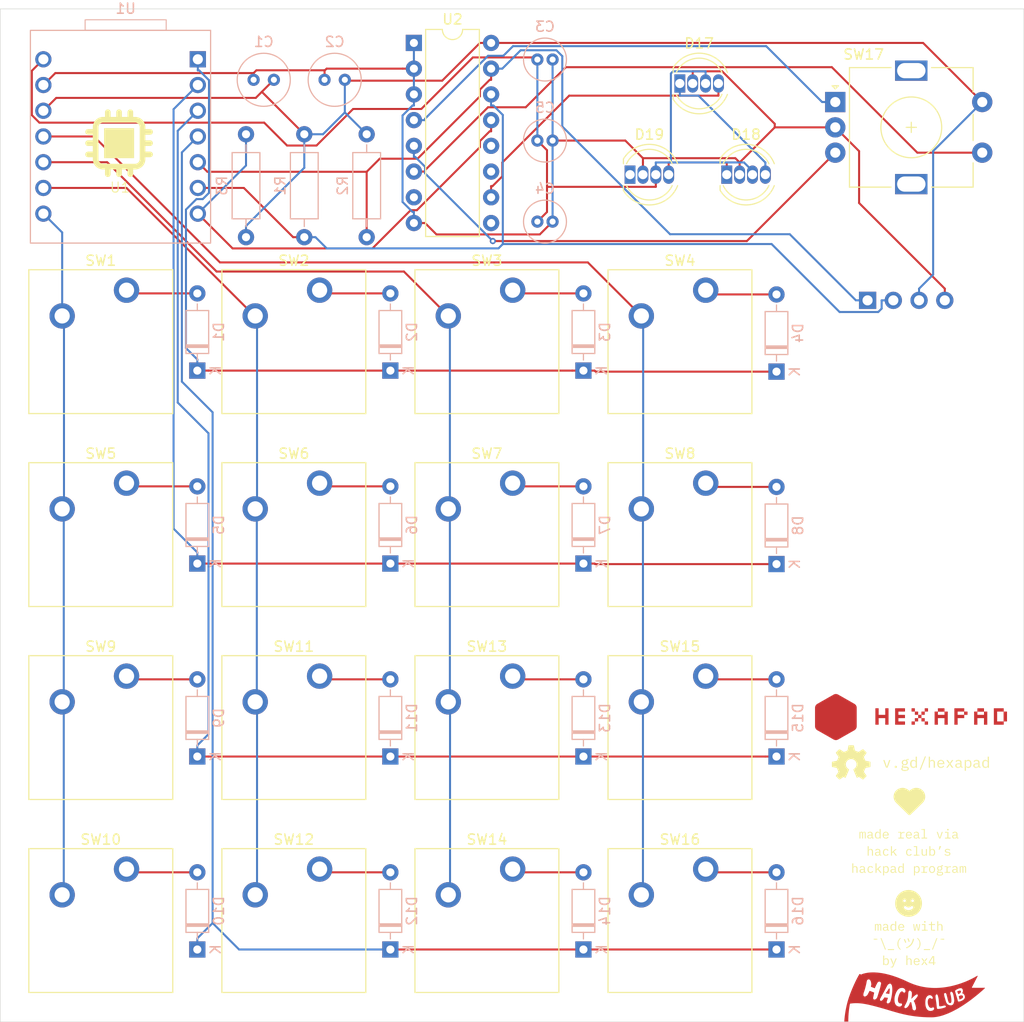
<source format=kicad_pcb>
(kicad_pcb (version 20240108) (generator "pcbnew") (generator_version "8.0")
  (layers (0 "F.Cu" signal) (31 "B.Cu" signal) (34 "B.Paste" user) (35 "F.Paste" user) (36 "B.SilkS" user "B.Silkscreen") (37 "F.SilkS" user "F.Silkscreen") (38 "B.Mask" user) (39 "F.Mask" user) (44 "Edge.Cuts" user))
  (net 0 "")
  (net 1 "GND")
  (net 2 "+3V3")
  (net 3 "+5V")
  (net 4 "ROW0")
  (net 5 "Net-(D1-A)")
  (net 6 "Net-(D2-A)")
  (net 7 "Net-(D3-A)")
  (net 8 "Net-(D4-A)")
  (net 9 "Net-(D5-A)")
  (net 10 "ROW1")
  (net 11 "Net-(D6-A)")
  (net 12 "Net-(D7-A)")
  (net 13 "Net-(D8-A)")
  (net 14 "ROW2")
  (net 15 "Net-(D9-A)")
  (net 16 "Net-(D10-A)")
  (net 17 "ROW3")
  (net 18 "Net-(D11-A)")
  (net 19 "Net-(D12-A)")
  (net 20 "Net-(D13-A)")
  (net 21 "Net-(D14-A)")
  (net 22 "Net-(D15-A)")
  (net 23 "Net-(D16-A)")
  (net 24 "Net-(D17-DOUT)")
  (net 25 "Net-(D17-DIN)")
  (net 26 "Net-(D18-DOUT)")
  (net 28 "SCL")
  (net 29 "SDA")
  (net 30 "INT")
  (net 31 "COL0")
  (net 32 "COL1")
  (net 33 "COL2")
  (net 34 "COL3")
  (net 35 "EC11-SW")
  (net 36 "EC11-A")
  (net 37 "EC11-B")
  (footprint "LED_THT:LED_D5.0mm-4_RGB" (layer "F.Cu") (at 175.2753 36.5633)
    (property "Reference" "D17")
    (property "Value" "NeoPixel_THT")
  )
  (footprint "ScottoKeebs_MX:MX_PCB_1.00u" (layer "F.Cu") (at 175.29 81.1)
    (property "Reference" "SW8")
    (property "Value" "SW_Push_45deg")
  )
  (footprint "ScottoKeebs_Components:OLED_128x32" (layer "F.Cu") (at 203.6016 56.3722 -90)
    (property "Reference" "J1" (hide yes))
    (property "Value" "OLED_SCREEN")
  )
  (footprint "ScottoKeebs_MX:MX_PCB_1.00u" (layer "F.Cu") (at 156.24 100.15)
    (property "Reference" "SW13")
    (property "Value" "SW_Push_45deg")
  )
  (footprint "ScottoKeebs_MX:MX_PCB_1.00u" (layer "F.Cu") (at 118.14 119.2)
    (property "Reference" "SW10")
    (property "Value" "SW_Push_45deg")
  )
  (footprint "Rotary_Encoder:RotaryEncoder_Alps_EC11E-Switch_Vertical_H20mm" (layer "F.Cu") (at 190.615 38.395)
    (property "Reference" "SW17")
    (property "Value" "RotaryEncoder_Switch")
  )
  (footprint "ScottoKeebs_MX:MX_PCB_1.00u" (layer "F.Cu") (at 137.19 62.05)
    (property "Reference" "SW2")
    (property "Value" "SW_Push_45deg")
  )
  (footprint "ScottoKeebs_MX:MX_PCB_1.00u" (layer "F.Cu") (at 137.19 81.1)
    (property "Reference" "SW6")
    (property "Value" "SW_Push_45deg")
  )
  (footprint "ScottoKeebs_MX:MX_PCB_1.00u" (layer "F.Cu") (at 118.14 62.05)
    (property "Reference" "SW1")
    (property "Value" "SW_Push_45deg")
  )
  (footprint "ScottoKeebs_MX:MX_PCB_1.00u" (layer "F.Cu") (at 175.29 100.15)
    (property "Reference" "SW15")
    (property "Value" "SW_Push_45deg")
  )
  (footprint "LED_THT:LED_D5.0mm-4_RGB" (layer "F.Cu") (at 179.9053 45.5633)
    (property "Reference" "D18")
    (property "Value" "NeoPixel_THT")
  )
  (footprint "ScottoKeebs_MX:MX_PCB_1.00u" (layer "F.Cu") (at 118.14 81.1)
    (property "Reference" "SW5")
    (property "Value" "SW_Push_45deg")
  )
  (footprint "ScottoKeebs_MX:MX_PCB_1.00u" (layer "F.Cu") (at 137.19 100.15)
    (property "Reference" "SW11")
    (property "Value" "SW_Push_45deg")
  )
  (footprint "ScottoKeebs_MX:MX_PCB_1.00u" (layer "F.Cu") (at 156.24 62.05)
    (property "Reference" "SW3")
    (property "Value" "SW_Push_45deg")
  )
  (footprint "LED_THT:LED_D5.0mm-4_RGB" (layer "F.Cu") (at 170.3653 45.5633)
    (property "Reference" "D19")
    (property "Value" "NeoPixel_THT")
  )
  (footprint "ScottoKeebs_MX:MX_PCB_1.00u" (layer "F.Cu") (at 156.24 81.1)
    (property "Reference" "SW7")
    (property "Value" "SW_Push_45deg")
  )
  (footprint "Package_DIP:DIP-16_W7.62mm" (layer "F.Cu") (at 149.035 32.56)
    (property "Reference" "U2")
    (property "Value" "PCF8574A")
  )
  (footprint "ScottoKeebs_MX:MX_PCB_1.00u" (layer "F.Cu") (at 156.24 119.2)
    (property "Reference" "SW14")
    (property "Value" "SW_Push_45deg")
  )
  (footprint "ScottoKeebs_MX:MX_PCB_1.00u" (layer "F.Cu") (at 175.29 119.2)
    (property "Reference" "SW16")
    (property "Value" "SW_Push_45deg")
  )
  (footprint "ScottoKeebs_MX:MX_PCB_1.00u" (layer "F.Cu") (at 118.14 100.15)
    (property "Reference" "SW9")
    (property "Value" "SW_Push_45deg")
  )
  (footprint "ScottoKeebs_MX:MX_PCB_1.00u" (layer "F.Cu") (at 137.19 119.2)
    (property "Reference" "SW12")
    (property "Value" "SW_Push_45deg")
  )
  (footprint "ScottoKeebs_MX:MX_PCB_1.00u" (layer "F.Cu") (at 175.29 62.05)
    (property "Reference" "SW4")
    (property "Value" "SW_Push_45deg")
  )
  (footprint "Diode_THT:D_DO-35_SOD27_P7.62mm_Horizontal" (layer "B.Cu") (at 165.765 122.0575 90)
    (property "Reference" "D14")
    (property "Value" "D_45deg")
  )
  (footprint "Capacitor_THT:C_Radial_D4.0mm_H5.0mm_P1.50mm" (layer "B.Cu") (at 162.72 50.2 180)
    (property "Reference" "C4")
    (property "Value" "0.1uF")
  )
  (footprint "Diode_THT:D_DO-35_SOD27_P7.62mm_Horizontal" (layer "B.Cu") (at 165.765 64.9075 90)
    (property "Reference" "D3")
    (property "Value" "D_45deg")
  )
  (footprint "Capacitor_THT:C_Radial_D5.0mm_H7.0mm_P2.00mm" (layer "B.Cu") (at 135.22 36.2 180)
    (property "Reference" "C1")
    (property "Value" "10uF")
  )
  (footprint "Diode_THT:D_DO-35_SOD27_P7.62mm_Horizontal" (layer "B.Cu") (at 146.715 122.0575 90)
    (property "Reference" "D12")
    (property "Value" "D_45deg")
  )
  (footprint "Diode_THT:D_DO-35_SOD27_P7.62mm_Horizontal" (layer "B.Cu") (at 127.665 103.0075 90)
    (property "Reference" "D9")
    (property "Value" "D_45deg")
  )
  (footprint "Diode_THT:D_DO-35_SOD27_P7.62mm_Horizontal" (layer "B.Cu") (at 146.715 64.9075 90)
    (property "Reference" "D2")
    (property "Value" "D_45deg")
  )
  (footprint "Diode_THT:D_DO-35_SOD27_P7.62mm_Horizontal" (layer "B.Cu") (at 184.815 103.0075 90)
    (property "Reference" "D15")
    (property "Value" "D_45deg")
  )
  (footprint "Diode_THT:D_DO-35_SOD27_P7.62mm_Horizontal" (layer "B.Cu") (at 127.665 64.9075 90)
    (property "Reference" "D1")
    (property "Value" "D_45deg")
  )
  (footprint "XIAO_PCB:XIAO-14P-THT-2.54-21x17.8MM" (layer "B.Cu") (at 120.595 41.795 180)
    (property "Reference" "U1")
    (property "Value" "SEEED-XIAO")
  )
  (footprint "Capacitor_THT:C_Radial_D4.0mm_H5.0mm_P1.50mm" (layer "B.Cu") (at 162.72 34.2 180)
    (property "Reference" "C3")
    (property "Value" "0.1uF")
  )
  (footprint "Diode_THT:D_DO-35_SOD27_P7.62mm_Horizontal" (layer "B.Cu") (at 165.765 83.9575 90)
    (property "Reference" "D7")
    (property "Value" "D_45deg")
  )
  (footprint "Diode_THT:D_DO-35_SOD27_P7.62mm_Horizontal" (layer "B.Cu") (at 127.665 83.9575 90)
    (property "Reference" "D5")
    (property "Value" "D_45deg")
  )
  (footprint "Diode_THT:D_DO-35_SOD27_P7.62mm_Horizontal" (layer "B.Cu") (at 127.665 122.0575 90)
    (property "Reference" "D10")
    (property "Value" "D_45deg")
  )
  (footprint "Diode_THT:D_DO-35_SOD27_P7.62mm_Horizontal" (layer "B.Cu") (at 184.815 65.01 90)
    (property "Reference" "D4")
    (property "Value" "D_45deg")
  )
  (footprint "Capacitor_THT:C_Radial_D4.0mm_H5.0mm_P1.50mm" (layer "B.Cu") (at 162.72 42.2 180)
    (property "Reference" "C5")
    (property "Value" "0.1uF")
  )
  (footprint "Resistor_THT:R_Axial_DIN0207_L6.3mm_D2.5mm_P10.16mm_Horizontal" (layer "B.Cu") (at 144.3763 41.575 -90)
    (property "Reference" "R2")
    (property "Value" "10k")
  )
  (footprint "Diode_THT:D_DO-35_SOD27_P7.62mm_Horizontal" (layer "B.Cu") (at 165.765 103.0075 90)
    (property "Reference" "D13")
    (property "Value" "D_45deg")
  )
  (footprint "Diode_THT:D_DO-35_SOD27_P7.62mm_Horizontal" (layer "B.Cu") (at 146.715 103.0075 90)
    (property "Reference" "D11")
    (property "Value" "D_45deg")
  )
  (footprint "Capacitor_THT:C_Radial_D5.0mm_H7.0mm_P2.00mm" (layer "B.Cu") (at 142.22 36.2 180)
    (property "Reference" "C2")
    (property "Value" "0.1uF")
  )
  (footprint "Diode_THT:D_DO-35_SOD27_P7.62mm_Horizontal" (layer "B.Cu") (at 184.815 122.0575 90)
    (property "Reference" "D16")
    (property "Value" "D_45deg")
  )
  (footprint "Resistor_THT:R_Axial_DIN0207_L6.3mm_D2.5mm_P10.16mm_Horizontal" (layer "B.Cu") (at 138.22 41.575 -90)
    (property "Reference" "R1")
    (property "Value" "10k")
  )
  (footprint "Diode_THT:D_DO-35_SOD27_P7.62mm_Horizontal" (layer "B.Cu") (at 146.715 83.9575 90)
    (property "Reference" "D6")
    (property "Value" "D_45deg")
  )
  (footprint "Resistor_THT:R_Axial_DIN0207_L6.3mm_D2.5mm_P10.16mm_Horizontal" (layer "B.Cu") (at 132.47 41.575 -90)
    (property "Reference" "R3")
    (property "Value" "10k")
  )
  (footprint "Diode_THT:D_DO-35_SOD27_P7.62mm_Horizontal" (layer "B.Cu") (at 184.815 84.01 90)
    (property "Reference" "D8")
    (property "Value" "D_45deg")
  )
  (gr_poly (pts (xy 194.496767 124.3189) (xy 194.798761 124.337972) (xy 195.130821 124.378728) (xy 195.308313 124.408242) (xy 195.493547 124.444382) (xy 195.686597 124.487551) (xy 195.887538 124.538149) (xy 196.096445 124.596579) (xy 196.313394 124.663243) (xy 196.538458 124.738543) (xy 196.771713 124.822879) (xy 197.013235 124.916655) (xy 197.263096 125.020272) (xy 197.521374 125.134131) (xy 197.788142 125.258636) (xy 198.08073 125.38956) (xy 198.372993 125.502305) (xy 198.664454 125.597723) (xy 198.954636 125.676665) (xy 199.243061 125.739982) (xy 199.529251 125.788526) (xy 199.812729 125.823147) (xy 200.093018 125.844697) (xy 200.36964 125.854027) (xy 200.642118 125.851989) (xy 200.909974 125.839433) (xy 201.17273 125.817211) (xy 201.42991 125.786174) (xy 201.681035 125.747173) (xy 201.925629 125.70106) (xy 202.163213 125.648685) (xy 202.615444 125.528557) (xy 203.033909 125.393598) (xy 203.414786 125.25062) (xy 203.754257 125.10643) (xy 204.048502 124.96784) (xy 204.2937 124.841659) (xy 204.621679 124.653763) (xy 204.623473 124.652795) (xy 204.625331 124.652061) (xy 204.627243 124.65155) (xy 204.6292 124.651253) (xy 204.631191 124.651162) (xy 204.633206 124.651266) (xy 204.635237 124.651556) (xy 204.637271 124.652022) (xy 204.639301 124.652656) (xy 204.641316 124.653447) (xy 204.643306 124.654386) (xy 204.645261 124.655465) (xy 204.647171 124.656672) (xy 204.649026 124.657999) (xy 204.650817 124.659436) (xy 204.652533 124.660975) (xy 204.654165 124.662605) (xy 204.655702 124.664316) (xy 204.657136 124.6661) (xy 204.658455 124.667948) (xy 204.65965 124.669849) (xy 204.660711 124.671794) (xy 204.661629 124.673773) (xy 204.662392 124.675778) (xy 204.662992 124.677799) (xy 204.663419 124.679826) (xy 204.663662 124.68185) (xy 204.663712 124.683861) (xy 204.663558 124.68585) (xy 204.663191 124.687807) (xy 204.662602 124.689724) (xy 204.661779 124.69159) (xy 204.09339 125.797982) (xy 204.092611 125.799626) (xy 204.091954 125.801284) (xy 204.091417 125.802953) (xy 204.090996 125.804629) (xy 204.090689 125.806306) (xy 204.090495 125.807981) (xy 204.090409 125.809649) (xy 204.09043 125.811306) (xy 204.090555 125.812948) (xy 204.090782 125.81457) (xy 204.091108 125.816168) (xy 204.09153 125.817737) (xy 204.092046 125.819274) (xy 204.092653 125.820773) (xy 204.093349 125.822231) (xy 204.094131 125.823642) (xy 204.094997 125.825004) (xy 204.095944 125.82631) (xy 204.096969 125.827558) (xy 204.09807 125.828743) (xy 204.099245 125.829859) (xy 204.100491 125.830904) (xy 204.101805 125.831872) (xy 204.103185 125.83276) (xy 204.104627 125.833562) (xy 204.106131 125.834275) (xy 204.107693 125.834894) (xy 204.10931 125.835415) (xy 204.11098 125.835833) (xy 204.1127 125.836145) (xy 204.114469 125.836345) (xy 204.116282 125.83643) (xy 204.575491 125.840228) (xy 204.940191 125.840213) (xy 205.356723 125.83674) (xy 205.358937 125.83679) (xy 205.361087 125.836994) (xy 205.363168 125.837345) (xy 205.365178 125.837838) (xy 205.367112 125.838463) (xy 205.368967 125.839215) (xy 205.370738 125.840086) (xy 205.372422 125.841069) (xy 205.374016 125.842158) (xy 205.375515 125.843345) (xy 205.376915 125.844623) (xy 205.378213 125.845985) (xy 205.379405 125.847425) (xy 205.380488 125.848935) (xy 205.381457 125.850508) (xy 205.382308 125.852136) (xy 205.383039 125.853814) (xy 205.383644 125.855534) (xy 205.384121 125.85729) (xy 205.384465 125.859073) (xy 205.384673 125.860877) (xy 205.38474 125.862695) (xy 205.384664 125.86452) (xy 205.38444 125.866344) (xy 205.384065 125.868162) (xy 205.383534 125.869966) (xy 205.382845 125.871748) (xy 205.381992 125.873502) (xy 205.380973 125.875221) (xy 205.379783 125.876898) (xy 205.378419 125.878525) (xy 205.376877 125.880096) (xy 205.127153 126.108587) (xy 204.69169 126.483383) (xy 204.104894 126.950001) (xy 203.7655 127.200716) (xy 203.401175 127.453955) (xy 203.016221 127.702908) (xy 202.614939 127.940763) (xy 202.20163 128.16071) (xy 201.780594 128.355939) (xy 201.356134 128.519639) (xy 201.143963 128.587538) (xy 200.932549 128.645) (xy 200.722429 128.691175) (xy 200.514141 128.725211) (xy 200.308222 128.746256) (xy 200.10521 128.753461) (xy 199.682895 128.747283) (xy 199.283587 128.729407) (xy 198.9054 128.700818) (xy 198.546444 128.662503) (xy 198.20483 128.615448) (xy 197.878672 128.560638) (xy 197.56608 128.49906) (xy 197.265166 128.4317) (xy 196.974042 128.359543) (xy 196.690819 128.283576) (xy 196.140525 128.124156) (xy 195.599177 127.961327) (xy 195.051669 127.802977) (xy 194.846864 127.747718) (xy 197.432967 127.747718) (xy 197.434248 127.763696) (xy 197.437216 127.778571) (xy 197.44181 127.792263) (xy 197.447969 127.804694) (xy 197.45563 127.815782) (xy 197.464732 127.82545) (xy 197.475212 127.833616) (xy 197.48701 127.840201) (xy 197.500064 127.845125) (xy 197.514311 127.848309) (xy 197.52969 127.849672) (xy 197.54614 127.849135) (xy 197.563598 127.846619) (xy 197.582002 127.842043) (xy 197.601292 127.835328) (xy 197.621406 127.826394) (xy 197.64228 127.815161) (xy 197.663855 127.801549) (xy 197.686068 127.785479) (xy 197.708857 127.766872) (xy 197.73216 127.745646) (xy 197.755917 127.721723) (xy 197.780064 127.695022) (xy 197.804541 127.665465) (xy 197.829286 127.632971) (xy 197.854236 127.59746) (xy 197.866424 127.578943) (xy 197.878652 127.55767) (xy 197.890806 127.534186) (xy 197.902772 127.509036) (xy 197.914436 127.482765) (xy 197.925684 127.455918) (xy 197.946476 127.402678) (xy 197.964235 127.353677) (xy 197.97805 127.313276) (xy 197.990197 127.275722) (xy 198.106366 127.262648) (xy 198.16003 127.509892) (xy 198.201852 127.720234) (xy 198.219144 127.818294) (xy 198.231216 127.900645) (xy 198.234424 127.917711) (xy 198.239287 127.93424) (xy 198.245692 127.95016) (xy 198.253524 127.965401) (xy 198.262669 127.979891) (xy 198.273012 127.993559) (xy 198.28444 128.006335) (xy 198.296837 128.018147) (xy 198.31009 128.028925) (xy 198.324084 128.038597) (xy 198.338705 128.047092) (xy 198.353838 128.05434) (xy 198.369369 128.060269) (xy 198.385184 128.064809) (xy 198.401169 128.067888) (xy 198.417209 128.069435) (xy 198.433189 128.06938) (xy 198.448996 128.06765) (xy 198.464515 128.064177) (xy 198.479632 128.058887) (xy 198.494233 128.051711) (xy 198.508202 128.042577) (xy 198.521426 128.031414) (xy 198.533791 128.018151) (xy 198.545181 128.002718) (xy 198.555484 127.985042) (xy 198.564583 127.965054) (xy 198.572366 127.942682) (xy 198.578718 127.917856) (xy 198.583524 127.890503) (xy 198.58667 127.860554) (xy 198.588041 127.827936) (xy 198.582172 127.7793) (xy 198.573263 127.726546) (xy 198.561237 127.669653) (xy 198.546018 127.608603) (xy 198.527528 127.543376) (xy 198.505692 127.473953) (xy 198.48043 127.400313) (xy 198.451667 127.322437) (xy 198.443823 127.301172) (xy 199.496722 127.301172) (xy 199.49734 127.36445) (xy 199.499513 127.412052) (xy 199.502827 127.458346) (xy 199.507274 127.503308) (xy 199.512845 127.546913) (xy 199.519532 127.589135) (xy 199.527327 127.629951) (xy 199.536221 127.669334) (xy 199.546207 127.707261) (xy 199.557276 127.743706) (xy 199.569419 127.778645) (xy 199.582628 127.812053) (xy 199.596896 127.843905) (xy 199.612213 127.874176) (xy 199.628572 127.902842) (xy 199.645964 127.929876) (xy 199.66438 127.955256) (xy 199.683814 127.978955) (xy 199.704255 128.000949) (xy 199.725697 128.021213) (xy 199.748131 128.039723) (xy 199.771548 128.056453) (xy 199.79594 128.071379) (xy 199.821299 128.084475) (xy 199.847616 128.095717) (xy 199.874884 128.105081) (xy 199.903094 128.11254) (xy 199.932237 128.118072) (xy 199.962306 128.121649) (xy 199.993292 128.123249) (xy 200.025187 128.122845) (xy 200.057983 128.120413) (xy 200.091671 128.115929) (xy 200.124499 128.109824) (xy 200.154785 128.102609) (xy 200.182618 128.094367) (xy 200.208092 128.085183) (xy 200.231298 128.07514) (xy 200.252328 128.064321) (xy 200.271274 128.052811) (xy 200.288228 128.040694) (xy 200.303281 128.028054) (xy 200.316527 128.014973) (xy 200.328056 128.001537) (xy 200.33796 127.987828) (xy 200.346332 127.973931) (xy 200.353264 127.95993) (xy 200.358846 127.945908) (xy 200.363172 127.931949) (xy 200.366333 127.918138) (xy 200.368421 127.904557) (xy 200.369528 127.891291) (xy 200.369746 127.878423) (xy 200.369166 127.866038) (xy 200.367882 127.854219) (xy 200.365983 127.84305) (xy 200.363564 127.832615) (xy 200.360714 127.822998) (xy 200.357527 127.814282) (xy 200.354095 127.806551) (xy 200.350508 127.79989) (xy 200.34686 127.794382) (xy 200.343241 127.79011) (xy 200.339745 127.787159) (xy 200.336462 127.785613) (xy 200.331628 127.784056) (xy 200.327026 127.782101) (xy 200.317569 127.777649) (xy 200.312236 127.775476) (xy 200.306184 127.773556) (xy 200.299173 127.77205) (xy 200.290965 127.771122) (xy 200.281322 127.770933) (xy 200.270006 127.771646) (xy 200.256779 127.773423) (xy 200.241402 127.776427) (xy 200.223637 127.78082) (xy 200.203245 127.786765) (xy 200.179989 127.794423) (xy 200.153631 127.803958) (xy 200.139738 127.808861) (xy 200.126059 127.813044) (xy 200.11259 127.816499) (xy 200.099326 127.819218) (xy 200.086265 127.821194) (xy 200.073404 127.822419) (xy 200.060739 127.822886) (xy 200.048266 127.822587) (xy 200.035982 127.821515) (xy 200.023883 127.819662) (xy 200.011967 127.817021) (xy 200.00023 127.813583) (xy 199.988669 127.809343) (xy 199.977279 127.804291) (xy 199.966058 127.798421) (xy 199.955002 127.791724) (xy 199.944108 127.784195) (xy 199.933372 127.775824) (xy 199.922791 127.766604) (xy 199.912362 127.756528) (xy 199.90208 127.745589) (xy 199.891944 127.733778) (xy 199.881949 127.721088) (xy 199.872091 127.707512) (xy 199.862369 127.693042) (xy 199.852777 127.677671) (xy 199.833972 127.644194) (xy 199.815651 127.607021) (xy 199.797786 127.566091) (xy 199.786491 127.53547) (xy 199.776034 127.501842) (xy 199.76659 127.465615) (xy 199.758329 127.427195) (xy 199.751424 127.386992) (xy 199.746048 127.345411) (xy 199.742372 127.302861) (xy 199.740569 127.25975) (xy 199.74081 127.216484) (xy 199.743269 127.173472) (xy 199.748117 127.131121) (xy 199.755526 127.089839) (xy 199.765668 127.050032) (xy 199.778717 127.01211) (xy 199.786385 126.993982) (xy 199.794843 126.976478) (xy 199.804115 126.959649) (xy 199.81422 126.943546) (xy 199.81736 126.938996) (xy 199.820487 126.934651) (xy 199.8236 126.930505) (xy 199.826695 126.926552) (xy 199.82977 126.922786) (xy 199.832823 126.919201) (xy 199.838853 126.912551) (xy 199.844764 126.906554) (xy 199.850538 126.901162) (xy 199.856154 126.896327) (xy 199.861593 126.892001) (xy 199.866836 126.888137) (xy 199.871862 126.884688) (xy 199.876653 126.881604) (xy 199.881188 126.878839) (xy 199.896386 126.87001) (xy 199.902679 126.866406) (xy 199.908972 126.863254) (xy 199.915253 126.860534) (xy 199.921511 126.858226) (xy 199.927736 126.85631) (xy 199.933918 126.854765) (xy 199.940044 126.853573) (xy 199.946106 126.852711) (xy 199.952091 126.852161) (xy 199.957989 126.851902) (xy 199.963789 126.851915) (xy 199.969482 126.852178) (xy 199.975055 126.852672) (xy 199.980498 126.853376) (xy 199.985801 126.854271) (xy 199.990952 126.855336) (xy 199.995941 126.856551) (xy 200.000757 126.857897) (xy 200.009829 126.860897) (xy 200.01808 126.864176) (xy 200.025425 126.867572) (xy 200.031778 126.870924) (xy 200.037053 126.874071) (xy 200.041164 126.876851) (xy 200.044025 126.879105) (xy 200.06121 126.891031) (xy 200.077517 126.901332) (xy 200.092956 126.910063) (xy 200.107534 126.91728) (xy 200.121261 126.923037) (xy 200.134146 126.927392) (xy 200.146196 126.930399) (xy 200.157421 126.932114) (xy 200.167829 126.932593) (xy 200.177428 126.931892) (xy 200.186228 126.930065) (xy 200.194238 126.927169) (xy 200.201465 126.923259) (xy 200.207918 126.918391) (xy 200.213606 126.912621) (xy 200.218538 126.906003) (xy 200.222722 126.898594) (xy 200.226168 126.89045) (xy 200.228882 126.881625) (xy 200.230875 126.872176) (xy 200.232155 126.862159) (xy 200.23273 126.851628) (xy 200.23261 126.840639) (xy 200.231802 126.829249) (xy 200.230316 126.817512) (xy 200.22816 126.805484) (xy 200.225342 126.793222) (xy 200.221872 126.78078) (xy 200.217758 126.768214) (xy 200.213008 126.755579) (xy 200.207632 126.742932) (xy 200.201638 126.730329) (xy 200.187488 126.711122) (xy 200.173019 126.693035) (xy 200.160071 126.678188) (xy 200.502085 126.678188) (xy 200.503131 126.716292) (xy 200.505495 126.757125) (xy 200.513593 126.845702) (xy 200.5252 126.941366) (xy 200.53914 127.041564) (xy 200.569311 127.245351) (xy 200.583187 127.343835) (xy 200.594689 127.436642) (xy 200.62195 127.694107) (xy 200.627294 127.739692) (xy 200.633206 127.783594) (xy 200.640266 127.828728) (xy 200.649053 127.878011) (xy 200.653466 127.890084) (xy 200.661617 127.900213) (xy 200.673254 127.908496) (xy 200.688126 127.915036) (xy 200.705983 127.919932) (xy 200.726574 127.923285) (xy 200.749647 127.925194) (xy 200.774952 127.925762) (xy 200.831251 127.923271) (xy 200.893465 127.916616) (xy 200.959584 127.906601) (xy 201.027601 127.894028) (xy 201.161296 127.864424) (xy 201.278484 127.834235) (xy 201.363102 127.809887) (xy 201.399084 127.797809) (xy 201.402955 127.795907) (xy 201.408155 127.793934) (xy 201.421859 127.789302) (xy 201.430024 127.786408) (xy 201.438836 127.782971) (xy 201.448126 127.778875) (xy 201.457724 127.774002) (xy 201.46746 127.768233) (xy 201.472326 127.764976) (xy 201.477163 127.761451) (xy 201.48195 127.757644) (xy 201.486664 127.753539) (xy 201.491285 127.749123) (xy 201.495792 127.744379) (xy 201.500163 127.739294) (xy 201.504377 127.733853) (xy 201.508413 127.728042) (xy 201.51225 127.721844) (xy 201.515865 127.715247) (xy 201.519239 127.708234) (xy 201.522349 127.700792) (xy 201.525175 127.692906) (xy 201.527929 127.685093) (xy 201.52961 127.677561) (xy 201.530266 127.670314) (xy 201.529945 127.663355) (xy 201.528696 127.656687) (xy 201.526566 127.650314) (xy 201.523603 127.644239) (xy 201.519857 127.638466) (xy 201.515374 127.632997) (xy 201.510202 127.627837) (xy 201.504391 127.622988) (xy 201.497988 127.618455) (xy 201.491041 127.61424) (xy 201.483598 127.610347) (xy 201.467418 127.60354) (xy 201.449833 127.59806) (xy 201.431227 127.593936) (xy 201.411985 127.591194) (xy 201.392492 127.589861) (xy 201.373133 127.589965) (xy 201.354293 127.591532) (xy 201.336357 127.594589) (xy 201.319709 127.599164) (xy 201.278234 127.611501) (xy 201.221223 127.625867) (xy 201.154523 127.640349) (xy 201.119365 127.647037) (xy 201.083977 127.653038) (xy 201.04909 127.658112) (xy 201.015433 127.662022) (xy 200.983737 127.664527) (xy 200.954734 127.66539) (xy 200.929153 127.664371) (xy 200.917874 127.663082) (xy 200.907726 127.661232) (xy 200.898798 127.658793) (xy 200.891182 127.655734) (xy 200.88497 127.652025) (xy 200.880253 127.647637) (xy 200.873086 127.632544) (xy 200.86717 127.606955) (xy 200.86225 127.571982) (xy 200.858072 127.528736) (xy 200.843672 127.295257) (xy 200.834288 127.157779) (xy 200.820729 127.01833) (xy 200.811746 126.950645) (xy 200.800953 126.885802) (xy 200.788097 126.824912) (xy 200.772921 126.769086) (xy 200.769721 126.750266) (xy 200.76636 126.732192) (xy 200.762843 126.714854) (xy 200.759176 126.698241) (xy 200.755366 126.682344) (xy 200.751419 126.667151) (xy 200.747341 126.652654) (xy 200.743139 126.63884) (xy 200.738819 126.625702) (xy 200.734388 126.613227) (xy 200.729851 126.601406) (xy 200.725214 126.590229) (xy 200.720486 126.579685) (xy 200.71567 126.569765) (xy 200.710775 126.560457) (xy 200.705806 126.551753) (xy 200.700769 126.54364) (xy 200.695671 126.53611) (xy 200.690518 126.529153) (xy 200.685317 126.522757) (xy 200.680073 126.516912) (xy 200.674793 126.511609) (xy 200.669484 126.506837) (xy 200.664151 126.502586) (xy 200.658801 126.498846) (xy 200.653441 126.495607) (xy 200.648076 126.492857) (xy 200.642713 126.490588) (xy 200.637358 126.488788) (xy 200.632017 126.487448) (xy 200.626698 126.486557) (xy 200.621405 126.486106) (xy 200.615448 126.486112) (xy 200.609543 126.486654) (xy 200.603699 126.487717) (xy 200.597925 126.489286) (xy 200.592231 126.491346) (xy 200.586626 126.493883) (xy 200.581118 126.49688) (xy 200.575718 126.500324) (xy 200.570434 126.5042) (xy 200.565275 126.508493) (xy 200.555371 126.518268) (xy 200.546078 126.529531) (xy 200.537471 126.542163) (xy 200.529622 126.556044) (xy 200.522605 126.571055) (xy 200.516494 126.587078) (xy 200.511361 126.603993) (xy 200.50728 126.62168) (xy 200.504325 126.640021) (xy 200.502569 126.658897) (xy 200.502085 126.678188) (xy 200.160071 126.678188) (xy 200.158236 126.676083) (xy 200.143141 126.660279) (xy 200.127739 126.645637) (xy 200.112034 126.632173) (xy 200.09603 126.6199) (xy 200.07973 126.608833) (xy 200.063139 126.598987) (xy 200.046261 126.590375) (xy 200.029099 126.583011) (xy 200.011657 126.576911) (xy 199.99394 126.572088) (xy 199.975951 126.568558) (xy 199.957694 126.566333) (xy 199.939174 126.565429) (xy 199.924589 126.565649) (xy 199.90985 126.566683) (xy 199.894957 126.568538) (xy 199.879913 126.571222) (xy 199.864719 126.57474) (xy 199.849377 126.5791) (xy 199.83389 126.584307) (xy 199.818258 126.59037) (xy 199.802484 126.597293) (xy 199.786569 126.605085) (xy 199.770516 126.613751) (xy 199.754326 126.623299) (xy 199.738001 126.633735) (xy 199.721542 126.645065) (xy 199.704952 126.657296) (xy 199.688233 126.670436) (xy 199.665816 126.694446) (xy 199.644522 126.720966) (xy 199.62441 126.750013) (xy 199.605539 126.781601) (xy 199.587968 126.815745) (xy 199.571755 126.852461) (xy 199.556961 126.891765) (xy 199.543644 126.933671) (xy 199.531862 126.978195) (xy 199.521675 127.025352) (xy 199.513141 127.075157) (xy 199.50632 127.127627) (xy 199.50127 127.182776) (xy 199.498051 127.240619) (xy 199.496722 127.301172) (xy 198.443823 127.301172) (xy 198.442545 127.297709) (xy 198.43211 127.271934) (xy 198.418617 127.241784) (xy 198.410926 127.226138) (xy 198.402712 127.210683) (xy 198.394057 127.195845) (xy 198.38504 127.182054) (xy 198.375742 127.169737) (xy 198.371013 127.164265) (xy 198.366244 127.159322) (xy 198.361446 127.154962) (xy 198.356627 127.151237) (xy 198.351799 127.148202) (xy 198.346971 127.145911) (xy 198.404542 127.087002) (xy 198.464286 127.023649) (xy 198.533808 126.946838) (xy 198.604961 126.863424) (xy 198.638603 126.821383) (xy 198.669598 126.780262) (xy 198.696927 126.740918) (xy 198.719573 126.704208) (xy 198.736516 126.670989) (xy 198.742532 126.655956) (xy 198.74674 126.642117) (xy 198.752336 126.615054) (xy 198.755351 126.589482) (xy 198.755614 126.565836) (xy 198.75466 126.554873) (xy 198.752955 126.544555) (xy 198.750476 126.534938) (xy 198.747204 126.526076) (xy 198.743116 126.518023) (xy 198.738191 126.510835) (xy 198.732409 126.504565) (xy 198.725748 126.49927) (xy 198.718186 126.495002) (xy 198.709702 126.491817) (xy 198.700276 126.48977) (xy 198.689886 126.488915) (xy 198.67851 126.489306) (xy 198.666128 126.490999) (xy 198.652719 126.494048) (xy 198.63826 126.498508) (xy 198.622731 126.504433) (xy 198.606111 126.511878) (xy 198.588377 126.520897) (xy 198.56951 126.531546) (xy 198.549488 126.543879) (xy 198.52829 126.55795) (xy 198.505894 126.573814) (xy 198.482279 126.591526) (xy 198.457423 126.61114) (xy 198.431307 126.632712) (xy 198.405287 126.654806) (xy 198.380706 126.675957) (xy 198.357521 126.696181) (xy 198.335695 126.715494) (xy 198.315186 126.733911) (xy 198.295954 126.751448) (xy 198.277959 126.768122) (xy 198.261161 126.783947) (xy 198.24552 126.798941) (xy 198.230996 126.813118) (xy 198.217549 126.826495) (xy 198.205138 126.839087) (xy 198.193724 126.85091) (xy 198.183266 126.861981) (xy 198.173725 126.872314) (xy 198.165059 126.881927) (xy 198.150196 126.899051) (xy 198.138356 126.913481) (xy 198.129218 126.925343) (xy 198.122461 126.934764) (xy 198.117764 126.941871) (xy 198.114806 126.94679) (xy 198.112825 126.950574) (xy 198.123322 126.899558) (xy 198.133938 126.842418) (xy 198.145906 126.770083) (xy 198.157557 126.68697) (xy 198.16722 126.597501) (xy 198.170785 126.551764) (xy 198.173227 126.506094) (xy 198.173929 126.477574) (xy 201.348825 126.477574) (xy 201.34891 126.490292) (xy 201.349888 126.503366) (xy 201.356955 126.556248) (xy 201.367136 126.611528) (xy 201.38117 126.673038) (xy 201.399797 126.744606) (xy 201.45378 126.933241) (xy 201.534993 127.208077) (xy 201.548271 127.245817) (xy 201.56289 127.280886) (xy 201.578744 127.313378) (xy 201.595726 127.343389) (xy 201.613729 127.371012) (xy 201.632648 127.396342) (xy 201.652374 127.419475) (xy 201.672802 127.440504) (xy 201.693825 127.459524) (xy 201.715335 127.476631) (xy 201.737228 127.491918) (xy 201.759394 127.50548) (xy 201.781729 127.517412) (xy 201.804125 127.527808) (xy 201.826475 127.536764) (xy 201.848674 127.544373) (xy 201.870613 127.550731) (xy 201.892187 127.555931) (xy 201.933812 127.56324) (xy 201.972695 127.567057) (xy 202.007981 127.568138) (xy 202.038818 127.567241) (xy 202.064352 127.565123) (xy 202.096096 127.560252) (xy 202.112208 127.555941) (xy 202.127521 127.550899) (xy 202.14206 127.545159) (xy 202.155851 127.538749) (xy 202.168919 127.5317) (xy 202.18129 127.524042) (xy 202.192989 127.515807) (xy 202.204042 127.507023) (xy 202.214474 127.497722) (xy 202.224311 127.487933) (xy 202.233578 127.477687) (xy 202.2423 127.467015) (xy 202.258213 127.444511) (xy 202.272253 127.420663) (xy 202.284625 127.395715) (xy 202.295531 127.369907) (xy 202.305176 127.343484) (xy 202.313764 127.316687) (xy 202.32858 127.262941) (xy 202.34161 127.21061) (xy 202.347045 127.180908) (xy 202.35015 127.145745) (xy 202.351085 127.105724) (xy 202.35001 127.061447) (xy 202.347084 127.013517) (xy 202.342468 126.962539) (xy 202.328802 126.853846) (xy 202.310291 126.740195) (xy 202.288213 126.626409) (xy 202.263844 126.517315) (xy 202.238465 126.417738) (xy 202.229538 126.394852) (xy 202.219983 126.373262) (xy 202.209864 126.352995) (xy 202.199244 126.334075) (xy 202.188187 126.316529) (xy 202.182513 126.308279) (xy 202.176754 126.300382) (xy 202.170917 126.292841) (xy 202.16501 126.285659) (xy 202.159041 126.27884) (xy 202.153018 126.272386) (xy 202.146949 126.266302) (xy 202.140841 126.260589) (xy 202.134703 126.255252) (xy 202.128542 126.250293) (xy 202.122367 126.245716) (xy 202.116185 126.241524) (xy 202.110005 126.23772) (xy 202.103833 126.234307) (xy 202.097679 126.231288) (xy 202.091549 126.228667) (xy 202.085452 126.226447) (xy 202.079396 126.224631) (xy 202.073389 126.223222) (xy 202.067438 126.222224) (xy 202.061551 126.221639) (xy 202.055737 126.221471) (xy 202.046855 126.222045) (xy 202.038197 126.223648) (xy 202.029793 126.226291) (xy 202.021673 126.229986) (xy 202.013866 126.234745) (xy 202.006401 126.24058) (xy 201.999309 126.247504) (xy 201.992619 126.255526) (xy 201.986361 126.264661) (xy 201.980565 126.27492) (xy 201.975259 126.286314) (xy 201.970475 126.298856) (xy 201.96624 126.312558) (xy 201.962586 126.327431) (xy 201.959542 126.343487) (xy 201.957138 126.360739) (xy 201.957225 126.373139) (xy 201.958075 126.386102) (xy 201.959628 126.399635) (xy 201.961827 126.413741) (xy 201.967934 126.443696) (xy 201.975935 126.476006) (xy 201.995773 126.547856) (xy 202.006687 126.587475) (xy 202.017651 126.629611) (xy 202.033036 126.722555) (xy 202.047651 126.818266) (xy 202.060083 126.913929) (xy 202.065039 126.960863) (xy 202.06892 127.006731) (xy 202.071549 127.051179) (xy 202.07275 127.093856) (xy 202.072346 127.134411) (xy 202.070161 127.172491) (xy 202.066018 127.207745) (xy 202.059741 127.239822) (xy 202.051154 127.268368) (xy 202.045938 127.281208) (xy 202.040078 127.293033) (xy 202.034657 127.300231) (xy 202.028891 127.306873) (xy 202.022802 127.312966) (xy 202.016414 127.318512) (xy 202.009749 127.323518) (xy 202.002829 127.327986) (xy 201.995678 127.331922) (xy 201.988317 127.33533) (xy 201.980771 127.338214) (xy 201.97306 127.340578) (xy 201.965208 127.342428) (xy 201.957238 127.343768) (xy 201.949172 127.344602) (xy 201.941033 127.344934) (xy 201.932844 127.344769) (xy 201.924626 127.344111) (xy 201.916404 127.342965) (xy 201.908199 127.341335) (xy 201.900034 127.339226) (xy 201.891931 127.336641) (xy 201.883914 127.333587) (xy 201.876006 127.330066) (xy 201.868228 127.326083) (xy 201.860603 127.321643) (xy 201.853154 127.31675) (xy 201.845904 127.311409) (xy 201.838876 127.305624) (xy 201.832091 127.299399) (xy 201.825573 127.292739) (xy 201.819344 127.285648) (xy 201.813427 127.278131) (xy 201.807845 127.270192) (xy 201.788471 127.226645) (xy 201.769779 127.177173) (xy 201.75174 127.122783) (xy 201.734324 127.064487) (xy 201.701247 126.940208) (xy 201.670315 126.812408) (xy 201.641294 126.68916) (xy 201.61395 126.578536) (xy 201.600835 126.530481) (xy 201.588051 126.48861) (xy 201.57557 126.453931) (xy 201.563363 126.427453) (xy 201.555244 126.413929) (xy 201.546819 126.401765) (xy 201.538126 126.390929) (xy 201.529207 126.381386) (xy 201.520101 126.373103) (xy 201.510849 126.366048) (xy 201.50149 126.360185) (xy 201.492064 126.355482) (xy 201.482612 126.351906) (xy 201.473173 126.349422) (xy 201.463788 126.347997) (xy 201.454496 126.347597) (xy 201.445337 126.34819) (xy 201.436352 126.349741) (xy 201.42758 126.352218) (xy 201.419062 126.355585) (xy 201.410837 126.359811) (xy 201.402946 126.364862) (xy 201.395428 126.370703) (xy 201.388323 126.377302) (xy 201.381673 126.384624) (xy 201.375515 126.392637) (xy 201.369892 126.401307) (xy 201.364841 126.410601) (xy 201.360405 126.420484) (xy 201.356621 126.430923) (xy 201.353532 126.441885) (xy 201.351176 126.453337) (xy 201.349594 126.465244) (xy 201.348825 126.477574) (xy 198.173929 126.477574) (xy 198.174337 126.461046) (xy 198.173906 126.417169) (xy 198.175096 126.401589) (xy 198.175487 126.386211) (xy 198.17511 126.371055) (xy 198.173995 126.356141) (xy 198.172171 126.341487) (xy 198.169667 126.327114) (xy 198.166514 126.313041) (xy 198.162741 126.299287) (xy 198.158378 126.285872) (xy 198.153454 126.272815) (xy 198.147999 126.260137) (xy 198.142043 126.247855) (xy 198.135615 126.23599) (xy 198.128745 126.224562) (xy 198.121462 126.213589) (xy 198.113797 126.203091) (xy 198.105778 126.193088) (xy 198.097436 126.183599) (xy 198.0888 126.174643) (xy 198.083849 126.169969) (xy 202.433535 126.169969) (xy 202.433648 126.17538) (xy 202.434526 126.186025) (xy 202.436043 126.196455) (xy 202.437922 126.206693) (xy 202.441656 126.22669) (xy 202.57719 126.670315) (xy 202.671089 126.990693) (xy 202.702546 127.10723) (xy 202.711648 127.146049) (xy 202.715283 127.168648) (xy 202.716072 127.172038) (xy 202.717478 127.175211) (xy 202.719478 127.178171) (xy 202.722053 127.180917) (xy 202.725182 127.183452) (xy 202.728842 127.185775) (xy 202.737673 127.189795) (xy 202.748377 127.192986) (xy 202.760787 127.195357) (xy 202.774732 127.196919) (xy 202.790043 127.19768) (xy 202.806551 127.19765) (xy 202.824088 127.196838) (xy 202.842483 127.195255) (xy 202.861567 127.192909) (xy 202.881173 127.18981) (xy 202.901129 127.185967) (xy 202.921267 127.181391) (xy 202.941419 127.17609) (xy 202.999353 127.155496) (xy 203.053765 127.133455) (xy 203.104581 127.110047) (xy 203.128618 127.097855) (xy 203.151728 127.085351) (xy 203.173902 127.072546) (xy 203.195131 127.059448) (xy 203.215406 127.046069) (xy 203.234717 127.032417) (xy 203.253055 127.018503) (xy 203.270411 127.004338) (xy 203.286776 126.98993) (xy 203.30214 126.97529) (xy 203.316494 126.960428) (xy 203.329829 126.945354) (xy 203.342136 126.930077) (xy 203.353405 126.914608) (xy 203.363627 126.898957) (xy 203.372793 126.883134) (xy 203.380894 126.867148) (xy 203.38792 126.85101) (xy 203.393863 126.83473) (xy 203.398712 126.818317) (xy 203.402459 126.801781) (xy 203.405095 126.785133) (xy 203.406609 126.768383) (xy 203.406994 126.75154) (xy 203.406239 126.734615) (xy 203.404336 126.717616) (xy 203.398502 126.684077) (xy 203.390957 126.651663) (xy 203.386561 126.635916) (xy 203.381759 126.620495) (xy 203.376556 126.605415) (xy 203.370961 126.590691) (xy 203.364981 126.576338) (xy 203.358621 126.562372) (xy 203.35189 126.548807) (xy 203.344794 126.535658) (xy 203.337341 126.522941) (xy 203.329536 126.510669) (xy 203.321388 126.498859) (xy 203.312903 126.487525) (xy 203.304088 126.476682) (xy 203.29495 126.466345) (xy 203.285496 126.456529) (xy 203.275733 126.447249) (xy 203.265668 126.438521) (xy 203.255308 126.430358) (xy 203.24466 126.422777) (xy 203.233731 126.415792) (xy 203.222528 126.409417) (xy 203.211057 126.403669) (xy 203.199326 126.398562) (xy 203.187343 126.394111) (xy 203.175112 126.390331) (xy 203.162643 126.387237) (xy 203.149941 126.384844) (xy 203.137014 126.383166) (xy 203.143939 126.368612) (xy 203.151566 126.35155) (xy 203.161053 126.328968) (xy 203.171715 126.301622) (xy 203.182865 126.270263) (xy 203.193817 126.235647) (xy 203.199004 126.217353) (xy 203.203884 126.198526) (xy 203.205703 126.187512) (xy 203.207099 126.176407) (xy 203.20808 126.16523) (xy 203.208653 126.153999) (xy 203.208828 126.142736) (xy 203.208613 126.131458) (xy 203.208015 126.120185) (xy 203.207044 126.108936) (xy 203.204013 126.086589) (xy 203.199586 126.06457) (xy 203.19383 126.043034) (xy 203.186811 126.022135) (xy 203.178594 126.002027) (xy 203.169248 125.982864) (xy 203.158837 125.964801) (xy 203.153253 125.95623) (xy 203.147428 125.947991) (xy 203.14137 125.940105) (xy 203.135088 125.93259) (xy 203.128589 125.925465) (xy 203.121882 125.91875) (xy 203.114976 125.912465) (xy 203.107878 125.906627) (xy 203.100597 125.901257) (xy 203.093141 125.896375) (xy 203.086672 125.894121) (xy 203.080146 125.892011) (xy 203.073563 125.890045) (xy 203.066922 125.888223) (xy 203.060222 125.886544) (xy 203.053464 125.885009) (xy 203.03977 125.882368) (xy 203.025835 125.880299) (xy 203.011656 125.878801) (xy 202.99723 125.877873) (xy 202.982554 125.877513) (xy 202.96006 125.878036) (xy 202.936982 125.879835) (xy 202.913305 125.882907) (xy 202.889018 125.887248) (xy 202.864108 125.892854) (xy 202.838563 125.899723) (xy 202.81237 125.907852) (xy 202.785517 125.917236) (xy 202.757991 125.927874) (xy 202.729779 125.939761) (xy 202.70087 125.952894) (xy 202.671251 125.96727) (xy 202.640909 125.982886) (xy 202.609832 125.999739) (xy 202.578008 126.017825) (xy 202.545423 126.037141) (xy 202.532724 126.044508) (xy 202.520982 126.051752) (xy 202.510161 126.058875) (xy 202.500228 126.065882) (xy 202.491147 126.072774) (xy 202.482884 126.079555) (xy 202.475404 126.086227) (xy 202.468673 126.092794) (xy 202.462656 126.09926) (xy 202.457319 126.105626) (xy 202.452626 126.111895) (xy 202.448543 126.118072) (xy 202.445036 126.124159) (xy 202.442069 126.130158) (xy 202.439609 126.136074) (xy 202.43762 126.141908) (xy 202.436068 126.147664) (xy 202.434918 126.153345) (xy 202.434136 126.158955) (xy 202.433686 126.164495) (xy 202.433535 126.169969) (xy 198.083849 126.169969) (xy 198.0799 126.166241) (xy 198.070765 126.158411) (xy 198.061425 126.151173) (xy 198.05191 126.144547) (xy 198.042249 126.138551) (xy 198.032472 126.133206) (xy 198.022608 126.128531) (xy 198.012688 126.124545) (xy 198.002741 126.121268) (xy 197.992796 126.118719) (xy 197.982884 126.116918) (xy 197.973033 126.115884) (xy 197.963273 126.115637) (xy 197.963273 126.115638) (xy 197.954506 126.116113) (xy 197.94586 126.11727) (xy 197.93736 126.119122) (xy 197.929027 126.121685) (xy 197.920882 126.124974) (xy 197.91295 126.129002) (xy 197.90907 126.131298) (xy 197.905251 126.133784) (xy 197.901496 126.136462) (xy 197.897808 126.139334) (xy 197.89419 126.142403) (xy 197.890644 126.145668) (xy 197.887173 126.149133) (xy 197.88378 126.1528) (xy 197.880467 126.156669) (xy 197.877238 126.160743) (xy 197.871042 126.169514) (xy 197.865214 126.179125) (xy 197.859774 126.189592) (xy 197.854747 126.200929) (xy 197.850154 126.213151) (xy 197.836146 126.262714) (xy 197.825931 126.312912) (xy 197.818752 126.364053) (xy 197.813849 126.416444) (xy 197.801836 126.644661) (xy 197.79694 126.707914) (xy 197.78977 126.774261) (xy 197.779567 126.84401) (xy 197.765574 126.917468) (xy 197.747031 126.994942) (xy 197.72318 127.07674) (xy 197.693264 127.163168) (xy 197.656522 127.254535) (xy 197.646058 127.278603) (xy 197.634117 127.304631) (xy 197.606891 127.360841) (xy 197.577019 127.419713) (xy 197.54668 127.477794) (xy 197.464183 127.633168) (xy 197.454041 127.654086) (xy 197.445957 127.674379) (xy 197.439869 127.693969) (xy 197.435716 127.712775) (xy 197.433436 127.730718) (xy 197.432967 127.747718) (xy 194.846864 127.747718) (xy 194.538171 127.66443) (xy 194.084524 127.551174) (xy 193.876674 127.504087) (xy 193.679624 127.463391) (xy 193.491985 127.429109) (xy 193.312371 127.401263) (xy 193.139393 127.379878) (xy 192.971663 127.364975) (xy 192.807794 127.356577) (xy 192.646399 127.354708) (xy 192.48609 127.359391) (xy 192.325478 127.370647) (xy 192.163177 127.388501) (xy 191.997798 127.412974) (xy 191.996002 127.413213) (xy 191.994228 127.413332) (xy 191.992477 127.413336) (xy 191.990754 127.413226) (xy 191.989063 127.413008) (xy 191.987405 127.412685) (xy 191.985786 127.412261) (xy 191.984208 127.411739) (xy 191.982675 127.411123) (xy 191.981191 127.410417) (xy 191.979757 127.409624) (xy 191.978379 127.408748) (xy 191.977059 127.407794) (xy 191.975801 127.406764) (xy 191.974608 127.405662) (xy 191.973484 127.404492) (xy 191.972432 127.403258) (xy 191.971456 127.401963) (xy 191.970558 127.400611) (xy 191.969743 127.399206) (xy 191.969013 127.397752) (xy 191.968372 127.396251) (xy 191.967824 127.394709) (xy 191.967372 127.393128) (xy 191.96702 127.391512) (xy 191.96677 127.389865) (xy 191.966626 127.388191) (xy 191.966592 127.386494) (xy 191.966671 127.384776) (xy 191.966866 127.383042) (xy 191.967181 127.381295) (xy 191.967619 127.37954) (xy 192.210869 126.525327) (xy 193.384775 126.525327) (xy 193.386223 126.558642) (xy 193.390649 126.588099) (xy 193.39784 126.613815) (xy 193.407587 126.635908) (xy 193.419676 126.654495) (xy 193.433896 126.669694) (xy 193.450036 126.681622) (xy 193.467884 126.690396) (xy 193.487229 126.696134) (xy 193.507858 126.698953) (xy 193.52956 126.69897) (xy 193.552124 126.696304) (xy 193.575337 126.691071) (xy 193.598989 126.683389) (xy 193.622868 126.673375) (xy 193.646761 126.661146) (xy 193.670458 126.646821) (xy 193.693746 126.630516) (xy 193.716415 126.612348) (xy 193.738252 126.592436) (xy 193.759046 126.570896) (xy 193.778585 126.547846) (xy 193.796658 126.523403) (xy 193.813052 126.497685) (xy 193.827557 126.47081) (xy 193.89057 126.35008) (xy 193.946046 126.241919) (xy 194.00057 126.134138) (xy 194.45217 126.307254) (xy 194.429343 126.431347) (xy 194.405807 126.55255) (xy 194.378635 126.683045) (xy 194.366936 126.722977) (xy 194.358335 126.760053) (xy 194.352675 126.794315) (xy 194.349801 126.825801) (xy 194.349555 126.854553) (xy 194.351781 126.880612) (xy 194.356322 126.904017) (xy 194.363023 126.924809) (xy 194.371727 126.94303) (xy 194.382276 126.958719) (xy 194.394515 126.971916) (xy 194.408288 126.982663) (xy 194.423437 126.991) (xy 194.439806 126.996967) (xy 194.457239 127.000606) (xy 194.475579 127.001955) (xy 194.49467 127.001057) (xy 194.514355 126.997951) (xy 194.518123 126.996963) (xy 195.025413 126.996963) (xy 195.025496 127.015794) (xy 195.027437 127.033601) (xy 195.031166 127.050243) (xy 195.036616 127.065579) (xy 195.04372 127.079471) (xy 195.052411 127.091777) (xy 195.06262 127.102358) (xy 195.074279 127.111072) (xy 195.087322 127.11778) (xy 195.101681 127.122342) (xy 195.117288 127.124616) (xy 195.134075 127.124464) (xy 195.151974 127.121744) (xy 195.170919 127.116316) (xy 195.190841 127.108041) (xy 195.211673 127.096777) (xy 195.233348 127.082385) (xy 195.255797 127.064724) (xy 195.278952 127.043654) (xy 195.302748 127.019035) (xy 195.327115 126.990726) (xy 195.351986 126.958588) (xy 195.377293 126.922479) (xy 195.402969 126.88226) (xy 195.428947 126.83779) (xy 195.455158 126.78893) (xy 195.812242 126.828824) (xy 195.779903 126.925412) (xy 195.747345 127.026971) (xy 195.710853 127.146996) (xy 195.70213 127.17205) (xy 195.695546 127.195765) (xy 195.69101 127.218126) (xy 195.68843 127.239119) (xy 195.687714 127.25873) (xy 195.688771 127.276946) (xy 195.69151 127.293753) (xy 195.69584 127.309137) (xy 195.701668 127.323084) (xy 195.708904 127.33558) (xy 195.717456 127.346612) (xy 195.727232 127.356165) (xy 195.738142 127.364226) (xy 195.750094 127.37078) (xy 195.762996 127.375815) (xy 195.776757 127.379315) (xy 195.791285 127.381268) (xy 195.80649 127.381659) (xy 195.822279 127.380475) (xy 195.838562 127.377702) (xy 195.855247 127.373325) (xy 195.872242 127.367332) (xy 195.889456 127.359707) (xy 195.906797 127.350438) (xy 195.924175 127.339511) (xy 195.941498 127.326911) (xy 195.958673 127.312625) (xy 195.975611 127.296638) (xy 195.99222 127.278938) (xy 196.008407 127.25951) (xy 196.024082 127.23834) (xy 196.039153 127.215415) (xy 196.050058 127.192187) (xy 196.065045 127.149094) (xy 196.102361 127.016107) (xy 196.453976 127.016107) (xy 196.455121 127.072432) (xy 196.458627 127.130474) (xy 196.464921 127.189427) (xy 196.474429 127.248489) (xy 196.487579 127.306857) (xy 196.504798 127.363728) (xy 196.526513 127.418297) (xy 196.537943 127.443131) (xy 196.550276 127.466419) (xy 196.563441 127.488213) (xy 196.577364 127.508563) (xy 196.591974 127.527521) (xy 196.607199 127.545138) (xy 196.622966 127.561464) (xy 196.639202 127.576551) (xy 196.655836 127.59045) (xy 196.672794 127.603211) (xy 196.690006 127.614886) (xy 196.707398 127.625526) (xy 196.724899 127.635181) (xy 196.742435 127.643903) (xy 196.759934 127.651742) (xy 196.777325 127.65875) (xy 196.811492 127.670476) (xy 196.844355 127.679487) (xy 196.875338 127.686194) (xy 196.90386 127.691002) (xy 196.951212 127.696557) (xy 196.981783 127.699417) (xy 197.010692 127.690013) (xy 197.03716 127.679981) (xy 197.061276 127.669378) (xy 197.083129 127.658265) (xy 197.102809 127.646701) (xy 197.120403 127.634745) (xy 197.136002 127.622457) (xy 197.149695 127.609897) (xy 197.161571 127.597124) (xy 197.171719 127.584198) (xy 197.180228 127.571177) (xy 197.187188 127.558122) (xy 197.192687 127.545093) (xy 197.196815 127.532148) (xy 197.199661 127.519347) (xy 197.201314 127.506749) (xy 197.201864 127.494415) (xy 197.201399 127.482404) (xy 197.200008 127.470775) (xy 197.197782 127.459587) (xy 197.194809 127.448901) (xy 197.191178 127.438775) (xy 197.186978 127.42927) (xy 197.182299 127.420444) (xy 197.17723 127.412358) (xy 197.17186 127.40507) (xy 197.166278 127.398641) (xy 197.160573 127.393129) (xy 197.154835 127.388595) (xy 197.149152 127.385098) (xy 197.143614 127.382697) (xy 197.138311 127.381452) (xy 197.110963 127.380643) (xy 197.081783 127.380202) (xy 197.051276 127.379082) (xy 197.035684 127.377942) (xy 197.01995 127.376241) (xy 197.004138 127.373848) (xy 196.98831 127.370634) (xy 196.97253 127.366467) (xy 196.956862 127.361217) (xy 196.941369 127.354754) (xy 196.933707 127.351026) (xy 196.926113 127.346946) (xy 196.918594 127.342498) (xy 196.911159 127.337665) (xy 196.903814 127.33243) (xy 196.896569 127.326778) (xy 196.884817 127.316484) (xy 196.873936 127.305297) (xy 196.863899 127.293268) (xy 196.854679 127.280451) (xy 196.846248 127.266897) (xy 196.838579 127.252657) (xy 196.831646 127.237785) (xy 196.825422 127.222332) (xy 196.814988 127.189892) (xy 196.807061 127.155753) (xy 196.801425 127.120333) (xy 196.797861 127.084048) (xy 196.796152 127.047313) (xy 196.796083 127.010547) (xy 196.797435 126.974165) (xy 196.799991 126.938583) (xy 196.803534 126.904219) (xy 196.807848 126.871489) (xy 196.817917 126.812598) (xy 196.84663 126.712821) (xy 196.863822 126.657637) (xy 196.882918 126.60055) (xy 196.903928 126.542777) (xy 196.926864 126.485538) (xy 196.951735 126.430053) (xy 196.978552 126.37754) (xy 196.992694 126.35278) (xy 197.007326 126.32922) (xy 197.02245 126.307013) (xy 197.038067 126.286311) (xy 197.054178 126.267266) (xy 197.070785 126.250032) (xy 197.087888 126.234761) (xy 197.10549 126.221604) (xy 197.123592 126.210714) (xy 197.142194 126.202244) (xy 197.161299 126.196347) (xy 197.180907 126.193173) (xy 197.20102 126.192877) (xy 197.22164 126.19561) (xy 197.242766 126.201525) (xy 197.264401 126.210774) (xy 197.277414 126.226804) (xy 197.290177 126.241352) (xy 197.302682 126.254468) (xy 197.314925 126.266203) (xy 197.3269 126.276605) (xy 197.338601 126.285725) (xy 197.350023 126.293611) (xy 197.361159 126.300314) (xy 197.372004 126.305883) (xy 197.382551 126.310368) (xy 197.392796 126.313818) (xy 197.402733 126.316284) (xy 197.412355 126.317814) (xy 197.421657 126.318459) (xy 197.430634 126.318267) (xy 197.439279 126.31729) (xy 197.447586 126.315575) (xy 197.45555 126.313174) (xy 197.463166 126.310135) (xy 197.470427 126.306509) (xy 197.477327 126.302344) (xy 197.483862 126.297691) (xy 197.490024 126.292599) (xy 197.495809 126.287118) (xy 197.50121 126.281298) (xy 197.506222 126.275187) (xy 197.510839 126.268837) (xy 197.515055 126.262295) (xy 197.518864 126.255613) (xy 197.522262 126.248839) (xy 197.525241 126.242024) (xy 197.527796 126.235217) (xy 197.531519 126.223265) (xy 197.534489 126.210538) (xy 197.53669 126.197112) (xy 197.538108 126.183065) (xy 197.538728 126.168475) (xy 197.538535 126.153417) (xy 197.537514 126.137971) (xy 197.535651 126.122212) (xy 197.532931 126.106218) (xy 197.529339 126.090067) (xy 197.52486 126.073835) (xy 197.519479 126.0576) (xy 197.513182 126.041439) (xy 197.505954 126.02543) (xy 197.49778 126.009649) (xy 197.488645 125.994174) (xy 197.478535 125.979082) (xy 197.467434 125.964451) (xy 197.455328 125.950357) (xy 197.442202 125.936878) (xy 197.428042 125.924091) (xy 197.412832 125.912074) (xy 197.396558 125.900903) (xy 197.379204 125.890656) (xy 197.360757 125.88141) (xy 197.341201 125.873243) (xy 197.320521 125.866231) (xy 197.298704 125.860452) (xy 197.275733 125.855983) (xy 197.251594 125.852901) (xy 197.226273 125.851284) (xy 197.199754 125.851209) (xy 197.192479 125.85146) (xy 197.18512 125.85183) (xy 197.177675 125.852319) (xy 197.170144 125.852928) (xy 197.162526 125.853659) (xy 197.154819 125.854511) (xy 197.147023 125.855485) (xy 197.139137 125.856583) (xy 197.094121 125.859368) (xy 197.050956 125.86685) (xy 197.009614 125.878715) (xy 196.970067 125.894651) (xy 196.932288 125.914342) (xy 196.896249 125.937475) (xy 196.861923 125.963736) (xy 196.829281 125.992812) (xy 196.798297 126.024388) (xy 196.768942 126.058151) (xy 196.741189 126.093786) (xy 196.715011 126.130981) (xy 196.690378 126.16942) (xy 196.667265 126.208791) (xy 196.625485 126.28907) (xy 196.589448 126.369308) (xy 196.558934 126.446994) (xy 196.533721 126.519617) (xy 196.513589 126.584667) (xy 196.487679 126.682) (xy 196.479436 126.718908) (xy 196.468713 126.788324) (xy 196.460434 126.865455) (xy 196.454764 126.9623) (xy 196.453976 127.016107) (xy 196.102361 127.016107) (xy 196.103664 127.011466) (xy 196.147802 126.81884) (xy 196.19025 126.587525) (xy 196.208589 126.462456) (xy 196.223802 126.33383) (xy 196.234988 126.203687) (xy 196.241247 126.074065) (xy 196.241678 125.947003) (xy 196.235379 125.824539) (xy 196.22145 125.708712) (xy 196.198988 125.60156) (xy 196.190582 125.586034) (xy 196.1819 125.570554) (xy 196.172986 125.555247) (xy 196.163881 125.540239) (xy 196.154627 125.525656) (xy 196.145266 125.511623) (xy 196.135841 125.498267) (xy 196.126394 125.485713) (xy 196.116967 125.474087) (xy 196.107601 125.463515) (xy 196.09834 125.454124) (xy 196.093762 125.44991) (xy 196.089225 125.446038) (xy 196.084736 125.442524) (xy 196.080299 125.439384) (xy 196.075919 125.436633) (xy 196.071602 125.434288) (xy 196.067354 125.432363) (xy 196.063179 125.430875) (xy 196.059082 125.429839) (xy 196.05507 125.429271) (xy 196.050449 125.428811) (xy 196.045785 125.428417) (xy 196.041073 125.428102) (xy 196.036311 125.427876) (xy 196.018047 125.427835) (xy 195.999211 125.429153) (xy 195.979867 125.432001) (xy 195.960075 125.43655) (xy 195.939896 125.44297) (xy 195.919393 125.451433) (xy 195.898626 125.462109) (xy 195.877658 125.47517) (xy 195.85655 125.490786) (xy 195.845962 125.499605) (xy 195.835362 125.509128) (xy 195.824758 125.519374) (xy 195.814157 125.530367) (xy 195.803568 125.542126) (xy 195.792997 125.554674) (xy 195.782452 125.568031) (xy 195.771942 125.58222) (xy 195.761473 125.597261) (xy 195.751054 125.613175) (xy 195.740692 125.629985) (xy 195.730395 125.647712) (xy 195.710026 125.686) (xy 195.565932 125.960723) (xy 195.388867 126.288904) (xy 195.211798 126.611713) (xy 195.067688 126.87032) (xy 195.055212 126.892352) (xy 195.044998 126.914201) (xy 195.036978 126.935727) (xy 195.031086 126.956789) (xy 195.027254 126.977248) (xy 195.025413 126.996963) (xy 194.518123 126.996963) (xy 194.534477 126.992678) (xy 194.554882 126.985279) (xy 194.57541 126.975793) (xy 194.595908 126.964262) (xy 194.616217 126.950726) (xy 194.636181 126.935226) (xy 194.655644 126.917802) (xy 194.67445 126.898494) (xy 194.692441 126.877344) (xy 194.709462 126.854391) (xy 194.725356 126.829677) (xy 194.739966 126.803241) (xy 194.753136 126.775124) (xy 194.764709 126.745367) (xy 194.936047 126.202361) (xy 194.991076 126.017613) (xy 195.042589 125.833477) (xy 195.086389 125.660057) (xy 195.118279 125.507458) (xy 195.126267 125.485327) (xy 195.131813 125.463423) (xy 195.13503 125.441851) (xy 195.136032 125.420719) (xy 195.134933 125.40013) (xy 195.131847 125.380192) (xy 195.126887 125.36101) (xy 195.120167 125.342691) (xy 195.1118 125.32534) (xy 195.101902 125.309062) (xy 195.090584 125.293965) (xy 195.077961 125.280154) (xy 195.064147 125.267734) (xy 195.049255 125.256812) (xy 195.033399 125.247494) (xy 195.016693 125.239885) (xy 194.999251 125.234092) (xy 194.981186 125.23022) (xy 194.962611 125.228376) (xy 194.943642 125.228664) (xy 194.924391 125.231192) (xy 194.904972 125.236065) (xy 194.885499 125.243389) (xy 194.866086 125.25327) (xy 194.846846 125.265814) (xy 194.827893 125.281126) (xy 194.809341 125.299313) (xy 194.791303 125.32048) (xy 194.773894 125.344734) (xy 194.757226 125.372181) (xy 194.741414 125.402925) (xy 194.726572 125.437074) (xy 194.71071 125.465345) (xy 194.693923 125.496848) (xy 194.658649 125.566762) (xy 194.6229 125.641235) (xy 194.588828 125.714684) (xy 194.534316 125.836184) (xy 194.512321 125.886608) (xy 194.325392 125.815886) (xy 194.256429 125.788824) (xy 194.195943 125.764113) (xy 194.152617 125.744806) (xy 194.140103 125.738133) (xy 194.136608 125.735708) (xy 194.135135 125.733955) (xy 194.133944 125.730223) (xy 194.133087 125.726152) (xy 194.132297 125.717042) (xy 194.132615 125.70672) (xy 194.133888 125.695286) (xy 194.135964 125.682834) (xy 194.13869 125.669463) (xy 194.145486 125.640351) (xy 194.153058 125.608725) (xy 194.160189 125.575362) (xy 194.163209 125.558271) (xy 194.165662 125.541037) (xy 194.167397 125.523757) (xy 194.16826 125.506528) (xy 194.166737 125.47375) (xy 194.164578 125.442229) (xy 194.161804 125.411948) (xy 194.158439 125.382893) (xy 194.154505 125.355047) (xy 194.150024 125.328397) (xy 194.145018 125.302926) (xy 194.13951 125.278618) (xy 194.133522 125.25546) (xy 194.127077 125.233435) (xy 194.120196 125.212528) (xy 194.112903 125.192723) (xy 194.105219 125.174006) (xy 194.097168 125.156361) (xy 194.08877 125.139773) (xy 194.080049 125.124226) (xy 194.071028 125.109705) (xy 194.061727 125.096195) (xy 194.05217 125.08368) (xy 194.04238 125.072146) (xy 194.032378 125.061576) (xy 194.022186 125.051955) (xy 194.011828 125.043269) (xy 194.001326 125.035501) (xy 193.990701 125.028637) (xy 193.979976 125.02266) (xy 193.969175 125.017557) (xy 193.958318 125.013311) (xy 193.947428 125.009907) (xy 193.936528 125.00733) (xy 193.92564 125.005564) (xy 193.914787 125.004594) (xy 193.906384 125.004381) (xy 193.898025 125.004632) (xy 193.889723 125.005341) (xy 193.881486 125.006501) (xy 193.873326 125.008104) (xy 193.865253 125.010143) (xy 193.857278 125.012611) (xy 193.84941 125.015501) (xy 193.841662 125.018805) (xy 193.834042 125.022517) (xy 193.826562 125.026629) (xy 193.819232 125.031133) (xy 193.812063 125.036023) (xy 193.805064 125.041291) (xy 193.798248 125.046931) (xy 193.791623 125.052934) (xy 193.785201 125.059294) (xy 193.778993 125.066004) (xy 193.773007 125.073056) (xy 193.767256 125.080443) (xy 193.76175 125.088158) (xy 193.756499 125.096193) (xy 193.751513 125.104542) (xy 193.746803 125.113197) (xy 193.742381 125.122151) (xy 193.738255 125.131397) (xy 193.734437 125.140927) (xy 193.730937 125.150735) (xy 193.727766 125.160812) (xy 193.724933 125.171153) (xy 193.722451 125.181749) (xy 193.720329 125.192593) (xy 193.687236 125.367785) (xy 193.664909 125.474194) (xy 193.638073 125.592474) (xy 193.606235 125.722122) (xy 193.568904 125.862634) (xy 193.525589 126.013507) (xy 193.475796 126.174239) (xy 193.450474 126.237846) (xy 193.42961 126.296774) (xy 193.412995 126.35114) (xy 193.400415 126.401061) (xy 193.39166 126.446654) (xy 193.386517 126.488037) (xy 193.384775 126.525327) (xy 192.210869 126.525327) (xy 192.313231 126.165867) (xy 192.985076 124.627718) (xy 192.985434 124.626926) (xy 192.985808 124.626155) (xy 192.986198 124.625404) (xy 192.986605 124.624674) (xy 192.987032 124.623965) (xy 192.987478 124.623275) (xy 192.987946 124.622605) (xy 192.988436 124.621955) (xy 192.988949 124.621325) (xy 192.989487 124.620713) (xy 192.99005 124.62012) (xy 192.99064 124.619547) (xy 192.991259 124.618991) (xy 192.991906 124.618454) (xy 192.992584 124.617936) (xy 192.993293 124.617435) (xy 193.033015 124.592777) (xy 193.112536 124.550843) (xy 193.233131 124.498462) (xy 193.309228 124.470489) (xy 193.396071 124.442464) (xy 193.493819 124.415243) (xy 193.602631 124.389679) (xy 193.722667 124.366626) (xy 193.854085 124.346937) (xy 193.997045 124.331466) (xy 194.151706 124.321067) (xy 194.318227 124.316594)) (stroke (width -0.000001)) (fill solid) (layer "F.Cu"))
  (gr_poly (pts (xy 198.792027 98.892785) (xy 198.467268 98.892785) (xy 198.467268 98.567729) (xy 198.792027 98.567729)) (stroke (width -0.000001)) (fill solid) (layer "F.Cu"))
  (gr_poly (pts (xy 202.918136 126.115656) (xy 202.92782 126.116563) (xy 202.932519 126.117256) (xy 202.93712 126.118115) (xy 202.941619 126.119143) (xy 202.946015 126.120346) (xy 202.950304 126.121727) (xy 202.954484 126.123291) (xy 202.958553 126.125043) (xy 202.962508 126.126985) (xy 202.966347 126.129124) (xy 202.970065 126.131462) (xy 202.973663 126.134005) (xy 202.977135 126.136757) (xy 202.980481 126.139721) (xy 202.983697 126.142903) (xy 202.986781 126.146307) (xy 202.989729 126.149936) (xy 202.992541 126.153796) (xy 202.995212 126.157891) (xy 202.997741 126.162224) (xy 203.000125 126.166801) (xy 203.002361 126.171625) (xy 203.004447 126.176702) (xy 203.00638 126.182034) (xy 203.008157 126.187627) (xy 203.009776 126.193485) (xy 203.011234 126.199612) (xy 203.01347 126.213815) (xy 203.013951 126.22778) (xy 203.012787 126.241493) (xy 203.01009 126.25494) (xy 203.005969 126.268107) (xy 203.000534 126.28098) (xy 202.993897 126.293545) (xy 202.986168 126.305787) (xy 202.977456 126.317694) (xy 202.967874 126.329252) (xy 202.95753 126.340445) (xy 202.946536 126.351261) (xy 202.935001 126.361685) (xy 202.923037 126.371703) (xy 202.898261 126.390467) (xy 202.873091 126.407442) (xy 202.848411 126.422515) (xy 202.825104 126.435575) (xy 202.804054 126.446511) (xy 202.772256 126.461563) (xy 202.760087 126.466779) (xy 202.642626 126.191705) (xy 202.775893 126.143751) (xy 202.808302 126.1334) (xy 202.824128 126.128872) (xy 202.839642 126.124874) (xy 202.8548 126.121478) (xy 202.869559 126.118758) (xy 202.883874 126.116787) (xy 202.897701 126.115637) (xy 202.90809 126.115359)) (stroke (width -0.000001)) (fill solid) (layer "F.Cu"))
  (gr_poly (pts (xy 207.235664 98.567729) (xy 207.560466 98.567729) (xy 207.560466 99.542898) (xy 207.235664 99.542898) (xy 207.235664 99.867965) (xy 206.261469 99.867965) (xy 206.261469 99.542898) (xy 206.586166 99.542898) (xy 207.222752 99.542898) (xy 207.222752 98.567729) (xy 206.586166 98.567729) (xy 206.586166 99.542898) (xy 206.261469 99.542898) (xy 206.261469 98.242662) (xy 207.235664 98.242662)) (stroke (width -0.000001)) (fill solid) (layer "F.Cu"))
  (gr_poly (pts (xy 194.894937 98.892785) (xy 195.544457 98.892785) (xy 195.544457 98.242662) (xy 195.869207 98.242662) (xy 195.869207 99.867965) (xy 195.544457 99.867965) (xy 195.544457 99.217842) (xy 194.894937 99.217842) (xy 194.894937 99.867965) (xy 194.570177 99.867965) (xy 194.570177 98.242662) (xy 194.894937 98.242662)) (stroke (width -0.000001)) (fill solid) (layer "F.Cu"))
  (gr_poly (pts (xy 199.766265 99.867965) (xy 199.441569 99.867965) (xy 199.441569 99.542898) (xy 199.766265 99.542898)) (stroke (width -0.000001)) (fill solid) (layer "F.Cu"))
  (gr_poly (pts (xy 199.116777 99.217842) (xy 198.792027 99.217842) (xy 198.792027 98.892785) (xy 199.116777 98.892785)) (stroke (width -0.000001)) (fill solid) (layer "F.Cu"))
  (gr_poly (pts (xy 198.467268 98.567729) (xy 198.142506 98.567729) (xy 198.142506 98.242662) (xy 198.467268 98.242662)) (stroke (width -0.000001)) (fill solid) (layer "F.Cu"))
  (gr_poly (pts (xy 199.766265 98.567729) (xy 199.441569 98.567729) (xy 199.441569 98.242662) (xy 199.766265 98.242662)) (stroke (width -0.000001)) (fill solid) (layer "F.Cu"))
  (gr_poly (pts (xy 195.948033 125.8875) (xy 195.949056 125.887594) (xy 195.950063 125.887745) (xy 195.95707 125.890599) (xy 195.963153 125.896365) (xy 195.968356 125.904846) (xy 195.972727 125.915845) (xy 195.976311 125.929165) (xy 195.979154 125.94461) (xy 195.982802 125.981084) (xy 195.98404 126.023691) (xy 195.983237 126.070858) (xy 195.980761 126.121009) (xy 195.976981 126.172568) (xy 195.966982 126.273611) (xy 195.95619 126.361386) (xy 195.944017 126.446728) (xy 195.591998 126.386629) (xy 195.931822 125.892292) (xy 195.9331 125.891557) (xy 195.93436 125.890884) (xy 195.9356 125.890274) (xy 195.936822 125.889724) (xy 195.938025 125.889235) (xy 195.939209 125.888807) (xy 195.940375 125.888439) (xy 195.941523 125.88813) (xy 195.942652 125.887881) (xy 195.943764 125.887689) (xy 195.944857 125.887556) (xy 195.945933 125.887481) (xy 195.946992 125.887462)) (stroke (width -0.000001)) (fill solid) (layer "F.Cu"))
  (gr_poly (pts (xy 199.441569 99.542898) (xy 199.116777 99.542898) (xy 199.116777 99.217842) (xy 199.441569 99.217842)) (stroke (width -0.000001)) (fill solid) (layer "F.Cu"))
  (gr_poly (pts (xy 201.390066 98.567729) (xy 201.714868 98.567729) (xy 201.714868 99.867965) (xy 201.390066 99.867965) (xy 201.390066 99.217842) (xy 200.740567 99.217842) (xy 200.740567 99.867965) (xy 200.415764 99.867965) (xy 200.415764 98.892785) (xy 200.740567 98.892785) (xy 201.390066 98.892785) (xy 201.390066 98.580725) (xy 200.740567 98.580725) (xy 200.740567 98.892785) (xy 200.415764 98.892785) (xy 200.415764 98.567729) (xy 200.740567 98.567729) (xy 200.740567 98.242662) (xy 201.390066 98.242662)) (stroke (width -0.000001)) (fill solid) (layer "F.Cu"))
  (gr_poly (pts (xy 205.287167 98.567729) (xy 205.611969 98.567729) (xy 205.611969 99.867965) (xy 205.287167 99.867965) (xy 205.287167 99.217842) (xy 204.637668 99.217842) (xy 204.637668 99.867965) (xy 204.312865 99.867965) (xy 204.312865 98.892785) (xy 204.637668 98.892785) (xy 205.287167 98.892785) (xy 205.287167 98.580725) (xy 204.637668 98.580725) (xy 204.637668 98.892785) (xy 204.312865 98.892785) (xy 204.312865 98.567729) (xy 204.637668 98.567729) (xy 204.637668 98.242662) (xy 205.287167 98.242662)) (stroke (width -0.000001)) (fill solid) (layer "F.Cu"))
  (gr_poly (pts (xy 203.065681 126.582338) (xy 203.077093 126.582972) (xy 203.08833 126.584266) (xy 203.099361 126.58626) (xy 203.104788 126.587531) (xy 203.110152 126.588992) (xy 203.115448 126.590647) (xy 203.120672 126.592502) (xy 203.12582 126.59456) (xy 203.130888 126.596827) (xy 203.135873 126.599308) (xy 203.14077 126.602007) (xy 203.145574 126.604929) (xy 203.150283 126.60808) (xy 203.154892 126.611464) (xy 203.159397 126.615085) (xy 203.163794 126.61895) (xy 203.168078 126.623062) (xy 203.172247 126.627426) (xy 203.176296 126.632047) (xy 203.180221 126.636931) (xy 203.184018 126.642081) (xy 203.187682 126.647503) (xy 203.191211 126.653202) (xy 203.194599 126.659182) (xy 203.197844 126.665448) (xy 203.20094 126.672006) (xy 203.203884 126.678859) (xy 203.210765 126.698843) (xy 203.214851 126.718053) (xy 203.216313 126.736503) (xy 203.215319 126.754206) (xy 203.212039 126.771177) (xy 203.206642 126.787427) (xy 203.199296 126.802971) (xy 203.190172 126.817823) (xy 203.179439 126.831994) (xy 203.167266 126.8455) (xy 203.153821 126.858353) (xy 203.139275 126.870567) (xy 203.123797 126.882155) (xy 203.107555 126.89313) (xy 203.073459 126.913298) (xy 203.038342 126.931177) (xy 203.003557 126.946875) (xy 202.9404 126.972156) (xy 202.894821 126.990001) (xy 202.882007 126.996403) (xy 202.878687 126.999021) (xy 202.87765 127.001268) (xy 202.800394 126.678859) (xy 202.823408 126.664187) (xy 202.849492 126.649087) (xy 202.882909 126.63169) (xy 202.901808 126.622805) (xy 202.92187 126.614156) (xy 202.94287 126.606012) (xy 202.964585 126.598644) (xy 202.986792 126.592322) (xy 203.009267 126.587315) (xy 203.031786 126.583893) (xy 203.054126 126.582327)) (stroke (width -0.000001)) (fill solid) (layer "F.Cu"))
  (gr_poly (pts (xy 198.792027 99.542898) (xy 198.467268 99.542898) (xy 198.467268 99.217842) (xy 198.792027 99.217842)) (stroke (width -0.000001)) (fill solid) (layer "F.Cu"))
  (gr_poly (pts (xy 197.492997 98.567729) (xy 196.843477 98.567729) (xy 196.843477 98.892785) (xy 197.492997 98.892785) (xy 197.492997 99.217842) (xy 196.843477 99.217842) (xy 196.843477 99.542898) (xy 197.492997 99.542898) (xy 197.492997 99.867965) (xy 196.518728 99.867965) (xy 196.518728 98.242662) (xy 197.492997 98.242662)) (stroke (width -0.000001)) (fill solid) (layer "F.Cu"))
  (gr_poly (pts (xy 203.338669 98.567729) (xy 203.663367 98.567729) (xy 203.663367 98.892785) (xy 203.338669 98.892785) (xy 203.338669 99.217842) (xy 202.689064 99.217842) (xy 202.689064 99.867965) (xy 202.364368 99.867965) (xy 202.364368 98.892785) (xy 202.689064 98.892785) (xy 203.325652 98.892785) (xy 203.325652 98.567729) (xy 202.689064 98.567729) (xy 202.689064 98.892785) (xy 202.364368 98.892785) (xy 202.364368 98.242662) (xy 203.338669 98.242662)) (stroke (width -0.000001)) (fill solid) (layer "F.Cu"))
  (gr_poly (pts (xy 190.688123 96.834319) (xy 190.703103 96.835055) (xy 190.718027 96.836277) (xy 190.732882 96.837983) (xy 190.747659 96.84017) (xy 190.762344 96.842834) (xy 190.776926 96.845973) (xy 190.791394 96.849583) (xy 190.805736 96.853661) (xy 190.819941 96.858204) (xy 190.833997 96.863209) (xy 190.847892 96.868673) (xy 190.861615 96.874592) (xy 190.875154 96.880965) (xy 190.888497 96.887787) (xy 190.901634 96.895055) (xy 192.501358 97.805408) (xy 192.514234 97.813095) (xy 192.526827 97.821183) (xy 192.539126 97.829663) (xy 192.551125 97.838528) (xy 192.562814 97.847768) (xy 192.574185 97.857376) (xy 192.58523 97.867344) (xy 192.59594 97.877661) (xy 192.606306 97.888321) (xy 192.616321 97.899315) (xy 192.625975 97.910633) (xy 192.63526 97.922269) (xy 192.644168 97.934214) (xy 192.65269 97.946458) (xy 192.660818 97.958994) (xy 192.668543 97.971813) (xy 192.675841 97.984878) (xy 192.682692 97.998149) (xy 192.689092 98.011614) (xy 192.695039 98.025263) (xy 192.700529 98.039082) (xy 192.705559 98.053062) (xy 192.710127 98.067191) (xy 192.714228 98.081456) (xy 192.717861 98.095847) (xy 192.721021 98.110352) (xy 192.723706 98.12496) (xy 192.725913 98.139658) (xy 192.727638 98.154436) (xy 192.728879 98.169282) (xy 192.729632 98.184185) (xy 192.729894 98.199132) (xy 192.729894 100.019847) (xy 192.729632 100.034794) (xy 192.728879 100.049697) (xy 192.727638 100.064543) (xy 192.725913 100.079321) (xy 192.723706 100.094019) (xy 192.721021 100.108627) (xy 192.717861 100.123132) (xy 192.714228 100.137523) (xy 192.710127 100.151788) (xy 192.705559 100.165917) (xy 192.700529 100.179897) (xy 192.695039 100.193716) (xy 192.689092 100.207365) (xy 192.682692 100.22083) (xy 192.675841 100.234101) (xy 192.668543 100.247166) (xy 192.660818 100.259985) (xy 192.65269 100.272521) (xy 192.644168 100.284765) (xy 192.63526 100.296709) (xy 192.625975 100.308345) (xy 192.616321 100.319664) (xy 192.606306 100.330657) (xy 192.59594 100.341317) (xy 192.58523 100.351634) (xy 192.574185 100.361601) (xy 192.562814 100.371209) (xy 192.551125 100.380449) (xy 192.539126 100.389313) (xy 192.526827 100.397794) (xy 192.514234 100.405881) (xy 192.501358 100.413567) (xy 190.901634 101.323925) (xy 190.888497 101.331194) (xy 190.875154 101.338016) (xy 190.861615 101.344388) (xy 190.847892 101.350308) (xy 190.833997 101.355772) (xy 190.819941 101.360777) (xy 190.805736 101.36532) (xy 190.791394 101.369398) (xy 190.776926 101.373007) (xy 190.762344 101.376146) (xy 190.747659 101.37881) (xy 190.732882 101.380996) (xy 190.718027 101.382702) (xy 190.703103 101.383924) (xy 190.688123 101.38466) (xy 190.673098 101.384906) (xy 190.658073 101.38466) (xy 190.643092 101.383924) (xy 190.628169 101.382702) (xy 190.613313 101.380996) (xy 190.598537 101.37881) (xy 190.583852 101.376146) (xy 190.569269 101.373007) (xy 190.554801 101.369398) (xy 190.540459 101.36532) (xy 190.526254 101.360777) (xy 190.512199 101.355772) (xy 190.498304 101.350308) (xy 190.484581 101.344388) (xy 190.471042 101.338016) (xy 190.457698 101.331194) (xy 190.444561 101.323925) (xy 188.844834 100.413567) (xy 188.831958 100.405881) (xy 188.819367 100.397794) (xy 188.807067 100.389313) (xy 188.795069 100.380449) (xy 188.78338 100.371209) (xy 188.772009 100.361601) (xy 188.760965 100.351634) (xy 188.750255 100.341317) (xy 188.739889 100.330657) (xy 188.729875 100.319664) (xy 188.720221 100.308345) (xy 188.710936 100.296709) (xy 188.702028 100.284765) (xy 188.693506 100.272521) (xy 188.685378 100.259985) (xy 188.677653 100.247166) (xy 188.670355 100.234101) (xy 188.663504 100.22083) (xy 188.657103 100.207365) (xy 188.651156 100.193716) (xy 188.645666 100.179897) (xy 188.640635 100.165917) (xy 188.636068 100.151788) (xy 188.631966 100.137523) (xy 188.628333 100.123132) (xy 188.625173 100.108627) (xy 188.622488 100.094019) (xy 188.620281 100.079321) (xy 188.618556 100.064543) (xy 188.617316 100.049697) (xy 188.616563 100.034794) (xy 188.616301 100.019847) (xy 188.616301 98.199132) (xy 188.616563 98.184185) (xy 188.617316 98.169282) (xy 188.618556 98.154436) (xy 188.620281 98.139658) (xy 188.622488 98.12496) (xy 188.625173 98.110352) (xy 188.628333 98.095847) (xy 188.631966 98.081456) (xy 188.636068 98.067191) (xy 188.640635 98.053062) (xy 188.645666 98.039082) (xy 188.651156 98.025263) (xy 188.657103 98.011614) (xy 188.663504 97.998149) (xy 188.670355 97.984878) (xy 188.677653 97.971813) (xy 188.685378 97.958994) (xy 188.693506 97.946458) (xy 188.702028 97.934214) (xy 188.710936 97.922269) (xy 188.720221 97.910633) (xy 188.729875 97.899315) (xy 188.739889 97.888321) (xy 188.750255 97.877661) (xy 188.760965 97.867344) (xy 188.772009 97.857376) (xy 188.78338 97.847768) (xy 188.795069 97.838528) (xy 188.807067 97.829663) (xy 188.819367 97.821183) (xy 188.831958 97.813095) (xy 188.844834 97.805408) (xy 190.444561 96.895055) (xy 190.457698 96.887787) (xy 190.471042 96.880965) (xy 190.484581 96.874592) (xy 190.498304 96.868673) (xy 190.512199 96.863209) (xy 190.526254 96.858204) (xy 190.540459 96.853661) (xy 190.554801 96.849583) (xy 190.569269 96.845973) (xy 190.583852 96.842834) (xy 190.598537 96.84017) (xy 190.613313 96.837983) (xy 190.628169 96.836277) (xy 190.643092 96.835055) (xy 190.658073 96.834319) (xy 190.673098 96.834073)) (stroke (width -0.000001)) (fill solid) (layer "F.Cu"))
  (gr_poly (pts (xy 193.065 124.475) (xy 193.069644 124.475296) (xy 193.074432 124.475803) (xy 193.079104 124.476573) (xy 193.083408 124.477641) (xy 193.087354 124.478994) (xy 193.090954 124.480619) (xy 193.094217 124.482501) (xy 193.097155 124.484627) (xy 193.099778 124.486984) (xy 193.102096 124.489558) (xy 193.10412 124.492335) (xy 193.105861 124.495302) (xy 193.10733 124.498446) (xy 193.108536 124.501752) (xy 193.109491 124.505207) (xy 193.110205 124.508798) (xy 193.110689 124.512511) (xy 193.110953 124.516332) (xy 193.111008 124.520248) (xy 193.110865 124.524246) (xy 193.110534 124.528311) (xy 193.110025 124.532431) (xy 193.10935 124.536591) (xy 193.108519 124.540779) (xy 193.106431 124.54918) (xy 193.103846 124.557528) (xy 193.100848 124.565712) (xy 193.097523 124.573625) (xy 193.093956 124.581158) (xy 193.000267 124.779015) (xy 192.904828 124.989645) (xy 192.786495 125.261611) (xy 192.652393 125.585067) (xy 192.581656 125.763025) (xy 192.50965 125.950163) (xy 192.437265 126.145249) (xy 192.365391 126.347053) (xy 192.294921 126.554343) (xy 192.226744 126.765888) (xy 192.164401 126.979766) (xy 192.110436 127.193673) (xy 192.064249 127.405812) (xy 192.025237 127.614385) (xy 191.992801 127.817595) (xy 191.966339 128.013644) (xy 191.928932 128.377069) (xy 191.908208 128.690278) (xy 191.899359 128.938891) (xy 191.89805 129.184804) (xy 191.506512 129.184804) (xy 191.508703 129.094078) (xy 191.52114 128.919119) (xy 191.546612 128.67181) (xy 191.587911 128.364032) (xy 191.615368 128.19118) (xy 191.647828 128.007668) (xy 191.68564 127.81498) (xy 191.729153 127.614601) (xy 191.778716 127.408017) (xy 191.834678 127.196714) (xy 191.897387 126.982176) (xy 191.967193 126.765888) (xy 192.121736 126.338432) (xy 192.285821 125.930108) (xy 192.450956 125.551966) (xy 192.608649 125.215058) (xy 192.750409 124.930434) (xy 192.867744 124.709146) (xy 192.952162 124.562245) (xy 192.995171 124.500782) (xy 192.996451 124.499439) (xy 192.998044 124.497913) (xy 193.000266 124.495954) (xy 193.003114 124.493664) (xy 193.006582 124.491144) (xy 193.008548 124.489831) (xy 193.010667 124.488498) (xy 193.012939 124.487159) (xy 193.015364 124.485826) (xy 193.01794 124.484513) (xy 193.020667 124.483232) (xy 193.023546 124.481996) (xy 193.026574 124.480817) (xy 193.029753 124.479708) (xy 193.03308 124.478683) (xy 193.036556 124.477753) (xy 193.04018 124.476932) (xy 193.043951 124.476232) (xy 193.047869 124.475666) (xy 193.051934 124.475247) (xy 193.056144 124.474988) (xy 193.0605 124.474901)) (stroke (width -0.000001)) (fill solid) (layer "F.Cu"))
  (gr_poly (pts (xy 198.467268 99.867965) (xy 198.142506 99.867965) (xy 198.142506 99.542898) (xy 198.467268 99.542898)) (stroke (width -0.000001)) (fill solid) (layer "F.Cu"))
  (gr_poly (pts (xy 199.441569 98.892785) (xy 199.116777 98.892785) (xy 199.116777 98.567729) (xy 199.441569 98.567729)) (stroke (width -0.000001)) (fill solid) (layer "F.Cu"))
  (gr_poly (pts (xy 193.496286 110.431809) (xy 193.505662 110.432464) (xy 193.514622 110.433555) (xy 193.523164 110.435083) (xy 193.53129 110.437048) (xy 193.539 110.439449) (xy 193.546292 110.442286) (xy 193.553168 110.445561) (xy 193.559627 110.449271) (xy 193.56567 110.453419) (xy 193.571295 110.458003) (xy 193.576504 110.463023) (xy 193.581297 110.46848) (xy 193.585672 110.474374) (xy 193.589631 110.480704) (xy 193.593173 110.487471) (xy 193.596556 110.494645) (xy 193.599721 110.502195) (xy 193.602668 110.510123) (xy 193.605397 110.518427) (xy 193.607907 110.527109) (xy 193.610199 110.536168) (xy 193.612272 110.545603) (xy 193.614128 110.555416) (xy 193.615765 110.565606) (xy 193.617184 110.576172) (xy 193.618384 110.587116) (xy 193.619367 110.598437) (xy 193.620131 110.610135) (xy 193.620676 110.62221) (xy 193.621004 110.634661) (xy 193.621113 110.64749) (xy 193.621113 111.10215) (xy 193.527133 111.10215) (xy 193.527133 110.664) (xy 193.526855 110.643859) (xy 193.526022 110.625345) (xy 193.524633 110.608458) (xy 193.52373 110.600625) (xy 193.522688 110.593198) (xy 193.521507 110.586179) (xy 193.520188 110.579566) (xy 193.518729 110.57336) (xy 193.517132 110.567561) (xy 193.515395 110.562168) (xy 193.51352 110.557182) (xy 193.511506 110.552604) (xy 193.509353 110.548432) (xy 193.508293 110.5464) (xy 193.507175 110.544433) (xy 193.506001 110.542531) (xy 193.504769 110.540692) (xy 193.503481 110.538919) (xy 193.502135 110.53721) (xy 193.500732 110.535565) (xy 193.499272 110.533985) (xy 193.497756 110.532469) (xy 193.496182 110.531018) (xy 193.494551 110.529632) (xy 193.492863 110.528309) (xy 193.491118 110.527052) (xy 193.489316 110.525859) (xy 193.487457 110.52473) (xy 193.485541 110.523666) (xy 193.483567 110.522666) (xy 193.481537 110.521731) (xy 193.47945 110.52086) (xy 193.477306 110.520054) (xy 193.475104 110.519312) (xy 193.472846 110.518635) (xy 193.47053 110.518022) (xy 193.468158 110.517474) (xy 193.465728 110.51699) (xy 193.463241 110.516571) (xy 193.460698 110.516216) (xy 193.458097 110.515926) (xy 193.455439 110.5157) (xy 193.452724 110.515539) (xy 193.447123 110.51541) (xy 193.442103 110.515514) (xy 193.437201 110.515827) (xy 193.432419 110.516348) (xy 193.427755 110.517077) (xy 193.423211 110.518015) (xy 193.418786 110.519161) (xy 193.41448 110.520515) (xy 193.410293 110.522078) (xy 193.406225 110.523849) (xy 193.402276 110.525828) (xy 193.398446 110.528016) (xy 193.394735 110.530412) (xy 193.391144 110.533016) (xy 193.387671 110.535829) (xy 193.384317 110.53885) (xy 193.381083 110.54208) (xy 193.378007 110.545364) (xy 193.37513 110.548866) (xy 193.372451 110.552587) (xy 193.36997 110.556526) (xy 193.367688 110.560684) (xy 193.365605 110.565059) (xy 193.36372 110.569653) (xy 193.362033 110.574465) (xy 193.360545 110.579496) (xy 193.359255 110.584745) (xy 193.358163 110.590212) (xy 193.35727 110.595897) (xy 193.356576 110.6018) (xy 193.35608 110.607922) (xy 193.355782 110.614263) (xy 193.355683 110.620821) (xy 193.355683 111.10215) (xy 193.261703 111.10215) (xy 193.261703 110.664) (xy 193.261425 110.643859) (xy 193.260592 110.625345) (xy 193.259203 110.608458) (xy 193.2583 110.600625) (xy 193.257258 110.593198) (xy 193.256077 110.586179) (xy 193.254758 110.579566) (xy 193.253299 110.57336) (xy 193.251702 110.567561) (xy 193.249965 110.562168) (xy 193.24809 110.557182) (xy 193.246076 110.552604) (xy 193.243923 110.548432) (xy 193.242864 110.5464) (xy 193.24175 110.544433) (xy 193.240582 110.542531) (xy 193.239359 110.540692) (xy 193.238082 110.538919) (xy 193.236749 110.53721) (xy 193.235363 110.535565) (xy 193.233922 110.533985) (xy 193.232426 110.532469) (xy 193.230876 110.531018) (xy 193.229271 110.529632) (xy 193.227611 110.528309) (xy 193.225897 110.527052) (xy 193.224129 110.525859) (xy 193.222306 110.52473) (xy 193.220428 110.523666) (xy 193.218496 110.522666) (xy 193.216509 110.521731) (xy 193.214467 110.52086) (xy 193.212371 110.520054) (xy 193.210221 110.519312) (xy 193.208016 110.518635) (xy 193.205756 110.518022) (xy 193.203442 110.517474) (xy 193.201073 110.51699) (xy 193.198649 110.516571) (xy 193.196171 110.516216) (xy 193.193639 110.515926) (xy 193.191052 110.5157) (xy 193.18841 110.515539) (xy 193.182963 110.51541) (xy 193.177938 110.515514) (xy 193.173021 110.515827) (xy 193.168214 110.516348) (xy 193.163516 110.517077) (xy 193.158927 110.518015) (xy 193.154448 110.519161) (xy 193.150077 110.520515) (xy 193.145816 110.522078) (xy 193.141663 110.523849) (xy 193.13762 110.525828) (xy 193.133686 110.528016) (xy 193.129861 110.530412) (xy 193.126145 110.533016) (xy 193.122539 110.535829) (xy 193.119041 110.53885) (xy 193.115653 110.54208) (xy 193.112577 110.545364) (xy 193.1097 110.548866) (xy 193.107021 110.552587) (xy 193.10454 110.556526) (xy 193.102258 110.560684) (xy 193.100175 110.565059) (xy 193.09829 110.569653) (xy 193.096603 110.574465) (xy 193.095115 110.579496) (xy 193.093825 110.584745) (xy 193.092734 110.590212) (xy 193.091841 110.595897) (xy 193.091146 110.6018) (xy 193.09065 110.607922) (xy 193.090352 110.614263) (xy 193.090253 110.620821) (xy 193.090253 111.10215) (xy 192.996273 111.10215) (xy 192.996273 110.446831) (xy 193.090253 110.446831) (xy 193.090253 110.52303) (xy 193.095333 110.52303) (xy 193.097288 110.518313) (xy 193.099341 110.513684) (xy 193.101494 110.509145) (xy 193.103747 110.504695) (xy 193.106098 110.500334) (xy 193.108549 110.496063) (xy 193.111099 110.491881) (xy 193.113748 110.487788) (xy 193.116496 110.483785) (xy 193.119344 110.479871) (xy 193.122291 110.476046) (xy 193.125337 110.472311) (xy 193.128482 110.468664) (xy 193.131726 110.465107) (xy 193.13507 110.46164) (xy 193.138513 110.458261) (xy 193.14211 110.455032) (xy 193.145915 110.45201) (xy 193.149928 110.449197) (xy 193.15415 110.446593) (xy 193.15858 110.444197) (xy 193.163218 110.442009) (xy 193.168065 110.440029) (xy 193.173121 110.438258) (xy 193.178384 110.436695) (xy 193.183856 110.435341) (xy 193.189536 110.434195) (xy 193.195425 110.433258) (xy 193.201522 110.432528) (xy 193.207827 110.432007) (xy 193.214341 110.431695) (xy 193.221063 110.431591) (xy 193.228093 110.431705) (xy 193.234894 110.432047) (xy 193.241467 110.432618) (xy 193.247812 110.433416) (xy 193.253929 110.434443) (xy 193.259818 110.435698) (xy 193.265478 110.437182) (xy 193.27091 110.438893) (xy 193.276114 110.440833) (xy 193.28109 110.443001) (xy 193.285838 110.445397) (xy 193.290357 110.448021) (xy 193.294649 110.450874) (xy 193.298712 110.453954) (xy 193.302546 110.457263) (xy 193.306153 110.460801) (xy 193.309561 110.464362) (xy 193.312801 110.468063) (xy 193.315871 110.471903) (xy 193.318774 110.475882) (xy 193.321507 110.479999) (xy 193.324072 110.484256) (xy 193.326468 110.488651) (xy 193.328695 110.493186) (xy 193.330754 110.497859) (xy 193.332644 110.502671) (xy 193.334366 110.507622) (xy 193.335919 110.512712) (xy 193.337303 110.517941) (xy 193.338518 110.523309) (xy 193.339565 110.528815) (xy 193.340443 110.534461) (xy 193.344253 110.534461) (xy 193.346535 110.528964) (xy 193.348936 110.523587) (xy 193.351456 110.518328) (xy 193.354095 110.513189) (xy 193.356854 110.508168) (xy 193.359731 110.503267) (xy 193.362727 110.498484) (xy 193.365843 110.493821) (xy 193.369077 110.489277) (xy 193.372431 110.484851) (xy 193.375904 110.480545) (xy 193.379495 110.476358) (xy 193.383206 110.47229) (xy 193.387036 110.468341) (xy 193.390985 110.464511) (xy 193.395053 110.460801) (xy 193.39928 110.457263) (xy 193.403705 110.453954) (xy 193.408328 110.450874) (xy 193.41315 110.448021) (xy 193.418171 110.445397) (xy 193.42339 110.443001) (xy 193.428807 110.440833) (xy 193.434423 110.438893) (xy 193.440237 110.437182) (xy 193.44625 110.435698) (xy 193.452461 110.434443) (xy 193.458871 110.433416) (xy 193.465479 110.432618) (xy 193.472285 110.432047) (xy 193.47929 110.431705) (xy 193.486493 110.431591)) (stroke (width -0.000001)) (fill solid) (layer "F.SilkS"))
  (gr_poly (pts (xy 203.767941 103.335243) (xy 203.784797 103.336475) (xy 203.801169 103.33853) (xy 203.817057 103.341406) (xy 203.83246 103.345104) (xy 203.847379 103.349624) (xy 203.861813 103.354966) (xy 203.875762 103.36113) (xy 203.889227 103.368115) (xy 203.902206 103.375923) (xy 203.9147 103.384552) (xy 203.926709 103.394004) (xy 203.938232 103.404277) (xy 203.94927 103.415373) (xy 203.959822 103.42729) (xy 203.969887 103.44003) (xy 203.979576 103.45351) (xy 203.988639 103.46765) (xy 203.997078 103.482449) (xy 204.004891 103.497908) (xy 204.012079 103.514027) (xy 204.018643 103.530806) (xy 204.024581 103.548244) (xy 204.029894 103.566342) (xy 204.034582 103.5851) (xy 204.038645 103.604517) (xy 204.042083 103.624595) (xy 204.044896 103.645332) (xy 204.047084 103.666729) (xy 204.048647 103.688787) (xy 204.049584 103.711504) (xy 204.049897 103.734881) (xy 204.049584 103.758259) (xy 204.048647 103.780976) (xy 204.047084 103.803033) (xy 204.044896 103.824431) (xy 204.042083 103.845168) (xy 204.038645 103.865246) (xy 204.034582 103.884663) (xy 204.029894 103.903421) (xy 204.024581 103.921519) (xy 204.018643 103.938957) (xy 204.012079 103.955736) (xy 204.004891 103.971855) (xy 203.997078 103.987314) (xy 203.988639 104.002113) (xy 203.979576 104.016253) (xy 203.969887 104.029734) (xy 203.959822 104.042473) (xy 203.94927 104.05439) (xy 203.938232 104.065486) (xy 203.926709 104.075759) (xy 203.9147 104.08521) (xy 203.902206 104.09384) (xy 203.889227 104.101647) (xy 203.875762 104.108633) (xy 203.861813 104.114797) (xy 203.847379 104.120139) (xy 203.83246 104.124659) (xy 203.817057 104.128357) (xy 203.801169 104.131233) (xy 203.784797 104.133288) (xy 203.767941 104.134521) (xy 203.750602 104.134932) (xy 203.730743 104.134376) (xy 203.711569 104.132709) (xy 203.693079 104.129931) (xy 203.675274 104.126042) (xy 203.658154 104.121041) (xy 203.641718 104.114929) (xy 203.625967 104.107706) (xy 203.610901 104.099371) (xy 203.596519 104.089926) (xy 203.582822 104.079369) (xy 203.569809 104.067701) (xy 203.557481 104.054921) (xy 203.545838 104.04103) (xy 203.53488 104.026028) (xy 203.524606 104.009915) (xy 203.515017 103.992691) (xy 203.50909 103.992691) (xy 203.50909 104.413485) (xy 203.390555 104.413485) (xy 203.390555 103.597086) (xy 203.50909 103.597086) (xy 203.50909 103.872676) (xy 203.509147 103.877458) (xy 203.509319 103.882169) (xy 203.509605 103.886811) (xy 203.510006 103.891384) (xy 203.510523 103.895886) (xy 203.511155 103.90032) (xy 203.511903 103.904683) (xy 203.512768 103.908977) (xy 203.513749 103.913202) (xy 203.514847 103.917357) (xy 203.516062 103.921443) (xy 203.517394 103.92546) (xy 203.518845 103.929407) (xy 203.520413 103.933285) (xy 203.522101 103.937094) (xy 203.523906 103.940833) (xy 203.525973 103.944322) (xy 203.528123 103.947754) (xy 203.530356 103.951128) (xy 203.532674 103.954444) (xy 203.535074 103.957702) (xy 203.537557 103.960902) (xy 203.540123 103.964045) (xy 203.542771 103.96713) (xy 203.5455 103.970157) (xy 203.548311 103.973126) (xy 203.551204 103.976037) (xy 203.554177 103.978891) (xy 203.557231 103.981687) (xy 203.560366 103.984425) (xy 203.56358 103.987105) (xy 203.566874 103.989727) (xy 203.570242 103.9921) (xy 203.57368 103.994403) (xy 203.577187 103.996637) (xy 203.580764 103.998802) (xy 203.584411 104.000897) (xy 203.588126 104.002923) (xy 203.591912 104.00488) (xy 203.595766 104.006767) (xy 203.59969 104.008584) (xy 203.603684 104.010333) (xy 203.607747 104.012011) (xy 203.611879 104.01362) (xy 203.616081 104.01516) (xy 203.620353 104.01663) (xy 203.624693 104.01803) (xy 203.629104 104.019361) (xy 203.638063 104.021791) (xy 203.647161 104.023897) (xy 203.656398 104.02568) (xy 203.665775 104.027139) (xy 203.67529 104.028274) (xy 203.684944 104.029085) (xy 203.694737 104.029571) (xy 203.704668 104.029734) (xy 203.717442 104.029491) (xy 203.729845 104.028761) (xy 203.741879 104.027546) (xy 203.753544 104.025844) (xy 203.764839 104.023656) (xy 203.775764 104.020982) (xy 203.78632 104.017822) (xy 203.796506 104.014176) (xy 203.806322 104.010043) (xy 203.815769 104.005424) (xy 203.824846 104.00032) (xy 203.833554 103.994729) (xy 203.841892 103.988651) (xy 203.849861 103.982088) (xy 203.857459 103.975039) (xy 203.864689 103.967503) (xy 203.871686 103.959383) (xy 203.878232 103.950951) (xy 203.884327 103.942206) (xy 203.88997 103.933148) (xy 203.895161 103.923777) (xy 203.899902 103.914094) (xy 203.90419 103.904098) (xy 203.908028 103.89379) (xy 203.911413 103.883169) (xy 203.914348 103.872236) (xy 203.916831 103.86099) (xy 203.918862 103.849432) (xy 203.920442 103.837561) (xy 203.921571 103.825378) (xy 203.922248 103.812882) (xy 203.922474 103.800074) (xy 203.922474 103.669688) (xy 203.922248 103.656886) (xy 203.921571 103.644408) (xy 203.920442 103.632254) (xy 203.918862 103.620424) (xy 203.916831 103.608918) (xy 203.914348 103.597736) (xy 203.911413 103.586878) (xy 203.908028 103.576344) (xy 203.90419 103.566135) (xy 203.899902 103.556249) (xy 203.895161 103.546687) (xy 203.88997 103.53745) (xy 203.884327 103.528537) (xy 203.878232 103.519948) (xy 203.871686 103.511683) (xy 203.864689 103.503742) (xy 203.857459 103.496027) (xy 203.849861 103.48881) (xy 203.841892 103.482091) (xy 203.833554 103.475869) (xy 203.824846 103.470145) (xy 203.815769 103.464918) (xy 203.806322 103.46019) (xy 203.796506 103.455959) (xy 203.78632 103.452225) (xy 203.775764 103.44899) (xy 203.764839 103.446252) (xy 203.753544 103.444012) (xy 203.741879 103.44227) (xy 203.729845 103.441025) (xy 203.717442 103.440278) (xy 203.704668 103.44003) (xy 203.694737 103.440192) (xy 203.684944 103.440678) (xy 203.67529 103.441489) (xy 203.665775 103.442624) (xy 203.656398 103.444082) (xy 203.647161 103.445865) (xy 203.638063 103.447971) (xy 203.629104 103.450401) (xy 203.624693 103.451737) (xy 203.620353 103.453155) (xy 203.616081 103.454653) (xy 203.611879 103.456233) (xy 203.607747 103.457894) (xy 203.603684 103.459636) (xy 203.59969 103.461459) (xy 203.595766 103.463363) (xy 203.591912 103.465348) (xy 203.588126 103.467415) (xy 203.584411 103.469562) (xy 203.580764 103.471791) (xy 203.577187 103.474101) (xy 203.57368 103.476492) (xy 203.570242 103.478964) (xy 203.566874 103.481517) (xy 203.56358 103.483964) (xy 203.560366 103.486493) (xy 203.557231 103.489103) (xy 203.554177 103.491794) (xy 203.551204 103.494566) (xy 203.548311 103.497419) (xy 203.5455 103.500353) (xy 203.542771 103.503368) (xy 203.540123 103.506465) (xy 203.537557 103.509642) (xy 203.535074 103.512901) (xy 203.532674 103.516241) (xy 203.530356 103.519662) (xy 203.528123 103.523164) (xy 203.525973 103.526747) (xy 203.523906 103.530411) (xy 203.522101 103.53397) (xy 203.520413 103.53761) (xy 203.518845 103.541331) (xy 203.517394 103.545133) (xy 203.516062 103.549017) (xy 203.514847 103.552981) (xy 203.513749 103.557027) (xy 203.512768 103.561153) (xy 203.511903 103.565361) (xy 203.511155 103.56965) (xy 203.510523 103.57402) (xy 203.510006 103.578471) (xy 203.509605 103.583003) (xy 203.509319 103.587616) (xy 203.509147 103.592311) (xy 203.50909 103.597086) (xy 203.390555 103.597086) (xy 203.390555 103.352611) (xy 203.50909 103.352611) (xy 203.50909 103.477072) (xy 203.515017 103.477072) (xy 203.519726 103.468321) (xy 203.524606 103.459847) (xy 203.529657 103.451652) (xy 203.53488 103.443734) (xy 203.540273 103.436094) (xy 203.545838 103.428732) (xy 203.551574 103.421648) (xy 203.557481 103.414841) (xy 203.56356 103.408313) (xy 203.569809 103.402062) (xy 203.57623 103.396089) (xy 203.582822 103.390394) (xy 203.589585 103.384977) (xy 203.596519 103.379837) (xy 203.603624 103.374975) (xy 203.610901 103.370391) (xy 203.618348 103.366085) (xy 203.625967 103.362057) (xy 203.633757 103.358307) (xy 203.641718 103.354834) (xy 203.64985 103.351639) (xy 203.658154 103.348722) (xy 203.666628 103.346083) (xy 203.675274 103.343722) (xy 203.684091 103.341638) (xy 203.693079 103.339832) (xy 203.702238 103.338304) (xy 203.711569 103.337054) (xy 203.72107 103.336082) (xy 203.730743 103.335387) (xy 203.750602 103.334832)) (stroke (width -0.000001)) (fill solid) (layer "F.SilkS"))
  (gr_poly (pts (xy 194.685648 114.142107) (xy 194.690728 114.142107) (xy 194.805028 114.034157) (xy 195.023468 113.833498) (xy 195.147928 113.833498) (xy 194.876148 114.090036) (xy 195.179678 114.488817) (xy 195.053948 114.488817) (xy 194.798678 114.148458) (xy 194.685648 114.251326) (xy 194.685648 114.488817) (xy 194.584048 114.488817) (xy 194.584048 113.549016) (xy 194.685648 113.549016)) (stroke (width -0.000001)) (fill solid) (layer "F.SilkS"))
  (gr_poly (pts (xy 202.435593 110.431819) (xy 202.449474 110.432504) (xy 202.462977 110.433645) (xy 202.476104 110.435242) (xy 202.488853 110.437296) (xy 202.501226 110.439806) (xy 202.513221 110.442773) (xy 202.52484 110.446196) (xy 202.536081 110.450076) (xy 202.546945 110.454412) (xy 202.557433 110.459204) (xy 202.567543 110.464453) (xy 202.577277 110.470158) (xy 202.586633 110.47632) (xy 202.595613 110.482938) (xy 202.604215 110.490012) (xy 202.612519 110.497493) (xy 202.620288 110.505331) (xy 202.627521 110.513526) (xy 202.634218 110.522079) (xy 202.640379 110.530988) (xy 202.646005 110.540255) (xy 202.651095 110.549879) (xy 202.655649 110.559861) (xy 202.659667 110.570199) (xy 202.66315 110.580895) (xy 202.666097 110.591948) (xy 202.668508 110.603358) (xy 202.670383 110.615126) (xy 202.671723 110.627251) (xy 202.672526 110.639732) (xy 202.672794 110.652571) (xy 202.672794 111.013251) (xy 202.764234 111.013251) (xy 202.764234 111.10215) (xy 202.694384 111.10215) (xy 202.687056 111.102031) (xy 202.679997 111.101674) (xy 202.673206 111.101079) (xy 202.666682 111.100245) (xy 202.660426 111.099174) (xy 202.654438 111.097864) (xy 202.648718 111.096317) (xy 202.643266 111.094531) (xy 202.638082 111.092507) (xy 202.633166 111.090245) (xy 202.628517 111.087744) (xy 202.624137 111.085006) (xy 202.620024 111.082029) (xy 202.616179 111.078815) (xy 202.612602 111.075362) (xy 202.609293 111.071671) (xy 202.606193 111.067801) (xy 202.603241 111.063813) (xy 202.600438 111.059705) (xy 202.597784 111.055478) (xy 202.595279 111.051133) (xy 202.592923 111.046668) (xy 202.590715 111.042084) (xy 202.588656 111.037381) (xy 202.586746 111.032559) (xy 202.584985 111.027618) (xy 202.583373 111.022558) (xy 202.58191 111.017379) (xy 202.580595 111.012081) (xy 202.579429 111.006663) (xy 202.578412 111.001127) (xy 202.577544 110.995472) (xy 202.571195 110.995472) (xy 202.568392 111.002521) (xy 202.565381 111.009382) (xy 202.562161 111.016054) (xy 202.558733 111.022538) (xy 202.555097 111.028834) (xy 202.551252 111.034941) (xy 202.547199 111.040859) (xy 202.542937 111.046589) (xy 202.538467 111.05213) (xy 202.533789 111.057483) (xy 202.528903 111.062647) (xy 202.523808 111.067623) (xy 202.518505 111.07241) (xy 202.512993 111.077009) (xy 202.507273 111.081419) (xy 202.501345 111.08564) (xy 202.495342 111.089485) (xy 202.489081 111.093082) (xy 202.482562 111.096431) (xy 202.475786 111.099532) (xy 202.468751 111.102384) (xy 202.461458 111.104989) (xy 202.453908 111.107345) (xy 202.446099 111.109454) (xy 202.438033 111.111314) (xy 202.429708 111.112926) (xy 202.421126 111.11429) (xy 202.412286 111.115407) (xy 202.403187 111.116275) (xy 202.393831 111.116895) (xy 202.384217 111.117267) (xy 202.374344 111.117391) (xy 202.361649 111.117182) (xy 202.349282 111.116557) (xy 202.337241 111.115516) (xy 202.325528 111.114057) (xy 202.314143 111.112182) (xy 202.303085 111.10989) (xy 202.292355 111.107181) (xy 202.281951 111.104056) (xy 202.271876 111.100514) (xy 202.262128 111.096555) (xy 202.252707 111.092179) (xy 202.243613 111.087387) (xy 202.234847 111.082178) (xy 202.226409 111.076552) (xy 202.218298 111.07051) (xy 202.210514 111.064051) (xy 202.203132 111.05723) (xy 202.196226 111.050101) (xy 202.189797 111.042664) (xy 202.183844 111.03492) (xy 202.178367 111.026869) (xy 202.173366 111.01851) (xy 202.168842 111.009843) (xy 202.164794 111.000868) (xy 202.161222 110.991586) (xy 202.158126 110.981997) (xy 202.155507 110.972099) (xy 202.153363 110.961895) (xy 202.151697 110.951382) (xy 202.150506 110.940562) (xy 202.149792 110.929435) (xy 202.149553 110.918) (xy 202.149811 110.906734) (xy 202.150093 110.902761) (xy 202.256234 110.902761) (xy 202.256234 110.92943) (xy 202.256373 110.935686) (xy 202.256789 110.941754) (xy 202.257484 110.947633) (xy 202.258456 110.953323) (xy 202.259706 110.958825) (xy 202.261234 110.964138) (xy 202.26304 110.969263) (xy 202.265124 110.974199) (xy 202.267485 110.978947) (xy 202.270124 110.983506) (xy 202.273041 110.987877) (xy 202.276236 110.992059) (xy 202.279708 110.996053) (xy 202.283459 110.999858) (xy 202.287487 111.003474) (xy 202.291793 111.006902) (xy 202.296501 111.009977) (xy 202.301417 111.012854) (xy 202.306542 111.015533) (xy 202.311875 111.018013) (xy 202.317417 111.020295) (xy 202.323167 111.022379) (xy 202.329125 111.024264) (xy 202.335291 111.02595) (xy 202.341666 111.027438) (xy 202.348249 111.028728) (xy 202.355041 111.02982) (xy 202.362041 111.030713) (xy 202.36925 111.031407) (xy 202.376667 111.031903) (xy 202.384292 111.032201) (xy 202.392125 111.0323) (xy 202.401849 111.032161) (xy 202.411334 111.031745) (xy 202.420581 111.03105) (xy 202.42959 111.030078) (xy 202.438361 111.028828) (xy 202.446894 111.0273) (xy 202.455189 111.025494) (xy 202.463245 111.02341) (xy 202.471361 111.020791) (xy 202.479199 111.018013) (xy 202.486759 111.015076) (xy 202.494042 111.011981) (xy 202.501047 111.008727) (xy 202.507774 111.005314) (xy 202.514223 111.001743) (xy 202.520394 110.998012) (xy 202.523366 110.995928) (xy 202.526248 110.993805) (xy 202.529041 110.991642) (xy 202.531745 110.989439) (xy 202.534359 110.987197) (xy 202.536884 110.984915) (xy 202.53932 110.982593) (xy 202.541667 110.980231) (xy 202.543924 110.97783) (xy 202.546092 110.975389) (xy 202.54817 110.972909) (xy 202.55016 110.970389) (xy 202.55206 110.967829) (xy 202.55387 110.965229) (xy 202.555592 110.96259) (xy 202.557224 110.959911) (xy 202.558916 110.957043) (xy 202.560498 110.954156) (xy 202.561972 110.951249) (xy 202.563336 110.948322) (xy 202.564592 110.945375) (xy 202.565738 110.942409) (xy 202.566775 110.939422) (xy 202.567702 110.936416) (xy 202.568521 110.93339) (xy 202.56923 110.930344) (xy 202.569831 110.927278) (xy 202.570322 110.924192) (xy 202.570704 110.921086) (xy 202.570977 110.917961) (xy 202.57114 110.914816) (xy 202.571195 110.91165) (xy 202.571195 110.803701) (xy 202.431495 110.803701) (xy 202.409408 110.804098) (xy 202.398946 110.804594) (xy 202.38887 110.805288) (xy 202.379181 110.806181) (xy 202.369879 110.807273) (xy 202.360965 110.808562) (xy 202.352437 110.810051) (xy 202.344296 110.811737) (xy 202.336542 110.813623) (xy 202.329175 110.815706) (xy 202.322195 110.817988) (xy 202.315602 110.820469) (xy 202.309396 110.823147) (xy 202.303577 110.826025) (xy 202.298145 110.8291) (xy 202.29307 110.832365) (xy 202.290655 110.834064) (xy 202.288322 110.835808) (xy 202.286071 110.837596) (xy 202.283901 110.839429) (xy 202.281814 110.841307) (xy 202.279808 110.84323) (xy 202.277885 110.845197) (xy 202.276043 110.847208) (xy 202.274283 110.849265) (xy 202.272605 110.851366) (xy 202.271009 110.853511) (xy 202.269494 110.855701) (xy 202.268062 110.857936) (xy 202.266711 110.860216) (xy 202.265442 110.86254) (xy 202.264256 110.864909) (xy 202.26315 110.867322) (xy 202.262127 110.869781) (xy 202.261186 110.872283) (xy 202.260326 110.874831) (xy 202.259549 110.877423) (xy 202.258853 110.88006) (xy 202.258239 110.882741) (xy 202.257707 110.885467) (xy 202.257257 110.888238) (xy 202.256889 110.891053) (xy 202.256602 110.893913) (xy 202.256397 110.896818) (xy 202.256234 110.902761) (xy 202.150093 110.902761) (xy 202.150585 110.895795) (xy 202.151875 110.885184) (xy 202.153681 110.8749) (xy 202.156003 110.864943) (xy 202.158841 110.855314) (xy 202.162195 110.846013) (xy 202.166064 110.837038) (xy 202.17045 110.828391) (xy 202.175352 110.820072) (xy 202.180769 110.81208) (xy 202.186702 110.804415) (xy 202.193152 110.797078) (xy 202.200117 110.790068) (xy 202.207598 110.783385) (xy 202.215595 110.77703) (xy 202.224326 110.771032) (xy 202.233692 110.765422) (xy 202.243693 110.760198) (xy 202.25433 110.755361) (xy 202.265601 110.750911) (xy 202.277507 110.746849) (xy 202.290048 110.743173) (xy 202.303224 110.739884) (xy 202.317035 110.736982) (xy 202.331482 110.734466) (xy 202.346563 110.732338) (xy 202.362279 110.730597) (xy 202.37863 110.729243) (xy 202.395617 110.728275) (xy 202.413238 110.727695) (xy 202.431495 110.727501) (xy 202.571195 110.727501) (xy 202.571195 110.662732) (xy 202.571036 110.653827) (xy 202.57056 110.64521) (xy 202.569766 110.63688) (xy 202.568655 110.628838) (xy 202.567226 110.621084) (xy 202.56548 110.613618) (xy 202.563416 110.606439) (xy 202.561035 110.599549) (xy 202.558336 110.592946) (xy 202.55532 110.58663) (xy 202.551986 110.580603) (xy 202.548335 110.574863) (xy 202.544366 110.569411) (xy 202.54008 110.564247) (xy 202.535476 110.55937) (xy 202.530555 110.554781) (xy 202.525341 110.550321) (xy 202.519858 110.546149) (xy 202.514109 110.542264) (xy 202.508091 110.538667) (xy 202.501805 110.535358) (xy 202.495252 110.532337) (xy 202.48843 110.529604) (xy 202.481341 110.527158) (xy 202.473984 110.525) (xy 202.466359 110.52313) (xy 202.458466 110.521547) (xy 202.450305 110.520253) (xy 202.441877 110.519246) (xy 202.43318 110.518526) (xy 202.424216 110.518095) (xy 202.414983 110.517951) (xy 202.406822 110.518055) (xy 202.39885 110.518368) (xy 202.391067 110.518888) (xy 202.383472 110.519618) (xy 202.376065 110.520555) (xy 202.368847 110.521701) (xy 202.361817 110.523055) (xy 202.354976 110.524618) (xy 202.348324 110.526389) (xy 202.34186 110.528369) (xy 202.335584 110.530556) (xy 202.329497 110.532952) (xy 202.323599 110.535557) (xy 202.317889 110.53837) (xy 202.312368 110.541391) (xy 202.307035 110.54462) (xy 202.301861 110.54787) (xy 202.296815 110.551268) (xy 202.291899 110.554815) (xy 202.287112 110.558511) (xy 202.282453 110.562356) (xy 202.277924 110.56635) (xy 202.273523 110.570492) (xy 202.269252 110.574783) (xy 202.26511 110.579223) (xy 202.261096 110.583812) (xy 202.257212 110.58855) (xy 202.253456 110.593436) (xy 202.24983 110.598472) (xy 202.246332 110.603656) (xy 202.242963 110.608989) (xy 202.239724 110.61447) (xy 202.171143 110.563671) (xy 202.174457 110.557341) (xy 202.178049 110.55105) (xy 202.181919 110.544799) (xy 202.186066 110.538588) (xy 202.190492 110.532417) (xy 202.195195 110.526285) (xy 202.200175 110.520193) (xy 202.205434 110.514141) (xy 202.208173 110.511149) (xy 202.210991 110.508208) (xy 202.213888 110.505316) (xy 202.216864 110.502473) (xy 202.21992 110.49968) (xy 202.223056 110.496937) (xy 202.22627 110.494243) (xy 202.229564 110.491599) (xy 202.232938 110.489004) (xy 202.23639 110.486459) (xy 202.239923 110.483964) (xy 202.243534 110.481518) (xy 202.247225 110.479122) (xy 202.250996 110.476775) (xy 202.254845 110.474478) (xy 202.258774 110.472231) (xy 202.262778 110.469884) (xy 202.26685 110.467607) (xy 202.270993 110.4654) (xy 202.275205 110.463262) (xy 202.279486 110.461193) (xy 202.283837 110.459194) (xy 202.288257 110.457264) (xy 202.292747 110.455404) (xy 202.301934 110.451891) (xy 202.3114 110.448657) (xy 202.321143 110.4457) (xy 202.331164 110.443021) (xy 202.341463 110.440342) (xy 202.352039 110.43802) (xy 202.362894 110.436056) (xy 202.374026 110.434448) (xy 202.385437 110.433198) (xy 202.397125 110.432305) (xy 202.409091 110.431769) (xy 202.421335 110.431591)) (stroke (width -0.000001)) (fill solid) (layer "F.SilkS"))
  (gr_poly (pts (xy 200.370601 123.328864) (xy 200.502682 123.328864) (xy 200.502682 123.416495) (xy 200.370601 123.416495) (xy 200.370601 123.590485) (xy 200.269002 123.590485) (xy 200.269002 123.416495) (xy 199.832122 123.416495) (xy 199.832122 123.328864) (xy 199.927372 123.328864) (xy 200.269002 123.328864) (xy 200.269002 122.786576) (xy 200.263921 122.786576) (xy 199.927372 123.328864) (xy 199.832122 123.328864) (xy 199.832122 123.322513) (xy 200.215662 122.704023) (xy 200.370601 122.704023)) (stroke (width -0.000001)) (fill solid) (layer "F.SilkS"))
  (gr_poly (pts (xy 198.469084 120.114917) (xy 198.480514 120.114917) (xy 198.592273 119.548497) (xy 198.704033 119.548497) (xy 198.815793 120.114917) (xy 198.827224 120.114917) (xy 198.902164 119.548497) (xy 198.989795 119.548497) (xy 198.889464 120.203817) (xy 198.757374 120.203817) (xy 198.653233 119.655176) (xy 198.643074 119.655176) (xy 198.536394 120.203817) (xy 198.404313 120.203817) (xy 198.303984 119.548497) (xy 198.394153 119.548497)) (stroke (width -0.000001)) (fill solid) (layer "F.SilkS"))
  (gr_poly (pts (xy 201.695423 113.998597) (xy 201.701774 113.998597) (xy 201.704453 113.989047) (xy 201.707409 113.979765) (xy 201.710644 113.970752) (xy 201.714156 113.962006) (xy 201.717946 113.953527) (xy 201.722014 113.945317) (xy 201.72636 113.937375) (xy 201.730984 113.9297) (xy 201.735885 113.922293) (xy 201.741064 113.915155) (xy 201.746521 113.908284) (xy 201.752256 113.90168) (xy 201.758268 113.895345) (xy 201.764559 113.889278) (xy 201.771127 113.883478) (xy 201.777973 113.877947) (xy 201.785236 113.872564) (xy 201.792737 113.867529) (xy 201.800476 113.862841) (xy 201.808453 113.8585) (xy 201.816668 113.854507) (xy 201.825122 113.850861) (xy 201.833814 113.847562) (xy 201.842743 113.84461) (xy 201.851911 113.842006) (xy 201.861317 113.839749) (xy 201.870961 113.837839) (xy 201.880844 113.836276) (xy 201.890964 113.835061) (xy 201.901322 113.834193) (xy 201.911919 113.833672) (xy 201.922753 113.833498) (xy 202.014194 113.833498) (xy 202.014194 113.935099) (xy 201.891004 113.935099) (xy 201.880179 113.935297) (xy 201.869612 113.935892) (xy 201.859303 113.936884) (xy 201.849253 113.938273) (xy 201.83946 113.940059) (xy 201.829925 113.942242) (xy 201.820647 113.944821) (xy 201.811628 113.947798) (xy 201.802867 113.951171) (xy 201.794364 113.954941) (xy 201.786119 113.959108) (xy 201.778132 113.963673) (xy 201.770402 113.968634) (xy 201.762931 113.973991) (xy 201.755718 113.979746) (xy 201.748763 113.985898) (xy 201.742304 113.992372) (xy 201.736261 113.999094) (xy 201.730636 114.006064) (xy 201.725427 114.013282) (xy 201.720634 114.020748) (xy 201.716259 114.028463) (xy 201.7123 114.036425) (xy 201.708758 114.044635) (xy 201.705632 114.053094) (xy 201.702924 114.0618) (xy 201.700632 114.070754) (xy 201.698757 114.079957) (xy 201.697298 114.089407) (xy 201.696256 114.099106) (xy 201.695631 114.109052) (xy 201.695423 114.119246) (xy 201.695423 114.402459) (xy 201.949424 114.402459) (xy 201.949424 114.488817) (xy 201.402054 114.488817) (xy 201.402054 114.402459) (xy 201.593824 114.402459) (xy 201.593824 113.919857) (xy 201.402054 113.919857) (xy 201.402054 113.833498) (xy 201.695423 113.833498)) (stroke (width -0.000001)) (fill solid) (layer "F.SilkS"))
  (gr_poly (pts (xy 196.412922 122.11178) (xy 195.803322 122.11178) (xy 195.803322 122.0178) (xy 196.412922 122.0178)) (stroke (width -0.000001)) (fill solid) (layer "F.SilkS"))
  (gr_poly (pts (xy 201.363424 121.088161) (xy 201.007824 121.088161) (xy 201.007824 121.001799) (xy 201.363424 121.001799)) (stroke (width -0.000001)) (fill solid) (layer "F.SilkS"))
  (gr_poly (pts (xy 195.026953 119.533475) (xy 195.036329 119.53413) (xy 195.045289 119.535221) (xy 195.053832 119.536749) (xy 195.061958 119.538714) (xy 195.069667 119.541115) (xy 195.076959 119.543953) (xy 195.083835 119.547227) (xy 195.090295 119.550938) (xy 195.096337 119.555085) (xy 195.101963 119.559669) (xy 195.107172 119.56469) (xy 195.111964 119.570147) (xy 195.11634 119.57604) (xy 195.120299 119.582371) (xy 195.123841 119.589138) (xy 195.127224 119.596311) (xy 195.130389 119.603862) (xy 195.133336 119.611789) (xy 195.136064 119.620094) (xy 195.138574 119.628775) (xy 195.140866 119.637834) (xy 195.14294 119.647269) (xy 195.144795 119.657082) (xy 195.146432 119.667272) (xy 195.147851 119.677839) (xy 195.149052 119.688782) (xy 195.150034 119.700103) (xy 195.150798 119.711801) (xy 195.151344 119.723876) (xy 195.151671 119.736328) (xy 195.15178 119.749157) (xy 195.15178 120.203817) (xy 195.057801 120.203817) (xy 195.057801 119.765667) (xy 195.057523 119.745525) (xy 195.056689 119.727011) (xy 195.0553 119.710124) (xy 195.054397 119.702291) (xy 195.053356 119.694865) (xy 195.052175 119.687845) (xy 195.050855 119.681232) (xy 195.049397 119.675026) (xy 195.047799 119.669227) (xy 195.046063 119.663834) (xy 195.044188 119.658849) (xy 195.042174 119.65427) (xy 195.040021 119.650098) (xy 195.03896 119.648066) (xy 195.037843 119.646099) (xy 195.036668 119.644197) (xy 195.035437 119.642359) (xy 195.034148 119.640585) (xy 195.032802 119.638876) (xy 195.0314 119.637231) (xy 195.02994 119.635651) (xy 195.028423 119.634136) (xy 195.026849 119.632685) (xy 195.025218 119.631298) (xy 195.02353 119.629976) (xy 195.021785 119.628718) (xy 195.019983 119.627525) (xy 195.018124 119.626396) (xy 195.016208 119.625332) (xy 195.014235 119.624332) (xy 195.012204 119.623397) (xy 195.010117 119.622526) (xy 195.007973 119.62172) (xy 195.005771 119.620979) (xy 195.003513 119.620301) (xy 195.001197 119.619689) (xy 194.998825 119.61914) (xy 194.996395 119.618657) (xy 194.993908 119.618237) (xy 194.991365 119.617883) (xy 194.988764 119.617592) (xy 194.986106 119.617367) (xy 194.983391 119.617205) (xy 194.977791 119.617076) (xy 194.97277 119.617181) (xy 194.967869 119.617493) (xy 194.963086 119.618014) (xy 194.958423 119.618743) (xy 194.953879 119.619681) (xy 194.949454 119.620827) (xy 194.945148 119.622181) (xy 194.940961 119.623744) (xy 194.936893 119.625515) (xy 194.932944 119.627494) (xy 194.929114 119.629682) (xy 194.925403 119.632078) (xy 194.921811 119.634682) (xy 194.918339 119.637495) (xy 194.914985 119.640516) (xy 194.911751 119.643746) (xy 194.908675 119.64703) (xy 194.905797 119.650533) (xy 194.903118 119.654253) (xy 194.900638 119.658193) (xy 194.898356 119.66235) (xy 194.896272 119.666726) (xy 194.894387 119.671319) (xy 194.8927 119.676132) (xy 194.891212 119.681162) (xy 194.889922 119.686411) (xy 194.888831 119.691878) (xy 194.887938 119.697563) (xy 194.887243 119.703467) (xy 194.886747 119.709589) (xy 194.886449 119.715929) (xy 194.88635 119.722487) (xy 194.88635 120.203817) (xy 194.79237 120.203817) (xy 194.79237 119.765667) (xy 194.792093 119.745525) (xy 194.791259 119.727011) (xy 194.78987 119.710124) (xy 194.788967 119.702291) (xy 194.787925 119.694865) (xy 194.786745 119.687845) (xy 194.785425 119.681232) (xy 194.783967 119.675026) (xy 194.782369 119.669227) (xy 194.780633 119.663834) (xy 194.778757 119.658849) (xy 194.776743 119.65427) (xy 194.77459 119.650098) (xy 194.773531 119.648066) (xy 194.772417 119.646099) (xy 194.771249 119.644197) (xy 194.770026 119.642359) (xy 194.768749 119.640585) (xy 194.767417 119.638876) (xy 194.76603 119.637231) (xy 194.764589 119.635651) (xy 194.763093 119.634136) (xy 194.761543 119.632685) (xy 194.759938 119.631298) (xy 194.758279 119.629976) (xy 194.756565 119.628718) (xy 194.754796 119.627525) (xy 194.752973 119.626396) (xy 194.751095 119.625332) (xy 194.749163 119.624332) (xy 194.747176 119.623397) (xy 194.745135 119.622526) (xy 194.743039 119.62172) (xy 194.740888 119.620979) (xy 194.738683 119.620301) (xy 194.736423 119.619689) (xy 194.734109 119.61914) (xy 194.73174 119.618657) (xy 194.729317 119.618237) (xy 194.726839 119.617883) (xy 194.724306 119.617592) (xy 194.721719 119.617367) (xy 194.719078 119.617205) (xy 194.71363 119.617076) (xy 194.708605 119.617181) (xy 194.703689 119.617493) (xy 194.698882 119.618014) (xy 194.694184 119.618743) (xy 194.689595 119.619681) (xy 194.685115 119.620827) (xy 194.680744 119.622181) (xy 194.676483 119.623744) (xy 194.672331 119.625515) (xy 194.668287 119.627494) (xy 194.664353 119.629682) (xy 194.660529 119.632078) (xy 194.656813 119.634682) (xy 194.653206 119.637495) (xy 194.649709 119.640516) (xy 194.646321 119.643746) (xy 194.643245 119.64703) (xy 194.640367 119.650533) (xy 194.637688 119.654253) (xy 194.635208 119.658193) (xy 194.632926 119.66235) (xy 194.630842 119.666726) (xy 194.628957 119.671319) (xy 194.62727 119.676132) (xy 194.625782 119.681162) (xy 194.624492 119.686411) (xy 194.623401 119.691878) (xy 194.622508 119.697563) (xy 194.621813 119.703467) (xy 194.621317 119.709589) (xy 194.62102 119.715929) (xy 194.62092 119.722487) (xy 194.62092 120.203817) (xy 194.52694 120.203817) (xy 194.52694 119.548497) (xy 194.62092 119.548497) (xy 194.62092 119.624697) (xy 194.626 119.624697) (xy 194.627955 119.619979) (xy 194.630009 119.61535) (xy 194.632162 119.610811) (xy 194.634414 119.606361) (xy 194.636766 119.602001) (xy 194.639216 119.597729) (xy 194.641766 119.593547) (xy 194.644415 119.589455) (xy 194.647164 119.585451) (xy 194.650011 119.581537) (xy 194.652958 119.577712) (xy 194.656004 119.573977) (xy 194.659149 119.570331) (xy 194.662394 119.566774) (xy 194.665737 119.563306) (xy 194.66918 119.559928) (xy 194.672777 119.556698) (xy 194.676582 119.553677) (xy 194.680595 119.550864) (xy 194.684817 119.548259) (xy 194.689247 119.545863) (xy 194.693886 119.543675) (xy 194.698733 119.541696) (xy 194.703788 119.539924) (xy 194.709052 119.538362) (xy 194.714524 119.537007) (xy 194.720204 119.535861) (xy 194.726092 119.534924) (xy 194.732189 119.534195) (xy 194.738495 119.533674) (xy 194.745008 119.533361) (xy 194.75173 119.533257) (xy 194.75876 119.533371) (xy 194.765561 119.533713) (xy 194.772135 119.534284) (xy 194.77848 119.535083) (xy 194.784597 119.536109) (xy 194.790485 119.537365) (xy 194.796146 119.538848) (xy 194.801578 119.540559) (xy 194.806782 119.542499) (xy 194.811758 119.544667) (xy 194.816505 119.547063) (xy 194.821025 119.549687) (xy 194.825316 119.55254) (xy 194.829379 119.555621) (xy 194.833214 119.55893) (xy 194.836821 119.562467) (xy 194.840229 119.566029) (xy 194.843468 119.56973) (xy 194.846539 119.573569) (xy 194.849441 119.577548) (xy 194.852175 119.581666) (xy 194.854739 119.585922) (xy 194.857135 119.590318) (xy 194.859363 119.594852) (xy 194.861422 119.599525) (xy 194.863312 119.604337) (xy 194.865033 119.609289) (xy 194.866586 119.614378) (xy 194.86797 119.619607) (xy 194.869185 119.624975) (xy 194.870232 119.630482) (xy 194.87111 119.636127) (xy 194.87492 119.636127) (xy 194.877202 119.63063) (xy 194.879603 119.625253) (xy 194.882124 119.619994) (xy 194.884763 119.614855) (xy 194.887521 119.609834) (xy 194.890398 119.604933) (xy 194.893395 119.600151) (xy 194.89651 119.595487) (xy 194.899745 119.590943) (xy 194.903098 119.586518) (xy 194.906571 119.582212) (xy 194.910163 119.578024) (xy 194.913874 119.573956) (xy 194.917704 119.570007) (xy 194.921653 119.566178) (xy 194.925721 119.562467) (xy 194.929947 119.55893) (xy 194.934373 119.555621) (xy 194.938996 119.55254) (xy 194.943818 119.549687) (xy 194.948838 119.547063) (xy 194.954057 119.544667) (xy 194.959475 119.542499) (xy 194.96509 119.540559) (xy 194.970905 119.538848) (xy 194.976917 119.537365) (xy 194.983128 119.536109) (xy 194.989538 119.535083) (xy 194.996146 119.534284) (xy 195.002952 119.533713) (xy 195.009957 119.533371) (xy 195.017161 119.533257)) (stroke (width -0.000001)) (fill solid) (layer "F.SilkS"))
  (gr_poly (pts (xy 199.410905 113.998597) (xy 199.417255 113.998597) (xy 199.419934 113.989047) (xy 199.422891 113.979765) (xy 199.426125 113.970752) (xy 199.429638 113.962006) (xy 199.433428 113.953527) (xy 199.437496 113.945317) (xy 199.441842 113.937375) (xy 199.446465 113.9297) (xy 199.451367 113.922293) (xy 199.456546 113.915155) (xy 199.462003 113.908284) (xy 199.467738 113.90168) (xy 199.47375 113.895345) (xy 199.480041 113.889278) (xy 199.486609 113.883478) (xy 199.493455 113.877947) (xy 199.500718 113.872564) (xy 199.508219 113.867529) (xy 199.515958 113.862841) (xy 199.523935 113.8585) (xy 199.53215 113.854507) (xy 199.540604 113.850861) (xy 199.549296 113.847562) (xy 199.558225 113.84461) (xy 199.567393 113.842006) (xy 199.576799 113.839749) (xy 199.586443 113.837839) (xy 199.596325 113.836276) (xy 199.606446 113.835061) (xy 199.616804 113.834193) (xy 199.627401 113.833672) (xy 199.638235 113.833498) (xy 199.729675 113.833498) (xy 199.729675 113.935099) (xy 199.606485 113.935099) (xy 199.59566 113.935297) (xy 199.585093 113.935892) (xy 199.574784 113.936884) (xy 199.564734 113.938273) (xy 199.554941 113.940059) (xy 199.545406 113.942242) (xy 199.536129 113.944821) (xy 199.52711 113.947798) (xy 199.518349 113.951171) (xy 199.509846 113.954941) (xy 199.501601 113.959108) (xy 199.493613 113.963673) (xy 199.485884 113.968634) (xy 199.478413 113.973991) (xy 199.4712 113.979746) (xy 199.464245 113.985898) (xy 199.457786 113.992372) (xy 199.451743 113.999094) (xy 199.446117 114.006064) (xy 199.440909 114.013282) (xy 199.436116 114.020748) (xy 199.431741 114.028463) (xy 199.427782 114.036425) (xy 199.42424 114.044635) (xy 199.421115 114.053094) (xy 199.418406 114.0618) (xy 199.416114 114.070754) (xy 199.414239 114.079957) (xy 199.41278 114.089407) (xy 199.411739 114.099106) (xy 199.411114 114.109052) (xy 199.410905 114.119246) (xy 199.410905 114.402459) (xy 199.664905 114.402459) (xy 199.664905 114.488817) (xy 199.117534 114.488817) (xy 199.117534 114.402459) (xy 199.309305 114.402459) (xy 199.309305 113.919857) (xy 199.117534 113.919857) (xy 199.117534 113.833498) (xy 199.410905 113.833498)) (stroke (width -0.000001)) (fill solid) (layer "F.SilkS"))
  (gr_poly (pts (xy 197.730441 123.041843) (xy 197.735521 123.041843) (xy 197.738141 123.03585) (xy 197.740919 123.029937) (xy 197.743855 123.024103) (xy 197.746951 123.018349) (xy 197.750205 123.012674) (xy 197.753619 123.007078) (xy 197.757191 123.001561) (xy 197.760921 122.996125) (xy 197.762851 122.993292) (xy 197.76483 122.990509) (xy 197.76686 122.987775) (xy 197.768938 122.985091) (xy 197.771066 122.982456) (xy 197.773244 122.979872) (xy 197.775472 122.977336) (xy 197.777749 122.974851) (xy 197.780075 122.972415) (xy 197.782452 122.970029) (xy 197.784878 122.967692) (xy 197.787353 122.965405) (xy 197.789878 122.963168) (xy 197.792453 122.96098) (xy 197.795077 122.958842) (xy 197.797751 122.956754) (xy 197.800639 122.954715) (xy 197.803586 122.952725) (xy 197.806592 122.950785) (xy 197.809658 122.948895) (xy 197.812783 122.947055) (xy 197.815968 122.945264) (xy 197.819213 122.943522) (xy 197.822517 122.94183) (xy 197.82588 122.940188) (xy 197.829303 122.938596) (xy 197.832785 122.937053) (xy 197.836327 122.935559) (xy 197.839929 122.934116) (xy 197.84359 122.932721) (xy 197.847311 122.931377) (xy 197.851091 122.930082) (xy 197.85494 122.928851) (xy 197.85887 122.927701) (xy 197.862878 122.926629) (xy 197.866966 122.925637) (xy 197.871133 122.924725) (xy 197.87538 122.923891) (xy 197.879706 122.923137) (xy 197.884111 122.922462) (xy 197.888596 122.921867) (xy 197.89316 122.921351) (xy 197.902526 122.920557) (xy 197.91221 122.920081) (xy 197.922211 122.919922) (xy 197.934911 122.92018) (xy 197.947294 122.920954) (xy 197.959359 122.922244) (xy 197.971106 122.92405) (xy 197.982536 122.926372) (xy 197.993649 122.92921) (xy 198.004444 122.932563) (xy 198.014921 122.936433) (xy 198.025081 122.940819) (xy 198.034924 122.94572) (xy 198.044449 122.951137) (xy 198.053656 122.957071) (xy 198.062546 122.96352) (xy 198.071119 122.970485) (xy 198.079374 122.977966) (xy 198.087311 122.985962) (xy 198.094847 122.994272) (xy 198.101896 123.003009) (xy 198.10846 123.012172) (xy 198.114537 123.021762) (xy 198.120128 123.031778) (xy 198.125232 123.042221) (xy 198.129851 123.053091) (xy 198.133983 123.064387) (xy 198.13763 123.07611) (xy 198.14079 123.088259) (xy 198.143463 123.100835) (xy 198.145651 123.113838) (xy 198.147353 123.127267) (xy 198.148568 123.141123) (xy 198.149297 123.155405) (xy 198.14954 123.170115) (xy 198.14954 123.590485) (xy 198.047941 123.590485) (xy 198.047941 123.187894) (xy 198.047787 123.176806) (xy 198.047325 123.166086) (xy 198.046557 123.155732) (xy 198.04548 123.145746) (xy 198.044096 123.136126) (xy 198.042404 123.126874) (xy 198.040405 123.117989) (xy 198.038098 123.109471) (xy 198.035484 123.10132) (xy 198.032562 123.093536) (xy 198.029332 123.08612) (xy 198.025795 123.07907) (xy 198.021951 123.072388) (xy 198.017798 123.066073) (xy 198.013339 123.060125) (xy 198.008571 123.054544) (xy 198.003506 123.049162) (xy 197.998153 123.044127) (xy 197.992513 123.039439) (xy 197.986585 123.035098) (xy 197.980369 123.031105) (xy 197.973865 123.027458) (xy 197.967073 123.024159) (xy 197.959994 123.021208) (xy 197.952627 123.018603) (xy 197.944972 123.016346) (xy 197.93703 123.014436) (xy 197.9288 123.012874) (xy 197.920282 123.011658) (xy 197.911476 123.01079) (xy 197.902383 123.010269) (xy 197.893001 123.010096) (xy 197.885401 123.010214) (xy 197.877841 123.010571) (xy 197.87032 123.011166) (xy 197.862839 123.011999) (xy 197.855397 123.01307) (xy 197.847996 123.014379) (xy 197.840634 123.015927) (xy 197.833311 123.017713) (xy 197.826108 123.019737) (xy 197.819103 123.022) (xy 197.812297 123.0245) (xy 197.808968 123.02584) (xy 197.805689 123.027239) (xy 197.802459 123.028697) (xy 197.799279 123.030215) (xy 197.796149 123.031793) (xy 197.793068 123.03343) (xy 197.790037 123.035127) (xy 197.787056 123.036883) (xy 197.784124 123.038698) (xy 197.781241 123.040574) (xy 197.778419 123.042513) (xy 197.775665 123.044522) (xy 197.772982 123.046601) (xy 197.770367 123.048749) (xy 197.767822 123.050967) (xy 197.765347 123.053254) (xy 197.762941 123.05561) (xy 197.760604 123.058036) (xy 197.758337 123.060532) (xy 197.756139 123.063097) (xy 197.754011 123.065731) (xy 197.751952 123.068435) (xy 197.749963 123.071208) (xy 197.748043 123.074051) (xy 197.746192 123.076963) (xy 197.744411 123.079944) (xy 197.74272 123.08299) (xy 197.741137 123.086096) (xy 197.739664 123.089261) (xy 197.738299 123.092485) (xy 197.737044 123.095769) (xy 197.735898 123.099113) (xy 197.734861 123.102516) (xy 197.733934 123.105979) (xy 197.733115 123.109501) (xy 197.732406 123.113083) (xy 197.731805 123.116724) (xy 197.731314 123.120425) (xy 197.730932 123.124185) (xy 197.730659 123.128004) (xy 197.730496 123.131883) (xy 197.730441 123.135822) (xy 197.730441 123.590485) (xy 197.628841 123.590485) (xy 197.628841 122.650684) (xy 197.730441 122.650684)) (stroke (width -0.000001)) (fill solid) (layer "F.SilkS"))
  (gr_poly (pts (xy 201.776703 111.015792) (xy 201.997683 111.015792) (xy 201.997683 111.10215) (xy 201.438883 111.10215) (xy 201.438883 111.015792) (xy 201.675103 111.015792) (xy 201.675103 110.53319) (xy 201.438883 110.53319) (xy 201.438883 110.446831) (xy 201.776703 110.446831)) (stroke (width -0.000001)) (fill solid) (layer "F.SilkS"))
  (gr_poly (pts (xy 198.625532 106.23404) (xy 198.644007 106.234707) (xy 198.662443 106.235815) (xy 198.680832 106.237365) (xy 198.699166 106.239353) (xy 198.717436 106.241779) (xy 198.735635 106.244641) (xy 198.753754 106.247937) (xy 198.771786 106.251666) (xy 198.789721 106.255826) (xy 198.807552 106.260416) (xy 198.825271 106.265434) (xy 198.84287 106.270877) (xy 198.86034 106.276746) (xy 198.877674 106.283038) (xy 198.894862 106.289751) (xy 198.911868 106.296875) (xy 198.928672 106.304398) (xy 198.945265 106.312314) (xy 198.961643 106.32062) (xy 198.977797 106.32931) (xy 198.993721 106.338381) (xy 199.009408 106.347828) (xy 199.024851 106.357646) (xy 199.040044 106.367831) (xy 199.05498 106.378378) (xy 199.069651 106.389283) (xy 199.084052 106.400542) (xy 199.098175 106.412149) (xy 199.112013 106.424101) (xy 199.125559 106.436392) (xy 199.138807 106.449019) (xy 199.151735 106.461953) (xy 199.16432 106.475179) (xy 199.176558 106.488692) (xy 199.188445 106.502483) (xy 199.199975 106.516547) (xy 199.211144 106.530876) (xy 199.221946 106.545464) (xy 199.232377 106.560304) (xy 199.242433 106.575389) (xy 199.252108 106.590713) (xy 199.261398 106.606268) (xy 199.270297 106.622048) (xy 199.278802 106.638046) (xy 199.286907 106.654256) (xy 199.294607 106.67067) (xy 199.301897 106.687281) (xy 199.308767 106.704066) (xy 199.315205 106.720991) (xy 199.321211 106.738051) (xy 199.326783 106.755237) (xy 199.331919 106.77254) (xy 199.336617 106.789953) (xy 199.340876 106.807469) (xy 199.344693 106.825078) (xy 199.348068 106.842773) (xy 199.350999 106.860546) (xy 199.353483 106.878389) (xy 199.35552 106.896294) (xy 199.357107 106.914253) (xy 199.358242 106.932259) (xy 199.358925 106.950302) (xy 199.359153 106.968375) (xy 199.358925 106.98645) (xy 199.358242 107.004495) (xy 199.357107 107.022502) (xy 199.35552 107.040462) (xy 199.353483 107.058369) (xy 199.350999 107.076213) (xy 199.348068 107.093988) (xy 199.344693 107.111684) (xy 199.340876 107.129295) (xy 199.336617 107.146812) (xy 199.331919 107.164227) (xy 199.326783 107.181533) (xy 199.321211 107.198721) (xy 199.315205 107.215784) (xy 199.308767 107.232713) (xy 199.301897 107.249501) (xy 199.294607 107.266112) (xy 199.286907 107.282526) (xy 199.278802 107.298736) (xy 199.270297 107.314733) (xy 199.261398 107.330513) (xy 199.252108 107.346067) (xy 199.242433 107.36139) (xy 199.232377 107.376474) (xy 199.221946 107.391312) (xy 199.211144 107.405898) (xy 199.199975 107.420225) (xy 199.188445 107.434285) (xy 199.176558 107.448073) (xy 199.16432 107.461581) (xy 199.151735 107.474803) (xy 199.138807 107.487731) (xy 197.93035 108.667984) (xy 196.721903 107.487731) (xy 196.696188 107.461348) (xy 196.671946 107.433873) (xy 196.649204 107.405366) (xy 196.627987 107.375887) (xy 196.60832 107.345498) (xy 196.59023 107.314258) (xy 196.573741 107.282228) (xy 196.55888 107.249469) (xy 196.545671 107.21604) (xy 196.53414 107.182002) (xy 196.524314 107.147416) (xy 196.516216 107.112342) (xy 196.509874 107.07684) (xy 196.505312 107.040972) (xy 196.502556 107.004797) (xy 196.501632 106.968375) (xy 196.502556 106.931954) (xy 196.505312 106.895781) (xy 196.509874 106.859914) (xy 196.516216 106.824416) (xy 196.524314 106.789345) (xy 196.53414 106.754762) (xy 196.545671 106.720728) (xy 196.55888 106.687302) (xy 196.573741 106.654544) (xy 196.59023 106.622515) (xy 196.60832 106.591276) (xy 196.627987 106.560885) (xy 196.649204 106.531404) (xy 196.671946 106.502893) (xy 196.696188 106.475411) (xy 196.721903 106.449019) (xy 196.748925 106.423904) (xy 196.777064 106.400229) (xy 196.806256 106.378017) (xy 196.836442 106.357296) (xy 196.867559 106.338089) (xy 196.899545 106.320421) (xy 196.93234 106.304317) (xy 196.96588 106.289803) (xy 197.000105 106.276902) (xy 197.034953 106.265641) (xy 197.070363 106.256044) (xy 197.106272 106.248136) (xy 197.142619 106.241942) (xy 197.179343 106.237487) (xy 197.216381 106.234795) (xy 197.253673 106.233892) (xy 197.290964 106.234795) (xy 197.328002 106.237487) (xy 197.364726 106.241942) (xy 197.401073 106.248136) (xy 197.436982 106.256044) (xy 197.472392 106.265641) (xy 197.50724 106.276902) (xy 197.541465 106.289803) (xy 197.575005 106.304317) (xy 197.6078 106.320421) (xy 197.639786 106.338089) (xy 197.670903 106.357296) (xy 197.701089 106.378017) (xy 197.730281 106.400229) (xy 197.75842 106.423904) (xy 197.785442 106.449019) (xy 197.93035 106.590539) (xy 198.075257 106.449019) (xy 198.0885 106.436392) (xy 198.102043 106.424101) (xy 198.115878 106.412149) (xy 198.129999 106.400542) (xy 198.144399 106.389283) (xy 198.159071 106.378378) (xy 198.174008 106.367831) (xy 198.189204 106.357646) (xy 198.20465 106.347828) (xy 198.22034 106.338381) (xy 198.236268 106.32931) (xy 198.252426 106.32062) (xy 198.268808 106.312314) (xy 198.285406 106.304398) (xy 198.302213 106.296875) (xy 198.319224 106.289751) (xy 198.336406 106.283038) (xy 198.353735 106.276746) (xy 198.3712 106.270877) (xy 198.388795 106.265434) (xy 198.406511 106.260416) (xy 198.42434 106.255826) (xy 198.442273 106.251666) (xy 198.460303 106.247937) (xy 198.478421 106.244641) (xy 198.496619 106.241779) (xy 198.514889 106.239353) (xy 198.533222 106.237365) (xy 198.55161 106.235815) (xy 198.570046 106.234707) (xy 198.588521 106.23404) (xy 198.607026 106.233818)) (stroke (width 0.264583) (color 255 255 255 1)) (fill solid) (layer "F.SilkS"))
  (gr_poly (pts (xy 198.66017 122.920017) (xy 198.668276 122.920299) (xy 198.676283 122.920771) (xy 198.68419 122.921431) (xy 198.691999 122.922279) (xy 198.699708 122.923316) (xy 198.707318 122.924541) (xy 198.714829 122.925955) (xy 198.722241 122.927558) (xy 198.729553 122.929349) (xy 198.736766 122.931328) (xy 198.74388 122.933496) (xy 198.750895 122.935852) (xy 198.75781 122.938397) (xy 198.764627 122.941131) (xy 198.771344 122.944053) (xy 198.778106 122.947144) (xy 198.784738 122.950383) (xy 198.791242 122.953772) (xy 198.797617 122.957309) (xy 198.803863 122.960995) (xy 198.80998 122.96483) (xy 198.815968 122.968814) (xy 198.821828 122.972947) (xy 198.827558 122.977228) (xy 198.83316 122.981658) (xy 198.838633 122.986237) (xy 198.843977 122.990964) (xy 198.849192 122.99584) (xy 198.854278 123.000866) (xy 198.859236 123.006039) (xy 198.864065 123.011362) (xy 198.868758 123.016666) (xy 198.873312 123.022098) (xy 198.877727 123.02766) (xy 198.882003 123.03335) (xy 198.886141 123.03917) (xy 198.890139 123.045118) (xy 198.893999 123.051195) (xy 198.89772 123.057402) (xy 198.901301 123.063737) (xy 198.904744 123.070201) (xy 198.908048 123.076794) (xy 198.911213 123.083517) (xy 198.91424 123.090368) (xy 198.917127 123.097348) (xy 198.919875 123.104457) (xy 198.922484 123.111695) (xy 198.924945 123.119041) (xy 198.927247 123.126477) (xy 198.92939 123.134003) (xy 198.931374 123.141617) (xy 198.9332 123.149322) (xy 198.934867 123.157115) (xy 198.936375 123.164998) (xy 198.937724 123.17297) (xy 198.938915 123.181032) (xy 198.939947 123.189183) (xy 198.94082 123.197423) (xy 198.941534 123.205752) (xy 198.94209 123.214171) (xy 198.942487 123.222679) (xy 198.942804 123.239963) (xy 198.942804 123.288224) (xy 198.457654 123.288224) (xy 198.457654 123.318705) (xy 198.457872 123.3294) (xy 198.458145 123.334673) (xy 198.458527 123.339896) (xy 198.459018 123.34507) (xy 198.459618 123.350195) (xy 198.460328 123.355269) (xy 198.461146 123.360295) (xy 198.462074 123.36527) (xy 198.463111 123.370197) (xy 198.464257 123.375073) (xy 198.465512 123.3799) (xy 198.466876 123.384678) (xy 198.46835 123.389405) (xy 198.469932 123.394084) (xy 198.471624 123.398713) (xy 198.473415 123.403277) (xy 198.475295 123.407762) (xy 198.477264 123.412167) (xy 198.479323 123.416493) (xy 198.481471 123.42074) (xy 198.483709 123.424907) (xy 198.486035 123.428995) (xy 198.488451 123.433004) (xy 198.490956 123.436933) (xy 198.493551 123.440782) (xy 198.496235 123.444553) (xy 198.499008 123.448244) (xy 198.501871 123.451855) (xy 198.504822 123.455387) (xy 198.507863 123.45884) (xy 198.510994 123.462214) (xy 198.514367 123.465503) (xy 198.51782 123.468702) (xy 198.521352 123.471813) (xy 198.524964 123.474834) (xy 198.528655 123.477766) (xy 198.532425 123.480609) (xy 198.536275 123.483362) (xy 198.540204 123.486026) (xy 198.544212 123.488601) (xy 198.5483 123.491086) (xy 198.552467 123.493482) (xy 198.556714 123.495789) (xy 198.56104 123.498007) (xy 198.565445 123.500135) (xy 198.56993 123.502174) (xy 198.574494 123.504123) (xy 198.579286 123.505815) (xy 198.584138 123.507398) (xy 198.589049 123.508871) (xy 198.59402 123.510236) (xy 198.59905 123.511491) (xy 198.60414 123.512637) (xy 198.60929 123.513674) (xy 198.614499 123.514602) (xy 198.619767 123.51542) (xy 198.625095 123.51613) (xy 198.630483 123.51673) (xy 198.63593 123.517221) (xy 198.641436 123.517603) (xy 198.647003 123.517876) (xy 198.652628 123.51804) (xy 198.658314 123.518094) (xy 198.666499 123.517975) (xy 198.674546 123.517618) (xy 198.682454 123.517023) (xy 198.690223 123.516189) (xy 198.697852 123.515118) (xy 198.705344 123.513808) (xy 198.712696 123.51226) (xy 198.719909 123.510474) (xy 198.726983 123.50845) (xy 198.733919 123.506188) (xy 198.740715 123.503688) (xy 198.747373 123.500949) (xy 198.753892 123.497972) (xy 198.760271 123.494758) (xy 198.766512 123.491305) (xy 198.772614 123.487613) (xy 198.778557 123.483714) (xy 198.784322 123.479636) (xy 198.789908 123.47538) (xy 198.795315 123.470945) (xy 198.800544 123.466331) (xy 198.805594 123.461539) (xy 198.810466 123.456568) (xy 198.815159 123.451419) (xy 198.819673 123.446091) (xy 198.824009 123.440584) (xy 198.828166 123.434899) (xy 198.832145 123.429035) (xy 198.835945 123.422992) (xy 198.839566 123.416771) (xy 198.843009 123.410372) (xy 198.846274 123.403794) (xy 198.921214 123.454593) (xy 198.917409 123.462759) (xy 198.913297 123.470746) (xy 198.908876 123.478555) (xy 198.904149 123.486185) (xy 198.899113 123.493636) (xy 198.89377 123.500909) (xy 198.888119 123.508003) (xy 198.882161 123.514918) (xy 198.875894 123.521655) (xy 198.86932 123.528213) (xy 198.862439 123.534593) (xy 198.855249 123.540794) (xy 198.847752 123.546816) (xy 198.839947 123.55266) (xy 198.831834 123.558326) (xy 198.823414 123.563813) (xy 198.814881 123.568887) (xy 198.80611 123.573635) (xy 198.797101 123.578055) (xy 198.787854 123.582148) (xy 198.778368 123.585913) (xy 198.768645 123.589351) (xy 198.758683 123.592461) (xy 198.748484 123.595245) (xy 198.738046 123.5977) (xy 198.72737 123.599829) (xy 198.716456 123.601629) (xy 198.705304 123.603103) (xy 198.693913 123.604249) (xy 198.682285 123.605068) (xy 198.670418 123.605559) (xy 198.658314 123.605722) (xy 198.649478 123.605628) (xy 198.640752 123.605345) (xy 198.632135 123.604874) (xy 198.623627 123.604215) (xy 198.615228 123.603366) (xy 198.606938 123.60233) (xy 198.598758 123.601104) (xy 198.590686 123.599691) (xy 198.582724 123.598088) (xy 198.574871 123.596297) (xy 198.567127 123.594318) (xy 198.559492 123.59215) (xy 198.551967 123.589793) (xy 198.54455 123.587248) (xy 198.537243 123.584515) (xy 198.530044 123.581592) (xy 198.523119 123.578497) (xy 198.516312 123.575243) (xy 198.509625 123.57183) (xy 198.503056 123.568258) (xy 198.496607 123.564528) (xy 198.490277 123.560638) (xy 198.484066 123.556591) (xy 198.477974 123.552384) (xy 198.472001 123.548018) (xy 198.466147 123.543494) (xy 198.460412 123.538811) (xy 198.454796 123.533969) (xy 198.4493 123.528968) (xy 198.443922 123.523809) (xy 198.438664 123.51849) (xy 198.433524 123.513013) (xy 198.428672 123.507233) (xy 198.423959 123.501325) (xy 198.419385 123.495287) (xy 198.41495 123.489121) (xy 198.410654 123.482825) (xy 198.406496 123.476401) (xy 198.402478 123.469847) (xy 198.398599 123.463165) (xy 198.394858 123.456354) (xy 198.391256 123.449413) (xy 198.387794 123.442344) (xy 198.38447 123.435146) (xy 198.381285 123.427819) (xy 198.378239 123.420362) (xy 198.375332 123.412777) (xy 198.372564 123.405063) (xy 198.36995 123.397072) (xy 198.367504 123.388971) (xy 198.365227 123.380761) (xy 198.363119 123.372441) (xy 198.361179 123.364013) (xy 198.359408 123.355475) (xy 198.357805 123.346828) (xy 198.356372 123.338072) (xy 198.355107 123.329207) (xy 198.35401 123.320233) (xy 198.352323 123.301956) (xy 198.351311 123.283243) (xy 198.350974 123.264093) (xy 198.351311 123.244647) (xy 198.352323 123.225676) (xy 198.35401 123.207182) (xy 198.354541 123.203135) (xy 198.457654 123.203135) (xy 198.457654 123.212024) (xy 198.833574 123.212024) (xy 198.833574 123.198053) (xy 198.833519 123.192686) (xy 198.833355 123.187377) (xy 198.833083 123.182129) (xy 198.832701 123.17694) (xy 198.832209 123.17181) (xy 198.831609 123.16674) (xy 198.8309 123.16173) (xy 198.830081 123.156779) (xy 198.829153 123.151887) (xy 198.828117 123.147056) (xy 198.826971 123.142283) (xy 198.825716 123.137571) (xy 198.824352 123.132917) (xy 198.822878 123.128324) (xy 198.821296 123.12379) (xy 198.819604 123.119315) (xy 198.817972 123.11491) (xy 198.816251 123.110584) (xy 198.81444 123.106337) (xy 198.81254 123.10217) (xy 198.81055 123.098082) (xy 198.808472 123.094074) (xy 198.806304 123.090144) (xy 198.804047 123.086295) (xy 198.8017 123.082524) (xy 198.799264 123.078833) (xy 198.796739 123.075221) (xy 198.794125 123.071689) (xy 198.791421 123.068236) (xy 198.788628 123.064862) (xy 198.785746 123.061568) (xy 198.782774 123.058353) (xy 198.779872 123.055069) (xy 198.77688 123.051884) (xy 198.7738 123.048798) (xy 198.77063 123.045812) (xy 198.76737 123.042925) (xy 198.764021 123.040137) (xy 198.760584 123.037448) (xy 198.757056 123.034858) (xy 198.75344 123.032368) (xy 198.749734 123.029977) (xy 198.745939 123.027685) (xy 198.742054 123.025492) (xy 198.738081 123.023398) (xy 198.734018 123.021404) (xy 198.729865 123.019509) (xy 198.725624 123.017713) (xy 198.721467 123.016021) (xy 198.71725 123.014438) (xy 198.712974 123.012965) (xy 198.708638 123.0116) (xy 198.704242 123.010345) (xy 198.699787 123.009199) (xy 198.695273 123.008162) (xy 198.690699 123.007235) (xy 198.686065 123.006416) (xy 198.681372 123.005707) (xy 198.67662 123.005106) (xy 198.671808 123.004615) (xy 198.666936 123.004233) (xy 198.662005 123.00396) (xy 198.657014 123.003796) (xy 198.651964 123.003742) (xy 198.64675 123.003801) (xy 198.641586 123.00398) (xy 198.636471 123.004278) (xy 198.631406 123.004695) (xy 198.62639 123.00523) (xy 198.621424 123.005885) (xy 198.616508 123.00666) (xy 198.611641 123.007553) (xy 198.606824 123.008565) (xy 198.602057 123.009696) (xy 198.597339 123.010947) (xy 198.592671 123.012316) (xy 198.588052 123.013805) (xy 198.583483 123.015413) (xy 198.578964 123.017139) (xy 198.574494 123.018985) (xy 198.570084 123.020935) (xy 198.565743 123.022974) (xy 198.561471 123.025102) (xy 198.55727 123.027319) (xy 198.553137 123.029626) (xy 198.549074 123.032022) (xy 198.545081 123.034507) (xy 198.541157 123.037082) (xy 198.537302 123.039745) (xy 198.533517 123.042499) (xy 198.529801 123.045341) (xy 198.526155 123.048273) (xy 198.522578 123.051295) (xy 198.519071 123.054405) (xy 198.515633 123.057606) (xy 198.512264 123.060895) (xy 198.509129 123.064268) (xy 198.506073 123.067721) (xy 198.503096 123.071253) (xy 198.500199 123.074864) (xy 198.497381 123.078555) (xy 198.494643 123.082325) (xy 198.491984 123.086175) (xy 198.489404 123.090104) (xy 198.486904 123.094112) (xy 198.484483 123.098199) (xy 198.482141 123.102366) (xy 198.479879 123.106613) (xy 198.477696 123.110939) (xy 198.475593 123.115344) (xy 198.473568 123.119829) (xy 198.471624 123.124393) (xy 198.469932 123.128868) (xy 198.46835 123.133403) (xy 198.466876 123.137997) (xy 198.465512 123.142651) (xy 198.464257 123.147364) (xy 198.463111 123.152136) (xy 198.462074 123.156968) (xy 198.461146 123.16186) (xy 198.460328 123.166811) (xy 198.459618 123.171821) (xy 198.459018 123.176891) (xy 198.458527 123.182021) (xy 198.458145 123.18721) (xy 198.457872 123.192458) (xy 198.457708 123.197767) (xy 198.457654 123.203135) (xy 198.354541 123.203135) (xy 198.356372 123.189164) (xy 198.359408 123.171622) (xy 198.363119 123.154557) (xy 198.367504 123.137967) (xy 198.372564 123.121854) (xy 198.375486 123.113991) (xy 198.378537 123.106276) (xy 198.381717 123.098711) (xy 198.385026 123.091294) (xy 198.388464 123.084026) (xy 198.392031 123.076907) (xy 198.395727 123.069937) (xy 198.399551 123.063116) (xy 198.403505 123.056444) (xy 198.407588 123.04992) (xy 198.4118 123.043545) (xy 198.416141 123.037319) (xy 198.42061 123.031242) (xy 198.425209 123.025314) (xy 198.429937 123.019535) (xy 198.434794 123.013904) (xy 198.439774 123.008273) (xy 198.444874 123.002811) (xy 198.450093 122.997518) (xy 198.455431 122.992393) (xy 198.460888 122.987437) (xy 198.466464 122.98265) (xy 198.47216 122.978031) (xy 198.477974 122.973581) (xy 198.483907 122.9693) (xy 198.48996 122.965187) (xy 198.496131 122.961243) (xy 198.502421 122.957468) (xy 198.508831 122.953861) (xy 198.51536 122.950423) (xy 198.522007 122.947153) (xy 198.528774 122.944053) (xy 198.535804 122.941131) (xy 198.542922 122.938397) (xy 198.550131 122.935852) (xy 198.557428 122.933496) (xy 198.564815 122.931328) (xy 198.572291 122.929349) (xy 198.579857 122.927558) (xy 198.587511 122.925955) (xy 198.595255 122.924541) (xy 198.603089 122.923316) (xy 198.611011 122.922279) (xy 198.619023 122.921431) (xy 198.627125 122.920771) (xy 198.635315 122.920299) (xy 198.643595 122.920017) (xy 198.651964 122.919922)) (stroke (width -0.000001)) (fill solid) (layer "F.SilkS"))
  (gr_poly (pts (xy 200.910987 112.207474) (xy 200.825897 112.207474) (xy 200.893207 111.855684) (xy 201.057036 111.855684)) (stroke (width -0.000001)) (fill solid) (layer "F.SilkS"))
  (gr_poly (pts (xy 196.263316 123.209482) (xy 196.361106 123.458405) (xy 196.366186 123.458405) (xy 196.463976 123.209482) (xy 196.574466 122.935163) (xy 196.676066 122.935163) (xy 196.350946 123.733991) (xy 196.348049 123.740858) (xy 196.345072 123.747487) (xy 196.342016 123.753876) (xy 196.338881 123.760028) (xy 196.335666 123.765941) (xy 196.332372 123.771617) (xy 196.328999 123.777054) (xy 196.325546 123.782254) (xy 196.32378 123.784918) (xy 196.321974 123.787513) (xy 196.320129 123.790038) (xy 196.318244 123.792493) (xy 196.316319 123.794879) (xy 196.314354 123.797196) (xy 196.31235 123.799443) (xy 196.310306 123.801621) (xy 196.308223 123.80373) (xy 196.306099 123.805768) (xy 196.303936 123.807738) (xy 196.301734 123.809637) (xy 196.299492 123.811468) (xy 196.29721 123.813228) (xy 196.294888 123.814919) (xy 196.292527 123.816541) (xy 196.290116 123.818258) (xy 196.287645 123.819915) (xy 196.285115 123.821513) (xy 196.282525 123.823052) (xy 196.279876 123.82453) (xy 196.277167 123.825949) (xy 196.274399 123.827309) (xy 196.271571 123.828608) (xy 196.268684 123.829849) (xy 196.265737 123.831029) (xy 196.262731 123.83215) (xy 196.259665 123.833212) (xy 196.25654 123.834214) (xy 196.253355 123.835156) (xy 196.25011 123.836039) (xy 196.246806 123.836863) (xy 196.23998 123.838649) (xy 196.232836 123.840197) (xy 196.225375 123.841507) (xy 196.217596 123.842578) (xy 196.2095 123.843411) (xy 196.201086 123.844007) (xy 196.192355 123.844364) (xy 196.183306 123.844483) (xy 196.086786 123.844483) (xy 196.086786 123.758124) (xy 196.239186 123.758124) (xy 196.312846 123.577784) (xy 196.048686 122.935163) (xy 196.152826 122.935163)) (stroke (width -0.000001)) (fill solid) (layer "F.SilkS"))
  (gr_poly (pts (xy 197.891005 110.431685) (xy 197.899111 110.431968) (xy 197.907118 110.432439) (xy 197.915025 110.433099) (xy 197.922834 110.433947) (xy 197.930543 110.434984) (xy 197.938153 110.43621) (xy 197.945664 110.437624) (xy 197.953076 110.439226) (xy 197.960388 110.441017) (xy 197.967601 110.442996) (xy 197.974715 110.445164) (xy 197.98173 110.447521) (xy 197.988645 110.450066) (xy 197.995462 110.452799) (xy 198.002179 110.455721) (xy 198.008941 110.458812) (xy 198.015573 110.462051) (xy 198.022077 110.46544) (xy 198.028452 110.468977) (xy 198.034698 110.472663) (xy 198.040815 110.476497) (xy 198.046802 110.480481) (xy 198.052661 110.484613) (xy 198.058391 110.488894) (xy 198.063992 110.493324) (xy 198.069464 110.497903) (xy 198.074807 110.502631) (xy 198.080021 110.507508) (xy 198.085106 110.512533) (xy 198.090062 110.517707) (xy 198.094889 110.52303) (xy 198.099582 110.528334) (xy 198.104136 110.533767) (xy 198.108551 110.539328) (xy 198.112827 110.545018) (xy 198.116965 110.550838) (xy 198.120963 110.556786) (xy 198.124823 110.562863) (xy 198.128544 110.569069) (xy 198.132126 110.575404) (xy 198.135568 110.581868) (xy 198.138873 110.588461) (xy 198.142038 110.595183) (xy 198.145064 110.602034) (xy 198.147951 110.609014) (xy 198.1507 110.616122) (xy 198.153309 110.62336) (xy 198.15577 110.630707) (xy 198.158072 110.638144) (xy 198.160215 110.645669) (xy 198.162199 110.653285) (xy 198.164025 110.660989) (xy 198.165691 110.668783) (xy 198.167199 110.676666) (xy 198.168549 110.684638) (xy 198.169739 110.6927) (xy 198.170771 110.700851) (xy 198.171644 110.709091) (xy 198.172359 110.717421) (xy 198.172914 110.725839) (xy 198.173311 110.734348) (xy 198.173629 110.751632) (xy 198.173629 110.799891) (xy 197.688489 110.799891) (xy 197.688489 110.830371) (xy 197.688707 110.841067) (xy 197.68898 110.84634) (xy 197.689362 110.851564) (xy 197.689853 110.856738) (xy 197.690453 110.861863) (xy 197.691163 110.866938) (xy 197.691981 110.871963) (xy 197.692909 110.876939) (xy 197.693946 110.881865) (xy 197.695092 110.886742) (xy 197.696347 110.891569) (xy 197.697711 110.896346) (xy 197.699185 110.901074) (xy 197.700767 110.905752) (xy 197.702459 110.910381) (xy 197.70425 110.914945) (xy 197.70613 110.91943) (xy 197.708099 110.923835) (xy 197.710158 110.928161) (xy 197.712306 110.932407) (xy 197.714543 110.936574) (xy 197.71687 110.940662) (xy 197.719286 110.944671) (xy 197.721791 110.9486) (xy 197.724386 110.952449) (xy 197.72707 110.95622) (xy 197.729843 110.959911) (xy 197.732705 110.963522) (xy 197.735657 110.967054) (xy 197.738698 110.970507) (xy 197.741829 110.97388) (xy 197.745202 110.977169) (xy 197.748655 110.980369) (xy 197.752187 110.98348) (xy 197.755799 110.986501) (xy 197.75949 110.989433) (xy 197.76326 110.992276) (xy 197.76711 110.995029) (xy 197.771039 110.997693) (xy 197.775047 111.000268) (xy 197.779135 111.002753) (xy 197.783302 111.00515) (xy 197.787549 111.007457) (xy 197.791875 111.009674) (xy 197.79628 111.011803) (xy 197.800765 111.013842) (xy 197.805329 111.015792) (xy 197.810121 111.017483) (xy 197.814973 111.019066) (xy 197.819884 111.020539) (xy 197.824855 111.021903) (xy 197.829885 111.023158) (xy 197.834975 111.024304) (xy 197.840125 111.02534) (xy 197.845334 111.026268) (xy 197.850602 111.027086) (xy 197.85593 111.027795) (xy 197.861318 111.028396) (xy 197.866765 111.028887) (xy 197.872272 111.029269) (xy 197.877838 111.029541) (xy 197.883464 111.029705) (xy 197.889149 111.02976) (xy 197.897335 111.029641) (xy 197.905381 111.029283) (xy 197.913289 111.028688) (xy 197.921058 111.027855) (xy 197.928688 111.026783) (xy 197.936179 111.025474) (xy 197.943531 111.023926) (xy 197.950744 111.02214) (xy 197.957818 111.020116) (xy 197.964754 111.017854) (xy 197.97155 111.015354) (xy 197.978208 111.012615) (xy 197.984726 111.009639) (xy 197.991106 111.006424) (xy 197.997347 111.002971) (xy 198.003449 110.99928) (xy 198.009392 110.995381) (xy 198.015157 110.991303) (xy 198.020743 110.987047) (xy 198.02615 110.982612) (xy 198.031379 110.977998) (xy 198.036429 110.973206) (xy 198.041301 110.968235) (xy 198.045994 110.963086) (xy 198.050508 110.957758) (xy 198.054844 110.952251) (xy 198.059001 110.946566) (xy 198.06298 110.940702) (xy 198.06678 110.93466) (xy 198.070402 110.928439) (xy 198.073845 110.922039) (xy 198.077109 110.915461) (xy 198.152039 110.966262) (xy 198.148234 110.974427) (xy 198.144121 110.982414) (xy 198.139701 110.990223) (xy 198.134973 110.997853) (xy 198.129938 111.005304) (xy 198.124595 111.012576) (xy 198.118944 111.01967) (xy 198.112986 111.026586) (xy 198.106721 111.033323) (xy 198.100147 111.039881) (xy 198.093266 111.046261) (xy 198.086078 111.052462) (xy 198.078582 111.058485) (xy 198.070778 111.064329) (xy 198.062667 111.069994) (xy 198.054249 111.075481) (xy 198.045716 111.080556) (xy 198.036945 111.085303) (xy 198.027936 111.089723) (xy 198.018689 111.093816) (xy 198.009203 111.097581) (xy 197.99948 111.101019) (xy 197.989518 111.10413) (xy 197.979319 111.106913) (xy 197.968881 111.109369) (xy 197.958205 111.111497) (xy 197.947291 111.113298) (xy 197.936139 111.114771) (xy 197.924749 111.115917) (xy 197.91312 111.116736) (xy 197.901254 111.117227) (xy 197.889149 111.117391) (xy 197.880314 111.117297) (xy 197.871587 111.117014) (xy 197.86297 111.116542) (xy 197.854462 111.115883) (xy 197.846063 111.115034) (xy 197.837774 111.113997) (xy 197.829593 111.112772) (xy 197.821522 111.111358) (xy 197.813559 111.109755) (xy 197.805706 111.107964) (xy 197.797962 111.105985) (xy 197.790327 111.103817) (xy 197.782802 111.101461) (xy 197.775385 111.098916) (xy 197.768078 111.096182) (xy 197.760879 111.093261) (xy 197.753954 111.090165) (xy 197.747147 111.086911) (xy 197.74046 111.083498) (xy 197.733891 111.079926) (xy 197.727442 111.076195) (xy 197.721112 111.072306) (xy 197.714901 111.068258) (xy 197.708809 111.064051) (xy 197.702836 111.059685) (xy 197.696982 111.055161) (xy 197.691247 111.050478) (xy 197.685631 111.045636) (xy 197.680135 111.040636) (xy 197.674757 111.035476) (xy 197.669498 111.030158) (xy 197.664359 111.024681) (xy 197.659507 111.018902) (xy 197.654794 111.012993) (xy 197.65022 111.006956) (xy 197.645785 111.000789) (xy 197.641489 110.994494) (xy 197.637332 110.988069) (xy 197.633313 110.981516) (xy 197.629434 110.974833) (xy 197.625693 110.968022) (xy 197.622092 110.961082) (xy 197.618629 110.954012) (xy 197.615305 110.946814) (xy 197.61212 110.939487) (xy 197.609074 110.932031) (xy 197.606167 110.924446) (xy 197.603399 110.916732) (xy 197.600785 110.908739) (xy 197.598339 110.900638) (xy 197.596062 110.892428) (xy 197.593954 110.884108) (xy 197.592014 110.87568) (xy 197.590243 110.867142) (xy 197.58864 110.858495) (xy 197.587207 110.849739) (xy 197.585942 110.840873) (xy 197.584845 110.831899) (xy 197.583158 110.813623) (xy 197.582146 110.79491) (xy 197.581809 110.77576) (xy 197.582146 110.756313) (xy 197.583158 110.737343) (xy 197.584845 110.718849) (xy 197.585376 110.7148) (xy 197.688489 110.7148) (xy 197.688489 110.723691) (xy 198.064409 110.723691) (xy 198.064409 110.709722) (xy 198.064354 110.704354) (xy 198.06419 110.699046) (xy 198.063918 110.693797) (xy 198.063536 110.688608) (xy 198.063045 110.683478) (xy 198.062444 110.678408) (xy 198.061735 110.673397) (xy 198.060916 110.668446) (xy 198.059989 110.663555) (xy 198.058952 110.658723) (xy 198.057806 110.653951) (xy 198.056551 110.649238) (xy 198.055187 110.644584) (xy 198.053713 110.639991) (xy 198.052131 110.635456) (xy 198.050439 110.630982) (xy 198.048807 110.626576) (xy 198.047086 110.62225) (xy 198.045275 110.618004) (xy 198.043375 110.613836) (xy 198.041385 110.609748) (xy 198.039307 110.60574) (xy 198.037139 110.601811) (xy 198.034881 110.597961) (xy 198.032535 110.594191) (xy 198.030099 110.5905) (xy 198.027574 110.586888) (xy 198.02496 110.583356) (xy 198.022256 110.579903) (xy 198.019463 110.57653) (xy 198.016581 110.573236) (xy 198.013609 110.570021) (xy 198.010707 110.566737) (xy 198.007715 110.563552) (xy 198.004635 110.560466) (xy 198.001464 110.55748) (xy 197.998205 110.554592) (xy 197.994856 110.551804) (xy 197.991418 110.549115) (xy 197.987891 110.546526) (xy 197.984275 110.544035) (xy 197.980569 110.541644) (xy 197.976774 110.539352) (xy 197.972889 110.537159) (xy 197.968916 110.535066) (xy 197.964853 110.533072) (xy 197.9607 110.531177) (xy 197.956459 110.529381) (xy 197.952302 110.527689) (xy 197.948085 110.526107) (xy 197.943809 110.524633) (xy 197.939473 110.523269) (xy 197.935077 110.522014) (xy 197.930622 110.520868) (xy 197.926108 110.519831) (xy 197.921534 110.518903) (xy 197.9169 110.518084) (xy 197.912207 110.517375) (xy 197.907455 110.516775) (xy 197.902643 110.516283) (xy 197.897771 110.515901) (xy 197.89284 110.515629) (xy 197.887849 110.515465) (xy 197.882799 110.51541) (xy 197.877585 110.51547) (xy 197.872421 110.515648) (xy 197.867306 110.515946) (xy 197.862241 110.516363) (xy 197.857225 110.516899) (xy 197.85226 110.517554) (xy 197.847343 110.518328) (xy 197.842477 110.519221) (xy 197.837659 110.520233) (xy 197.832892 110.521364) (xy 197.828174 110.522615) (xy 197.823506 110.523984) (xy 197.818887 110.525473) (xy 197.814318 110.52708) (xy 197.809799 110.528807) (xy 197.805329 110.530652) (xy 197.800919 110.532602) (xy 197.796578 110.534641) (xy 197.792306 110.536769) (xy 197.788105 110.538986) (xy 197.783972 110.541293) (xy 197.779909 110.543689) (xy 197.775916 110.546174) (xy 197.771992 110.548749) (xy 197.768137 110.551413) (xy 197.764352 110.554166) (xy 197.760636 110.557008) (xy 197.75699 110.55994) (xy 197.753413 110.562961) (xy 197.749905 110.566072) (xy 197.746468 110.569271) (xy 197.743099 110.572561) (xy 197.739964 110.575934) (xy 197.736908 110.579387) (xy 197.733931 110.582919) (xy 197.731034 110.586531) (xy 197.728216 110.590222) (xy 197.725478 110.593992) (xy 197.722819 110.597842) (xy 197.720239 110.601771) (xy 197.717739 110.605779) (xy 197.715318 110.609867) (xy 197.712976 110.614034) (xy 197.710714 110.61828) (xy 197.708531 110.622606) (xy 197.706428 110.627011) (xy 197.704403 110.631496) (xy 197.702459 110.63606) (xy 197.700767 110.640535) (xy 197.699185 110.64507) (xy 197.697711 110.649664) (xy 197.696347 110.654317) (xy 197.695092 110.65903) (xy 197.693946 110.663803) (xy 197.692909 110.668635) (xy 197.691981 110.673526) (xy 197.691163 110.678477) (xy 197.690453 110.683488) (xy 197.689853 110.688557) (xy 197.689362 110.693687) (xy 197.68898 110.698876) (xy 197.688707 110.704124) (xy 197.688543 110.709432) (xy 197.688489 110.7148) (xy 197.585376 110.7148) (xy 197.587207 110.700831) (xy 197.590243 110.683289) (xy 197.593954 110.666224) (xy 197.598339 110.649634) (xy 197.603399 110.633521) (xy 197.606321 110.625658) (xy 197.609372 110.617943) (xy 197.612552 110.610378) (xy 197.615861 110.602961) (xy 197.619299 110.595693) (xy 197.622866 110.588574) (xy 197.626562 110.581604) (xy 197.630386 110.574783) (xy 197.63434 110.568111) (xy 197.638423 110.561587) (xy 197.642635 110.555212) (xy 197.646976 110.548986) (xy 197.651445 110.542909) (xy 197.656044 110.536981) (xy 197.660772 110.531202) (xy 197.665629 110.525571) (xy 197.670609 110.51994) (xy 197.675709 110.514479) (xy 197.680928 110.509185) (xy 197.686266 110.504061) (xy 197.691724 110.499105) (xy 197.6973 110.494318) (xy 197.702995 110.489699) (xy 197.708809 110.485249) (xy 197.714742 110.480968) (xy 197.720795 110.476855) (xy 197.726966 110.472911) (xy 197.733257 110.469136) (xy 197.739666 110.465529) (xy 197.746195 110.462091) (xy 197.752842 110.458822) (xy 197.759609 110.455721) (xy 197.766639 110.452799) (xy 197.773757 110.450066) (xy 197.780966 110.447521) (xy 197.788263 110.445164) (xy 197.79565 110.442996) (xy 197.803126 110.441017) (xy 197.810692 110.439226) (xy 197.818346 110.437624) (xy 197.82609 110.43621) (xy 197.833924 110.434984) (xy 197.841846 110.433947) (xy 197.849858 110.433099) (xy 197.85796 110.432439) (xy 197.86615 110.431968) (xy 197.87443 110.431685) (xy 197.882799 110.431591)) (stroke (width -0.000001)) (fill solid) (layer "F.SilkS"))
  (gr_poly (pts (xy 194.059053 110.431819) (xy 194.072934 110.432504) (xy 194.086438 110.433645) (xy 194.099564 110.435242) (xy 194.112314 110.437296) (xy 194.124687 110.439806) (xy 194.136682 110.442773) (xy 194.148301 110.446196) (xy 194.159542 110.450076) (xy 194.170407 110.454412) (xy 194.180894 110.459204) (xy 194.191004 110.464453) (xy 194.200738 110.470158) (xy 194.210094 110.47632) (xy 194.219074 110.482938) (xy 194.227676 110.490012) (xy 194.23598 110.497493) (xy 194.243749 110.505331) (xy 194.250982 110.513526) (xy 194.257679 110.522079) (xy 194.263841 110.530988) (xy 194.269467 110.540255) (xy 194.274557 110.549879) (xy 194.279111 110.559861) (xy 194.283129 110.570199) (xy 194.286612 110.580895) (xy 194.289558 110.591948) (xy 194.291969 110.603358) (xy 194.293845 110.615126) (xy 194.295184 110.627251) (xy 194.295988 110.639732) (xy 194.296256 110.652571) (xy 194.296256 111.013251) (xy 194.387696 111.013251) (xy 194.387696 111.10215) (xy 194.317845 111.10215) (xy 194.310518 111.102031) (xy 194.303459 111.101674) (xy 194.296667 111.101079) (xy 194.290143 111.100245) (xy 194.283888 111.099174) (xy 194.2779 111.097864) (xy 194.27218 111.096317) (xy 194.266728 111.094531) (xy 194.261544 111.092507) (xy 194.256628 111.090245) (xy 194.251979 111.087744) (xy 194.247599 111.085006) (xy 194.243486 111.082029) (xy 194.239641 111.078815) (xy 194.236065 111.075362) (xy 194.232756 111.071671) (xy 194.229655 111.067801) (xy 194.226703 111.063813) (xy 194.2239 111.059705) (xy 194.221246 111.055478) (xy 194.218741 111.051133) (xy 194.216385 111.046668) (xy 194.214177 111.042084) (xy 194.212118 111.037381) (xy 194.210208 111.032559) (xy 194.208447 111.027618) (xy 194.206835 111.022558) (xy 194.205371 111.017379) (xy 194.204056 111.012081) (xy 194.202891 111.006663) (xy 194.201874 111.001127) (xy 194.201005 110.995472) (xy 194.194656 110.995472) (xy 194.191853 111.002521) (xy 194.188841 111.009382) (xy 194.185622 111.016054) (xy 194.182194 111.022538) (xy 194.178557 111.028834) (xy 194.174713 111.034941) (xy 194.17066 111.040859) (xy 194.166398 111.046589) (xy 194.161928 111.05213) (xy 194.15725 111.057483) (xy 194.152364 111.062647) (xy 194.147269 111.067623) (xy 194.141966 111.07241) (xy 194.136454 111.077009) (xy 194.130734 111.081419) (xy 194.124806 111.08564) (xy 194.118803 111.089485) (xy 194.112542 111.093082) (xy 194.106024 111.096431) (xy 194.099247 111.099532) (xy 194.092212 111.102384) (xy 194.08492 111.104989) (xy 194.077369 111.107345) (xy 194.069561 111.109454) (xy 194.061494 111.111314) (xy 194.05317 111.112926) (xy 194.044587 111.11429) (xy 194.035747 111.115407) (xy 194.026649 111.116275) (xy 194.017292 111.116895) (xy 194.007678 111.117267) (xy 193.997806 111.117391) (xy 193.985111 111.117182) (xy 193.972743 111.116557) (xy 193.960703 111.115516) (xy 193.94899 111.114057) (xy 193.937605 111.112182) (xy 193.926547 111.10989) (xy 193.915816 111.107181) (xy 193.905413 111.104056) (xy 193.895337 111.100514) (xy 193.885589 111.096555) (xy 193.876168 111.092179) (xy 193.867075 111.087387) (xy 193.858309 111.082178) (xy 193.84987 111.076552) (xy 193.841759 111.07051) (xy 193.833975 111.064051) (xy 193.826594 111.05723) (xy 193.819688 111.050101) (xy 193.813259 111.042664) (xy 193.807305 111.03492) (xy 193.801829 111.026869) (xy 193.796828 111.01851) (xy 193.792304 111.009843) (xy 193.788255 111.000868) (xy 193.784684 110.991586) (xy 193.781588 110.981997) (xy 193.778969 110.972099) (xy 193.776825 110.961895) (xy 193.775159 110.951382) (xy 193.773968 110.940562) (xy 193.773253 110.929435) (xy 193.773015 110.918) (xy 193.773273 110.906734) (xy 193.773554 110.902761) (xy 193.879695 110.902761) (xy 193.879695 110.92943) (xy 193.879834 110.935686) (xy 193.880251 110.941754) (xy 193.880945 110.947633) (xy 193.881918 110.953323) (xy 193.883168 110.958825) (xy 193.884696 110.964138) (xy 193.886502 110.969263) (xy 193.888585 110.974199) (xy 193.890947 110.978947) (xy 193.893586 110.983506) (xy 193.896503 110.987877) (xy 193.899698 110.992059) (xy 193.903171 110.996053) (xy 193.906921 110.999858) (xy 193.910949 111.003474) (xy 193.915256 111.006902) (xy 193.919963 111.009977) (xy 193.92488 111.012854) (xy 193.930004 111.015533) (xy 193.935337 111.018013) (xy 193.940879 111.020295) (xy 193.946628 111.022379) (xy 193.952587 111.024264) (xy 193.958753 111.02595) (xy 193.965128 111.027438) (xy 193.971711 111.028728) (xy 193.978503 111.02982) (xy 193.985502 111.030713) (xy 193.992711 111.031407) (xy 194.000127 111.031903) (xy 194.007752 111.032201) (xy 194.015585 111.0323) (xy 194.025309 111.032161) (xy 194.034794 111.031745) (xy 194.044041 111.03105) (xy 194.053051 111.030078) (xy 194.061821 111.028828) (xy 194.070354 111.0273) (xy 194.078649 111.025494) (xy 194.086706 111.02341) (xy 194.094822 111.020791) (xy 194.10266 111.018013) (xy 194.11022 111.015076) (xy 194.117503 111.011981) (xy 194.124508 111.008727) (xy 194.131235 111.005314) (xy 194.137684 111.001743) (xy 194.143855 110.998012) (xy 194.146827 110.995928) (xy 194.149709 110.993805) (xy 194.152502 110.991642) (xy 194.155206 110.989439) (xy 194.157821 110.987197) (xy 194.160346 110.984915) (xy 194.162782 110.982593) (xy 194.165128 110.980231) (xy 194.167385 110.97783) (xy 194.169553 110.975389) (xy 194.171632 110.972909) (xy 194.173621 110.970389) (xy 194.175521 110.967829) (xy 194.177332 110.965229) (xy 194.179053 110.96259) (xy 194.180686 110.959911) (xy 194.182377 110.957043) (xy 194.18396 110.954156) (xy 194.185433 110.951249) (xy 194.186798 110.948322) (xy 194.188053 110.945375) (xy 194.189199 110.942409) (xy 194.190236 110.939422) (xy 194.191163 110.936416) (xy 194.191982 110.93339) (xy 194.192691 110.930344) (xy 194.193292 110.927278) (xy 194.193783 110.924192) (xy 194.194165 110.921086) (xy 194.194437 110.917961) (xy 194.194601 110.914816) (xy 194.194656 110.91165) (xy 194.194656 110.803701) (xy 194.054955 110.803701) (xy 194.032869 110.804098) (xy 194.022407 110.804594) (xy 194.012331 110.805288) (xy 194.002642 110.806181) (xy 193.993341 110.807273) (xy 193.984426 110.808562) (xy 193.975898 110.810051) (xy 193.967757 110.811737) (xy 193.960003 110.813623) (xy 193.952636 110.815706) (xy 193.945656 110.817988) (xy 193.939063 110.820469) (xy 193.932857 110.823147) (xy 193.927038 110.826025) (xy 193.921605 110.8291) (xy 193.91653 110.832365) (xy 193.914116 110.834064) (xy 193.911783 110.835808) (xy 193.909532 110.837596) (xy 193.907363 110.839429) (xy 193.905275 110.841307) (xy 193.90327 110.84323) (xy 193.901346 110.845197) (xy 193.899504 110.847208) (xy 193.897745 110.849265) (xy 193.896067 110.851366) (xy 193.89447 110.853511) (xy 193.892956 110.855701) (xy 193.891524 110.857936) (xy 193.890173 110.860216) (xy 193.888904 110.86254) (xy 193.887717 110.864909) (xy 193.886612 110.867322) (xy 193.885589 110.869781) (xy 193.884648 110.872283) (xy 193.883788 110.874831) (xy 193.88301 110.877423) (xy 193.882315 110.88006) (xy 193.881701 110.882741) (xy 193.881169 110.885467) (xy 193.880718 110.888238) (xy 193.88035 110.891053) (xy 193.880064 110.893913) (xy 193.879859 110.896818) (xy 193.879695 110.902761) (xy 193.773554 110.902761) (xy 193.774047 110.895795) (xy 193.775337 110.885184) (xy 193.777143 110.8749) (xy 193.779465 110.864943) (xy 193.782302 110.855314) (xy 193.785656 110.846013) (xy 193.789525 110.837038) (xy 193.793911 110.828391) (xy 193.798812 110.820072) (xy 193.80423 110.81208) (xy 193.810163 110.804415) (xy 193.816612 110.797078) (xy 193.823577 110.790068) (xy 193.831058 110.783385) (xy 193.839055 110.77703) (xy 193.847787 110.771032) (xy 193.857153 110.765422) (xy 193.867154 110.760198) (xy 193.87779 110.755361) (xy 193.889062 110.750911) (xy 193.900968 110.746849) (xy 193.913509 110.743173) (xy 193.926685 110.739884) (xy 193.940497 110.736982) (xy 193.954943 110.734466) (xy 193.970024 110.732338) (xy 193.98574 110.730597) (xy 194.002092 110.729243) (xy 194.019078 110.728275) (xy 194.036699 110.727695) (xy 194.054955 110.727501) (xy 194.194656 110.727501) (xy 194.194656 110.662732) (xy 194.194497 110.653827) (xy 194.194021 110.64521) (xy 194.193227 110.63688) (xy 194.192116 110.628838) (xy 194.190687 110.621084) (xy 194.188941 110.613618) (xy 194.186877 110.606439) (xy 194.184496 110.599549) (xy 194.181797 110.592946) (xy 194.178781 110.58663) (xy 194.175447 110.580603) (xy 194.171796 110.574863) (xy 194.167827 110.569411) (xy 194.163541 110.564247) (xy 194.158937 110.55937) (xy 194.154016 110.554781) (xy 194.148802 110.550321) (xy 194.14332 110.546149) (xy 194.13757 110.542264) (xy 194.131553 110.538667) (xy 194.125267 110.535358) (xy 194.118714 110.532337) (xy 194.111892 110.529604) (xy 194.104803 110.527158) (xy 194.097446 110.525) (xy 194.089821 110.52313) (xy 194.081928 110.521547) (xy 194.073767 110.520253) (xy 194.065339 110.519246) (xy 194.056642 110.518526) (xy 194.047678 110.518095) (xy 194.038445 110.517951) (xy 194.030285 110.518055) (xy 194.022312 110.518368) (xy 194.014529 110.518888) (xy 194.006934 110.519618) (xy 193.999527 110.520555) (xy 193.992309 110.521701) (xy 193.985279 110.523055) (xy 193.978438 110.524618) (xy 193.971785 110.526389) (xy 193.965321 110.528369) (xy 193.959045 110.530556) (xy 193.952958 110.532952) (xy 193.94706 110.535557) (xy 193.94135 110.53837) (xy 193.935828 110.541391) (xy 193.930495 110.54462) (xy 193.925321 110.54787) (xy 193.920276 110.551268) (xy 193.915359 110.554815) (xy 193.910572 110.558511) (xy 193.905914 110.562356) (xy 193.901385 110.56635) (xy 193.896984 110.570492) (xy 193.892713 110.574783) (xy 193.888571 110.579223) (xy 193.884557 110.583812) (xy 193.880673 110.58855) (xy 193.876918 110.593436) (xy 193.873291 110.598472) (xy 193.869794 110.603656) (xy 193.866425 110.608989) (xy 193.863186 110.61447) (xy 193.794606 110.563671) (xy 193.79792 110.557341) (xy 193.801511 110.55105) (xy 193.805381 110.544799) (xy 193.809528 110.538588) (xy 193.813953 110.532417) (xy 193.818656 110.526285) (xy 193.823637 110.520193) (xy 193.828895 110.514141) (xy 193.831634 110.511149) (xy 193.834452 110.508208) (xy 193.837349 110.505316) (xy 193.840325 110.502473) (xy 193.843381 110.49968) (xy 193.846517 110.496937) (xy 193.849731 110.494243) (xy 193.853026 110.491599) (xy 193.856399 110.489004) (xy 193.859852 110.486459) (xy 193.863384 110.483964) (xy 193.866996 110.481518) (xy 193.870686 110.479122) (xy 193.874457 110.476775) (xy 193.878306 110.474478) (xy 193.882235 110.472231) (xy 193.886239 110.469884) (xy 193.890312 110.467607) (xy 193.894454 110.4654) (xy 193.898666 110.463262) (xy 193.902948 110.461193) (xy 193.907298 110.459194) (xy 193.911718 110.457264) (xy 193.916208 110.455404) (xy 193.925396 110.451891) (xy 193.934861 110.448657) (xy 193.944604 110.4457) (xy 193.954625 110.443021) (xy 193.964924 110.440342) (xy 193.975501 110.43802) (xy 193.986356 110.436056) (xy 193.997488 110.434448) (xy 194.008898 110.433198) (xy 194.020586 110.432305) (xy 194.032552 110.431769) (xy 194.044795 110.431591)) (stroke (width -0.000001)) (fill solid) (layer "F.SilkS"))
  (gr_poly (pts (xy 194.103553 113.818421) (xy 194.115042 113.818912) (xy 194.126254 113.819731) (xy 194.137188 113.820877) (xy 194.147844 113.82235) (xy 194.158222 113.824151) (xy 194.168323 113.82628) (xy 194.178146 113.828735) (xy 194.18769 113.831518) (xy 194.196957 113.834629) (xy 194.205947 113.838067) (xy 194.214658 113.841832) (xy 194.223092 113.845925) (xy 194.231247 113.850345) (xy 194.239125 113.855092) (xy 194.246726 113.860167) (xy 194.254063 113.865505) (xy 194.261152 113.871042) (xy 194.267993 113.876777) (xy 194.274586 113.88271) (xy 194.280931 113.888842) (xy 194.287028 113.895172) (xy 194.292877 113.9017) (xy 194.298478 113.908427) (xy 194.303831 113.915353) (xy 194.308936 113.922476) (xy 194.313793 113.929799) (xy 194.318401 113.937319) (xy 194.322762 113.945039) (xy 194.326875 113.952956) (xy 194.330739 113.961072) (xy 194.334356 113.969387) (xy 194.253076 114.012568) (xy 194.250759 114.006307) (xy 194.248254 114.000225) (xy 194.24556 113.994321) (xy 194.242677 113.988596) (xy 194.239607 113.98305) (xy 194.236347 113.977682) (xy 194.232899 113.972493) (xy 194.229263 113.967483) (xy 194.225438 113.962651) (xy 194.221425 113.957998) (xy 194.217223 113.953523) (xy 194.212832 113.949227) (xy 194.208253 113.945109) (xy 194.203486 113.94117) (xy 194.19853 113.93741) (xy 194.193385 113.933828) (xy 194.188226 113.930444) (xy 194.182908 113.927279) (xy 194.177431 113.924332) (xy 194.171795 113.921604) (xy 194.166001 113.919094) (xy 194.160048 113.916802) (xy 194.153936 113.914728) (xy 194.147665 113.912873) (xy 194.141236 113.911235) (xy 194.134648 113.909816) (xy 194.127901 113.908616) (xy 194.120995 113.907634) (xy 194.113931 113.90687) (xy 194.106708 113.906324) (xy 194.099326 113.905996) (xy 194.091786 113.905887) (xy 194.086264 113.905947) (xy 194.080812 113.906125) (xy 194.075429 113.906423) (xy 194.070116 113.90684) (xy 194.064872 113.907375) (xy 194.059698 113.90803) (xy 194.054593 113.908804) (xy 194.049558 113.909697) (xy 194.044592 113.910709) (xy 194.039696 113.91184) (xy 194.034869 113.913091) (xy 194.030111 113.91446) (xy 194.025423 113.915948) (xy 194.020804 113.917556) (xy 194.016255 113.919282) (xy 194.011775 113.921128) (xy 194.007529 113.922923) (xy 194.003362 113.924818) (xy 193.999274 113.926813) (xy 193.995265 113.928906) (xy 193.991336 113.931099) (xy 193.987487 113.933391) (xy 193.983716 113.935782) (xy 193.980025 113.938273) (xy 193.976414 113.940862) (xy 193.972882 113.943551) (xy 193.969429 113.946339) (xy 193.966056 113.949227) (xy 193.962761 113.952213) (xy 193.959547 113.955299) (xy 193.956411 113.958484) (xy 193.953356 113.961768) (xy 193.950384 113.965141) (xy 193.947502 113.968594) (xy 193.944709 113.972126) (xy 193.942005 113.975738) (xy 193.939391 113.979429) (xy 193.936865 113.983199) (xy 193.93443 113.987049) (xy 193.932083 113.990978) (xy 193.929826 113.994986) (xy 193.927658 113.999074) (xy 193.925579 114.003241) (xy 193.92359 114.007488) (xy 193.92169 114.011814) (xy 193.919879 114.016219) (xy 193.918158 114.020703) (xy 193.916525 114.025267) (xy 193.913847 114.034574) (xy 193.911525 114.04408) (xy 193.90956 114.053784) (xy 193.907953 114.063686) (xy 193.906703 114.073786) (xy 193.90581 114.084085) (xy 193.905274 114.094582) (xy 193.905095 114.105278) (xy 193.905095 114.217038) (xy 193.905274 114.227734) (xy 193.90581 114.238231) (xy 193.906703 114.248529) (xy 193.907953 114.25863) (xy 193.90956 114.268532) (xy 193.911525 114.278235) (xy 193.913847 114.287741) (xy 193.916525 114.297048) (xy 193.918158 114.301612) (xy 193.919879 114.306096) (xy 193.92169 114.310502) (xy 193.92359 114.314827) (xy 193.925579 114.319074) (xy 193.927658 114.323241) (xy 193.929826 114.327329) (xy 193.932083 114.331337) (xy 193.93443 114.335266) (xy 193.936865 114.339116) (xy 193.939391 114.342886) (xy 193.942005 114.346577) (xy 193.944709 114.350188) (xy 193.947502 114.353721) (xy 193.950384 114.357174) (xy 193.953356 114.360547) (xy 193.956416 114.363836) (xy 193.959567 114.367036) (xy 193.962806 114.370147) (xy 193.966135 114.373168) (xy 193.969553 114.3761) (xy 193.97306 114.378942) (xy 193.976657 114.381696) (xy 193.980343 114.38436) (xy 193.984118 114.386935) (xy 193.987983 114.38942) (xy 193.991937 114.391817) (xy 193.99598 114.394124) (xy 194.000112 114.396341) (xy 194.004334 114.39847) (xy 194.008645 114.400509) (xy 194.013046 114.402459) (xy 194.01753 114.40415) (xy 194.022094 114.405732) (xy 194.026738 114.407206) (xy 194.031461 114.40857) (xy 194.036263 114.409825) (xy 194.041144 114.41097) (xy 194.046105 114.412007) (xy 194.051146 114.412935) (xy 194.056265 114.413753) (xy 194.061464 114.414462) (xy 194.066743 114.415063) (xy 194.072101 114.415554) (xy 194.077538 114.415935) (xy 194.083054 114.416208) (xy 194.08865 114.416372) (xy 194.094325 114.416426) (xy 194.102491 114.416307) (xy 194.110478 114.41595) (xy 194.118287 114.415355) (xy 194.125917 114.414522) (xy 194.133368 114.41345) (xy 194.140641 114.41214) (xy 194.147735 114.410593) (xy 194.154651 114.408807) (xy 194.161387 114.406783) (xy 194.167946 114.404521) (xy 194.174326 114.40202) (xy 194.180527 114.399282) (xy 194.186549 114.396305) (xy 194.192393 114.393091) (xy 194.198059 114.389638) (xy 194.203546 114.385947) (xy 194.208874 114.382048) (xy 194.214063 114.37797) (xy 194.219113 114.373713) (xy 194.224024 114.369278) (xy 194.228797 114.364665) (xy 194.23343 114.359873) (xy 194.237925 114.354902) (xy 194.24228 114.349752) (xy 194.246497 114.344424) (xy 194.250575 114.338917) (xy 194.254514 114.333232) (xy 194.258314 114.327368) (xy 194.261975 114.321326) (xy 194.265498 114.315104) (xy 194.268881 114.308704) (xy 194.272125 114.302126) (xy 194.344516 114.351657) (xy 194.340735 114.359823) (xy 194.336697 114.36781) (xy 194.332401 114.375619) (xy 194.327847 114.383249) (xy 194.323035 114.3907) (xy 194.317965 114.397973) (xy 194.312637 114.405067) (xy 194.307051 114.411982) (xy 194.301207 114.418719) (xy 194.295105 114.425278) (xy 194.288745 114.431657) (xy 194.282127 114.437859) (xy 194.275251 114.443881) (xy 194.268117 114.449725) (xy 194.260725 114.45539) (xy 194.253076 114.460877) (xy 194.245307 114.466106) (xy 194.23724 114.470997) (xy 194.228876 114.475552) (xy 194.220214 114.479768) (xy 194.211255 114.483648) (xy 194.201998 114.48719) (xy 194.192443 114.490395) (xy 194.18259 114.493262) (xy 194.17244 114.495793) (xy 194.161993 114.497985) (xy 194.151247 114.499841) (xy 194.140204 114.501359) (xy 194.128863 114.50254) (xy 194.117225 114.503383) (xy 194.105289 114.503889) (xy 194.093056 114.504058) (xy 194.084225 114.503963) (xy 194.075514 114.503681) (xy 194.066921 114.503209) (xy 194.058448 114.502549) (xy 194.050094 114.501701) (xy 194.041859 114.500664) (xy 194.033743 114.499439) (xy 194.025745 114.498025) (xy 194.017867 114.496422) (xy 194.010109 114.494631) (xy 194.002469 114.492652) (xy 193.994948 114.490484) (xy 193.987546 114.488128) (xy 193.980264 114.485583) (xy 193.9731 114.482849) (xy 193.966055 114.479927) (xy 193.959294 114.476678) (xy 193.952661 114.473279) (xy 193.946157 114.469732) (xy 193.939782 114.466036) (xy 193.933537 114.462192) (xy 193.92742 114.458198) (xy 193.921432 114.454055) (xy 193.915573 114.449764) (xy 193.909843 114.445324) (xy 193.904242 114.440735) (xy 193.89877 114.435998) (xy 193.893427 114.431111) (xy 193.888214 114.426076) (xy 193.883129 114.420892) (xy 193.878173 114.415559) (xy 193.873346 114.410077) (xy 193.868653 114.404447) (xy 193.864098 114.398667) (xy 193.859683 114.392739) (xy 193.855407 114.386661) (xy 193.851269 114.380435) (xy 193.847271 114.374061) (xy 193.843411 114.367537) (xy 193.839691 114.360865) (xy 193.836109 114.354043) (xy 193.832666 114.347073) (xy 193.829362 114.339954) (xy 193.826197 114.332686) (xy 193.823171 114.32527) (xy 193.820283 114.317704) (xy 193.817535 114.309989) (xy 193.814926 114.302126) (xy 193.810461 114.286033) (xy 193.806591 114.269503) (xy 193.803317 114.252537) (xy 193.800638 114.235135) (xy 193.798554 114.217295) (xy 193.797066 114.199019) (xy 193.796173 114.180307) (xy 193.795875 114.161158) (xy 193.796193 114.142008) (xy 193.797145 114.123296) (xy 193.798733 114.10502) (xy 193.800955 114.08718) (xy 193.803813 114.069777) (xy 193.807305 114.052811) (xy 193.811433 114.036281) (xy 193.816195 114.020188) (xy 193.818805 114.012325) (xy 193.821553 114.00461) (xy 193.824441 113.997045) (xy 193.827467 113.989628) (xy 193.830632 113.98236) (xy 193.833936 113.975241) (xy 193.837379 113.968271) (xy 193.84096 113.96145) (xy 193.844681 113.954777) (xy 193.848541 113.948254) (xy 193.852539 113.941879) (xy 193.856677 113.935653) (xy 193.860953 113.929576) (xy 193.865368 113.923648) (xy 193.869922 113.917868) (xy 193.874615 113.912238) (xy 193.879442 113.906607) (xy 193.884398 113.901145) (xy 193.889483 113.895852) (xy 193.894697 113.890728) (xy 193.90004 113.885772) (xy 193.905512 113.880984) (xy 193.911113 113.876366) (xy 193.916843 113.871916) (xy 193.922702 113.867635) (xy 193.92869 113.863522) (xy 193.934807 113.859578) (xy 193.941053 113.855803) (xy 193.947427 113.852196) (xy 193.953931 113.848758) (xy 193.960564 113.845488) (xy 193.967326 113.842388) (xy 193.974211 113.839466) (xy 193.981216 113.836733) (xy 193.98834 113.834188) (xy 193.995583 113.831831) (xy 194.002945 113.829663) (xy 194.010426 113.827684) (xy 194.018026 113.825893) (xy 194.025746 113.82429) (xy 194.033584 113.822877) (xy 194.041541 113.821651) (xy 194.049618 113.820614) (xy 194.057813 113.819766) (xy 194.066128 113.819106) (xy 194.074561 113.818635) (xy 194.083114 113.818352) (xy 194.091786 113.818258)) (stroke (width -0.000001)) (fill solid) (layer "F.SilkS"))
  (gr_poly (pts (xy 195.61332 122.072411) (xy 195.52188 122.072411) (xy 195.07992 120.931951) (xy 195.17136 120.931951)) (stroke (width -0.000001)) (fill solid) (layer "F.SilkS"))
  (gr_poly (pts (xy 194.820556 112.125152) (xy 194.834436 112.125837) (xy 194.84794 112.126978) (xy 194.861067 112.128576) (xy 194.873816 112.130629) (xy 194.886189 112.13314) (xy 194.898184 112.136106) (xy 194.909803 112.13953) (xy 194.921044 112.143409) (xy 194.931909 112.147745) (xy 194.942396 112.152537) (xy 194.952506 112.157786) (xy 194.96224 112.163491) (xy 194.971596 112.169652) (xy 194.980575 112.17627) (xy 194.989177 112.183344) (xy 194.997482 112.190825) (xy 195.005251 112.198663) (xy 195.012484 112.206859) (xy 195.019182 112.215411) (xy 195.025343 112.224321) (xy 195.030969 112.233588) (xy 195.036059 112.243212) (xy 195.040613 112.253194) (xy 195.044631 112.263532) (xy 195.048114 112.274228) (xy 195.051061 112.285281) (xy 195.053472 112.296691) (xy 195.055347 112.308459) (xy 195.056687 112.320583) (xy 195.05749 112.333065) (xy 195.057758 112.345903) (xy 195.057758 112.706585) (xy 195.149199 112.706585) (xy 195.149199 112.795484) (xy 195.079348 112.795484) (xy 195.07202 112.795365) (xy 195.064961 112.795008) (xy 195.05817 112.794412) (xy 195.051646 112.793579) (xy 195.04539 112.792507) (xy 195.039402 112.791198) (xy 195.033682 112.78965) (xy 195.02823 112.787864) (xy 195.023046 112.78584) (xy 195.01813 112.783578) (xy 195.013482 112.781078) (xy 195.009101 112.778339) (xy 195.004988 112.775363) (xy 195.001144 112.772148) (xy 194.997567 112.768695) (xy 194.994258 112.765004) (xy 194.991157 112.761135) (xy 194.988206 112.757146) (xy 194.985403 112.753039) (xy 194.982749 112.748812) (xy 194.980243 112.744466) (xy 194.977887 112.740001) (xy 194.975679 112.735417) (xy 194.973621 112.730714) (xy 194.971711 112.725892) (xy 194.96995 112.720951) (xy 194.968337 112.715891) (xy 194.966874 112.710712) (xy 194.965559 112.705414) (xy 194.964393 112.699997) (xy 194.963376 112.69446) (xy 194.962508 112.688805) (xy 194.956158 112.688805) (xy 194.953355 112.695854) (xy 194.950344 112.702715) (xy 194.947124 112.709388) (xy 194.943696 112.715872) (xy 194.94006 112.722167) (xy 194.936215 112.728274) (xy 194.932162 112.734192) (xy 194.9279 112.739922) (xy 194.923431 112.745463) (xy 194.918752 112.750816) (xy 194.913866 112.75598) (xy 194.908771 112.760956) (xy 194.903468 112.765743) (xy 194.897956 112.770342) (xy 194.892236 112.774752) (xy 194.886308 112.778974) (xy 194.880305 112.782819) (xy 194.874045 112.786415) (xy 194.867526 112.789764) (xy 194.860749 112.792865) (xy 194.853715 112.795717) (xy 194.846422 112.798322) (xy 194.838872 112.800678) (xy 194.831063 112.802787) (xy 194.822997 112.804647) (xy 194.814672 112.806259) (xy 194.80609 112.807624) (xy 194.797249 112.80874) (xy 194.788151 112.809608) (xy 194.778795 112.810228) (xy 194.769181 112.8106) (xy 194.759308 112.810724) (xy 194.746613 112.810516) (xy 194.734246 112.809891) (xy 194.722205 112.808849) (xy 194.710492 112.80739) (xy 194.699107 112.805515) (xy 194.688049 112.803223) (xy 194.677319 112.800514) (xy 194.666916 112.797389) (xy 194.65684 112.793847) (xy 194.647092 112.789888) (xy 194.637671 112.785512) (xy 194.628577 112.78072) (xy 194.619812 112.775511) (xy 194.611373 112.769885) (xy 194.603262 112.763843) (xy 194.595478 112.757384) (xy 194.588096 112.750563) (xy 194.581191 112.743434) (xy 194.574761 112.735997) (xy 194.568808 112.728253) (xy 194.563331 112.720201) (xy 194.558331 112.711842) (xy 194.553806 112.703175) (xy 194.549758 112.694201) (xy 194.546186 112.684919) (xy 194.543091 112.67533) (xy 194.540471 112.665432) (xy 194.538328 112.655228) (xy 194.536661 112.644715) (xy 194.535471 112.633896) (xy 194.534756 112.622768) (xy 194.534518 112.611333) (xy 194.534776 112.600067) (xy 194.535057 112.596094) (xy 194.641198 112.596094) (xy 194.641198 112.622763) (xy 194.641337 112.629019) (xy 194.641754 112.635087) (xy 194.642448 112.640966) (xy 194.643421 112.646656) (xy 194.644671 112.652158) (xy 194.646199 112.657471) (xy 194.648005 112.662596) (xy 194.650088 112.667532) (xy 194.652449 112.67228) (xy 194.655089 112.676839) (xy 194.658006 112.68121) (xy 194.6612 112.685392) (xy 194.664673 112.689385) (xy 194.668423 112.693191) (xy 194.672452 112.696807) (xy 194.676758 112.700235) (xy 194.681466 112.703311) (xy 194.686382 112.706188) (xy 194.691507 112.708866) (xy 194.69684 112.711347) (xy 194.702381 112.713629) (xy 194.708131 112.715712) (xy 194.714089 112.717597) (xy 194.720255 112.719284) (xy 194.72663 112.720772) (xy 194.733213 112.722062) (xy 194.740005 112.723153) (xy 194.747005 112.724046) (xy 194.754213 112.724741) (xy 194.76163 112.725237) (xy 194.769255 112.725534) (xy 194.777088 112.725634) (xy 194.786811 112.725495) (xy 194.796297 112.725078) (xy 194.805544 112.724383) (xy 194.814553 112.723411) (xy 194.823324 112.722161) (xy 194.831857 112.720633) (xy 194.840152 112.718827) (xy 194.848208 112.716744) (xy 194.856324 112.714124) (xy 194.864163 112.711346) (xy 194.871723 112.708409) (xy 194.879006 112.705314) (xy 194.88601 112.70206) (xy 194.892737 112.698647) (xy 194.899187 112.695076) (xy 194.905358 112.691346) (xy 194.908329 112.689262) (xy 194.911212 112.687138) (xy 194.914005 112.684975) (xy 194.916709 112.682773) (xy 194.919323 112.68053) (xy 194.921848 112.678248) (xy 194.924284 112.675926) (xy 194.926631 112.673565) (xy 194.928888 112.671164) (xy 194.931056 112.668723) (xy 194.933134 112.666242) (xy 194.935124 112.663722) (xy 194.937024 112.661162) (xy 194.938835 112.658563) (xy 194.940556 112.655923) (xy 194.942188 112.653244) (xy 194.94388 112.650377) (xy 194.945462 112.64749) (xy 194.946936 112.644582) (xy 194.9483 112.641655) (xy 194.949555 112.638709) (xy 194.950701 112.635742) (xy 194.951738 112.632756) (xy 194.952666 112.629749) (xy 194.953484 112.626723) (xy 194.954194 112.623677) (xy 194.954794 112.620611) (xy 194.955285 112.617526) (xy 194.955667 112.61442) (xy 194.95594 112.611294) (xy 194.956104 112.608149) (xy 194.956158 112.604984) (xy 194.956158 112.497034) (xy 194.816458 112.497034) (xy 194.794372 112.497431) (xy 194.783909 112.497927) (xy 194.773834 112.498621) (xy 194.764145 112.499514) (xy 194.754843 112.500606) (xy 194.745928 112.501895) (xy 194.737401 112.503384) (xy 194.72926 112.50507) (xy 194.721506 112.506955) (xy 194.714139 112.509039) (xy 194.707159 112.511321) (xy 194.700566 112.513802) (xy 194.69436 112.51648) (xy 194.68854 112.519358) (xy 194.683108 112.522434) (xy 194.678033 112.525698) (xy 194.675618 112.527397) (xy 194.673286 112.529141) (xy 194.671034 112.53093) (xy 194.668865 112.532763) (xy 194.666778 112.534641) (xy 194.664772 112.536563) (xy 194.662849 112.53853) (xy 194.661007 112.540542) (xy 194.659247 112.542598) (xy 194.657569 112.544699) (xy 194.655973 112.546845) (xy 194.654459 112.549035) (xy 194.653026 112.55127) (xy 194.651676 112.553549) (xy 194.650407 112.555874) (xy 194.64922 112.558242) (xy 194.648115 112.560656) (xy 194.647092 112.563114) (xy 194.64615 112.565617) (xy 194.645291 112.568164) (xy 194.644513 112.570756) (xy 194.643817 112.573393) (xy 194.643204 112.576074) (xy 194.642672 112.5788) (xy 194.642221 112.581571) (xy 194.641853 112.584386) (xy 194.641566 112.587246) (xy 194.641362 112.590151) (xy 194.641198 112.596094) (xy 194.535057 112.596094) (xy 194.53555 112.589128) (xy 194.53684 112.578517) (xy 194.538646 112.568233) (xy 194.540967 112.558277) (xy 194.543805 112.548648) (xy 194.547159 112.539346) (xy 194.551028 112.530372) (xy 194.555414 112.521725) (xy 194.560315 112.513405) (xy 194.565732 112.505413) (xy 194.571666 112.497748) (xy 194.578115 112.490411) (xy 194.58508 112.483401) (xy 194.592561 112.476718) (xy 194.600558 112.470363) (xy 194.60929 112.464365) (xy 194.618656 112.458755) (xy 194.628657 112.453531) (xy 194.639293 112.448694) (xy 194.650564 112.444244) (xy 194.662471 112.440181) (xy 194.675012 112.436505) (xy 194.688188 112.433216) (xy 194.701999 112.430314) (xy 194.716446 112.427799) (xy 194.731527 112.425671) (xy 194.747243 112.42393) (xy 194.763594 112.422576) (xy 194.78058 112.421609) (xy 194.798202 112.421028) (xy 194.816458 112.420835) (xy 194.956158 112.420835) (xy 194.956158 112.356064) (xy 194.955999 112.347159) (xy 194.955523 112.338542) (xy 194.954729 112.330213) (xy 194.953618 112.322171) (xy 194.952189 112.314417) (xy 194.950443 112.306951) (xy 194.948379 112.299772) (xy 194.945998 112.292881) (xy 194.943299 112.286278) (xy 194.940283 112.279963) (xy 194.936949 112.273936) (xy 194.933298 112.268196) (xy 194.929329 112.262744) (xy 194.925043 112.25758) (xy 194.920439 112.252703) (xy 194.915518 112.248114) (xy 194.910304 112.243654) (xy 194.904822 112.239482) (xy 194.899072 112.235598) (xy 194.893055 112.232001) (xy 194.886769 112.228692) (xy 194.880216 112.225671) (xy 194.873395 112.222937) (xy 194.866305 112.220491) (xy 194.858948 112.218333) (xy 194.851323 112.216463) (xy 194.843431 112.214881) (xy 194.83527 112.213586) (xy 194.826841 112.212579) (xy 194.818145 112.21186) (xy 194.80918 112.211428) (xy 194.799948 112.211284) (xy 194.791787 112.211388) (xy 194.783815 112.211701) (xy 194.776031 112.212222) (xy 194.768436 112.212951) (xy 194.76103 112.213889) (xy 194.753811 112.215035) (xy 194.746782 112.216389) (xy 194.739941 112.217952) (xy 194.733288 112.219723) (xy 194.726824 112.221702) (xy 194.720548 112.22389) (xy 194.714461 112.226286) (xy 194.708563 112.22889) (xy 194.702852 112.231703) (xy 194.697331 112.234724) (xy 194.691998 112.237954) (xy 194.686824 112.241203) (xy 194.681779 112.244602) (xy 194.676862 112.248149) (xy 194.672075 112.251845) (xy 194.667417 112.255689) (xy 194.662887 112.259683) (xy 194.658487 112.263826) (xy 194.654216 112.268117) (xy 194.650073 112.272557) (xy 194.64606 112.277146) (xy 194.642175 112.281883) (xy 194.63842 112.28677) (xy 194.634794 112.291805) (xy 194.631296 112.296989) (xy 194.627928 112.302322) (xy 194.624688 112.307804) (xy 194.556108 112.257004) (xy 194.559422 112.250674) (xy 194.563014 112.244384) (xy 194.566883 112.238133) (xy 194.571031 112.231922) (xy 194.575456 112.22575) (xy 194.580159 112.219618) (xy 194.58514 112.213526) (xy 194.590398 112.207474) (xy 194.593137 112.204483) (xy 194.595954 112.201541) (xy 194.598851 112.198649) (xy 194.601828 112.195806) (xy 194.604884 112.193013) (xy 194.608019 112.19027) (xy 194.611234 112.187576) (xy 194.614528 112.184932) (xy 194.617902 112.182337) (xy 194.621354 112.179792) (xy 194.624887 112.177297) (xy 194.628498 112.174851) (xy 194.632189 112.172455) (xy 194.635959 112.170109) (xy 194.639809 112.167812) (xy 194.643738 112.165564) (xy 194.647741 112.163218) (xy 194.651814 112.16094) (xy 194.655957 112.158733) (xy 194.660169 112.156594) (xy 194.66445 112.154526) (xy 194.668801 112.152526) (xy 194.673221 112.150597) (xy 194.677711 112.148736) (xy 194.686898 112.145224) (xy 194.696364 112.14199) (xy 194.706107 112.139033) (xy 194.716128 112.136354) (xy 194.726427 112.133675) (xy 194.737004 112.131354) (xy 194.747858 112.129389) (xy 194.758991 112.127782) (xy 194.770401 112.126531) (xy 194.782089 112.125638) (xy 194.794054 112.125103) (xy 194.806298 112.124924)) (stroke (width -0.000001)) (fill solid) (layer "F.SilkS"))
  (gr_poly (pts (xy 199.499804 120.117458) (xy 199.720785 120.117458) (xy 199.720785 120.203817) (xy 199.161986 120.203817) (xy 199.161986 120.117458) (xy 199.398205 120.117458) (xy 199.398205 119.634856) (xy 199.161986 119.634856) (xy 199.161986 119.548497) (xy 199.499804 119.548497)) (stroke (width -0.000001)) (fill solid) (layer "F.SilkS"))
  (gr_poly (pts (xy 192.205 101.895) (xy 192.443135 101.898133) (xy 192.455105 101.946054) (xy 192.458259 101.959814) (xy 192.46266 101.980637) (xy 192.474397 102.039368) (xy 192.488712 102.114037) (xy 192.504 102.196435) (xy 192.519283 102.275968) (xy 192.533584 102.342833) (xy 192.539867 102.369322) (xy 192.545304 102.390011) (xy 192.549696 102.404024) (xy 192.551437 102.408253) (xy 192.552842 102.410483) (xy 192.558913 102.41432) (xy 192.571292 102.42053) (xy 192.611409 102.438622) (xy 192.666056 102.461867) (xy 192.728099 102.487372) (xy 192.790404 102.512245) (xy 192.845834 102.533592) (xy 192.887255 102.548522) (xy 192.900482 102.552676) (xy 192.907532 102.554141) (xy 192.909696 102.553591) (xy 192.913391 102.551978) (xy 192.918531 102.549355) (xy 192.925028 102.545778) (xy 192.941747 102.535976) (xy 192.962851 102.523008) (xy 192.987644 102.507308) (xy 193.015429 102.489312) (xy 193.045511 102.469454) (xy 193.077193 102.44817) (xy 193.284298 102.307962) (xy 193.294699 102.301086) (xy 193.304803 102.29467) (xy 193.314361 102.288856) (xy 193.323122 102.283783) (xy 193.330837 102.279594) (xy 193.337256 102.276427) (xy 193.339901 102.275271) (xy 193.342129 102.274424) (xy 193.343907 102.273903) (xy 193.345205 102.273725) (xy 193.345957 102.273953) (xy 193.347154 102.274629) (xy 193.350841 102.277282) (xy 193.356171 102.281594) (xy 193.363048 102.287477) (xy 193.381062 102.303594) (xy 193.404119 102.324919) (xy 193.431455 102.350739) (xy 193.462305 102.380337) (xy 193.495906 102.412999) (xy 193.531493 102.448011) (xy 193.576413 102.492763) (xy 193.613731 102.53062) (xy 193.643889 102.562081) (xy 193.667326 102.587642) (xy 193.684483 102.607798) (xy 193.690844 102.616005) (xy 193.695801 102.623047) (xy 193.699407 102.628986) (xy 193.701719 102.633885) (xy 193.702791 102.637805) (xy 193.702678 102.640808) (xy 193.701461 102.643665) (xy 193.698925 102.648398) (xy 193.690183 102.663058) (xy 193.677013 102.683922) (xy 193.659979 102.710122) (xy 193.639642 102.740793) (xy 193.616565 102.775067) (xy 193.59131 102.812079) (xy 193.564439 102.850961) (xy 193.512684 102.926605) (xy 193.470299 102.990939) (xy 193.453988 103.016735) (xy 193.44166 103.037148) (xy 193.433863 103.051326) (xy 193.431833 103.05581) (xy 193.431142 103.058416) (xy 193.432707 103.065154) (xy 193.437143 103.078289) (xy 193.453078 103.12007) (xy 193.475842 103.176407) (xy 193.502332 103.23995) (xy 193.529444 103.303348) (xy 193.554073 103.35925) (xy 193.573116 103.400304) (xy 193.579572 103.412966) (xy 193.583468 103.419159) (xy 193.585524 103.420262) (xy 193.589929 103.421785) (xy 193.605286 103.425982) (xy 193.628535 103.431526) (xy 193.658673 103.438195) (xy 193.694697 103.445765) (xy 193.735603 103.454013) (xy 193.780388 103.462717) (xy 193.828049 103.471653) (xy 193.998751 103.504026) (xy 194.053575 103.514939) (xy 194.077149 103.52023) (xy 194.078034 103.520751) (xy 194.078882 103.521615) (xy 194.079691 103.522836) (xy 194.080464 103.524428) (xy 194.081201 103.526404) (xy 194.081902 103.528778) (xy 194.0832 103.534773) (xy 194.084364 103.542521) (xy 194.085399 103.552131) (xy 194.08631 103.563712) (xy 194.087103 103.577371) (xy 194.087782 103.593217) (xy 194.088354 103.611358) (xy 194.088823 103.631903) (xy 194.089195 103.65496) (xy 194.089669 103.709042) (xy 194.089817 103.774473) (xy 194.089173 103.893112) (xy 194.088312 103.937026) (xy 194.087043 103.971711) (xy 194.085329 103.997947) (xy 194.083133 104.016514) (xy 194.080419 104.028193) (xy 194.078855 104.031694) (xy 194.077149 104.033765) (xy 194.074757 104.034949) (xy 194.070265 104.036483) (xy 194.055445 104.040504) (xy 194.033614 104.045632) (xy 194.005698 104.05167) (xy 193.972622 104.058421) (xy 193.93531 104.065689) (xy 193.894688 104.073277) (xy 193.851682 104.080988) (xy 193.767127 104.096355) (xy 193.694215 104.110746) (xy 193.64073 104.122505) (xy 193.623705 104.126881) (xy 193.614456 104.129979) (xy 193.612656 104.130929) (xy 193.610837 104.132083) (xy 193.608993 104.133451) (xy 193.607116 104.135047) (xy 193.605201 104.136883) (xy 193.603242 104.138971) (xy 193.601231 104.141322) (xy 193.599164 104.143951) (xy 193.597033 104.146868) (xy 193.594833 104.150085) (xy 193.592557 104.153617) (xy 193.590199 104.157473) (xy 193.585211 104.166212) (xy 193.57982 104.176399) (xy 193.573974 104.188134) (xy 193.567626 104.201514) (xy 193.560723 104.216637) (xy 193.553216 104.233601) (xy 193.545055 104.252505) (xy 193.53619 104.273446) (xy 193.526571 104.296523) (xy 193.516147 104.321833) (xy 193.487424 104.392872) (xy 193.463825 104.453013) (xy 193.447792 104.495914) (xy 193.443376 104.508917) (xy 193.441768 104.515232) (xy 193.441916 104.516154) (xy 193.442402 104.517558) (xy 193.44436 104.521759) (xy 193.447573 104.527731) (xy 193.451974 104.535369) (xy 193.464074 104.555227) (xy 193.480121 104.580496) (xy 193.499576 104.610342) (xy 193.521901 104.643929) (xy 193.546559 104.680421) (xy 193.573012 104.718983) (xy 193.624161 104.794318) (xy 193.646532 104.828254) (xy 193.666047 104.858567) (xy 193.682166 104.884406) (xy 193.694348 104.904917) (xy 193.702054 104.919251) (xy 193.704059 104.923835) (xy 193.704743 104.926554) (xy 193.704512 104.927658) (xy 193.703828 104.929196) (xy 193.701143 104.933525) (xy 193.69678 104.939443) (xy 193.690828 104.946853) (xy 193.683378 104.955659) (xy 193.674519 104.965763) (xy 193.652941 104.989476) (xy 193.626816 105.017215) (xy 193.596867 105.048202) (xy 193.563819 105.08166) (xy 193.528393 105.116811) (xy 193.473453 105.170626) (xy 193.430835 105.211802) (xy 193.398672 105.24185) (xy 193.385928 105.253174) (xy 193.375098 105.262283) (xy 193.365949 105.269365) (xy 193.358247 105.27461) (xy 193.35176 105.278207) (xy 193.346254 105.280344) (xy 193.341495 105.281211) (xy 193.337251 105.280997) (xy 193.333288 105.27989) (xy 193.329373 105.278079) (xy 193.321247 105.27324) (xy 193.306766 105.264026) (xy 193.261983 105.234628) (xy 193.201509 105.194186) (xy 193.131824 105.147005) (xy 193.062735 105.100768) (xy 193.003892 105.062899) (xy 192.980259 105.048325) (xy 192.961525 105.037309) (xy 192.948467 105.030341) (xy 192.94431 105.028528) (xy 192.941864 105.02791) (xy 192.939872 105.028149) (xy 192.937049 105.028849) (xy 192.933449 105.029987) (xy 192.929123 105.031538) (xy 192.924124 105.033479) (xy 192.918505 105.035786) (xy 192.905612 105.0414) (xy 192.890865 105.04819) (xy 192.874682 105.055963) (xy 192.857481 105.064529) (xy 192.839682 105.073694) (xy 192.822003 105.082755) (xy 192.805149 105.090998) (xy 192.789512 105.098255) (xy 192.775489 105.104358) (xy 192.763474 105.109139) (xy 192.753862 105.112429) (xy 192.75008 105.113463) (xy 192.747048 105.114062) (xy 192.744813 105.114204) (xy 192.743426 105.113868) (xy 192.742887 105.113409) (xy 192.742216 105.112624) (xy 192.740501 105.110117) (xy 192.738311 105.106414) (xy 192.73568 105.101583) (xy 192.729219 105.088812) (xy 192.721374 105.072349) (xy 192.712398 105.052738) (xy 192.702547 105.030524) (xy 192.692075 105.006251) (xy 192.681239 104.980466) (xy 192.51289 104.578331) (xy 192.468098 104.47081) (xy 192.431418 104.380844) (xy 192.406634 104.317856) (xy 192.399886 104.299423) (xy 192.397531 104.291269) (xy 192.397614 104.290566) (xy 192.397861 104.289756) (xy 192.398266 104.288841) (xy 192.398827 104.287826) (xy 192.399539 104.286714) (xy 192.400399 104.285509) (xy 192.402542 104.282834) (xy 192.405225 104.279832) (xy 192.408414 104.276532) (xy 192.412079 104.272965) (xy 192.416184 104.26916) (xy 192.4207 104.265146) (xy 192.425592 104.260955) (xy 192.430828 104.256616) (xy 192.436376 104.252159) (xy 192.442202 104.247614) (xy 192.448276 104.24301) (xy 192.454563 104.238378) (xy 192.461031 104.233747) (xy 192.483339 104.21764) (xy 192.504208 104.201769) (xy 192.523711 104.186042) (xy 192.541923 104.170365) (xy 192.558919 104.154646) (xy 192.574772 104.138792) (xy 192.589559 104.122711) (xy 192.603352 104.10631) (xy 192.616227 104.089497) (xy 192.628257 104.072178) (xy 192.639518 104.054261) (xy 192.650083 104.035653) (xy 192.660028 104.016263) (xy 192.669426 103.995996) (xy 192.678352 103.974761) (xy 192.68688 103.952464) (xy 192.695416 103.927289) (xy 192.702603 103.902161) (xy 192.708438 103.877071) (xy 192.712922 103.852009) (xy 192.716053 103.826964) (xy 192.717832 103.801928) (xy 192.718257 103.77689) (xy 192.717328 103.751841) (xy 192.715044 103.726771) (xy 192.711405 103.701671) (xy 192.706409 103.676531) (xy 192.700057 103.65134) (xy 192.692347 103.62609) (xy 192.68328 103.60077) (xy 192.672853 103.575372) (xy 192.661067 103.549884) (xy 192.652658 103.533449) (xy 192.64366 103.517374) (xy 192.634091 103.50167) (xy 192.623967 103.486348) (xy 192.613305 103.471419) (xy 192.602124 103.456892) (xy 192.590439 103.442778) (xy 192.578268 103.429089) (xy 192.565628 103.415834) (xy 192.552536 103.403024) (xy 192.539009 103.39067) (xy 192.525064 103.378782) (xy 192.510718 103.367371) (xy 192.495989 103.356448) (xy 192.480893 103.346022) (xy 192.465447 103.336105) (xy 192.44967 103.326707) (xy 192.433576 103.317839) (xy 192.417185 103.309511) (xy 192.400512 103.301734) (xy 192.383575 103.294519) (xy 192.366391 103.287875) (xy 192.348977 103.281814) (xy 192.33135 103.276346) (xy 192.313528 103.271482) (xy 192.295526 103.267232) (xy 192.277364 103.263607) (xy 192.259056 103.260617) (xy 192.240621 103.258273) (xy 192.222076 103.256586) (xy 192.203437 103.255566) (xy 192.184722 103.255223) (xy 192.163515 103.255675) (xy 192.142409 103.257019) (xy 192.1006 103.262309) (xy 192.059491 103.270952) (xy 192.019277 103.282805) (xy 191.980155 103.297726) (xy 191.942321 103.315573) (xy 191.90597 103.336202) (xy 191.871299 103.359472) (xy 191.838504 103.38524) (xy 191.807779 103.413364) (xy 191.779322 103.443701) (xy 191.753329 103.476109) (xy 191.729995 103.510445) (xy 191.709516 103.546566) (xy 191.692088 103.584332) (xy 191.684579 103.603786) (xy 191.677907 103.623598) (xy 191.673091 103.640618) (xy 191.668917 103.658701) (xy 191.665385 103.677695) (xy 191.662495 103.697448) (xy 191.660247 103.717808) (xy 191.658642 103.738624) (xy 191.657678 103.759743) (xy 191.657357 103.781014) (xy 191.657678 103.802285) (xy 191.658642 103.823404) (xy 191.660247 103.84422) (xy 191.662495 103.86458) (xy 191.665385 103.884333) (xy 191.668917 103.903327) (xy 191.673091 103.92141) (xy 191.677907 103.93843) (xy 191.685233 103.95989) (xy 191.693733 103.981172) (xy 191.703385 104.002247) (xy 191.714168 104.023089) (xy 191.72606 104.043671) (xy 191.739039 104.063966) (xy 191.753083 104.083946) (xy 191.76817 104.103583) (xy 191.784278 104.122852) (xy 191.801385 104.141725) (xy 191.81947 104.160174) (xy 191.838511 104.178172) (xy 191.858485 104.195692) (xy 191.87937 104.212708) (xy 191.901146 104.229191) (xy 191.92379 104.245115) (xy 191.928694 104.248496) (xy 191.93346 104.251919) (xy 191.938065 104.25536) (xy 191.942482 104.258793) (xy 191.946687 104.262196) (xy 191.950656 104.265545) (xy 191.954364 104.268817) (xy 191.957786 104.271986) (xy 191.960898 104.275031) (xy 191.963675 104.277926) (xy 191.966093 104.280648) (xy 191.968126 104.283174) (xy 191.96975 104.285479) (xy 191.970941 104.28754) (xy 191.971673 104.289333) (xy 191.97186 104.290122) (xy 191.971923 104.290834) (xy 191.971612 104.292919) (xy 191.9707 104.296412) (xy 191.967196 104.307302) (xy 191.961655 104.32286) (xy 191.954324 104.342441) (xy 191.945447 104.3654) (xy 191.935271 104.391094) (xy 191.92404 104.418876) (xy 191.912 104.448102) (xy 191.698708 104.957299) (xy 191.649222 105.070832) (xy 191.636007 105.098801) (xy 191.629425 105.110037) (xy 191.628665 105.110661) (xy 191.627771 105.11118) (xy 191.626743 105.111592) (xy 191.625577 105.111898) (xy 191.624272 105.112096) (xy 191.622828 105.112186) (xy 191.621241 105.112166) (xy 191.619512 105.112037) (xy 191.617637 105.111798) (xy 191.615615 105.111448) (xy 191.613446 105.110986) (xy 191.611126 105.110411) (xy 191.60603 105.108922) (xy 191.600316 105.106975) (xy 191.593969 105.104563) (xy 191.586977 105.101683) (xy 191.579328 105.098328) (xy 191.571007 105.094492) (xy 191.562003 105.09017) (xy 191.552301 105.085357) (xy 191.54189 105.080047) (xy 191.530757 105.074234) (xy 191.512765 105.064945) (xy 191.495392 105.056271) (xy 191.479062 105.048405) (xy 191.464195 105.041539) (xy 191.451215 105.035864) (xy 191.440543 105.031573) (xy 191.432601 105.028858) (xy 191.429787 105.028151) (xy 191.427813 105.02791) (xy 191.426822 105.028065) (xy 191.425393 105.028526) (xy 191.42127 105.030331) (xy 191.415541 105.033267) (xy 191.408303 105.037271) (xy 191.389686 105.048241) (xy 191.366192 105.062756) (xy 191.338598 105.080329) (xy 191.307677 105.100473) (xy 191.274204 105.122702) (xy 191.238953 105.146529) (xy 191.169527 105.193565) (xy 191.109102 105.233954) (xy 191.064165 105.263399) (xy 191.049532 105.272674) (xy 191.041203 105.277603) (xy 191.039116 105.278659) (xy 191.037071 105.279573) (xy 191.035038 105.280321) (xy 191.032986 105.280877) (xy 191.030882 105.281217) (xy 191.028697 105.281315) (xy 191.027564 105.281266) (xy 191.026399 105.281147) (xy 191.025198 105.280955) (xy 191.023957 105.280687) (xy 191.022672 105.28034) (xy 191.02134 105.27991) (xy 191.018516 105.278792) (xy 191.015454 105.277306) (xy 191.012124 105.275429) (xy 191.008494 105.273135) (xy 191.004532 105.270399) (xy 191.000208 105.267196) (xy 190.995491 105.263501) (xy 190.99035 105.259289) (xy 190.984752 105.254535) (xy 190.978668 105.249213) (xy 190.972065 105.2433) (xy 190.964914 105.236769) (xy 190.957181 105.229596) (xy 190.939851 105.213223) (xy 190.919826 105.193981) (xy 190.896855 105.171668) (xy 190.870691 105.146086) (xy 190.841083 105.117033) (xy 190.805657 105.081898) (xy 190.772608 105.048486) (xy 190.74266 105.017573) (xy 190.716534 104.989935) (xy 190.694956 104.966349) (xy 190.678648 104.947589) (xy 190.668332 104.934433) (xy 190.665648 104.930198) (xy 190.664733 104.927655) (xy 190.664905 104.926588) (xy 190.665416 104.925045) (xy 190.667421 104.920578) (xy 190.670681 104.914362) (xy 190.675127 104.906501) (xy 190.687309 104.886266) (xy 190.703428 104.860719) (xy 190.722943 104.830705) (xy 190.745314 104.797069) (xy 190.770001 104.760654) (xy 190.796464 104.722306) (xy 190.847598 104.647612) (xy 190.889442 104.584138) (xy 190.905532 104.558707) (xy 190.91768 104.538599) (xy 190.925347 104.524653) (xy 190.927332 104.520253) (xy 190.927994 104.517709) (xy 190.927591 104.515204) (xy 190.92645 104.510936) (xy 190.92211 104.49751) (xy 190.915275 104.478232) (xy 190.906247 104.453902) (xy 190.89533 104.425322) (xy 190.882824 104.393292) (xy 190.869033 104.358613) (xy 190.854259 104.322087) (xy 190.833955 104.272805) (xy 190.816857 104.232555) (xy 190.802503 104.200434) (xy 190.79043 104.175542) (xy 190.780174 104.156978) (xy 190.775582 104.149786) (xy 190.771271 104.143839) (xy 190.767183 104.139022) (xy 190.76326 104.135224) (xy 190.759443 104.132331) (xy 190.755676 104.130232) (xy 190.752019 104.128872) (xy 190.746299 104.127163) (xy 190.729154 104.122802) (xy 190.705216 104.117359) (xy 190.675462 104.111043) (xy 190.640867 104.104064) (xy 190.602407 104.096631) (xy 190.561057 104.088954) (xy 190.517794 104.081242) (xy 190.434169 104.065884) (xy 190.363785 104.051888) (xy 190.33587 104.045872) (xy 190.314039 104.040762) (xy 190.299217 104.036748) (xy 190.294722 104.035211) (xy 190.292327 104.034019) (xy 190.291452 104.033178) (xy 190.290615 104.032) (xy 190.289814 104.030473) (xy 190.289049 104.028587) (xy 190.28832 104.026329) (xy 190.287624 104.023687) (xy 190.286336 104.017209) (xy 190.285179 104.009058) (xy 190.284149 103.999143) (xy 190.283242 103.98737) (xy 190.282453 103.973648) (xy 190.281776 103.957882) (xy 190.281208 103.939982) (xy 190.280744 103.919852) (xy 190.280379 103.897402) (xy 190.279928 103.845169) (xy 190.279817 103.782538) (xy 190.280463 103.687822) (xy 190.282107 103.608552) (xy 190.284504 103.553029) (xy 190.285907 103.536766) (xy 190.286646 103.531964) (xy 190.287405 103.529554) (xy 190.288085 103.528914) (xy 190.289347 103.528175) (xy 190.293555 103.526412) (xy 190.299909 103.524291) (xy 190.308287 103.521839) (xy 190.330637 103.516048) (xy 190.359639 103.509257) (xy 190.394328 103.50168) (xy 190.433736 103.493533) (xy 190.4769 103.485033) (xy 190.522853 103.476394) (xy 190.613031 103.459541) (xy 190.690018 103.444448) (xy 190.745647 103.432784) (xy 190.7629 103.428759) (xy 190.771752 103.426218) (xy 190.773181 103.425525) (xy 190.774684 103.424561) (xy 190.776263 103.423321) (xy 190.777921 103.421801) (xy 190.77966 103.419997) (xy 190.781481 103.417903) (xy 190.785383 103.412833) (xy 190.789644 103.406555) (xy 190.794284 103.399034) (xy 190.799319 103.390237) (xy 190.804769 103.380127) (xy 190.810652 103.36867) (xy 190.816986 103.355831) (xy 190.823789 103.341575) (xy 190.83108 103.325868) (xy 190.838878 103.308675) (xy 190.847199 103.28996) (xy 190.856063 103.269688) (xy 190.865488 103.247826) (xy 190.893768 103.180269) (xy 190.916927 103.122014) (xy 190.92584 103.098319) (xy 190.932575 103.079281) (xy 190.936836 103.065679) (xy 190.937945 103.061159) (xy 190.938323 103.058289) (xy 190.938149 103.057046) (xy 190.937632 103.055328) (xy 190.935606 103.050516) (xy 190.932313 103.043962) (xy 190.927821 103.035773) (xy 190.915512 103.01492) (xy 190.899227 102.988819) (xy 190.879509 102.958329) (xy 190.856906 102.924312) (xy 190.831964 102.887629) (xy 190.805227 102.849141) (xy 190.753145 102.774065) (xy 190.709719 102.709808) (xy 190.679486 102.663197) (xy 190.670736 102.648643) (xy 190.666987 102.641062) (xy 190.666767 102.639662) (xy 190.666833 102.638047) (xy 190.66719 102.636209) (xy 190.667848 102.634138) (xy 190.668814 102.631827) (xy 190.670093 102.629268) (xy 190.671695 102.626452) (xy 190.673627 102.623371) (xy 190.678508 102.616379) (xy 190.684795 102.608227) (xy 190.692547 102.598848) (xy 190.701824 102.588176) (xy 190.712683 102.576144) (xy 190.725185 102.562685) (xy 190.739388 102.547733) (xy 190.755351 102.531222) (xy 190.773133 102.513086) (xy 190.792793 102.493256) (xy 190.837982 102.448255) (xy 190.907221 102.380577) (xy 190.965544 102.325152) (xy 190.988697 102.303823) (xy 191.00682 102.287702) (xy 191.019149 102.277505) (xy 191.0229 102.274852) (xy 191.024916 102.273948) (xy 191.027064 102.274656) (xy 191.03121 102.276735) (xy 191.045057 102.284725) (xy 191.065584 102.297357) (xy 191.091916 102.314069) (xy 191.123181 102.334301) (xy 191.158504 102.357493) (xy 191.197012 102.383085) (xy 191.237831 102.410514) (xy 191.317662 102.463899) (xy 191.385623 102.508326) (xy 191.434521 102.539156) (xy 191.449572 102.548022) (xy 191.45716 102.551749) (xy 191.463935 102.551216) (xy 191.476922 102.547962) (xy 191.518 102.534679) (xy 191.573334 102.51467) (xy 191.635864 102.490707) (xy 191.69853 102.465564) (xy 191.754273 102.44201) (xy 191.796033 102.422817) (xy 191.809463 102.415723) (xy 191.81675 102.410758) (xy 191.818998 102.406481) (xy 191.82208 102.397389) (xy 191.830476 102.366018) (xy 191.841408 102.31917) (xy 191.854345 102.259365) (xy 191.868754 102.189127) (xy 191.884106 102.110978) (xy 191.89987 102.027441) (xy 191.915513 101.941038) (xy 191.91646 101.9361) (xy 191.917484 101.931517) (xy 191.918594 101.927279) (xy 191.919797 101.923372) (xy 191.921102 101.919785) (xy 191.922517 101.916507) (xy 191.92405 101.913526) (xy 191.925709 101.910831) (xy 191.927503 101.908409) (xy 191.929439 101.906249) (xy 191.931525 101.904339) (xy 191.933771 101.902667) (xy 191.936183 101.901223) (xy 191.93877 101.899994) (xy 191.94154 101.898968) (xy 191.944502 101.898133) (xy 191.948013 101.897572) (xy 191.95385 101.897061) (xy 191.971969 101.89619) (xy 191.997789 101.895517) (xy 192.030241 101.895039) (xy 192.110768 101.894652)) (stroke (width -0.000001)) (fill solid) (layer "F.SilkS"))
  (gr_poly (pts (xy 200.003466 112.246843) (xy 200.008546 112.246843) (xy 200.016776 112.23208) (xy 200.021111 112.225055) (xy 200.025592 112.218269) (xy 200.030219 112.21172) (xy 200.034993 112.20541) (xy 200.039913 112.199338) (xy 200.044979 112.193504) (xy 200.050192 112.187908) (xy 200.055551 112.18255) (xy 200.061056 112.177431) (xy 200.066708 112.172549) (xy 200.072506 112.167906) (xy 200.07845 112.1635) (xy 200.084541 112.159333) (xy 200.090778 112.155404) (xy 200.097162 112.151713) (xy 200.103691 112.14826) (xy 200.110368 112.145046) (xy 200.11719 112.142069) (xy 200.124159 112.139331) (xy 200.131274 112.13683) (xy 200.138536 112.134568) (xy 200.145944 112.132544) (xy 200.153498 112.130758) (xy 200.161199 112.12921) (xy 200.169046 112.127901) (xy 200.177039 112.126829) (xy 200.185179 112.125996) (xy 200.193465 112.1254) (xy 200.210476 112.124924) (xy 200.225349 112.125276) (xy 200.239805 112.126333) (xy 200.253844 112.128094) (xy 200.267467 112.13056) (xy 200.280673 112.13373) (xy 200.293462 112.137604) (xy 200.305835 112.142183) (xy 200.317791 112.147467) (xy 200.32933 112.153455) (xy 200.340452 112.160147) (xy 200.351158 112.167544) (xy 200.361447 112.175645) (xy 200.371319 112.184451) (xy 200.380775 112.193961) (xy 200.389814 112.204175) (xy 200.398436 112.215094) (xy 200.40674 112.226648) (xy 200.414509 112.238768) (xy 200.421742 112.251453) (xy 200.42844 112.264704) (xy 200.434601 112.27852) (xy 200.440227 112.292902) (xy 200.445317 112.307849) (xy 200.449871 112.323362) (xy 200.453889 112.339441) (xy 200.457372 112.356084) (xy 200.460319 112.373294) (xy 200.46273 112.391069) (xy 200.464605 112.409409) (xy 200.465945 112.428316) (xy 200.466748 112.447787) (xy 200.467016 112.467824) (xy 200.466748 112.487861) (xy 200.465945 112.507333) (xy 200.464605 112.526239) (xy 200.46273 112.544579) (xy 200.460319 112.562354) (xy 200.457372 112.579564) (xy 200.453889 112.596208) (xy 200.449871 112.612286) (xy 200.445317 112.627799) (xy 200.440227 112.642747) (xy 200.434601 112.657129) (xy 200.42844 112.670945) (xy 200.421742 112.684196) (xy 200.414509 112.696881) (xy 200.40674 112.709001) (xy 200.398436 112.720555) (xy 200.389814 112.731474) (xy 200.380775 112.741689) (xy 200.371319 112.751199) (xy 200.361447 112.760004) (xy 200.351158 112.768105) (xy 200.340452 112.775502) (xy 200.32933 112.782194) (xy 200.317791 112.788182) (xy 200.305835 112.793465) (xy 200.293462 112.798044) (xy 200.280673 112.801919) (xy 200.267467 112.805089) (xy 200.253844 112.807554) (xy 200.239805 112.809315) (xy 200.225349 112.810372) (xy 200.210476 112.810724) (xy 200.193465 112.810248) (xy 200.177039 112.808819) (xy 200.161199 112.806438) (xy 200.145944 112.803104) (xy 200.131274 112.798818) (xy 200.11719 112.793579) (xy 200.103691 112.787388) (xy 200.090778 112.780244) (xy 200.07845 112.772148) (xy 200.066708 112.763099) (xy 200.055551 112.753098) (xy 200.044979 112.742144) (xy 200.034993 112.730238) (xy 200.025592 112.71738) (xy 200.016776 112.703569) (xy 200.008546 112.688805) (xy 200.003466 112.688805) (xy 200.003466 112.795484) (xy 199.901866 112.795484) (xy 199.901866 112.349714) (xy 200.003466 112.349714) (xy 200.003466 112.585935) (xy 200.003515 112.590032) (xy 200.003664 112.59407) (xy 200.003912 112.598049) (xy 200.00426 112.601968) (xy 200.004706 112.605828) (xy 200.005252 112.609628) (xy 200.005897 112.613368) (xy 200.006641 112.617049) (xy 200.007484 112.620671) (xy 200.008427 112.624232) (xy 200.009469 112.627735) (xy 200.01061 112.631178) (xy 200.01185 112.634561) (xy 200.013189 112.637885) (xy 200.014628 112.64115) (xy 200.016166 112.644355) (xy 200.017947 112.647346) (xy 200.019797 112.650288) (xy 200.021717 112.65318) (xy 200.023706 112.656022) (xy 200.025765 112.658815) (xy 200.027893 112.661559) (xy 200.030091 112.664253) (xy 200.032358 112.666897) (xy 200.034695 112.669491) (xy 200.037101 112.672036) (xy 200.039576 112.674532) (xy 200.042121 112.676978) (xy 200.044736 112.679374) (xy 200.04742 112.68172) (xy 200.050173 112.684017) (xy 200.052996 112.686264) (xy 200.055883 112.688299) (xy 200.05883 112.690273) (xy 200.061836 112.692188) (xy 200.064902 112.694043) (xy 200.068027 112.695839) (xy 200.071212 112.697575) (xy 200.074457 112.699252) (xy 200.077761 112.700869) (xy 200.081124 112.702427) (xy 200.084547 112.703925) (xy 200.08803 112.705363) (xy 200.091572 112.706742) (xy 200.095174 112.708061) (xy 200.098835 112.709321) (xy 200.102556 112.710522) (xy 200.106336 112.711663) (xy 200.114016 112.713747) (xy 200.121814 112.715554) (xy 200.129732 112.717082) (xy 200.137769 112.718333) (xy 200.145924 112.719305) (xy 200.154199 112.72) (xy 200.162593 112.720417) (xy 200.171106 112.720555) (xy 200.18206 112.720347) (xy 200.192696 112.719722) (xy 200.203015 112.71868) (xy 200.213016 112.717221) (xy 200.2227 112.715346) (xy 200.232066 112.713054) (xy 200.241115 112.710345) (xy 200.249846 112.707219) (xy 200.25826 112.703677) (xy 200.266356 112.699718) (xy 200.274135 112.695342) (xy 200.281596 112.69055) (xy 200.28874 112.685341) (xy 200.295566 112.679715) (xy 200.302075 112.673673) (xy 200.308266 112.667214) (xy 200.314264 112.660254) (xy 200.319875 112.653026) (xy 200.325099 112.64553) (xy 200.329935 112.637766) (xy 200.334385 112.629735) (xy 200.338448 112.621435) (xy 200.342124 112.612867) (xy 200.345413 112.604032) (xy 200.348315 112.594929) (xy 200.350831 112.585558) (xy 200.352959 112.575919) (xy 200.3547 112.566012) (xy 200.356054 112.555837) (xy 200.357022 112.545394) (xy 200.357602 112.534683) (xy 200.357795 112.523705) (xy 200.357795 112.411945) (xy 200.357602 112.400971) (xy 200.357022 112.390275) (xy 200.356054 112.379857) (xy 200.3547 112.369717) (xy 200.352959 112.359854) (xy 200.350831 112.350269) (xy 200.348315 112.340963) (xy 200.345413 112.331934) (xy 200.342124 112.323182) (xy 200.338448 112.314709) (xy 200.334385 112.306514) (xy 200.329935 112.298596) (xy 200.325099 112.290956) (xy 200.319875 112.283594) (xy 200.314264 112.27651) (xy 200.308266 112.269704) (xy 200.302075 112.263091) (xy 200.295566 112.256905) (xy 200.28874 112.251145) (xy 200.281596 112.245813) (xy 200.274135 112.240906) (xy 200.266356 112.236427) (xy 200.25826 112.232373) (xy 200.249846 112.228747) (xy 200.241115 112.225547) (xy 200.232066 112.222774) (xy 200.2227 112.220427) (xy 200.213016 112.218508) (xy 200.203015 112.217014) (xy 200.192696 112.215948) (xy 200.18206 112.215308) (xy 200.171106 112.215094) (xy 200.162593 112.215233) (xy 200.154199 112.21565) (xy 200.145924 112.216344) (xy 200.137769 112.217317) (xy 200.129732 112.218567) (xy 200.121814 112.220095) (xy 200.114016 112.221901) (xy 200.106336 112.223984) (xy 200.102556 112.22513) (xy 200.098835 112.226346) (xy 200.095174 112.227631) (xy 200.091572 112.228986) (xy 200.08803 112.230409) (xy 200.084547 112.231903) (xy 200.081124 112.233466) (xy 200.077761 112.235098) (xy 200.074457 112.236799) (xy 200.071212 112.23857) (xy 200.068027 112.240411) (xy 200.064902 112.242321) (xy 200.061836 112.2443) (xy 200.05883 112.246349) (xy 200.055883 112.248467) (xy 200.052996 112.250655) (xy 200.050173 112.252753) (xy 200.04742 112.254921) (xy 200.044736 112.257158) (xy 200.042121 112.259465) (xy 200.039576 112.261841) (xy 200.037101 112.264286) (xy 200.034695 112.266802) (xy 200.032358 112.269386) (xy 200.030091 112.27204) (xy 200.027893 112.274764) (xy 200.025765 112.277557) (xy 200.023706 112.28042) (xy 200.021717 112.283352) (xy 200.019797 112.286353) (xy 200.017947 112.289424) (xy 200.016166 112.292565) (xy 200.014628 112.295616) (xy 200.013189 112.298736) (xy 200.01185 112.301926) (xy 200.01061 112.305185) (xy 200.009469 112.308514) (xy 200.008427 112.311912) (xy 200.007484 112.31538) (xy 200.006641 112.318917) (xy 200.005897 112.322523) (xy 200.005252 112.326199) (xy 200.004706 112.329945) (xy 200.00426 112.33376) (xy 200.003912 112.337644) (xy 200.003664 112.341598) (xy 200.003515 112.345621) (xy 200.003466 112.349714) (xy 199.901866 112.349714) (xy 199.901866 111.855684) (xy 200.003466 111.855684)) (stroke (width -0.000001)) (fill solid) (layer "F.SilkS"))
  (gr_poly (pts (xy 195.442124 123.041843) (xy 195.447204 123.041843) (xy 195.455434 123.02708) (xy 195.459768 123.020055) (xy 195.464249 123.013269) (xy 195.468877 123.00672) (xy 195.47365 123.00041) (xy 195.47857 122.994338) (xy 195.483637 122.988504) (xy 195.488849 122.982908) (xy 195.494208 122.97755) (xy 195.499714 122.972431) (xy 195.505366 122.967549) (xy 195.511164 122.962905) (xy 195.517108 122.9585) (xy 195.523199 122.954333) (xy 195.529436 122.950404) (xy 195.53582 122.946713) (xy 195.54235 122.94326) (xy 195.549026 122.940045) (xy 195.555848 122.937068) (xy 195.562817 122.93433) (xy 195.569932 122.931829) (xy 195.577194 122.929567) (xy 195.584602 122.927543) (xy 195.592156 122.925757) (xy 195.599857 122.924209) (xy 195.607704 122.922899) (xy 195.615697 122.921827) (xy 195.623837 122.920994) (xy 195.632123 122.920399) (xy 195.649134 122.919922) (xy 195.664007 122.920274) (xy 195.678463 122.921331) (xy 195.692502 122.923092) (xy 195.706125 122.925558) (xy 195.719331 122.928728) (xy 195.73212 122.932603) (xy 195.744493 122.937182) (xy 195.756448 122.942465) (xy 195.767988 122.948453) (xy 195.77911 122.955146) (xy 195.789816 122.962543) (xy 195.800105 122.970644) (xy 195.809977 122.97945) (xy 195.819432 122.988961) (xy 195.828471 122.999176) (xy 195.837093 123.010096) (xy 195.845398 123.021649) (xy 195.853167 123.033768) (xy 195.8604 123.046453) (xy 195.867097 123.059703) (xy 195.873259 123.073519) (xy 195.878885 123.087901) (xy 195.883975 123.102848) (xy 195.888529 123.118361) (xy 195.892547 123.134439) (xy 195.89603 123.151083) (xy 195.898976 123.168293) (xy 195.901388 123.186068) (xy 195.903263 123.204408) (xy 195.904602 123.223315) (xy 195.905406 123.242787) (xy 195.905674 123.262824) (xy 195.905406 123.282861) (xy 195.904602 123.302332) (xy 195.903263 123.321238) (xy 195.901388 123.339579) (xy 195.898976 123.357354) (xy 195.89603 123.374563) (xy 195.892547 123.391207) (xy 195.888529 123.407286) (xy 195.883975 123.422799) (xy 195.878885 123.437747) (xy 195.873259 123.452129) (xy 195.867097 123.465945) (xy 195.8604 123.479196) (xy 195.853167 123.491881) (xy 195.845398 123.504001) (xy 195.837093 123.515555) (xy 195.828471 123.526474) (xy 195.819432 123.536688) (xy 195.809977 123.546198) (xy 195.800105 123.555003) (xy 195.789816 123.563104) (xy 195.77911 123.5705) (xy 195.767988 123.577193) (xy 195.756448 123.58318) (xy 195.744493 123.588464) (xy 195.73212 123.593042) (xy 195.719331 123.596917) (xy 195.706125 123.600087) (xy 195.692502 123.602552) (xy 195.678463 123.604314) (xy 195.664007 123.60537) (xy 195.649134 123.605722) (xy 195.632123 123.605246) (xy 195.615697 123.603817) (xy 195.599857 123.601436) (xy 195.584602 123.598102) (xy 195.569932 123.593816) (xy 195.555848 123.588577) (xy 195.54235 123.582386) (xy 195.529436 123.575243) (xy 195.517108 123.567146) (xy 195.505366 123.558098) (xy 195.494208 123.548097) (xy 195.483637 123.537143) (xy 195.47365 123.525237) (xy 195.464249 123.512379) (xy 195.455434 123.498568) (xy 195.447204 123.483805) (xy 195.442124 123.483805) (xy 195.442124 123.590485) (xy 195.340524 123.590485) (xy 195.340524 123.144712) (xy 195.442124 123.144712) (xy 195.442124 123.380933) (xy 195.442174 123.385031) (xy 195.442322 123.389069) (xy 195.44257 123.393047) (xy 195.442918 123.396967) (xy 195.443364 123.400826) (xy 195.44391 123.404627) (xy 195.444555 123.408367) (xy 195.445299 123.412048) (xy 195.446142 123.41567) (xy 195.447085 123.419232) (xy 195.448127 123.422734) (xy 195.449267 123.426177) (xy 195.450508 123.429561) (xy 195.451847 123.432884) (xy 195.453285 123.436148) (xy 195.454823 123.439353) (xy 195.456604 123.442345) (xy 195.458455 123.445287) (xy 195.460375 123.448179) (xy 195.462364 123.451022) (xy 195.464423 123.453815) (xy 195.466551 123.456558) (xy 195.468749 123.459252) (xy 195.471016 123.461896) (xy 195.473353 123.464491) (xy 195.475759 123.467035) (xy 195.478234 123.469531) (xy 195.480779 123.471976) (xy 195.483393 123.474372) (xy 195.486077 123.476719) (xy 195.48883 123.479015) (xy 195.491653 123.481263) (xy 195.494541 123.483297) (xy 195.497487 123.485271) (xy 195.500494 123.487186) (xy 195.50356 123.489042) (xy 195.506685 123.490838) (xy 195.50987 123.492574) (xy 195.513115 123.494251) (xy 195.516419 123.495868) (xy 195.519782 123.497426) (xy 195.523205 123.498924) (xy 195.526688 123.500362) (xy 195.53023 123.501741) (xy 195.533832 123.503061) (xy 195.537493 123.504321) (xy 195.541214 123.505521) (xy 195.544994 123.506662) (xy 195.552674 123.508747) (xy 195.560472 123.510553) (xy 195.56839 123.512082) (xy 195.576426 123.513332) (xy 195.584582 123.514305) (xy 195.592857 123.515) (xy 195.601251 123.515416) (xy 195.609764 123.515555) (xy 195.620717 123.515347) (xy 195.631354 123.514722) (xy 195.641672 123.51368) (xy 195.651673 123.512221) (xy 195.661357 123.510346) (xy 195.670723 123.508053) (xy 195.679772 123.505345) (xy 195.688503 123.502219) (xy 195.696917 123.498677) (xy 195.705013 123.494718) (xy 195.712792 123.490342) (xy 195.720253 123.48555) (xy 195.727397 123.480341) (xy 195.734223 123.474715) (xy 195.740732 123.468673) (xy 195.746924 123.462214) (xy 195.752921 123.455253) (xy 195.758532 123.448025) (xy 195.763756 123.440529) (xy 195.768593 123.432765) (xy 195.773043 123.424733) (xy 195.777106 123.416434) (xy 195.780782 123.407866) (xy 195.784071 123.399031) (xy 195.786973 123.389927) (xy 195.789488 123.380556) (xy 195.791617 123.370917) (xy 195.793358 123.361011) (xy 195.794712 123.350836) (xy 195.79568 123.340393) (xy 195.79626 123.329683) (xy 195.796454 123.318705) (xy 195.796454 123.206943) (xy 195.79626 123.195969) (xy 195.79568 123.185273) (xy 195.794712 123.174855) (xy 195.793358 123.164715) (xy 195.791617 123.154853) (xy 195.789488 123.145268) (xy 195.786973 123.135961) (xy 195.784071 123.126933) (xy 195.780782 123.118182) (xy 195.777106 123.109708) (xy 195.773043 123.101513) (xy 195.768593 123.093596) (xy 195.763756 123.085956) (xy 195.758532 123.078594) (xy 195.752921 123.07151) (xy 195.746924 123.064704) (xy 195.740732 123.058091) (xy 195.734223 123.051904) (xy 195.727397 123.046145) (xy 195.720253 123.040812) (xy 195.712792 123.035906) (xy 195.705013 123.031426) (xy 195.696917 123.027373) (xy 195.688503 123.023747) (xy 195.679772 123.020547) (xy 195.670723 123.017774) (xy 195.661357 123.015428) (xy 195.651673 123.013508) (xy 195.641672 123.012015) (xy 195.631354 123.010949) (xy 195.620717 123.010309) (xy 195.609764 123.010096) (xy 195.601251 123.010234) (xy 195.592857 123.010651) (xy 195.584582 123.011346) (xy 195.576426 123.012318) (xy 195.56839 123.013568) (xy 195.560472 123.015096) (xy 195.552674 123.016902) (xy 195.544994 123.018985) (xy 195.541214 123.020131) (xy 195.537493 123.021347) (xy 195.533832 123.022632) (xy 195.53023 123.023986) (xy 195.526688 123.02541) (xy 195.523205 123.026903) (xy 195.519782 123.028465) (xy 195.516419 123.030098) (xy 195.513115 123.031799) (xy 195.50987 123.03357) (xy 195.506685 123.035411) (xy 195.50356 123.037321) (xy 195.500494 123.0393) (xy 195.497487 123.041349) (xy 195.494541 123.043467) (xy 195.491653 123.045655) (xy 195.48883 123.047753) (xy 195.486077 123.04992) (xy 195.483393 123.052158) (xy 195.480779 123.054464) (xy 195.478234 123.05684) (xy 195.475759 123.059286) (xy 195.473353 123.061801) (xy 195.471016 123.064386) (xy 195.468749 123.06704) (xy 195.466551 123.069764) (xy 195.464423 123.072557) (xy 195.462364 123.075419) (xy 195.460375 123.078352) (xy 195.458455 123.081353) (xy 195.456604 123.084424) (xy 195.454823 123.087564) (xy 195.453285 123.090615) (xy 195.451847 123.093736) (xy 195.450508 123.096925) (xy 195.449267 123.100184) (xy 195.448127 123.103513) (xy 195.447085 123.106911) (xy 195.446142 123.110379) (xy 195.445299 123.113916) (xy 195.444555 123.117522) (xy 195.44391 123.121198) (xy 195.443364 123.124943) (xy 195.442918 123.128758) (xy 195.44257 123.132642) (xy 195.442322 123.136596) (xy 195.442174 123.140619) (xy 195.442124 123.144712) (xy 195.340524 123.144712) (xy 195.340524 122.650684) (xy 195.442124 122.650684)) (stroke (width -0.000001)) (fill solid) (layer "F.SilkS"))
  (gr_poly (pts (xy 197.488409 121.051513) (xy 197.506252 121.092168) (xy 197.546836 121.188807) (xy 197.586706 121.287828) (xy 197.617167 121.36756) (xy 197.515558 121.40439) (xy 197.503771 121.369068) (xy 197.48746 121.32446) (xy 197.468054 121.274017) (xy 197.446982 121.221193) (xy 197.425672 121.169441) (xy 197.405552 121.122213) (xy 197.388051 121.082962) (xy 197.374598 121.055141) (xy 197.473647 121.019579)) (stroke (width -0.000001)) (fill solid) (layer "F.SilkS"))
  (gr_poly (pts (xy 203.395798 113.818476) (xy 203.405174 113.819131) (xy 203.414133 113.820222) (xy 203.422676 113.82175) (xy 203.430802 113.823715) (xy 203.438511 113.826116) (xy 203.445803 113.828953) (xy 203.452679 113.832228) (xy 203.459138 113.835938) (xy 203.465181 113.840086) (xy 203.470806 113.84467) (xy 203.476015 113.84969) (xy 203.480808 113.855147) (xy 203.485183 113.861041) (xy 203.489142 113.867371) (xy 203.492684 113.874138) (xy 203.496068 113.881312) (xy 203.499233 113.888862) (xy 203.50218 113.89679) (xy 203.504908 113.905094) (xy 203.507419 113.913776) (xy 203.509711 113.922834) (xy 203.511784 113.93227) (xy 203.51364 113.942083) (xy 203.515277 113.952273) (xy 203.516695 113.962839) (xy 203.517896 113.973783) (xy 203.518878 113.985104) (xy 203.519642 113.996802) (xy 203.520188 114.008876) (xy 203.520515 114.021328) (xy 203.520624 114.034157) (xy 203.520624 114.488817) (xy 203.426645 114.488817) (xy 203.426645 114.050667) (xy 203.426368 114.030526) (xy 203.425534 114.012012) (xy 203.424145 113.995125) (xy 203.423242 113.987292) (xy 203.4222 113.979865) (xy 203.42102 113.972846) (xy 203.4197 113.966233) (xy 203.418241 113.960027) (xy 203.416644 113.954227) (xy 203.414907 113.948835) (xy 203.413032 113.943849) (xy 203.411018 113.939271) (xy 203.408864 113.935099) (xy 203.407804 113.933067) (xy 203.406687 113.9311) (xy 203.405512 113.929197) (xy 203.404281 113.927359) (xy 203.402992 113.925585) (xy 203.401646 113.923876) (xy 203.400244 113.922231) (xy 203.398784 113.920651) (xy 203.397267 113.919136) (xy 203.395693 113.917684) (xy 203.394062 113.916298) (xy 203.392374 113.914976) (xy 203.390629 113.913718) (xy 203.388827 113.912525) (xy 203.386968 113.911396) (xy 203.385052 113.910332) (xy 203.383079 113.909332) (xy 203.381049 113.908397) (xy 203.378961 113.907527) (xy 203.376817 113.90672) (xy 203.374616 113.905979) (xy 203.372357 113.905302) (xy 203.370042 113.904689) (xy 203.367669 113.904141) (xy 203.36524 113.903657) (xy 203.362753 113.903238) (xy 203.36021 113.902883) (xy 203.357609 113.902593) (xy 203.354951 113.902367) (xy 203.352237 113.902206) (xy 203.346636 113.902077) (xy 203.341615 113.902181) (xy 203.336714 113.902494) (xy 203.331932 113.903015) (xy 203.327268 113.903744) (xy 203.322724 113.904682) (xy 203.318299 113.905827) (xy 203.313993 113.907182) (xy 203.309805 113.908744) (xy 203.305737 113.910515) (xy 203.301788 113.912495) (xy 203.297958 113.914683) (xy 203.294248 113.917079) (xy 203.290656 113.919683) (xy 203.287183 113.922496) (xy 203.283829 113.925517) (xy 203.280594 113.928746) (xy 203.277519 113.932031) (xy 203.274642 113.935533) (xy 203.271963 113.939254) (xy 203.269482 113.943193) (xy 203.267201 113.94735) (xy 203.265117 113.951726) (xy 203.263232 113.95632) (xy 203.261546 113.961132) (xy 203.260057 113.966162) (xy 203.258768 113.971411) (xy 203.257676 113.976878) (xy 203.256783 113.982563) (xy 203.256089 113.988467) (xy 203.255593 113.994588) (xy 203.255295 114.000928) (xy 203.255196 114.007486) (xy 203.255196 114.488817) (xy 203.161216 114.488817) (xy 203.161216 114.050667) (xy 203.160938 114.030526) (xy 203.160105 114.012012) (xy 203.158715 113.995125) (xy 203.157813 113.987292) (xy 203.156771 113.979865) (xy 203.15559 113.972846) (xy 203.15427 113.966233) (xy 203.152812 113.960027) (xy 203.151214 113.954227) (xy 203.149478 113.948835) (xy 203.147602 113.943849) (xy 203.145588 113.939271) (xy 203.143435 113.935099) (xy 203.142376 113.933067) (xy 203.141262 113.9311) (xy 203.140094 113.929197) (xy 203.138871 113.927359) (xy 203.137593 113.925585) (xy 203.136261 113.923876) (xy 203.134875 113.922231) (xy 203.133434 113.920651) (xy 203.131938 113.919136) (xy 203.130388 113.917684) (xy 203.128783 113.916298) (xy 203.127123 113.914976) (xy 203.125409 113.913718) (xy 203.123641 113.912525) (xy 203.121818 113.911396) (xy 203.11994 113.910332) (xy 203.118008 113.909332) (xy 203.116021 113.908397) (xy 203.113979 113.907527) (xy 203.111883 113.90672) (xy 203.109733 113.905979) (xy 203.107528 113.905302) (xy 203.105268 113.904689) (xy 203.102953 113.904141) (xy 203.100585 113.903657) (xy 203.098161 113.903238) (xy 203.095683 113.902883) (xy 203.09315 113.902593) (xy 203.090563 113.902367) (xy 203.087922 113.902206) (xy 203.082474 113.902077) (xy 203.077449 113.902181) (xy 203.072533 113.902494) (xy 203.067726 113.903015) (xy 203.063028 113.903744) (xy 203.058439 113.904682) (xy 203.053959 113.905827) (xy 203.049589 113.907182) (xy 203.045327 113.908744) (xy 203.041175 113.910515) (xy 203.037132 113.912495) (xy 203.033198 113.914683) (xy 203.029373 113.917079) (xy 203.025657 113.919683) (xy 203.02205 113.922496) (xy 203.018553 113.925517) (xy 203.015165 113.928746) (xy 203.012089 113.932031) (xy 203.009211 113.935533) (xy 203.006532 113.939254) (xy 203.004052 113.943193) (xy 203.00177 113.94735) (xy 202.999686 113.951726) (xy 202.997801 113.95632) (xy 202.996115 113.961132) (xy 202.994626 113.966162) (xy 202.993337 113.971411) (xy 202.992245 113.976878) (xy 202.991352 113.982563) (xy 202.990658 113.988467) (xy 202.990162 113.994588) (xy 202.989864 114.000928) (xy 202.989765 114.007486) (xy 202.989765 114.488817) (xy 202.895785 114.488817) (xy 202.895785 113.833498) (xy 202.989765 113.833498) (xy 202.989765 113.909697) (xy 202.994845 113.909697) (xy 202.996799 113.90498) (xy 202.998853 113.900351) (xy 203.001006 113.895812) (xy 203.003259 113.891362) (xy 203.00561 113.887001) (xy 203.008061 113.88273) (xy 203.010611 113.878548) (xy 203.01326 113.874455) (xy 203.016008 113.870452) (xy 203.018856 113.866537) (xy 203.021803 113.862712) (xy 203.024849 113.858977) (xy 203.027994 113.85533) (xy 203.031239 113.851773) (xy 203.034582 113.848305) (xy 203.038025 113.844927) (xy 203.041622 113.841697) (xy 203.045427 113.838676) (xy 203.04944 113.835863) (xy 203.053662 113.833259) (xy 203.058092 113.830863) (xy 203.062731 113.828675) (xy 203.067577 113.826696) (xy 203.072633 113.824925) (xy 203.077896 113.823362) (xy 203.083368 113.822008) (xy 203.089048 113.820862) (xy 203.094937 113.819924) (xy 203.101034 113.819195) (xy 203.107339 113.818674) (xy 203.113853 113.818362) (xy 203.120575 113.818258) (xy 203.127605 113.818372) (xy 203.134406 113.818714) (xy 203.14098 113.819284) (xy 203.147324 113.820083) (xy 203.153441 113.82111) (xy 203.15933 113.822365) (xy 203.16499 113.823848) (xy 203.170422 113.82556) (xy 203.175626 113.8275) (xy 203.180602 113.829668) (xy 203.185349 113.832064) (xy 203.189869 113.834688) (xy 203.19416 113.837541) (xy 203.198223 113.840621) (xy 203.202058 113.84393) (xy 203.205665 113.847467) (xy 203.209073 113.851029) (xy 203.212312 113.85473) (xy 203.215383 113.85857) (xy 203.218285 113.862549) (xy 203.221019 113.866666) (xy 203.223583 113.870923) (xy 203.22598 113.875318) (xy 203.228207 113.879853) (xy 203.230266 113.884526) (xy 203.232156 113.889338) (xy 203.233877 113.894289) (xy 203.23543 113.899379) (xy 203.236814 113.904608) (xy 203.238029 113.909976) (xy 203.239076 113.915482) (xy 203.239954 113.921128) (xy 203.243766 113.921128) (xy 203.246048 113.915631) (xy 203.248449 113.910254) (xy 203.250969 113.904995) (xy 203.253608 113.899855) (xy 203.256366 113.894835) (xy 203.259244 113.889934) (xy 203.26224 113.885151) (xy 203.265355 113.880488) (xy 203.26859 113.875944) (xy 203.271943 113.871518) (xy 203.275416 113.867212) (xy 203.279008 113.863025) (xy 203.282718 113.858957) (xy 203.286548 113.855008) (xy 203.290497 113.851178) (xy 203.294565 113.847467) (xy 203.298792 113.84393) (xy 203.303217 113.840621) (xy 203.307841 113.837541) (xy 203.312663 113.834688) (xy 203.317684 113.832064) (xy 203.322902 113.829668) (xy 203.32832 113.8275) (xy 203.333936 113.82556) (xy 203.33975 113.823848) (xy 203.345762 113.822365) (xy 203.351973 113.82111) (xy 203.358383 113.820083) (xy 203.364991 113.819284) (xy 203.371797 113.818714) (xy 203.378802 113.818372) (xy 203.386005 113.818258)) (stroke (width -0.000001)) (fill solid) (layer "F.SilkS"))
  (gr_poly (pts (xy 201.701361 112.125033) (xy 201.712191 112.125361) (xy 201.722832 112.125906) (xy 201.733285 112.12667) (xy 201.743549 112.127653) (xy 201.753625 112.128853) (xy 201.763512 112.130272) (xy 201.773211 112.131909) (xy 201.782721 112.133765) (xy 201.792043 112.135838) (xy 201.801176 112.13813) (xy 201.810121 112.14064) (xy 201.818877 112.143368) (xy 201.827445 112.146315) (xy 201.835824 112.14948) (xy 201.844015 112.152863) (xy 201.852195 112.15644) (xy 201.860227 112.160186) (xy 201.868109 112.1641) (xy 201.875843 112.168183) (xy 201.883429 112.172435) (xy 201.890865 112.176855) (xy 201.898152 112.181444) (xy 201.905291 112.186202) (xy 201.912281 112.191128) (xy 201.919122 112.196223) (xy 201.925814 112.201487) (xy 201.932357 112.206919) (xy 201.938752 112.21252) (xy 201.944997 112.21829) (xy 201.951094 112.224228) (xy 201.957042 112.230335) (xy 201.891004 112.292565) (xy 201.88955 112.290818) (xy 201.888047 112.289072) (xy 201.884892 112.28558) (xy 201.881538 112.282087) (xy 201.877986 112.278594) (xy 201.874236 112.275102) (xy 201.870287 112.271609) (xy 201.86614 112.268116) (xy 201.861794 112.264623) (xy 201.859695 112.262733) (xy 201.857527 112.260873) (xy 201.85529 112.259042) (xy 201.852983 112.257241) (xy 201.850607 112.25547) (xy 201.848161 112.253729) (xy 201.845646 112.252018) (xy 201.843061 112.250336) (xy 201.840407 112.248684) (xy 201.837683 112.247062) (xy 201.83489 112.245469) (xy 201.832028 112.243907) (xy 201.829096 112.242374) (xy 201.826094 112.240871) (xy 201.823023 112.239397) (xy 201.819883 112.237954) (xy 201.813712 112.234858) (xy 201.807263 112.231921) (xy 201.800536 112.229143) (xy 201.793531 112.226524) (xy 201.786248 112.224063) (xy 201.778688 112.221761) (xy 201.77085 112.219618) (xy 201.762734 112.217633) (xy 201.75432 112.215848) (xy 201.745589 112.214301) (xy 201.73654 112.212991) (xy 201.727174 112.21192) (xy 201.71749 112.211086) (xy 201.707488 112.210491) (xy 201.69717 112.210134) (xy 201.686533 112.210015) (xy 201.676988 112.210119) (xy 201.667721 112.210431) (xy 201.658732 112.210952) (xy 201.650021 112.211682) (xy 201.641587 112.212619) (xy 201.633431 112.213765) (xy 201.625553 112.215119) (xy 201.617953 112.216682) (xy 201.610631 112.218453) (xy 201.603586 112.220432) (xy 201.59682 112.22262) (xy 201.590331 112.225016) (xy 201.58412 112.227621) (xy 201.578186 112.230433) (xy 201.572531 112.233455) (xy 201.567153 112.236684) (xy 201.562232 112.240112) (xy 201.557628 112.243728) (xy 201.555446 112.245607) (xy 201.553342 112.247533) (xy 201.551318 112.249507) (xy 201.549373 112.251527) (xy 201.547508 112.253594) (xy 201.545722 112.255709) (xy 201.544016 112.257871) (xy 201.542388 112.26008) (xy 201.540841 112.262336) (xy 201.539372 112.264639) (xy 201.537983 112.266989) (xy 201.536673 112.269386) (xy 201.535443 112.271831) (xy 201.534292 112.274323) (xy 201.53322 112.276861) (xy 201.532228 112.279447) (xy 201.531315 112.28208) (xy 201.530482 112.284761) (xy 201.529728 112.287488) (xy 201.529053 112.290262) (xy 201.527942 112.295953) (xy 201.527148 112.301831) (xy 201.526671 112.307899) (xy 201.526513 112.314154) (xy 201.526547 112.3173) (xy 201.526652 112.320385) (xy 201.526825 112.323411) (xy 201.527068 112.326378) (xy 201.527381 112.329285) (xy 201.527763 112.332132) (xy 201.528214 112.33492) (xy 201.528735 112.337649) (xy 201.529325 112.340318) (xy 201.529985 112.342927) (xy 201.530714 112.345477) (xy 201.531513 112.347968) (xy 201.532381 112.350398) (xy 201.533319 112.35277) (xy 201.534326 112.355082) (xy 201.535402 112.357334) (xy 201.536698 112.359373) (xy 201.538042 112.361362) (xy 201.539436 112.363302) (xy 201.54088 112.365192) (xy 201.542374 112.367033) (xy 201.543917 112.368824) (xy 201.545509 112.370565) (xy 201.547151 112.372257) (xy 201.548843 112.373899) (xy 201.550584 112.375492) (xy 201.552375 112.377034) (xy 201.554215 112.378528) (xy 201.556106 112.379971) (xy 201.558045 112.381365) (xy 201.560034 112.38271) (xy 201.562073 112.384005) (xy 201.56626 112.386485) (xy 201.570566 112.388846) (xy 201.574991 112.391088) (xy 201.579536 112.393211) (xy 201.584199 112.395215) (xy 201.588981 112.397101) (xy 201.593883 112.398867) (xy 201.598903 112.400515) (xy 201.609698 112.402975) (xy 201.620493 112.405276) (xy 201.631288 112.40742) (xy 201.642083 112.409404) (xy 201.744953 112.424645) (xy 201.753903 112.425974) (xy 201.762971 112.427423) (xy 201.781466 112.430677) (xy 201.800436 112.434407) (xy 201.819883 112.438614) (xy 201.829626 112.441015) (xy 201.839171 112.443774) (xy 201.848518 112.446889) (xy 201.853117 112.448581) (xy 201.857666 112.450362) (xy 201.862166 112.452232) (xy 201.866616 112.454191) (xy 201.871016 112.45624) (xy 201.875367 112.458379) (xy 201.879668 112.460606) (xy 201.88392 112.462923) (xy 201.888121 112.465329) (xy 201.892273 112.467824) (xy 201.896356 112.47026) (xy 201.90035 112.472805) (xy 201.904254 112.475459) (xy 201.908069 112.478222) (xy 201.911795 112.481095) (xy 201.915432 112.484076) (xy 201.918979 112.487167) (xy 201.922436 112.490367) (xy 201.925805 112.493675) (xy 201.929084 112.497093) (xy 201.932274 112.500621) (xy 201.935374 112.504257) (xy 201.938386 112.508002) (xy 201.941307 112.511857) (xy 201.94414 112.515821) (xy 201.946883 112.519893) (xy 201.949651 112.5241) (xy 201.952241 112.528466) (xy 201.954652 112.532991) (xy 201.956884 112.537674) (xy 201.958938 112.542516) (xy 201.960813 112.547517) (xy 201.96251 112.552676) (xy 201.964028 112.557995) (xy 201.965367 112.563472) (xy 201.966528 112.569107) (xy 201.96751 112.574902) (xy 201.968314 112.580855) (xy 201.968939 112.586967) (xy 201.969385 112.593237) (xy 201.969653 112.599667) (xy 201.969742 112.606255) (xy 201.969445 112.618305) (xy 201.968552 112.630008) (xy 201.967064 112.641363) (xy 201.96498 112.652372) (xy 201.962301 112.663032) (xy 201.959027 112.673346) (xy 201.955158 112.683313) (xy 201.950693 112.692932) (xy 201.945633 112.702204) (xy 201.939978 112.711128) (xy 201.933727 112.719706) (xy 201.926881 112.727936) (xy 201.919439 112.735819) (xy 201.911403 112.743354) (xy 201.902771 112.750543) (xy 201.893543 112.757384) (xy 201.883978 112.763843) (xy 201.874017 112.769885) (xy 201.863659 112.775511) (xy 201.852903 112.78072) (xy 201.841751 112.785512) (xy 201.830202 112.789888) (xy 201.818256 112.793847) (xy 201.805913 112.797389) (xy 201.793174 112.800514) (xy 201.780037 112.803223) (xy 201.766503 112.805515) (xy 201.752573 112.80739) (xy 201.738246 112.808849) (xy 201.723521 112.809891) (xy 201.7084 112.810516) (xy 201.692882 112.810724) (xy 201.680133 112.81059) (xy 201.667602 112.810188) (xy 201.655289 112.809519) (xy 201.643194 112.808581) (xy 201.631318 112.807376) (xy 201.61966 112.805902) (xy 201.60822 112.804161) (xy 201.596998 112.802152) (xy 201.585995 112.799875) (xy 201.57521 112.79733) (xy 201.564643 112.794517) (xy 201.554295 112.791436) (xy 201.544165 112.788088) (xy 201.534253 112.784471) (xy 201.524559 112.780587) (xy 201.515084 112.776435) (xy 201.505961 112.7719) (xy 201.497006 112.767187) (xy 201.48822 112.762296) (xy 201.479603 112.757225) (xy 201.471154 112.751977) (xy 201.462874 112.746549) (xy 201.454763 112.740944) (xy 201.446821 112.735159) (xy 201.439047 112.729196) (xy 201.431442 112.723054) (xy 201.424005 112.716734) (xy 201.416738 112.710235) (xy 201.409638 112.703558) (xy 201.402708 112.696702) (xy 201.395946 112.689667) (xy 201.389353 112.682454) (xy 201.457934 112.622763) (xy 201.463842 112.628865) (xy 201.46982 112.634789) (xy 201.475867 112.640534) (xy 201.481984 112.6461) (xy 201.48817 112.651487) (xy 201.494426 112.656696) (xy 201.500751 112.661727) (xy 201.507146 112.666578) (xy 201.51361 112.671252) (xy 201.520143 112.675746) (xy 201.526746 112.680062) (xy 201.533419 112.6842) (xy 201.540161 112.688159) (xy 201.546972 112.691939) (xy 201.553853 112.695541) (xy 201.560804 112.698964) (xy 201.567878 112.702194) (xy 201.575131 112.705215) (xy 201.582562 112.708028) (xy 201.590172 112.710632) (xy 201.597961 112.713028) (xy 201.605928 112.715216) (xy 201.614074 112.717195) (xy 201.622398 112.718966) (xy 201.630901 112.720529) (xy 201.639583 112.721883) (xy 201.648443 112.723029) (xy 201.657482 112.723967) (xy 201.666699 112.724696) (xy 201.676095 112.725217) (xy 201.68567 112.725529) (xy 201.695423 112.725634) (xy 201.704839 112.725529) (xy 201.714037 112.725217) (xy 201.723016 112.724696) (xy 201.731777 112.723967) (xy 201.74032 112.723029) (xy 201.748644 112.721883) (xy 201.75675 112.720529) (xy 201.764638 112.718966) (xy 201.772308 112.717195) (xy 201.779759 112.715216) (xy 201.786992 112.713028) (xy 201.794007 112.710632) (xy 201.800803 112.708028) (xy 201.807381 112.705215) (xy 201.813741 112.702194) (xy 201.819883 112.698964) (xy 201.82293 112.697188) (xy 201.825881 112.695353) (xy 201.828735 112.693458) (xy 201.831492 112.691503) (xy 201.834152 112.689489) (xy 201.836716 112.687415) (xy 201.839183 112.685282) (xy 201.841553 112.683089) (xy 201.843826 112.680837) (xy 201.846003 112.678525) (xy 201.848083 112.676154) (xy 201.850066 112.673723) (xy 201.851952 112.671233) (xy 201.853742 112.668683) (xy 201.855435 112.666073) (xy 201.857031 112.663404) (xy 201.85853 112.660676) (xy 201.859933 112.657888) (xy 201.861239 112.65504) (xy 201.862448 112.652133) (xy 201.86356 112.649166) (xy 201.864576 112.64614) (xy 201.865495 112.643054) (xy 201.866317 112.639909) (xy 201.867043 112.636704) (xy 201.867672 112.63344) (xy 201.868204 112.630116) (xy 201.868639 112.626733) (xy 201.868977 112.62329) (xy 201.869219 112.619788) (xy 201.869413 112.612604) (xy 201.869373 112.609464) (xy 201.869254 112.606393) (xy 201.869056 112.603392) (xy 201.868778 112.60046) (xy 201.868421 112.597598) (xy 201.867984 112.594805) (xy 201.867468 112.592081) (xy 201.866873 112.589427) (xy 201.866199 112.586842) (xy 201.865445 112.584327) (xy 201.864611 112.581881) (xy 201.863698 112.579505) (xy 201.862706 112.577198) (xy 201.861635 112.574961) (xy 201.860484 112.572793) (xy 201.859253 112.570694) (xy 201.858112 112.568502) (xy 201.856912 112.566368) (xy 201.855652 112.564295) (xy 201.854332 112.562281) (xy 201.852953 112.560326) (xy 201.851514 112.558431) (xy 201.850016 112.556595) (xy 201.848458 112.554819) (xy 201.846841 112.553103) (xy 201.845164 112.551446) (xy 201.843428 112.549848) (xy 201.841632 112.54831) (xy 201.839777 112.546832) (xy 201.837862 112.545413) (xy 201.835888 112.544054) (xy 201.833854 112.542754) (xy 201.831775 112.541504) (xy 201.829666 112.540293) (xy 201.827528 112.539123) (xy 201.82536 112.537992) (xy 201.823162 112.5369) (xy 201.820935 112.535848) (xy 201.818678 112.534836) (xy 201.816391 112.533864) (xy 201.814074 112.532932) (xy 201.811728 112.532039) (xy 201.809351 112.531186) (xy 201.806945 112.530372) (xy 201.80451 112.529598) (xy 201.802044 112.528864) (xy 201.797024 112.527515) (xy 201.791904 112.525967) (xy 201.786705 112.524498) (xy 201.781426 112.523109) (xy 201.776068 112.521799) (xy 201.770631 112.520568) (xy 201.765114 112.519418) (xy 201.759518 112.518346) (xy 201.753843 112.517354) (xy 201.650974 112.502114) (xy 201.633432 112.499336) (xy 201.615096 112.496082) (xy 201.595966 112.49235) (xy 201.576043 112.488143) (xy 201.566299 112.485762) (xy 201.556755 112.483063) (xy 201.547409 112.480047) (xy 201.538261 112.476713) (xy 201.529311 112.473062) (xy 201.52056 112.469094) (xy 201.512008 112.464808) (xy 201.503653 112.460204) (xy 201.499566 112.457614) (xy 201.495557 112.454925) (xy 201.491628 112.452137) (xy 201.487778 112.44925) (xy 201.484008 112.446264) (xy 201.480317 112.443178) (xy 201.476705 112.439993) (xy 201.473173 112.436709) (xy 201.469721 112.433326) (xy 201.466347 112.429843) (xy 201.463053 112.426261) (xy 201.459839 112.42258) (xy 201.456703 112.4188) (xy 201.453648 112.41492) (xy 201.450671 112.410942) (xy 201.447774 112.406864) (xy 201.44516 112.402657) (xy 201.442714 112.398291) (xy 201.440437 112.393767) (xy 201.438328 112.389084) (xy 201.436389 112.384242) (xy 201.434617 112.379241) (xy 201.433015 112.374082) (xy 201.431581 112.368764) (xy 201.430316 112.363287) (xy 201.429219 112.357651) (xy 201.428292 112.351857) (xy 201.427533 112.345904) (xy 201.426942 112.339792) (xy 201.42652 112.333521) (xy 201.426267 112.327092) (xy 201.426183 112.320504) (xy 201.426258 112.314367) (xy 201.426481 112.308339) (xy 201.426853 112.302421) (xy 201.427374 112.296612) (xy 201.428043 112.290912) (xy 201.428862 112.285321) (xy 201.429829 112.279839) (xy 201.430945 112.274467) (xy 201.43221 112.269203) (xy 201.433624 112.264049) (xy 201.435187 112.259003) (xy 201.436899 112.254067) (xy 201.438759 112.24924) (xy 201.440768 112.244522) (xy 201.442927 112.239913) (xy 201.445234 112.235413) (xy 201.447833 112.230859) (xy 201.450552 112.226404) (xy 201.453389 112.222048) (xy 201.456346 112.217792) (xy 201.459422 112.213635) (xy 201.462617 112.209577) (xy 201.465931 112.205618) (xy 201.469364 112.201758) (xy 201.472916 112.197998) (xy 201.476587 112.194337) (xy 201.480377 112.190775) (xy 201.484286 112.187312) (xy 201.488314 112.183949) (xy 201.492461 112.180685) (xy 201.496728 112.17752) (xy 201.501113 112.174454) (xy 201.505608 112.171334) (xy 201.510202 112.168323) (xy 201.514895 112.16542) (xy 201.519687 112.162628) (xy 201.524579 112.159944) (xy 201.529569 112.157369) (xy 201.534659 112.154903) (xy 201.539848 112.152547) (xy 201.545137 112.1503) (xy 201.550524 112.148161) (xy 201.556011 112.146132) (xy 201.561597 112.144212) (xy 201.567282 112.142402) (xy 201.573067 112.1407) (xy 201.578951 112.139107) (xy 201.584934 112.137624) (xy 201.597138 112.134647) (xy 201.609619 112.132068) (xy 201.622379 112.129885) (xy 201.635416 112.128099) (xy 201.648731 112.12671) (xy 201.662324 112.125718) (xy 201.676195 112.125123) (xy 201.690343 112.124924)) (stroke (width -0.000001)) (fill solid) (layer "F.SilkS"))
  (gr_poly (pts (xy 200.158512 119.548497) (xy 200.456962 119.548497) (xy 200.456962 119.634856) (xy 200.158512 119.634856) (xy 200.158512 120.117458) (xy 200.456962 120.117458) (xy 200.456962 120.203817) (xy 200.201692 120.203817) (xy 200.192479 120.203653) (xy 200.183575 120.203162) (xy 200.174977 120.202343) (xy 200.166688 120.201197) (xy 200.158705 120.199724) (xy 200.151031 120.197923) (xy 200.143664 120.195795) (xy 200.136604 120.193339) (xy 200.129852 120.190556) (xy 200.123408 120.187446) (xy 200.117271 120.184008) (xy 200.111442 120.180243) (xy 200.105921 120.17615) (xy 200.100707 120.17173) (xy 200.0958 120.166982) (xy 200.091202 120.161907) (xy 200.087049 120.156574) (xy 200.083165 120.151052) (xy 200.079548 120.145342) (xy 200.0762 120.139443) (xy 200.073119 120.133356) (xy 200.070306 120.127081) (xy 200.067761 120.120617) (xy 200.065484 120.113964) (xy 200.063475 120.107123) (xy 200.061734 120.100093) (xy 200.060261 120.092875) (xy 200.059055 120.085469) (xy 200.058117 120.077873) (xy 200.057448 120.07009) (xy 200.057046 120.062118) (xy 200.056912 120.053957) (xy 200.056912 119.634856) (xy 199.838472 119.634856) (xy 199.838472 119.548497) (xy 200.001031 119.548497) (xy 200.005079 119.548448) (xy 200.008969 119.548299) (xy 200.012699 119.548051) (xy 200.016271 119.547704) (xy 200.019684 119.547257) (xy 200.022939 119.546712) (xy 200.026034 119.546067) (xy 200.028971 119.545323) (xy 200.03175 119.544479) (xy 200.034369 119.543537) (xy 200.03683 119.542495) (xy 200.039132 119.541354) (xy 200.041275 119.540114) (xy 200.043259 119.538774) (xy 200.045085 119.537335) (xy 200.046752 119.535798) (xy 200.048444 119.533977) (xy 200.050026 119.532008) (xy 200.051499 119.529889) (xy 200.052864 119.527622) (xy 200.054119 119.525206) (xy 200.055265 119.522641) (xy 200.056301 119.519928) (xy 200.057229 119.517065) (xy 200.058048 119.514054) (xy 200.058757 119.510894) (xy 200.059357 119.507585) (xy 200.059848 119.504127) (xy 200.06023 119.50052) (xy 200.060503 119.496765) (xy 200.060667 119.492861) (xy 200.060721 119.488808) (xy 200.060721 119.317356) (xy 200.158512 119.317356)) (stroke (width -0.000001)) (fill solid) (layer "F.SilkS"))
  (gr_poly (pts (xy 202.435593 113.818486) (xy 202.449474 113.81917) (xy 202.462977 113.820311) (xy 202.476104 113.821909) (xy 202.488853 113.823963) (xy 202.501226 113.826473) (xy 202.513221 113.829439) (xy 202.52484 113.832862) (xy 202.536081 113.836742) (xy 202.546945 113.841078) (xy 202.557433 113.84587) (xy 202.567543 113.851119) (xy 202.577277 113.856824) (xy 202.586633 113.862985) (xy 202.595613 113.869603) (xy 202.604215 113.876677) (xy 202.612519 113.884158) (xy 202.620288 113.891997) (xy 202.627521 113.900192) (xy 202.634218 113.908745) (xy 202.640379 113.917654) (xy 202.646005 113.926921) (xy 202.651095 113.936545) (xy 202.655649 113.946527) (xy 202.659667 113.956865) (xy 202.66315 113.967561) (xy 202.666097 113.978614) (xy 202.668508 113.990024) (xy 202.670383 114.001791) (xy 202.671723 114.013916) (xy 202.672526 114.026398) (xy 202.672794 114.039237) (xy 202.672794 114.399918) (xy 202.764234 114.399918) (xy 202.764234 114.488817) (xy 202.694384 114.488817) (xy 202.687056 114.488698) (xy 202.679997 114.488341) (xy 202.673206 114.487746) (xy 202.666682 114.486912) (xy 202.660426 114.485841) (xy 202.654438 114.484531) (xy 202.648718 114.482983) (xy 202.643266 114.481198) (xy 202.638082 114.479174) (xy 202.633166 114.476911) (xy 202.628517 114.474411) (xy 202.624137 114.471673) (xy 202.620024 114.468696) (xy 202.616179 114.465482) (xy 202.612602 114.462029) (xy 202.609293 114.458338) (xy 202.606193 114.454468) (xy 202.603241 114.45048) (xy 202.600438 114.446372) (xy 202.597784 114.442145) (xy 202.595279 114.437799) (xy 202.592923 114.433335) (xy 202.590715 114.428751) (xy 202.588656 114.424048) (xy 202.586746 114.419226) (xy 202.584985 114.414285) (xy 202.583373 114.409225) (xy 202.58191 114.404046) (xy 202.580595 114.398747) (xy 202.579429 114.39333) (xy 202.578412 114.387794) (xy 202.577544 114.382138) (xy 202.571195 114.382138) (xy 202.568392 114.389188) (xy 202.565381 114.396049) (xy 202.562161 114.402721) (xy 202.558733 114.409205) (xy 202.555097 114.415501) (xy 202.551252 114.421607) (xy 202.547199 114.427526) (xy 202.542937 114.433256) (xy 202.538467 114.438797) (xy 202.533789 114.44415) (xy 202.528903 114.449314) (xy 202.523808 114.45429) (xy 202.518505 114.459077) (xy 202.512993 114.463676) (xy 202.507273 114.468086) (xy 202.501345 114.472307) (xy 202.495342 114.476152) (xy 202.489081 114.479749) (xy 202.482562 114.483097) (xy 202.475786 114.486198) (xy 202.468751 114.489051) (xy 202.461458 114.491655) (xy 202.453908 114.494012) (xy 202.446099 114.49612) (xy 202.438033 114.49798) (xy 202.429708 114.499593) (xy 202.421126 114.500957) (xy 202.412286 114.502073) (xy 202.403187 114.502941) (xy 202.393831 114.503562) (xy 202.384217 114.503934) (xy 202.374344 114.504058) (xy 202.361649 114.503849) (xy 202.349282 114.503224) (xy 202.337241 114.502182) (xy 202.325528 114.500724) (xy 202.314143 114.498848) (xy 202.303085 114.496556) (xy 202.292355 114.493848) (xy 202.281951 114.490722) (xy 202.271876 114.48718) (xy 202.262128 114.483221) (xy 202.252707 114.478846) (xy 202.243613 114.474053) (xy 202.234847 114.468844) (xy 202.226409 114.463219) (xy 202.218298 114.457177) (xy 202.210514 114.450718) (xy 202.203132 114.443896) (xy 202.196226 114.436767) (xy 202.189797 114.429331) (xy 202.183844 114.421587) (xy 202.178367 114.413535) (xy 202.173366 114.405176) (xy 202.168842 114.396509) (xy 202.164794 114.387535) (xy 202.161222 114.378253) (xy 202.158126 114.368663) (xy 202.155507 114.358766) (xy 202.153363 114.348561) (xy 202.151697 114.338049) (xy 202.150506 114.327229) (xy 202.149792 114.316102) (xy 202.149553 114.304667) (xy 202.149811 114.2934) (xy 202.150093 114.289428) (xy 202.256234 114.289428) (xy 202.256234 114.316097) (xy 202.256373 114.322353) (xy 202.256789 114.32842) (xy 202.257484 114.334299) (xy 202.258456 114.339989) (xy 202.259706 114.345491) (xy 202.261234 114.350804) (xy 202.26304 114.355929) (xy 202.265124 114.360865) (xy 202.267485 114.365613) (xy 202.270124 114.370172) (xy 202.273041 114.374543) (xy 202.276236 114.378725) (xy 202.279708 114.382719) (xy 202.283459 114.386524) (xy 202.287487 114.390141) (xy 202.291793 114.393569) (xy 202.296501 114.396644) (xy 202.301417 114.399521) (xy 202.306542 114.4022) (xy 202.311875 114.40468) (xy 202.317417 114.406962) (xy 202.323167 114.409045) (xy 202.329125 114.41093) (xy 202.335291 114.412617) (xy 202.341666 114.414105) (xy 202.348249 114.415395) (xy 202.355041 114.416487) (xy 202.362041 114.41738) (xy 202.36925 114.418074) (xy 202.376667 114.41857) (xy 202.384292 114.418868) (xy 202.392125 114.418967) (xy 202.401849 114.418828) (xy 202.411334 114.418411) (xy 202.420581 114.417717) (xy 202.42959 114.416745) (xy 202.438361 114.415494) (xy 202.446894 114.413967) (xy 202.455189 114.412161) (xy 202.463245 114.410077) (xy 202.471361 114.407458) (xy 202.479199 114.40468) (xy 202.486759 114.401743) (xy 202.494042 114.398647) (xy 202.501047 114.395393) (xy 202.507774 114.39198) (xy 202.514223 114.388408) (xy 202.520394 114.384678) (xy 202.523366 114.382594) (xy 202.526248 114.380471) (xy 202.529041 114.378308) (xy 202.531745 114.376105) (xy 202.534359 114.373863) (xy 202.536884 114.371581) (xy 202.53932 114.369259) (xy 202.541667 114.366898) (xy 202.543924 114.364497) (xy 202.546092 114.362056) (xy 202.54817 114.359576) (xy 202.55016 114.357055) (xy 202.55206 114.354496) (xy 202.55387 114.351896) (xy 202.555592 114.349257) (xy 202.557224 114.346578) (xy 202.558916 114.34371) (xy 202.560498 114.340823) (xy 202.561972 114.337916) (xy 202.563336 114.334989) (xy 202.564592 114.332042) (xy 202.565738 114.329076) (xy 202.566775 114.326089) (xy 202.567702 114.323083) (xy 202.568521 114.320057) (xy 202.56923 114.317011) (xy 202.569831 114.313945) (xy 202.570322 114.310859) (xy 202.570704 114.307753) (xy 202.570977 114.304628) (xy 202.57114 114.301483) (xy 202.571195 114.298317) (xy 202.571195 114.190366) (xy 202.431495 114.190366) (xy 202.409408 114.190763) (xy 202.398946 114.191259) (xy 202.38887 114.191954) (xy 202.379181 114.192847) (xy 202.369879 114.193938) (xy 202.360965 114.195228) (xy 202.352437 114.196716) (xy 202.344296 114.198403) (xy 202.336542 114.200288) (xy 202.329175 114.202372) (xy 202.322195 114.204654) (xy 202.315602 114.207135) (xy 202.309396 114.209814) (xy 202.303577 114.212691) (xy 202.298145 114.215767) (xy 202.29307 114.219032) (xy 202.290655 114.220731) (xy 202.288322 114.222475) (xy 202.286071 114.224263) (xy 202.283901 114.226096) (xy 202.281814 114.227974) (xy 202.279808 114.229896) (xy 202.277885 114.231864) (xy 202.276043 114.233875) (xy 202.274283 114.235932) (xy 202.272605 114.238032) (xy 202.271009 114.240178) (xy 202.269494 114.242368) (xy 202.268062 114.244603) (xy 202.266711 114.246883) (xy 202.265442 114.249207) (xy 202.264256 114.251576) (xy 202.26315 114.253989) (xy 202.262127 114.256447) (xy 202.261186 114.25895) (xy 202.260326 114.261498) (xy 202.259549 114.26409) (xy 202.258853 114.266726) (xy 202.258239 114.269408) (xy 202.257707 114.272134) (xy 202.257257 114.274905) (xy 202.256889 114.27772) (xy 202.256602 114.28058) (xy 202.256397 114.283484) (xy 202.256234 114.289428) (xy 202.150093 114.289428) (xy 202.150585 114.282462) (xy 202.151875 114.27185) (xy 202.153681 114.261567) (xy 202.156003 114.25161) (xy 202.158841 114.241981) (xy 202.162195 114.232679) (xy 202.166064 114.223705) (xy 202.17045 114.215058) (xy 202.175352 114.206739) (xy 202.180769 114.198747) (xy 202.186702 114.191082) (xy 202.193152 114.183744) (xy 202.200117 114.176734) (xy 202.207598 114.170052) (xy 202.215595 114.163697) (xy 202.224326 114.157699) (xy 202.233692 114.152088) (xy 202.243693 114.146864) (xy 202.25433 114.142028) (xy 202.265601 114.137578) (xy 202.277507 114.133515) (xy 202.290048 114.129839) (xy 202.303224 114.12655) (xy 202.317035 114.123648) (xy 202.331482 114.121133) (xy 202.346563 114.119005) (xy 202.362279 114.117264) (xy 202.37863 114.115909) (xy 202.395617 114.114942) (xy 202.413238 114.114362) (xy 202.431495 114.114168) (xy 202.571195 114.114168) (xy 202.571195 114.049398) (xy 202.571036 114.040493) (xy 202.57056 114.031875) (xy 202.569766 114.023546) (xy 202.568655 114.015504) (xy 202.567226 114.00775) (xy 202.56548 114.000284) (xy 202.563416 113.993106) (xy 202.561035 113.986215) (xy 202.558336 113.979612) (xy 202.55532 113.973297) (xy 202.551986 113.967269) (xy 202.548335 113.961529) (xy 202.544366 113.956077) (xy 202.54008 113.950913) (xy 202.535476 113.946037) (xy 202.530555 113.941448) (xy 202.525341 113.936988) (xy 202.519858 113.932815) (xy 202.514109 113.928931) (xy 202.508091 113.925334) (xy 202.501805 113.922025) (xy 202.495252 113.919004) (xy 202.48843 113.916271) (xy 202.481341 113.913825) (xy 202.473984 113.911667) (xy 202.466359 113.909797) (xy 202.458466 113.908214) (xy 202.450305 113.906919) (xy 202.441877 113.905912) (xy 202.43318 113.905193) (xy 202.424216 113.904762) (xy 202.414983 113.904618) (xy 202.406822 113.904722) (xy 202.39885 113.905034) (xy 202.391067 113.905555) (xy 202.383472 113.906285) (xy 202.376065 113.907222) (xy 202.368847 113.908368) (xy 202.361817 113.909722) (xy 202.354976 113.911285) (xy 202.348324 113.913056) (xy 202.34186 113.915035) (xy 202.335584 113.917223) (xy 202.329497 113.919619) (xy 202.323599 113.922224) (xy 202.317889 113.925036) (xy 202.312368 113.928058) (xy 202.307035 113.931287) (xy 202.301861 113.934537) (xy 202.296815 113.937935) (xy 202.291899 113.941482) (xy 202.287112 113.945178) (xy 202.282453 113.949023) (xy 202.277924 113.953017) (xy 202.273523 113.957159) (xy 202.269252 113.96145) (xy 202.26511 113.96589) (xy 202.261096 113.970479) (xy 202.257212 113.975217) (xy 202.253456 113.980103) (xy 202.24983 113.985138) (xy 202.246332 113.990323) (xy 202.242963 113.995655) (xy 202.239724 114.001137) (xy 202.171143 113.950338) (xy 202.174457 113.944007) (xy 202.178049 113.937716) (xy 202.181919 113.931466) (xy 202.186066 113.925254) (xy 202.190492 113.919083) (xy 202.195195 113.912951) (xy 202.200175 113.90686) (xy 202.205434 113.900808) (xy 202.208173 113.897816) (xy 202.210991 113.894875) (xy 202.213888 113.891982) (xy 202.216864 113.88914) (xy 202.21992 113.886347) (xy 202.223056 113.883603) (xy 202.22627 113.88091) (xy 202.229564 113.878265) (xy 202.232938 113.875671) (xy 202.23639 113.873126) (xy 202.239923 113.87063) (xy 202.243534 113.868185) (xy 202.247225 113.865788) (xy 202.250996 113.863442) (xy 202.254845 113.861145) (xy 202.258774 113.858898) (xy 202.262778 113.856551) (xy 202.26685 113.854274) (xy 202.270993 113.852066) (xy 202.275205 113.849928) (xy 202.279486 113.847859) (xy 202.283837 113.84586) (xy 202.288257 113.84393) (xy 202.292747 113.84207) (xy 202.301934 113.838558) (xy 202.3114 113.835323) (xy 202.321143 113.832367) (xy 202.331164 113.829688) (xy 202.341463 113.827009) (xy 202.352039 113.824687) (xy 202.362894 113.822723) (xy 202.374026 113.821115) (xy 202.385437 113.819865) (xy 202.397125 113.818972) (xy 202.409091 113.818436) (xy 202.421335 113.818258)) (stroke (width -0.000001)) (fill solid) (layer "F.SilkS"))
  (gr_poly (pts (xy 195.092048 111.10215) (xy 194.990448 111.10215) (xy 194.990448 110.995472) (xy 194.985368 110.995472) (xy 194.977138 111.010235) (xy 194.972803 111.01726) (xy 194.968322 111.024046) (xy 194.963695 111.030595) (xy 194.958921 111.036905) (xy 194.954001 111.042977) (xy 194.948935 111.048811) (xy 194.943722 111.054407) (xy 194.938363 111.059765) (xy 194.932858 111.064884) (xy 194.927206 111.069766) (xy 194.921408 111.074409) (xy 194.915464 111.078815) (xy 194.909373 111.082982) (xy 194.903136 111.086911) (xy 194.896752 111.090602) (xy 194.890222 111.094055) (xy 194.883546 111.097269) (xy 194.876723 111.100246) (xy 194.869755 111.102984) (xy 194.862639 111.105485) (xy 194.855378 111.107747) (xy 194.84797 111.109771) (xy 194.840416 111.111557) (xy 194.832715 111.113105) (xy 194.824868 111.114414) (xy 194.816875 111.115486) (xy 194.808735 111.116319) (xy 194.800449 111.116915) (xy 194.783438 111.117391) (xy 194.76856 111.117039) (xy 194.754089 111.115982) (xy 194.740025 111.114221) (xy 194.726367 111.111755) (xy 194.713117 111.108585) (xy 194.700273 111.104711) (xy 194.687836 111.100132) (xy 194.675806 111.094848) (xy 194.664182 111.088861) (xy 194.652965 111.082168) (xy 194.642155 111.074772) (xy 194.631752 111.066671) (xy 194.621756 111.057865) (xy 194.612167 111.048355) (xy 194.602984 111.038141) (xy 194.594208 111.027222) (xy 194.586057 111.015668) (xy 194.578432 111.003548) (xy 194.571333 110.990863) (xy 194.56476 110.977612) (xy 194.558713 110.963795) (xy 194.553191 110.949413) (xy 194.548196 110.934466) (xy 194.543726 110.918953) (xy 194.539782 110.902875) (xy 194.536364 110.886231) (xy 194.533472 110.869021) (xy 194.531105 110.851247) (xy 194.529265 110.832906) (xy 194.52795 110.814) (xy 194.527161 110.794529) (xy 194.526898 110.774492) (xy 194.527161 110.754455) (xy 194.52795 110.734983) (xy 194.529088 110.718612) (xy 194.636118 110.718612) (xy 194.636118 110.830371) (xy 194.636307 110.84135) (xy 194.636872 110.852061) (xy 194.637815 110.862503) (xy 194.639134 110.872678) (xy 194.640831 110.882585) (xy 194.642905 110.892224) (xy 194.645355 110.901595) (xy 194.648183 110.910699) (xy 194.651388 110.919534) (xy 194.65497 110.928102) (xy 194.658928 110.936401) (xy 194.663264 110.944433) (xy 194.667977 110.952196) (xy 194.673067 110.959692) (xy 194.678534 110.96692) (xy 194.684378 110.97388) (xy 194.690723 110.980339) (xy 194.697375 110.986382) (xy 194.704336 110.992007) (xy 194.711603 110.997217) (xy 194.719179 111.002009) (xy 194.727062 111.006385) (xy 194.735252 111.010344) (xy 194.74375 111.013886) (xy 194.752556 111.017011) (xy 194.761669 111.01972) (xy 194.77109 111.022013) (xy 194.780818 111.023888) (xy 194.790854 111.025347) (xy 194.801198 111.026389) (xy 194.811849 111.027014) (xy 194.822808 111.027222) (xy 194.831321 111.027083) (xy 194.839715 111.026666) (xy 194.84799 111.025972) (xy 194.856145 111.024999) (xy 194.864182 111.023749) (xy 194.8721 111.022221) (xy 194.879898 111.020415) (xy 194.887578 111.018331) (xy 194.895079 111.015989) (xy 194.902341 111.013409) (xy 194.905884 111.01203) (xy 194.909366 111.010591) (xy 194.912789 111.009093) (xy 194.916153 111.007536) (xy 194.919457 111.005919) (xy 194.922701 111.004242) (xy 194.925886 111.002506) (xy 194.929012 111.00071) (xy 194.932078 110.998855) (xy 194.935084 110.99694) (xy 194.938031 110.994965) (xy 194.940919 110.992931) (xy 194.943736 110.990684) (xy 194.946475 110.988387) (xy 194.949134 110.98604) (xy 194.951713 110.983644) (xy 194.954214 110.981198) (xy 194.956634 110.978703) (xy 194.958976 110.976158) (xy 194.961238 110.973563) (xy 194.963421 110.970919) (xy 194.965524 110.968225) (xy 194.967548 110.965482) (xy 194.969493 110.962689) (xy 194.971358 110.959846) (xy 194.973144 110.956954) (xy 194.974851 110.954012) (xy 194.976478 110.951021) (xy 194.97817 110.947817) (xy 194.979753 110.944552) (xy 194.981226 110.941228) (xy 194.98259 110.937845) (xy 194.983845 110.934402) (xy 194.984991 110.9309) (xy 194.986028 110.927338) (xy 194.986956 110.923716) (xy 194.987774 110.920035) (xy 194.988483 110.916294) (xy 194.989084 110.912494) (xy 194.989575 110.908635) (xy 194.989957 110.904716) (xy 194.99023 110.900737) (xy 194.990393 110.896699) (xy 194.990448 110.892601) (xy 194.990448 110.65638) (xy 194.990393 110.652287) (xy 194.99023 110.648264) (xy 194.989957 110.644311) (xy 194.989575 110.640426) (xy 194.989084 110.636611) (xy 194.988483 110.632866) (xy 194.987774 110.62919) (xy 194.986956 110.625583) (xy 194.986028 110.622046) (xy 194.984991 110.618578) (xy 194.983845 110.61518) (xy 194.98259 110.611852) (xy 194.981226 110.608592) (xy 194.979753 110.605402) (xy 194.97817 110.602282) (xy 194.976478 110.599231) (xy 194.974851 110.596091) (xy 194.973144 110.59302) (xy 194.971358 110.590018) (xy 194.969493 110.587086) (xy 194.967548 110.584224) (xy 194.965524 110.581431) (xy 194.963421 110.578707) (xy 194.961238 110.576053) (xy 194.958976 110.573468) (xy 194.956634 110.570953) (xy 194.954214 110.568507) (xy 194.951713 110.566131) (xy 194.949134 110.563824) (xy 194.946475 110.561587) (xy 194.943736 110.55942) (xy 194.940919 110.557322) (xy 194.938031 110.555134) (xy 194.935084 110.553016) (xy 194.932078 110.550967) (xy 194.929012 110.548987) (xy 194.925886 110.547077) (xy 194.922701 110.545237) (xy 194.919457 110.543466) (xy 194.916153 110.541764) (xy 194.912789 110.540132) (xy 194.909366 110.53857) (xy 194.905884 110.537076) (xy 194.902341 110.535653) (xy 194.89874 110.534298) (xy 194.895079 110.533014) (xy 194.891358 110.531798) (xy 194.887578 110.530652) (xy 194.879898 110.528568) (xy 194.8721 110.526762) (xy 194.864182 110.525234) (xy 194.856145 110.523984) (xy 194.84799 110.523011) (xy 194.839715 110.522317) (xy 194.831321 110.5219) (xy 194.822808 110.521761) (xy 194.811849 110.521974) (xy 194.801198 110.522614) (xy 194.790854 110.523681) (xy 194.780818 110.525174) (xy 194.77109 110.527094) (xy 194.761669 110.529441) (xy 194.752556 110.532214) (xy 194.74375 110.535414) (xy 194.735252 110.53904) (xy 194.727062 110.543093) (xy 194.719179 110.547573) (xy 194.711603 110.552479) (xy 194.704336 110.557812) (xy 194.697375 110.563572) (xy 194.690723 110.569758) (xy 194.684378 110.576371) (xy 194.678534 110.583177) (xy 194.673067 110.590261) (xy 194.667977 110.597623) (xy 194.663264 110.605263) (xy 194.658928 110.613181) (xy 194.65497 110.621376) (xy 194.651388 110.62985) (xy 194.648183 110.638601) (xy 194.645355 110.64763) (xy 194.642905 110.656936) (xy 194.640831 110.666521) (xy 194.639134 110.676383) (xy 194.637815 110.686524) (xy 194.636872 110.696942) (xy 194.636307 110.707638) (xy 194.636118 110.718612) (xy 194.529088 110.718612) (xy 194.529265 110.716077) (xy 194.531105 110.697736) (xy 194.533472 110.679961) (xy 194.536364 110.662751) (xy 194.539782 110.646107) (xy 194.543726 110.630029) (xy 194.548196 110.614516) (xy 194.553191 110.599569) (xy 194.558713 110.585187) (xy 194.56476 110.571371) (xy 194.571333 110.55812) (xy 194.578432 110.545435) (xy 194.586057 110.533315) (xy 194.594208 110.521761) (xy 194.602984 110.510842) (xy 194.612167 110.500627) (xy 194.621756 110.491117) (xy 194.631752 110.482311) (xy 194.642155 110.47421) (xy 194.652965 110.466813) (xy 194.664182 110.460121) (xy 194.675806 110.454133) (xy 194.687836 110.44885) (xy 194.700273 110.444271) (xy 194.713117 110.440396) (xy 194.726367 110.437226) (xy 194.740025 110.434761) (xy 194.754089 110.433) (xy 194.76856 110.431943) (xy 194.783438 110.431591) (xy 194.800449 110.432067) (xy 194.816875 110.433496) (xy 194.832715 110.435877) (xy 194.84797 110.439211) (xy 194.862639 110.443497) (xy 194.876723 110.448736) (xy 194.890222 110.454927) (xy 194.903136 110.462071) (xy 194.915464 110.470167) (xy 194.927206 110.479216) (xy 194.938363 110.489217) (xy 194.948935 110.50017) (xy 194.958921 110.512077) (xy 194.968322 110.524935) (xy 194.977138 110.538746) (xy 194.985368 110.55351) (xy 194.990448 110.55351) (xy 194.990448 110.162351) (xy 195.092048 110.162351)) (stroke (width -0.000001)) (fill solid) (layer "F.SilkS"))
  (gr_poly (pts (xy 197.840581 120.971899) (xy 197.856582 121.010552) (xy 197.893869 121.105464) (xy 197.929965 121.20252) (xy 197.944478 121.243852) (xy 197.954988 121.27612) (xy 197.855927 121.31041) (xy 197.845683 121.27798) (xy 197.831836 121.236949) (xy 197.797504 121.140865) (xy 197.779103 121.091707) (xy 197.761269 121.045734) (xy 197.745043 121.005893) (xy 197.731468 120.97513) (xy 197.827987 120.943381)) (stroke (width -0.000001)) (fill solid) (layer "F.SilkS"))
  (gr_poly (pts (xy 205.774875 104.117151) (xy 205.656341 104.117151) (xy 205.656341 103.992691) (xy 205.650414 103.992691) (xy 205.640806 104.009915) (xy 205.635746 104.018111) (xy 205.630516 104.026028) (xy 205.625115 104.033668) (xy 205.619544 104.04103) (xy 205.613802 104.048115) (xy 205.607889 104.054921) (xy 205.601806 104.06145) (xy 205.595553 104.067701) (xy 205.589129 104.073674) (xy 205.582534 104.079369) (xy 205.575769 104.084786) (xy 205.568833 104.089926) (xy 205.561727 104.094787) (xy 205.55445 104.099371) (xy 205.547003 104.103677) (xy 205.539385 104.107706) (xy 205.531596 104.111456) (xy 205.523638 104.114929) (xy 205.515508 104.118124) (xy 205.507208 104.121041) (xy 205.498738 104.12368) (xy 205.490096 104.126042) (xy 205.481285 104.128125) (xy 205.472303 104.129931) (xy 205.46315 104.131459) (xy 205.453827 104.132709) (xy 205.444333 104.133681) (xy 205.434669 104.134376) (xy 205.414829 104.134932) (xy 205.397466 104.134521) (xy 205.380579 104.133288) (xy 205.364167 104.131233) (xy 205.348232 104.128357) (xy 205.332772 104.124659) (xy 205.317788 104.120139) (xy 205.303279 104.114797) (xy 205.289245 104.108633) (xy 205.275686 104.101647) (xy 205.262602 104.09384) (xy 205.249993 104.08521) (xy 205.237858 104.075759) (xy 205.226198 104.065486) (xy 205.215012 104.05439) (xy 205.2043 104.042473) (xy 205.194062 104.029734) (xy 205.184547 104.016253) (xy 205.175646 104.002113) (xy 205.167361 103.987314) (xy 205.15969 103.971855) (xy 205.152634 103.955736) (xy 205.146193 103.938957) (xy 205.140365 103.921519) (xy 205.135152 103.903421) (xy 205.130552 103.884663) (xy 205.126566 103.865246) (xy 205.123194 103.845168) (xy 205.120436 103.824431) (xy 205.11829 103.803033) (xy 205.116758 103.780976) (xy 205.115839 103.758259) (xy 205.115532 103.734881) (xy 205.115839 103.711504) (xy 205.116758 103.688787) (xy 205.118085 103.669688) (xy 205.242957 103.669688) (xy 205.242957 103.800074) (xy 205.243177 103.812882) (xy 205.243835 103.825378) (xy 205.244933 103.837561) (xy 205.246471 103.849432) (xy 205.248448 103.86099) (xy 205.250865 103.872236) (xy 205.253722 103.883169) (xy 205.257019 103.89379) (xy 205.260757 103.904098) (xy 205.264935 103.914094) (xy 205.269553 103.923777) (xy 205.274613 103.933148) (xy 205.280113 103.942206) (xy 205.286054 103.950951) (xy 205.292437 103.959383) (xy 205.29926 103.967503) (xy 205.306663 103.975039) (xy 205.314426 103.982088) (xy 205.322547 103.988651) (xy 205.331028 103.994729) (xy 205.339868 104.00032) (xy 205.349067 104.005424) (xy 205.358625 104.010043) (xy 205.368541 104.014176) (xy 205.378816 104.017822) (xy 205.389449 104.020982) (xy 205.40044 104.023656) (xy 205.411789 104.025844) (xy 205.423495 104.027546) (xy 205.43556 104.028761) (xy 205.447982 104.029491) (xy 205.460761 104.029734) (xy 205.470693 104.029571) (xy 205.480486 104.029085) (xy 205.490141 104.028274) (xy 205.499656 104.027139) (xy 205.509032 104.02568) (xy 205.51827 104.023897) (xy 205.527368 104.021791) (xy 205.536327 104.019361) (xy 205.545078 104.01663) (xy 205.553551 104.01362) (xy 205.557684 104.012011) (xy 205.561747 104.010333) (xy 205.56574 104.008584) (xy 205.569665 104.006767) (xy 205.573519 104.00488) (xy 205.577304 104.002923) (xy 205.58102 104.000897) (xy 205.584667 103.998802) (xy 205.588243 103.996637) (xy 205.591751 103.994403) (xy 205.595189 103.9921) (xy 205.598557 103.989727) (xy 205.601845 103.987105) (xy 205.605041 103.984425) (xy 205.608144 103.981687) (xy 205.611156 103.978891) (xy 205.614075 103.976037) (xy 205.616902 103.973126) (xy 205.619635 103.970157) (xy 205.622276 103.96713) (xy 205.624824 103.964045) (xy 205.627279 103.960902) (xy 205.629641 103.957702) (xy 205.631909 103.954444) (xy 205.634083 103.951128) (xy 205.636164 103.947754) (xy 205.63815 103.944322) (xy 205.640043 103.940833) (xy 205.642022 103.937094) (xy 205.643873 103.933285) (xy 205.645595 103.929407) (xy 205.647188 103.92546) (xy 205.648653 103.921443) (xy 205.64999 103.917357) (xy 205.651199 103.913202) (xy 205.652279 103.908977) (xy 205.653233 103.904683) (xy 205.654058 103.90032) (xy 205.654756 103.895886) (xy 205.655327 103.891384) (xy 205.655771 103.886811) (xy 205.656087 103.882169) (xy 205.656277 103.877458) (xy 205.656341 103.872676) (xy 205.656341 103.597086) (xy 205.656277 103.592311) (xy 205.656087 103.587616) (xy 205.655771 103.583003) (xy 205.655327 103.578471) (xy 205.654756 103.57402) (xy 205.654058 103.56965) (xy 205.653233 103.565361) (xy 205.652279 103.561153) (xy 205.651199 103.557027) (xy 205.64999 103.552981) (xy 205.648653 103.549017) (xy 205.647188 103.545133) (xy 205.645595 103.541331) (xy 205.643873 103.53761) (xy 205.642022 103.53397) (xy 205.640043 103.530411) (xy 205.63815 103.526747) (xy 205.636164 103.523164) (xy 205.634083 103.519662) (xy 205.631909 103.516241) (xy 205.629641 103.512901) (xy 205.627279 103.509642) (xy 205.624824 103.506465) (xy 205.622276 103.503368) (xy 205.619635 103.500353) (xy 205.616902 103.497419) (xy 205.614075 103.494566) (xy 205.611156 103.491794) (xy 205.608144 103.489103) (xy 205.605041 103.486493) (xy 205.601845 103.483964) (xy 205.598557 103.481517) (xy 205.595189 103.478964) (xy 205.591751 103.476492) (xy 205.588243 103.474101) (xy 205.584667 103.471791) (xy 205.58102 103.469562) (xy 205.577304 103.467415) (xy 205.573519 103.465348) (xy 205.569665 103.463363) (xy 205.56574 103.461459) (xy 205.561747 103.459636) (xy 205.557684 103.457894) (xy 205.553551 103.456233) (xy 205.549349 103.454653) (xy 205.545078 103.453155) (xy 205.540737 103.451737) (xy 205.536327 103.450401) (xy 205.527368 103.447971) (xy 205.51827 103.445865) (xy 205.509032 103.444082) (xy 205.499656 103.442624) (xy 205.490141 103.441489) (xy 205.480486 103.440678) (xy 205.470693 103.440192) (xy 205.460761 103.44003) (xy 205.447982 103.440278) (xy 205.43556 103.441025) (xy 205.423495 103.44227) (xy 205.411789 103.444012) (xy 205.40044 103.446252) (xy 205.389449 103.44899) (xy 205.378816 103.452225) (xy 205.368541 103.455959) (xy 205.358625 103.46019) (xy 205.349067 103.464918) (xy 205.339868 103.470145) (xy 205.331028 103.475869) (xy 205.322547 103.482091) (xy 205.314426 103.48881) (xy 205.306663 103.496027) (xy 205.29926 103.503742) (xy 205.292437 103.511683) (xy 205.286054 103.519948) (xy 205.280113 103.528537) (xy 205.274613 103.53745) (xy 205.269553 103.546687) (xy 205.264935 103.556249) (xy 205.260757 103.566135) (xy 205.257019 103.576344) (xy 205.253722 103.586878) (xy 205.250865 103.597736) (xy 205.248448 103.608918) (xy 205.246471 103.620424) (xy 205.244933 103.632254) (xy 205.243835 103.644408) (xy 205.243177 103.656886) (xy 205.242957 103.669688) (xy 205.118085 103.669688) (xy 205.11829 103.666729) (xy 205.120436 103.645332) (xy 205.123194 103.624595) (xy 205.126566 103.604517) (xy 205.130552 103.5851) (xy 205.135152 103.566342) (xy 205.140365 103.548244) (xy 205.146193 103.530806) (xy 205.152634 103.514027) (xy 205.15969 103.497908) (xy 205.167361 103.482449) (xy 205.175646 103.46765) (xy 205.184547 103.45351) (xy 205.194062 103.44003) (xy 205.2043 103.42729) (xy 205.215012 103.415373) (xy 205.226198 103.404277) (xy 205.237858 103.394004) (xy 205.249993 103.384552) (xy 205.262602 103.375923) (xy 205.275686 103.368115) (xy 205.289245 103.36113) (xy 205.303279 103.354966) (xy 205.317788 103.349624) (xy 205.332772 103.345104) (xy 205.348232 103.341406) (xy 205.364167 103.33853) (xy 205.380579 103.336475) (xy 205.397466 103.335243) (xy 205.414829 103.334832) (xy 205.434669 103.335387) (xy 205.453827 103.337054) (xy 205.472303 103.339832) (xy 205.490096 103.343722) (xy 205.507208 103.348722) (xy 205.523638 103.354834) (xy 205.539385 103.362057) (xy 205.55445 103.370391) (xy 205.568833 103.379837) (xy 205.582534 103.390394) (xy 205.595553 103.402062) (xy 205.607889 103.414841) (xy 205.619544 103.428732) (xy 205.630516 103.443734) (xy 205.640806 103.459847) (xy 205.650414 103.477072) (xy 205.656341 103.477072) (xy 205.656341 103.020718) (xy 205.774875 103.020718)) (stroke (width -0.000001)) (fill solid) (layer "F.SilkS"))
  (gr_poly (pts (xy 199.967483 122.11178) (xy 199.357882 122.11178) (xy 199.357882 122.0178) (xy 199.967483 122.0178)) (stroke (width -0.000001)) (fill solid) (layer "F.SilkS"))
  (gr_poly (pts (xy 197.854636 103.352611) (xy 197.682763 103.352611) (xy 197.682763 103.40447) (xy 197.687873 103.408967) (xy 197.692833 103.413568) (xy 197.697642 103.418273) (xy 197.702301 103.423083) (xy 197.70681 103.427997) (xy 197.711168 103.433014) (xy 197.715376 103.438137) (xy 197.719433 103.443363) (xy 197.72334 103.448694) (xy 197.727097 103.454128) (xy 197.730703 103.459667) (xy 197.734158 103.46531) (xy 197.737463 103.471058) (xy 197.740618 103.476909) (xy 197.743622 103.482865) (xy 197.746475 103.488925) (xy 197.749166 103.495083) (xy 197.751684 103.501334) (xy 197.754028 103.507677) (xy 197.756199 103.514113) (xy 197.758195 103.520641) (xy 197.760019 103.527262) (xy 197.761668 103.533975) (xy 197.763144 103.540782) (xy 197.764446 103.54768) (xy 197.765575 103.554672) (xy 197.76653 103.561756) (xy 197.767311 103.568933) (xy 197.767919 103.576202) (xy 197.768353 103.583565) (xy 197.768613 103.59102) (xy 197.7687 103.598568) (xy 197.768613 103.605756) (xy 197.768353 103.612875) (xy 197.767919 103.619924) (xy 197.767311 103.626904) (xy 197.76653 103.633815) (xy 197.765575 103.640656) (xy 197.764446 103.647428) (xy 197.763144 103.65413) (xy 197.761668 103.660763) (xy 197.760019 103.667326) (xy 197.758195 103.67382) (xy 197.756199 103.680245) (xy 197.754028 103.6866) (xy 197.751684 103.692885) (xy 197.749166 103.699101) (xy 197.746475 103.705248) (xy 197.743812 103.711308) (xy 197.74101 103.717263) (xy 197.738069 103.723115) (xy 197.73499 103.728862) (xy 197.731771 103.734505) (xy 197.728414 103.740044) (xy 197.724918 103.745479) (xy 197.721283 103.750809) (xy 197.717509 103.756035) (xy 197.713596 103.761158) (xy 197.709545 103.766176) (xy 197.705355 103.771089) (xy 197.701026 103.775899) (xy 197.696559 103.780605) (xy 197.691952 103.785206) (xy 197.687208 103.789703) (xy 197.682322 103.793905) (xy 197.677298 103.797992) (xy 197.672135 103.801963) (xy 197.666833 103.805818) (xy 197.661392 103.809557) (xy 197.655812 103.81318) (xy 197.650093 103.816688) (xy 197.644236 103.82008) (xy 197.63824 103.823355) (xy 197.632105 103.826515) (xy 197.625831 103.82956) (xy 197.619419 103.832488) (xy 197.612867 103.835301) (xy 197.606178 103.837997) (xy 197.599349 103.840578) (xy 197.592382 103.843043) (xy 197.585482 103.845375) (xy 197.578489 103.847557) (xy 197.571404 103.849588) (xy 197.564227 103.851469) (xy 197.556958 103.853199) (xy 197.549596 103.854779) (xy 197.542141 103.856209) (xy 197.534594 103.857488) (xy 197.526955 103.858617) (xy 197.519223 103.859595) (xy 197.511398 103.860423) (xy 197.503481 103.861101) (xy 197.495471 103.861628) (xy 197.487368 103.862004) (xy 197.470884 103.862305) (xy 197.461343 103.862212) (xy 197.451991 103.861933) (xy 197.442825 103.86147) (xy 197.433843 103.860823) (xy 197.424953 103.859992) (xy 197.416063 103.858974) (xy 197.407173 103.85777) (xy 197.398283 103.856379) (xy 197.393815 103.85719) (xy 197.3893 103.858139) (xy 197.384739 103.859227) (xy 197.380132 103.860453) (xy 197.375478 103.861818) (xy 197.370779 103.863323) (xy 197.366033 103.864966) (xy 197.361242 103.86675) (xy 197.358844 103.867513) (xy 197.35647 103.868323) (xy 197.35412 103.869179) (xy 197.351792 103.870082) (xy 197.349488 103.87103) (xy 197.347207 103.872026) (xy 197.34495 103.873067) (xy 197.342716 103.874155) (xy 197.340505 103.87529) (xy 197.338317 103.876471) (xy 197.336153 103.877698) (xy 197.334012 103.878971) (xy 197.331895 103.880291) (xy 197.3298 103.881658) (xy 197.327729 103.88307) (xy 197.325682 103.884529) (xy 197.323667 103.885843) (xy 197.321699 103.887191) (xy 197.319776 103.888574) (xy 197.317901 103.889992) (xy 197.316072 103.891445) (xy 197.314289 103.892933) (xy 197.312552 103.894456) (xy 197.310862 103.896013) (xy 197.309218 103.897605) (xy 197.307621 103.899231) (xy 197.30607 103.900893) (xy 197.304566 103.902589) (xy 197.303107 103.904319) (xy 197.301696 103.906084) (xy 197.30033 103.907884) (xy 197.299011 103.909718) (xy 197.297754 103.911587) (xy 197.296578 103.913491) (xy 197.295484 103.915429) (xy 197.294471 103.917403) (xy 197.293539 103.919412) (xy 197.292688 103.921455) (xy 197.291918 103.923533) (xy 197.29123 103.925646) (xy 197.290622 103.927793) (xy 197.290096 103.929976) (xy 197.289651 103.932193) (xy 197.289287 103.934444) (xy 197.289004 103.93673) (xy 197.288801 103.939051) (xy 197.28868 103.941406) (xy 197.28864 103.943796) (xy 197.288773 103.94797) (xy 197.289172 103.951969) (xy 197.289837 103.955795) (xy 197.290769 103.959447) (xy 197.291335 103.961208) (xy 197.291967 103.962926) (xy 197.292666 103.9646) (xy 197.293431 103.96623) (xy 197.294263 103.967817) (xy 197.295161 103.969361) (xy 197.296126 103.970861) (xy 197.297158 103.972318) (xy 197.298256 103.973732) (xy 197.299421 103.975102) (xy 197.300652 103.976428) (xy 197.30195 103.977712) (xy 197.303315 103.978952) (xy 197.304746 103.980148) (xy 197.307807 103.982411) (xy 197.311135 103.9845) (xy 197.31473 103.986416) (xy 197.318591 103.988158) (xy 197.322718 103.989727) (xy 197.327058 103.990983) (xy 197.331559 103.992157) (xy 197.336224 103.993251) (xy 197.34105 103.994264) (xy 197.346039 103.995196) (xy 197.351189 103.996046) (xy 197.361977 103.997505) (xy 197.373414 103.99864) (xy 197.3855 103.999451) (xy 197.398235 103.999937) (xy 197.411619 104.0001) (xy 197.580528 104.0001) (xy 197.59873 104.000319) (xy 197.616295 104.000979) (xy 197.633224 104.002079) (xy 197.649517 104.003618) (xy 197.665172 104.005597) (xy 197.680192 104.008016) (xy 197.694574 104.010875) (xy 197.70832 104.014174) (xy 197.72143 104.017913) (xy 197.733903 104.022091) (xy 197.745739 104.02671) (xy 197.756939 104.031769) (xy 197.767502 104.037267) (xy 197.777428 104.043206) (xy 197.786717 104.049584) (xy 197.79537 104.056403) (xy 197.803444 104.063406) (xy 197.810997 104.070709) (xy 197.818029 104.078314) (xy 197.82454 104.08622) (xy 197.830531 104.094427) (xy 197.836 104.102935) (xy 197.840948 104.111744) (xy 197.845376 104.120854) (xy 197.849283 104.130265) (xy 197.852668 104.139977) (xy 197.855533 104.14999) (xy 197.857877 104.160304) (xy 197.8597 104.170919) (xy 197.861003 104.181835) (xy 197.861784 104.193051) (xy 197.862044 104.204569) (xy 197.861668 104.218778) (xy 197.860539 104.232513) (xy 197.858658 104.245773) (xy 197.856024 104.258558) (xy 197.852638 104.270869) (xy 197.848499 104.282705) (xy 197.843608 104.294067) (xy 197.837965 104.304954) (xy 197.831569 104.315366) (xy 197.824421 104.325304) (xy 197.816521 104.334767) (xy 197.807869 104.343755) (xy 197.798464 104.352268) (xy 197.788307 104.360307) (xy 197.777398 104.367871) (xy 197.765737 104.374961) (xy 197.753322 104.381779) (xy 197.740154 104.388158) (xy 197.726234 104.394097) (xy 197.711561 104.399595) (xy 197.696137 104.404654) (xy 197.67996 104.409273) (xy 197.66303 104.413451) (xy 197.645349 104.41719) (xy 197.626915 104.420489) (xy 197.607728 104.423348) (xy 197.587789 104.425767) (xy 197.567098 104.427746) (xy 197.545655 104.429286) (xy 197.523459 104.430385) (xy 197.500511 104.431045) (xy 197.476811 104.431265) (xy 197.432129 104.430501) (xy 197.411003 104.429546) (xy 197.390688 104.428209) (xy 197.371183 104.42649) (xy 197.352488 104.424389) (xy 197.334604 104.421906) (xy 197.31753 104.419041) (xy 197.301266 104.415794) (xy 197.285813 104.412165) (xy 197.27117 104.408154) (xy 197.257338 104.403761) (xy 197.244316 104.398986) (xy 197.232104 104.393829) (xy 197.220703 104.38829) (xy 197.210112 104.38237) (xy 197.200423 104.37609) (xy 197.191359 104.369475) (xy 197.187062 104.366041) (xy 197.182921 104.362524) (xy 197.178936 104.358922) (xy 197.175107 104.355237) (xy 197.171435 104.351468) (xy 197.167919 104.347615) (xy 197.164559 104.343678) (xy 197.161356 104.339657) (xy 197.158308 104.335552) (xy 197.155417 104.331363) (xy 197.152683 104.327091) (xy 197.150104 104.322734) (xy 197.147682 104.318293) (xy 197.145416 104.313769) (xy 197.143306 104.30916) (xy 197.141353 104.304468) (xy 197.139556 104.299692) (xy 197.137915 104.294831) (xy 197.13643 104.289887) (xy 197.135102 104.284859) (xy 197.13393 104.279747) (xy 197.132914 104.274551) (xy 197.132055 104.269271) (xy 197.131352 104.263907) (xy 197.130805 104.258459) (xy 197.130414 104.252927) (xy 197.130102 104.241612) (xy 197.130229 104.233943) (xy 197.130611 104.226494) (xy 197.131247 104.219265) (xy 197.131985 104.21346) (xy 197.242708 104.21346) (xy 197.242865 104.219699) (xy 197.243333 104.225822) (xy 197.244115 104.231829) (xy 197.245209 104.237721) (xy 197.246615 104.243497) (xy 197.248334 104.249157) (xy 197.250365 104.254702) (xy 197.252709 104.260131) (xy 197.255366 104.265444) (xy 197.258335 104.270642) (xy 197.261617 104.275724) (xy 197.265211 104.28069) (xy 197.269118 104.28554) (xy 197.273337 104.290275) (xy 197.277869 104.294893) (xy 197.282713 104.299396) (xy 197.287922 104.303881) (xy 197.293548 104.308077) (xy 197.29959 104.311983) (xy 197.306049 104.3156) (xy 197.312925 104.318928) (xy 197.320218 104.321967) (xy 197.327927 104.324716) (xy 197.336053 104.327176) (xy 197.344596 104.329347) (xy 197.353556 104.331228) (xy 197.362932 104.33282) (xy 197.372725 104.334122) (xy 197.382934 104.335135) (xy 197.393561 104.335859) (xy 197.404604 104.336293) (xy 197.416063 104.336438) (xy 197.531634 104.336438) (xy 197.544418 104.33631) (xy 197.556844 104.335928) (xy 197.568911 104.335291) (xy 197.580619 104.3344) (xy 197.591969 104.333254) (xy 197.60296 104.331853) (xy 197.613592 104.330197) (xy 197.623865 104.328287) (xy 197.63378 104.326122) (xy 197.643336 104.323703) (xy 197.652533 104.321029) (xy 197.661371 104.318101) (xy 197.66985 104.314918) (xy 197.677971 104.31148) (xy 197.685732 104.307788) (xy 197.693135 104.303841) (xy 197.700132 104.29983) (xy 197.706678 104.295576) (xy 197.709782 104.293358) (xy 197.712773 104.291079) (xy 197.715651 104.28874) (xy 197.718416 104.286339) (xy 197.721068 104.283878) (xy 197.723608 104.281356) (xy 197.726034 104.278773) (xy 197.728348 104.27613) (xy 197.730549 104.273425) (xy 197.732637 104.27066) (xy 197.734612 104.267834) (xy 197.736474 104.264948) (xy 197.738223 104.262) (xy 197.73986 104.258992) (xy 197.741383 104.255923) (xy 197.742794 104.252794) (xy 197.744092 104.249603) (xy 197.745277 104.246352) (xy 197.746349 104.24304) (xy 197.747308 104.239667) (xy 197.748155 104.236233) (xy 197.748888 104.232739) (xy 197.749509 104.229184) (xy 197.750017 104.225568) (xy 197.750412 104.221891) (xy 197.750694 104.218154) (xy 197.75092 104.210497) (xy 197.750775 104.204825) (xy 197.750341 104.199292) (xy 197.749617 104.193898) (xy 197.748604 104.188643) (xy 197.747302 104.183526) (xy 197.74571 104.178549) (xy 197.743829 104.17371) (xy 197.741658 104.16901) (xy 197.739198 104.164448) (xy 197.736449 104.160026) (xy 197.733411 104.155743) (xy 197.730083 104.151599) (xy 197.726465 104.147594) (xy 197.722559 104.143728) (xy 197.718363 104.140001) (xy 197.713878 104.136413) (xy 197.709033 104.133184) (xy 197.703759 104.130162) (xy 197.698057 104.127349) (xy 197.691927 104.124745) (xy 197.685369 104.122349) (xy 197.678383 104.120161) (xy 197.670968 104.118182) (xy 197.663126 104.116411) (xy 197.654855 104.114848) (xy 197.646156 104.113494) (xy 197.63703 104.112348) (xy 197.627475 104.11141) (xy 197.617492 104.110681) (xy 197.60708 104.11016) (xy 197.596241 104.109847) (xy 197.584974 104.109743) (xy 197.319755 104.109743) (xy 197.310424 104.113794) (xy 197.301695 104.11817) (xy 197.293568 104.12287) (xy 197.286044 104.127894) (xy 197.282508 104.130527) (xy 197.279122 104.133242) (xy 197.275886 104.136037) (xy 197.272802 104.138914) (xy 197.269867 104.141872) (xy 197.267083 104.14491) (xy 197.26445 104.14803) (xy 197.261967 104.151231) (xy 197.259635 104.154512) (xy 197.257453 104.157875) (xy 197.255422 104.161319) (xy 197.253541 104.164844) (xy 197.251811 104.16845) (xy 197.250231 104.172136) (xy 197.248802 104.175904) (xy 197.247523 104.179753) (xy 197.246394 104.183683) (xy 197.245416 104.187694) (xy 197.244589 104.191786) (xy 197.243912 104.195959) (xy 197.243385 104.200213) (xy 197.243009 104.204547) (xy 197.242708 104.21346) (xy 197.131985 104.21346) (xy 197.132138 104.212256) (xy 197.133283 104.205467) (xy 197.134684 104.198898) (xy 197.136338 104.192549) (xy 197.138248 104.18642) (xy 197.140412 104.180511) (xy 197.142832 104.174822) (xy 197.145506 104.169352) (xy 197.148434 104.164103) (xy 197.151618 104.159073) (xy 197.155057 104.154263) (xy 197.15875 104.149673) (xy 197.162699 104.145303) (xy 197.166877 104.141112) (xy 197.171263 104.13706) (xy 197.175858 104.133148) (xy 197.180661 104.129374) (xy 197.185673 104.125739) (xy 197.190893 104.122244) (xy 197.196322 104.118887) (xy 197.201959 104.11567) (xy 197.207804 104.112591) (xy 197.213858 104.109651) (xy 197.220121 104.10685) (xy 197.226592 104.104188) (xy 197.233271 104.101664) (xy 197.240159 104.099279) (xy 197.247256 104.097033) (xy 197.254561 104.094926) (xy 197.254561 104.077147) (xy 197.250544 104.075074) (xy 197.246642 104.072932) (xy 197.242856 104.070721) (xy 197.239186 104.068441) (xy 197.235633 104.066091) (xy 197.232195 104.063672) (xy 197.228873 104.061184) (xy 197.225667 104.058626) (xy 197.222576 104.055998) (xy 197.219602 104.053302) (xy 197.216743 104.050535) (xy 197.214 104.0477) (xy 197.211373 104.044794) (xy 197.208861 104.041819) (xy 197.206466 104.038774) (xy 197.204185 104.03566) (xy 197.202032 104.032459) (xy 197.200018 104.029154) (xy 197.198143 104.025744) (xy 197.196406 104.022231) (xy 197.194809 104.018614) (xy 197.19335 104.014892) (xy 197.192031 104.011067) (xy 197.19085 104.007137) (xy 197.189808 104.003104) (xy 197.188905 103.998966) (xy 197.188141 103.994724) (xy 197.187516 103.990377) (xy 197.18703 103.985926) (xy 197.186683 103.981371) (xy 197.186474 103.976712) (xy 197.186405 103.971948) (xy 197.186555 103.964656) (xy 197.187007 103.957595) (xy 197.187759 103.950766) (xy 197.188812 103.944169) (xy 197.190166 103.937803) (xy 197.191821 103.931668) (xy 197.193778 103.925764) (xy 197.196035 103.920092) (xy 197.198593 103.914652) (xy 197.201452 103.909443) (xy 197.204612 103.904465) (xy 197.208073 103.899719) (xy 197.211835 103.895204) (xy 197.215898 103.89092) (xy 197.220263 103.886868) (xy 197.224928 103.883048) (xy 197.230004 103.879401) (xy 197.23523 103.87587) (xy 197.240607 103.872455) (xy 197.246133 103.869156) (xy 197.251811 103.865972) (xy 197.257639 103.862904) (xy 197.263617 103.859953) (xy 197.269746 103.857117) (xy 197.276025 103.854396) (xy 197.282455 103.851792) (xy 197.289036 103.849303) (xy 197.295767 103.846931) (xy 197.302649 103.844674) (xy 197.309682 103.842532) (xy 197.316865 103.840507) (xy 197.324199 103.838597) (xy 197.324199 103.832671) (xy 197.315431 103.828666) (xy 197.306906 103.824429) (xy 197.298624 103.819961) (xy 197.290584 103.815262) (xy 197.282788 103.810331) (xy 197.275235 103.805168) (xy 197.267926 103.799774) (xy 197.260859 103.794149) (xy 197.254035 103.788292) (xy 197.247454 103.782203) (xy 197.241117 103.775883) (xy 197.235022 103.769331) (xy 197.229171 103.762548) (xy 197.223562 103.755533) (xy 197.218197 103.748286) (xy 197.213075 103.740808) (xy 197.208409 103.733133) (xy 197.204045 103.725295) (xy 197.199982 103.717296) (xy 197.19622 103.709135) (xy 197.192758 103.700812) (xy 197.189598 103.692327) (xy 197.186739 103.68368) (xy 197.184181 103.674871) (xy 197.181924 103.6659) (xy 197.179968 103.656767) (xy 197.178313 103.647472) (xy 197.176959 103.638015) (xy 197.175906 103.628396) (xy 197.175154 103.618615) (xy 197.174702 103.608672) (xy 197.174552 103.598568) (xy 197.174633 103.591379) (xy 197.174876 103.58426) (xy 197.175281 103.577211) (xy 197.175351 103.576343) (xy 197.299011 103.576343) (xy 197.299011 103.619311) (xy 197.299173 103.627726) (xy 197.299659 103.635933) (xy 197.300469 103.643931) (xy 197.301603 103.651722) (xy 197.303061 103.659304) (xy 197.304843 103.666678) (xy 197.30695 103.673843) (xy 197.30938 103.680801) (xy 197.312135 103.687549) (xy 197.315214 103.69409) (xy 197.318617 103.700422) (xy 197.322345 103.706545) (xy 197.326397 103.712461) (xy 197.330773 103.718167) (xy 197.335474 103.723665) (xy 197.340499 103.728955) (xy 197.345869 103.733978) (xy 197.35161 103.738677) (xy 197.357722 103.743052) (xy 197.364204 103.747104) (xy 197.371056 103.750831) (xy 197.378279 103.754234) (xy 197.385873 103.757313) (xy 197.393837 103.760068) (xy 197.402172 103.762499) (xy 197.410877 103.764606) (xy 197.419952 103.766389) (xy 197.429398 103.767848) (xy 197.439214 103.768982) (xy 197.4494 103.769793) (xy 197.459957 103.770279) (xy 197.470884 103.770441) (xy 197.481812 103.770279) (xy 197.492369 103.769793) (xy 197.502555 103.768982) (xy 197.512371 103.767848) (xy 197.521816 103.766389) (xy 197.530891 103.764606) (xy 197.539595 103.762499) (xy 197.547929 103.760068) (xy 197.555893 103.757313) (xy 197.563486 103.754234) (xy 197.570709 103.750831) (xy 197.577562 103.747104) (xy 197.584045 103.743052) (xy 197.590157 103.738677) (xy 197.595899 103.733978) (xy 197.601272 103.728955) (xy 197.606474 103.723665) (xy 197.61134 103.718167) (xy 197.615871 103.712461) (xy 197.620067 103.706545) (xy 197.623927 103.700422) (xy 197.627452 103.69409) (xy 197.630641 103.687549) (xy 197.633495 103.680801) (xy 197.636013 103.673843) (xy 197.638195 103.666678) (xy 197.640042 103.659304) (xy 197.641553 103.651722) (xy 197.642728 103.643931) (xy 197.643568 103.635933) (xy 197.644072 103.627726) (xy 197.64424 103.619311) (xy 197.64424 103.576343) (xy 197.644072 103.567934) (xy 197.643568 103.559745) (xy 197.642728 103.551775) (xy 197.641553 103.544026) (xy 197.640042 103.536496) (xy 197.638195 103.529186) (xy 197.636013 103.522096) (xy 197.633495 103.515226) (xy 197.630641 103.508575) (xy 197.627452 103.502145) (xy 197.623927 103.495934) (xy 197.620067 103.489944) (xy 197.615871 103.484173) (xy 197.61134 103.478623) (xy 197.606474 103.473292) (xy 197.601272 103.468181) (xy 197.595899 103.463158) (xy 197.590157 103.458459) (xy 197.584045 103.454084) (xy 197.577562 103.450032) (xy 197.570709 103.446305) (xy 197.563486 103.442902) (xy 197.555893 103.439822) (xy 197.547929 103.437067) (xy 197.539595 103.434636) (xy 197.530891 103.432529) (xy 197.521816 103.430746) (xy 197.512371 103.429288) (xy 197.502555 103.428153) (xy 197.492369 103.427342) (xy 197.481812 103.426856) (xy 197.470884 103.426694) (xy 197.459957 103.426856) (xy 197.4494 103.427342) (xy 197.439214 103.428153) (xy 197.429398 103.429288) (xy 197.419952 103.430746) (xy 197.410877 103.432529) (xy 197.402172 103.434636) (xy 197.393837 103.437067) (xy 197.385873 103.439822) (xy 197.378279 103.442902) (xy 197.371056 103.446305) (xy 197.364204 103.450032) (xy 197.357722 103.454084) (xy 197.35161 103.458459) (xy 197.345869 103.463158) (xy 197.340499 103.468181) (xy 197.335474 103.473292) (xy 197.330773 103.478623) (xy 197.326397 103.484173) (xy 197.322345 103.489944) (xy 197.318617 103.495934) (xy 197.315214 103.502145) (xy 197.312135 103.508575) (xy 197.30938 103.515226) (xy 197.30695 103.522096) (xy 197.304843 103.529186) (xy 197.303061 103.536496) (xy 197.301603 103.544026) (xy 197.300469 103.551775) (xy 197.299659 103.559745) (xy 197.299173 103.567934) (xy 197.299011 103.576343) (xy 197.175351 103.576343) (xy 197.175848 103.570231) (xy 197.176577 103.56332) (xy 197.177468 103.556479) (xy 197.178521 103.549708) (xy 197.179736 103.543005) (xy 197.181114 103.536373) (xy 197.182653 103.529809) (xy 197.184355 103.523315) (xy 197.186218 103.516891) (xy 197.188244 103.510536) (xy 197.190432 103.504251) (xy 197.192782 103.498035) (xy 197.195295 103.491888) (xy 197.197956 103.485834) (xy 197.200756 103.479896) (xy 197.203696 103.474073) (xy 197.206774 103.468367) (xy 197.209992 103.462776) (xy 197.213349 103.457301) (xy 197.216845 103.451942) (xy 197.220479 103.446698) (xy 197.224253 103.44157) (xy 197.228166 103.436558) (xy 197.232218 103.431662) (xy 197.236409 103.426881) (xy 197.240739 103.422216) (xy 197.245207 103.417666) (xy 197.249815 103.413233) (xy 197.254561 103.408915) (xy 197.25962 103.404533) (xy 197.264794 103.400279) (xy 197.270084 103.396152) (xy 197.275489 103.392153) (xy 197.28101 103.38828) (xy 197.286647 103.384536) (xy 197.2924 103.380918) (xy 197.298268 103.377428) (xy 197.304252 103.374065) (xy 197.310352 103.37083) (xy 197.316569 103.367722) (xy 197.322901 103.364741) (xy 197.329349 103.361888) (xy 197.335913 103.359162) (xy 197.342593 103.356564) (xy 197.349389 103.354093) (xy 197.356287 103.351761) (xy 197.363278 103.349579) (xy 197.370362 103.347548) (xy 197.377539 103.345668) (xy 197.384808 103.343937) (xy 197.39217 103.342357) (xy 197.399625 103.340927) (xy 197.407172 103.339648) (xy 197.414812 103.338519) (xy 197.422545 103.337541) (xy 197.43037 103.336713) (xy 197.438288 103.336036) (xy 197.446298 103.335509) (xy 197.454401 103.335133) (xy 197.470884 103.334832) (xy 197.481545 103.334953) (xy 197.492044 103.335318) (xy 197.50238 103.335925) (xy 197.512555 103.336776) (xy 197.522567 103.33787) (xy 197.532418 103.339207) (xy 197.542107 103.340787) (xy 197.551633 103.34261) (xy 197.560998 103.344676) (xy 197.5702 103.346986) (xy 197.579241 103.349538) (xy 197.58812 103.352334) (xy 197.596837 103.355372) (xy 197.605391 103.358654) (xy 197.613784 103.362179) (xy 197.622015 103.365947) (xy 197.622015 103.352611) (xy 197.622096 103.347113) (xy 197.622339 103.34173) (xy 197.622744 103.336464) (xy 197.623311 103.331313) (xy 197.62404 103.326278) (xy 197.624931 103.321358) (xy 197.625984 103.316555) (xy 197.6272 103.311867) (xy 197.628577 103.307294) (xy 197.630116 103.302838) (xy 197.631818 103.298497) (xy 197.633681 103.294272) (xy 197.635707 103.290163) (xy 197.637895 103.286169) (xy 197.640246 103.282291) (xy 197.642758 103.278528) (xy 197.644083 103.276705) (xy 197.645465 103.274939) (xy 197.646906 103.273232) (xy 197.648405 103.271582) (xy 197.649961 103.26999) (xy 197.651575 103.268456) (xy 197.653248 103.26698) (xy 197.654978 103.265562) (xy 197.656766 103.264202) (xy 197.658612 103.2629) (xy 197.660516 103.261655) (xy 197.662478 103.260469) (xy 197.664498 103.25934) (xy 197.666575 103.258269) (xy 197.668711 103.257257) (xy 197.670904 103.256302) (xy 197.675465 103.254566) (xy 197.680258 103.253061) (xy 197.685282 103.251788) (xy 197.690538 103.250746) (xy 197.696025 103.249936) (xy 197.701745 103.249358) (xy 197.707696 103.249011) (xy 197.713878 103.248895) (xy 197.854636 103.248895)) (stroke (width -0.000001)) (fill solid) (layer "F.SilkS"))
  (gr_poly (pts (xy 201.044503 103.334942) (xy 201.053968 103.335272) (xy 201.063316 103.335822) (xy 201.072545 103.336592) (xy 201.081656 103.337581) (xy 201.09065 103.338791) (xy 201.099527 103.340221) (xy 201.108287 103.341871) (xy 201.11693 103.34374) (xy 201.125457 103.34583) (xy 201.133868 103.348139) (xy 201.142164 103.350668) (xy 201.150344 103.353417) (xy 201.158409 103.356386) (xy 201.166359 103.359575) (xy 201.174195 103.362983) (xy 201.182095 103.366588) (xy 201.189842 103.370367) (xy 201.197436 103.37432) (xy 201.204876 103.378447) (xy 201.212165 103.382747) (xy 201.219301 103.387221) (xy 201.226285 103.391869) (xy 201.233117 103.396691) (xy 201.239798 103.401686) (xy 201.246328 103.406855) (xy 201.252708 103.412197) (xy 201.258937 103.417713) (xy 201.265016 103.423402) (xy 201.270945 103.429265) (xy 201.276725 103.435301) (xy 201.282355 103.441511) (xy 201.287831 103.447698) (xy 201.293145 103.454036) (xy 201.298298 103.460525) (xy 201.303289 103.467163) (xy 201.308118 103.473953) (xy 201.312786 103.480892) (xy 201.317291 103.487983) (xy 201.321633 103.495223) (xy 201.325814 103.502614) (xy 201.329831 103.510156) (xy 201.333686 103.517848) (xy 201.337378 103.52569) (xy 201.340907 103.533683) (xy 201.344272 103.541826) (xy 201.347475 103.550119) (xy 201.350513 103.558563) (xy 201.353395 103.567134) (xy 201.356089 103.57581) (xy 201.358595 103.58459) (xy 201.360914 103.593474) (xy 201.363045 103.602462) (xy 201.36499 103.611555) (xy 201.366747 103.620752) (xy 201.368319 103.630054) (xy 201.369704 103.639459) (xy 201.370904 103.648969) (xy 201.371918 103.658582) (xy 201.372747 103.6683) (xy 201.373852 103.688048) (xy 201.374219 103.708211) (xy 201.374219 103.764515) (xy 200.808223 103.764515) (xy 200.808223 103.800074) (xy 200.808287 103.806342) (xy 200.80848 103.812552) (xy 200.808802 103.818704) (xy 200.809251 103.824798) (xy 200.809829 103.830834) (xy 200.810533 103.836813) (xy 200.811365 103.842734) (xy 200.812324 103.848597) (xy 200.813409 103.854402) (xy 200.81462 103.860149) (xy 200.815958 103.865839) (xy 200.81742 103.871471) (xy 200.819008 103.877045) (xy 200.820722 103.882561) (xy 200.822559 103.888019) (xy 200.824521 103.89342) (xy 200.826617 103.898745) (xy 200.828817 103.903978) (xy 200.831121 103.909117) (xy 200.833529 103.914164) (xy 200.83604 103.919119) (xy 200.838654 103.92398) (xy 200.841372 103.928749) (xy 200.844193 103.933426) (xy 200.847117 103.93801) (xy 200.850143 103.942501) (xy 200.853273 103.946899) (xy 200.856504 103.951205) (xy 200.859838 103.955418) (xy 200.863274 103.959539) (xy 200.866813 103.963567) (xy 200.870453 103.967503) (xy 200.874389 103.97134) (xy 200.878419 103.975073) (xy 200.882543 103.978702) (xy 200.886761 103.982227) (xy 200.891071 103.985647) (xy 200.895474 103.988964) (xy 200.89997 103.992176) (xy 200.904557 103.995284) (xy 200.909237 103.998288) (xy 200.914007 104.001187) (xy 200.918869 104.003983) (xy 200.923822 104.006674) (xy 200.928866 104.009261) (xy 200.933999 104.011744) (xy 200.939223 104.014123) (xy 200.944536 104.016397) (xy 200.950127 104.018372) (xy 200.955787 104.020219) (xy 200.961517 104.021938) (xy 200.967317 104.02353) (xy 200.973186 104.024994) (xy 200.979124 104.026331) (xy 200.985132 104.027541) (xy 200.991209 104.028623) (xy 200.997355 104.029578) (xy 201.003571 104.030406) (xy 201.009857 104.031106) (xy 201.016212 104.031679) (xy 201.022636 104.032124) (xy 201.02913 104.032442) (xy 201.035693 104.032633) (xy 201.042326 104.032697) (xy 201.051888 104.032558) (xy 201.061287 104.032141) (xy 201.070522 104.031447) (xy 201.079593 104.030474) (xy 201.0885 104.029224) (xy 201.097243 104.027696) (xy 201.105823 104.02589) (xy 201.11424 104.023806) (xy 201.122492 104.021445) (xy 201.130581 104.018806) (xy 201.138506 104.015889) (xy 201.146267 104.012694) (xy 201.153865 104.009221) (xy 201.161299 104.005471) (xy 201.16857 104.001442) (xy 201.175677 103.997136) (xy 201.182617 103.992587) (xy 201.189348 103.98783) (xy 201.195871 103.982864) (xy 201.202186 103.977689) (xy 201.208291 103.972307) (xy 201.214187 103.966716) (xy 201.219874 103.960916) (xy 201.225351 103.954909) (xy 201.230619 103.948693) (xy 201.235677 103.942268) (xy 201.240525 103.935636) (xy 201.245164 103.928794) (xy 201.249591 103.921745) (xy 201.253809 103.914487) (xy 201.257816 103.907021) (xy 201.261612 103.899347) (xy 201.349032 103.958613) (xy 201.344604 103.968139) (xy 201.339814 103.977457) (xy 201.334663 103.986567) (xy 201.329151 103.995468) (xy 201.323278 104.004162) (xy 201.317044 104.012647) (xy 201.31045 104.020924) (xy 201.303496 104.028992) (xy 201.296182 104.036852) (xy 201.288509 104.044504) (xy 201.280477 104.051947) (xy 201.272087 104.059182) (xy 201.263338 104.066208) (xy 201.25423 104.073026) (xy 201.244766 104.079636) (xy 201.234943 104.086036) (xy 201.225 104.091957) (xy 201.214777 104.097496) (xy 201.204274 104.102653) (xy 201.193491 104.107428) (xy 201.182428 104.111821) (xy 201.171086 104.115832) (xy 201.159465 104.119461) (xy 201.147564 104.122708) (xy 201.135385 104.125573) (xy 201.122926 104.128056) (xy 201.110189 104.130157) (xy 201.097173 104.131876) (xy 201.083878 104.133213) (xy 201.070306 104.134168) (xy 201.056455 104.134741) (xy 201.042326 104.134932) (xy 201.03203 104.134822) (xy 201.021858 104.134492) (xy 201.01181 104.133942) (xy 201.001888 104.133172) (xy 200.992091 104.132182) (xy 200.982419 104.130972) (xy 200.972873 104.129542) (xy 200.963454 104.127892) (xy 200.95416 104.126022) (xy 200.944994 104.123933) (xy 200.935955 104.121624) (xy 200.927043 104.119095) (xy 200.918259 104.116346) (xy 200.909604 104.113377) (xy 200.901076 104.110188) (xy 200.892677 104.10678) (xy 200.88461 104.103169) (xy 200.876679 104.099373) (xy 200.868884 104.095391) (xy 200.861227 104.091224) (xy 200.853706 104.086872) (xy 200.846323 104.082335) (xy 200.839077 104.077612) (xy 200.831969 104.072704) (xy 200.824998 104.067611) (xy 200.818165 104.062332) (xy 200.81147 104.056868) (xy 200.804913 104.051219) (xy 200.798495 104.045385) (xy 200.792215 104.039365) (xy 200.786073 104.03316) (xy 200.78007 104.02677) (xy 200.774416 104.020027) (xy 200.768923 104.013133) (xy 200.763592 104.006089) (xy 200.758421 103.998895) (xy 200.753412 103.99155) (xy 200.748564 103.984055) (xy 200.743877 103.976409) (xy 200.739352 103.968613) (xy 200.734987 103.960666) (xy 200.730784 103.952569) (xy 200.726742 103.944321) (xy 200.722861 103.935923) (xy 200.719142 103.927375) (xy 200.715584 103.918676) (xy 200.712186 103.909827) (xy 200.708951 103.900828) (xy 200.705912 103.891504) (xy 200.703067 103.882052) (xy 200.700417 103.872472) (xy 200.697961 103.862766) (xy 200.695699 103.852932) (xy 200.693633 103.842971) (xy 200.691762 103.832883) (xy 200.690086 103.822668) (xy 200.688607 103.812325) (xy 200.687323 103.801855) (xy 200.685347 103.780533) (xy 200.684159 103.758702) (xy 200.683763 103.736363) (xy 200.684159 103.713674) (xy 200.685347 103.691542) (xy 200.687323 103.669965) (xy 200.687944 103.665243) (xy 200.808223 103.665243) (xy 200.808223 103.675615) (xy 201.246796 103.675615) (xy 201.246796 103.659317) (xy 201.246543 103.646862) (xy 201.246226 103.640739) (xy 201.245782 103.634685) (xy 201.245211 103.6287) (xy 201.244513 103.622784) (xy 201.243688 103.616938) (xy 201.242734 103.611162) (xy 201.241654 103.605455) (xy 201.240445 103.599817) (xy 201.239108 103.594249) (xy 201.237643 103.588751) (xy 201.23605 103.583322) (xy 201.234328 103.577962) (xy 201.232477 103.572673) (xy 201.230498 103.567453) (xy 201.228601 103.562314) (xy 201.226598 103.557268) (xy 201.224492 103.552314) (xy 201.222281 103.547453) (xy 201.219965 103.542684) (xy 201.217544 103.538007) (xy 201.215018 103.533424) (xy 201.212386 103.528932) (xy 201.20965 103.524534) (xy 201.206808 103.520228) (xy 201.20386 103.516014) (xy 201.200806 103.511893) (xy 201.197646 103.507864) (xy 201.19438 103.503928) (xy 201.191008 103.500084) (xy 201.18753 103.496333) (xy 201.184144 103.492502) (xy 201.180654 103.488786) (xy 201.17706 103.485186) (xy 201.173361 103.481702) (xy 201.169559 103.478334) (xy 201.165652 103.475081) (xy 201.161641 103.471944) (xy 201.157526 103.468923) (xy 201.153306 103.466018) (xy 201.148983 103.463228) (xy 201.144555 103.460554) (xy 201.140023 103.457996) (xy 201.135387 103.455553) (xy 201.130646 103.453226) (xy 201.125802 103.451015) (xy 201.120853 103.448919) (xy 201.116015 103.446945) (xy 201.111106 103.445098) (xy 201.106124 103.443379) (xy 201.101071 103.441787) (xy 201.095947 103.440323) (xy 201.090752 103.438986) (xy 201.085485 103.437777) (xy 201.080148 103.436695) (xy 201.07474 103.43574) (xy 201.069262 103.434912) (xy 201.063713 103.434212) (xy 201.058094 103.43364) (xy 201.052404 103.433194) (xy 201.046645 103.432876) (xy 201.040816 103.432685) (xy 201.034918 103.432621) (xy 201.028836 103.432691) (xy 201.022813 103.432899) (xy 201.016849 103.433246) (xy 201.010943 103.433733) (xy 201.005096 103.434358) (xy 200.999307 103.435122) (xy 200.993575 103.436024) (xy 200.987901 103.437066) (xy 200.982284 103.438247) (xy 200.976724 103.439567) (xy 200.97122 103.441025) (xy 200.965772 103.442622) (xy 200.96038 103.444359) (xy 200.955043 103.446234) (xy 200.949762 103.448248) (xy 200.944536 103.450401) (xy 200.939396 103.452675) (xy 200.934336 103.455054) (xy 200.929356 103.457537) (xy 200.924455 103.460124) (xy 200.919635 103.462816) (xy 200.914895 103.465611) (xy 200.910235 103.468511) (xy 200.905655 103.471515) (xy 200.901156 103.474623) (xy 200.896738 103.477835) (xy 200.892401 103.481152) (xy 200.888145 103.484573) (xy 200.88397 103.488097) (xy 200.879876 103.491726) (xy 200.875864 103.49546) (xy 200.871934 103.499297) (xy 200.868288 103.503232) (xy 200.864732 103.507261) (xy 200.861265 103.511381) (xy 200.857888 103.515594) (xy 200.854602 103.5199) (xy 200.851407 103.524299) (xy 200.848303 103.52879) (xy 200.845291 103.533374) (xy 200.84237 103.53805) (xy 200.839542 103.542819) (xy 200.836806 103.547681) (xy 200.834162 103.552635) (xy 200.831612 103.557682) (xy 200.829154 103.562822) (xy 200.826791 103.568055) (xy 200.824521 103.57338) (xy 200.822559 103.5786) (xy 200.820722 103.583889) (xy 200.819008 103.589249) (xy 200.81742 103.594677) (xy 200.815958 103.600176) (xy 200.81462 103.605744) (xy 200.813409 103.611381) (xy 200.812324 103.617089) (xy 200.811365 103.622865) (xy 200.810533 103.628711) (xy 200.809829 103.634626) (xy 200.809251 103.640611) (xy 200.808802 103.646665) (xy 200.80848 103.652789) (xy 200.808287 103.658981) (xy 200.808223 103.665243) (xy 200.687944 103.665243) (xy 200.690086 103.648945) (xy 200.693633 103.62848) (xy 200.697961 103.60857) (xy 200.703067 103.589216) (xy 200.708951 103.570417) (xy 200.71236 103.561242) (xy 200.715921 103.552242) (xy 200.719632 103.543416) (xy 200.723495 103.534763) (xy 200.727508 103.526284) (xy 200.731671 103.517979) (xy 200.735985 103.509847) (xy 200.74045 103.501889) (xy 200.745064 103.494105) (xy 200.749828 103.486495) (xy 200.754742 103.479058) (xy 200.759805 103.471794) (xy 200.765018 103.464704) (xy 200.77038 103.457787) (xy 200.775892 103.451044) (xy 200.781552 103.444474) (xy 200.787375 103.437905) (xy 200.793335 103.431533) (xy 200.799431 103.425357) (xy 200.805664 103.419378) (xy 200.812034 103.413596) (xy 200.818542 103.408011) (xy 200.825186 103.402622) (xy 200.831969 103.39743) (xy 200.838888 103.392435) (xy 200.845946 103.387637) (xy 200.853142 103.383036) (xy 200.860476 103.378632) (xy 200.867948 103.374424) (xy 200.875558 103.370414) (xy 200.883308 103.3666) (xy 200.891195 103.362983) (xy 200.899403 103.359575) (xy 200.907715 103.356386) (xy 200.916131 103.353417) (xy 200.924651 103.350668) (xy 200.933274 103.348139) (xy 200.942 103.34583) (xy 200.95083 103.34374) (xy 200.959763 103.341871) (xy 200.968798 103.340221) (xy 200.977937 103.338791) (xy 200.987178 103.337581) (xy 200.996522 103.336592) (xy 201.005967 103.335822) (xy 201.015516 103.335272) (xy 201.025166 103.334942) (xy 201.034918 103.334832)) (stroke (width -0.000001)) (fill solid) (layer "F.SilkS"))
  (gr_poly (pts (xy 194.762917 121.088161) (xy 194.407317 121.088161) (xy 194.407317 121.001799) (xy 194.762917 121.001799)) (stroke (width -0.000001)) (fill solid) (layer "F.SilkS"))
  (gr_poly (pts (xy 199.332165 123.073594) (xy 199.410905 123.182813) (xy 199.415985 123.182813) (xy 199.492185 123.073594) (xy 199.589976 122.935163) (xy 199.706815 122.935163) (xy 199.466785 123.256473) (xy 199.713165 123.590485) (xy 199.591245 123.590485) (xy 199.405826 123.332672) (xy 199.400745 123.332672) (xy 199.221675 123.590485) (xy 199.104835 123.590485) (xy 199.348675 123.257743) (xy 199.111185 122.935163) (xy 199.233105 122.935163)) (stroke (width -0.000001)) (fill solid) (layer "F.SilkS"))
  (gr_poly (pts (xy 201.248806 113.833498) (xy 201.101487 113.833498) (xy 201.101487 113.877947) (xy 201.105867 113.881802) (xy 201.110119 113.885746) (xy 201.114241 113.889779) (xy 201.118235 113.893901) (xy 201.122099 113.898113) (xy 201.125835 113.902414) (xy 201.129441 113.906805) (xy 201.132919 113.911285) (xy 201.136268 113.915854) (xy 201.139487 113.920512) (xy 201.142578 113.92526) (xy 201.14554 113.930097) (xy 201.148372 113.935023) (xy 201.151076 113.940039) (xy 201.153651 113.945143) (xy 201.156096 113.950338) (xy 201.158403 113.955616) (xy 201.160561 113.960974) (xy 201.16257 113.966411) (xy 201.164431 113.971927) (xy 201.166142 113.977523) (xy 201.167705 113.983198) (xy 201.169119 113.988953) (xy 201.170384 113.994787) (xy 201.1715 114.000701) (xy 201.172468 114.006694) (xy 201.173287 114.012766) (xy 201.173956 114.018918) (xy 201.174477 114.025149) (xy 201.174849 114.031459) (xy 201.175073 114.037849) (xy 201.175147 114.044318) (xy 201.175073 114.050479) (xy 201.174849 114.056581) (xy 201.174477 114.062624) (xy 201.173956 114.068607) (xy 201.173287 114.07453) (xy 201.172468 114.080394) (xy 201.1715 114.086198) (xy 201.170384 114.091943) (xy 201.169119 114.097628) (xy 201.167705 114.103254) (xy 201.166142 114.10882) (xy 201.164431 114.114326) (xy 201.16257 114.119774) (xy 201.160561 114.125161) (xy 201.158403 114.130489) (xy 201.156096 114.135758) (xy 201.153814 114.140952) (xy 201.151413 114.146056) (xy 201.148893 114.151072) (xy 201.146254 114.155998) (xy 201.143496 114.160835) (xy 201.140619 114.165583) (xy 201.137622 114.170241) (xy 201.134507 114.17481) (xy 201.131272 114.17929) (xy 201.127919 114.183681) (xy 201.124446 114.187982) (xy 201.120855 114.192194) (xy 201.117144 114.196317) (xy 201.113314 114.20035) (xy 201.109365 114.204294) (xy 201.105297 114.208149) (xy 201.10111 114.21175) (xy 201.096804 114.215252) (xy 201.092378 114.218655) (xy 201.087834 114.221959) (xy 201.083171 114.225164) (xy 201.078388 114.228269) (xy 201.073487 114.231275) (xy 201.068466 114.234182) (xy 201.063327 114.23699) (xy 201.058068 114.239699) (xy 201.052691 114.242308) (xy 201.047194 114.244818) (xy 201.041578 114.247229) (xy 201.035843 114.249541) (xy 201.029989 114.251754) (xy 201.024016 114.253867) (xy 201.018103 114.255866) (xy 201.01211 114.257737) (xy 201.006038 114.259478) (xy 200.999887 114.261091) (xy 200.993656 114.262574) (xy 200.987345 114.263929) (xy 200.980956 114.265154) (xy 200.974487 114.266251) (xy 200.967938 114.267218) (xy 200.961311 114.268057) (xy 200.954603 114.268766) (xy 200.947817 114.269347) (xy 200.940951 114.269798) (xy 200.934006 114.270121) (xy 200.919877 114.270378) (xy 200.911701 114.270299) (xy 200.903684 114.270061) (xy 200.895826 114.269663) (xy 200.888127 114.269107) (xy 200.880507 114.268393) (xy 200.872887 114.26752) (xy 200.865267 114.266488) (xy 200.857647 114.265297) (xy 200.853817 114.265992) (xy 200.849947 114.266806) (xy 200.846038 114.267738) (xy 200.842089 114.26879) (xy 200.838101 114.269961) (xy 200.834072 114.271251) (xy 200.830004 114.272659) (xy 200.825897 114.274187) (xy 200.823843 114.274842) (xy 200.821809 114.275537) (xy 200.819795 114.276271) (xy 200.817801 114.277045) (xy 200.815826 114.277859) (xy 200.813871 114.278712) (xy 200.811937 114.279605) (xy 200.810022 114.280538) (xy 200.808127 114.28151) (xy 200.806251 114.282522) (xy 200.804396 114.283574) (xy 200.80256 114.284665) (xy 200.800745 114.285796) (xy 200.798949 114.286967) (xy 200.797173 114.288177) (xy 200.795417 114.289428) (xy 200.79369 114.290554) (xy 200.792004 114.29171) (xy 200.790357 114.292895) (xy 200.788749 114.294111) (xy 200.787182 114.295356) (xy 200.785654 114.296631) (xy 200.784165 114.297936) (xy 200.782717 114.29927) (xy 200.781308 114.300635) (xy 200.779938 114.302029) (xy 200.778609 114.303453) (xy 200.777319 114.304906) (xy 200.776069 114.30639) (xy 200.774858 114.307903) (xy 200.773687 114.309446) (xy 200.772556 114.311019) (xy 200.77148 114.312621) (xy 200.770473 114.314252) (xy 200.769535 114.315914) (xy 200.768667 114.317606) (xy 200.767868 114.319327) (xy 200.767139 114.321078) (xy 200.766479 114.322859) (xy 200.765889 114.32467) (xy 200.765368 114.32651) (xy 200.764916 114.32838) (xy 200.764534 114.330281) (xy 200.764222 114.33221) (xy 200.763979 114.33417) (xy 200.763805 114.336159) (xy 200.763701 114.338178) (xy 200.763666 114.340227) (xy 200.76378 114.343804) (xy 200.764123 114.347232) (xy 200.764693 114.350511) (xy 200.765492 114.353642) (xy 200.765977 114.355151) (xy 200.766519 114.356623) (xy 200.767118 114.358058) (xy 200.767774 114.359456) (xy 200.768487 114.360816) (xy 200.769258 114.36214) (xy 200.770085 114.363426) (xy 200.770969 114.364675) (xy 200.77191 114.365887) (xy 200.772909 114.367061) (xy 200.773964 114.368199) (xy 200.775077 114.369299) (xy 200.776246 114.370362) (xy 200.777473 114.371387) (xy 200.780097 114.373327) (xy 200.78295 114.375118) (xy 200.78603 114.37676) (xy 200.789339 114.378253) (xy 200.792876 114.379598) (xy 200.796597 114.380674) (xy 200.800457 114.381681) (xy 200.804455 114.382619) (xy 200.808593 114.383487) (xy 200.812869 114.384286) (xy 200.817284 114.385015) (xy 200.826531 114.386265) (xy 200.836334 114.387238) (xy 200.846693 114.387932) (xy 200.857607 114.388349) (xy 200.869076 114.388488) (xy 201.013857 114.388488) (xy 201.029459 114.388676) (xy 201.044516 114.389242) (xy 201.059026 114.390184) (xy 201.072991 114.391504) (xy 201.086411 114.3932) (xy 201.099284 114.395274) (xy 201.111612 114.397725) (xy 201.123394 114.400552) (xy 201.134631 114.403757) (xy 201.145321 114.407339) (xy 201.155466 114.411297) (xy 201.165066 114.415633) (xy 201.174119 114.420346) (xy 201.182627 114.425436) (xy 201.19059 114.430903) (xy 201.198006 114.436747) (xy 201.204927 114.44275) (xy 201.211401 114.44901) (xy 201.217429 114.455529) (xy 201.22301 114.462306) (xy 201.228145 114.469341) (xy 201.232833 114.476633) (xy 201.237074 114.484184) (xy 201.240869 114.491992) (xy 201.244218 114.500059) (xy 201.24712 114.508383) (xy 201.249576 114.516965) (xy 201.251585 114.525806) (xy 201.253147 114.534904) (xy 201.254264 114.54426) (xy 201.254933 114.553875) (xy 201.255156 114.563747) (xy 201.254834 114.575926) (xy 201.253867 114.587698) (xy 201.252254 114.599064) (xy 201.249997 114.610023) (xy 201.247095 114.620575) (xy 201.243548 114.63072) (xy 201.239356 114.640458) (xy 201.234519 114.64979) (xy 201.229037 114.658715) (xy 201.222911 114.667233) (xy 201.216139 114.675344) (xy 201.208722 114.683048) (xy 201.200661 114.690345) (xy 201.191954 114.697236) (xy 201.182603 114.70372) (xy 201.172606 114.709797) (xy 201.161965 114.715641) (xy 201.150679 114.721108) (xy 201.138748 114.726198) (xy 201.126172 114.730911) (xy 201.112951 114.735247) (xy 201.099085 114.739206) (xy 201.084574 114.742788) (xy 201.069419 114.745993) (xy 201.053618 114.748821) (xy 201.037173 114.751272) (xy 201.020082 114.753345) (xy 201.002347 114.755042) (xy 200.983967 114.756362) (xy 200.964942 114.757304) (xy 200.945271 114.75787) (xy 200.924956 114.758059) (xy 200.886658 114.757404) (xy 200.868551 114.756585) (xy 200.851138 114.755439) (xy 200.83442 114.753966) (xy 200.818396 114.752165) (xy 200.803067 114.750036) (xy 200.788432 114.747581) (xy 200.774492 114.744797) (xy 200.761246 114.741687) (xy 200.748695 114.738249) (xy 200.736838 114.734483) (xy 200.725676 114.73039) (xy 200.715208 114.72597) (xy 200.705435 114.721222) (xy 200.696357 114.716147) (xy 200.688052 114.710765) (xy 200.680283 114.705095) (xy 200.6766 114.702152) (xy 200.67305 114.699137) (xy 200.669634 114.69605) (xy 200.666353 114.692891) (xy 200.663205 114.68966) (xy 200.660191 114.686357) (xy 200.657311 114.682983) (xy 200.654566 114.679536) (xy 200.651954 114.676018) (xy 200.649476 114.672427) (xy 200.647132 114.668765) (xy 200.644922 114.66503) (xy 200.642845 114.661224) (xy 200.640903 114.657346) (xy 200.639095 114.653396) (xy 200.637421 114.649373) (xy 200.63588 114.645279) (xy 200.634474 114.641113) (xy 200.633202 114.636876) (xy 200.632063 114.632566) (xy 200.631058 114.628184) (xy 200.630188 114.62373) (xy 200.629451 114.619205) (xy 200.628848 114.614607) (xy 200.62838 114.609938) (xy 200.628045 114.605196) (xy 200.627777 114.595498) (xy 200.627886 114.588924) (xy 200.628213 114.582539) (xy 200.628759 114.576343) (xy 200.629392 114.571367) (xy 200.724297 114.571367) (xy 200.724431 114.576715) (xy 200.724833 114.581964) (xy 200.725503 114.587114) (xy 200.72644 114.592164) (xy 200.727646 114.597115) (xy 200.729119 114.601967) (xy 200.73086 114.606719) (xy 200.732869 114.611373) (xy 200.735146 114.615927) (xy 200.737691 114.620382) (xy 200.740504 114.624737) (xy 200.743585 114.628994) (xy 200.746933 114.633151) (xy 200.75055 114.637209) (xy 200.754434 114.641168) (xy 200.758587 114.645028) (xy 200.763051 114.648872) (xy 200.767874 114.652469) (xy 200.773053 114.655817) (xy 200.778589 114.658918) (xy 200.784483 114.66177) (xy 200.790733 114.664375) (xy 200.797341 114.666731) (xy 200.804307 114.66884) (xy 200.811629 114.6707) (xy 200.819308 114.672313) (xy 200.827345 114.673677) (xy 200.835739 114.674793) (xy 200.84449 114.675662) (xy 200.853599 114.676282) (xy 200.863064 114.676654) (xy 200.872887 114.676778) (xy 200.971946 114.676778) (xy 200.982905 114.676669) (xy 200.993556 114.676341) (xy 201.0039 114.675796) (xy 201.013936 114.675032) (xy 201.023664 114.674049) (xy 201.033085 114.672849) (xy 201.042198 114.67143) (xy 201.051004 114.669793) (xy 201.059502 114.667937) (xy 201.067693 114.665863) (xy 201.075576 114.663571) (xy 201.083151 114.661061) (xy 201.090419 114.658332) (xy 201.097379 114.655385) (xy 201.104031 114.65222) (xy 201.110377 114.648836) (xy 201.116374 114.645398) (xy 201.121985 114.641752) (xy 201.124645 114.639851) (xy 201.127209 114.637898) (xy 201.129676 114.635892) (xy 201.132046 114.633835) (xy 201.134319 114.631725) (xy 201.136496 114.629563) (xy 201.138576 114.62735) (xy 201.140559 114.625084) (xy 201.142445 114.622766) (xy 201.144235 114.620396) (xy 201.145928 114.617974) (xy 201.147524 114.615499) (xy 201.149023 114.612973) (xy 201.150426 114.610395) (xy 201.151732 114.607764) (xy 201.152941 114.605081) (xy 201.154054 114.602347) (xy 201.15507 114.59956) (xy 201.155989 114.596721) (xy 201.156811 114.59383) (xy 201.157536 114.590887) (xy 201.158165 114.587892) (xy 201.158697 114.584844) (xy 201.159133 114.581745) (xy 201.159471 114.578594) (xy 201.159713 114.57539) (xy 201.159907 114.568827) (xy 201.159783 114.563965) (xy 201.15941 114.559222) (xy 201.15879 114.554599) (xy 201.157922 114.550094) (xy 201.156806 114.545709) (xy 201.155442 114.541443) (xy 201.153829 114.537296) (xy 201.151969 114.533267) (xy 201.14986 114.529358) (xy 201.147504 114.525568) (xy 201.144899 114.521897) (xy 201.142047 114.518346) (xy 201.138946 114.514913) (xy 201.135598 114.511599) (xy 201.132001 114.508404) (xy 201.128156 114.505329) (xy 201.124004 114.50256) (xy 201.119485 114.49997) (xy 201.114598 114.497559) (xy 201.109345 114.495327) (xy 201.103724 114.493273) (xy 201.097736 114.491397) (xy 201.091381 114.489701) (xy 201.084659 114.488183) (xy 201.07757 114.486843) (xy 201.070114 114.485682) (xy 201.062291 114.4847) (xy 201.0541 114.483897) (xy 201.045542 114.483272) (xy 201.036617 114.482825) (xy 201.027325 114.482557) (xy 201.017666 114.482468) (xy 200.790336 114.482468) (xy 200.782339 114.485941) (xy 200.774858 114.489691) (xy 200.767893 114.493719) (xy 200.761444 114.498025) (xy 200.758413 114.500282) (xy 200.755511 114.502609) (xy 200.752738 114.505005) (xy 200.750094 114.507471) (xy 200.747579 114.510006) (xy 200.745192 114.51261) (xy 200.742935 114.515284) (xy 200.740807 114.518027) (xy 200.738808 114.52084) (xy 200.736937 114.523722) (xy 200.735196 114.526674) (xy 200.733584 114.529695) (xy 200.732101 114.532786) (xy 200.730746 114.535946) (xy 200.729521 114.539176) (xy 200.728425 114.542475) (xy 200.727457 114.545843) (xy 200.726619 114.549281) (xy 200.725909 114.552788) (xy 200.725329 114.556365) (xy 200.724878 114.560012) (xy 200.724555 114.563727) (xy 200.724297 114.571367) (xy 200.629392 114.571367) (xy 200.629523 114.570335) (xy 200.630505 114.564516) (xy 200.631706 114.558885) (xy 200.633125 114.553443) (xy 200.634762 114.54819) (xy 200.636617 114.543125) (xy 200.638691 114.538248) (xy 200.640983 114.53356) (xy 200.643493 114.52906) (xy 200.646221 114.524749) (xy 200.649168 114.520627) (xy 200.652333 114.516693) (xy 200.655716 114.512947) (xy 200.659298 114.509356) (xy 200.663059 114.505883) (xy 200.666998 114.50253) (xy 200.671115 114.499295) (xy 200.675412 114.49618) (xy 200.679886 114.493183) (xy 200.68454 114.490306) (xy 200.689372 114.487547) (xy 200.694382 114.484908) (xy 200.699571 114.482388) (xy 200.704939 114.479987) (xy 200.710485 114.477705) (xy 200.71621 114.475542) (xy 200.722114 114.473498) (xy 200.728196 114.471574) (xy 200.734456 114.469768) (xy 200.734456 114.454526) (xy 200.731014 114.45275) (xy 200.72767 114.450915) (xy 200.724425 114.44902) (xy 200.72128 114.447065) (xy 200.718234 114.445051) (xy 200.715287 114.442978) (xy 200.71244 114.440845) (xy 200.709691 114.438652) (xy 200.707042 114.4364) (xy 200.704492 114.434088) (xy 200.702042 114.431717) (xy 200.69969 114.429286) (xy 200.697438 114.426796) (xy 200.695285 114.424246) (xy 200.693231 114.421636) (xy 200.691276 114.418967) (xy 200.689431 114.416224) (xy 200.687704 114.413391) (xy 200.686097 114.410469) (xy 200.684609 114.407458) (xy 200.68324 114.404357) (xy 200.68199 114.401167) (xy 200.680858 114.397888) (xy 200.679846 114.39452) (xy 200.678954 114.391062) (xy 200.67818 114.387515) (xy 200.677525 114.383879) (xy 200.676989 114.380153) (xy 200.676572 114.376338) (xy 200.676275 114.372434) (xy 200.676096 114.36844) (xy 200.676037 114.364357) (xy 200.676166 114.358107) (xy 200.676553 114.352054) (xy 200.677197 114.3462) (xy 200.6781 114.340545) (xy 200.679261 114.335088) (xy 200.68068 114.32983) (xy 200.682357 114.32477) (xy 200.684292 114.319908) (xy 200.686484 114.315245) (xy 200.688935 114.31078) (xy 200.691644 114.306514) (xy 200.69461 114.302446) (xy 200.697835 114.298576) (xy 200.701318 114.294905) (xy 200.705058 114.291432) (xy 200.709057 114.288158) (xy 200.713407 114.285032) (xy 200.717887 114.282006) (xy 200.722496 114.279079) (xy 200.727233 114.276251) (xy 200.7321 114.273523) (xy 200.737096 114.270893) (xy 200.74222 114.268363) (xy 200.747474 114.265932) (xy 200.752857 114.263601) (xy 200.758368 114.261368) (xy 200.764009 114.259235) (xy 200.769778 114.257201) (xy 200.775677 114.255267) (xy 200.781704 114.253431) (xy 200.787861 114.251695) (xy 200.794147 114.250058) (xy 200.794147 114.244977) (xy 200.786631 114.241544) (xy 200.779323 114.237913) (xy 200.772224 114.234083) (xy 200.765333 114.230055) (xy 200.758651 114.225828) (xy 200.752177 114.221403) (xy 200.745911 114.21678) (xy 200.739854 114.211958) (xy 200.734005 114.206937) (xy 200.728364 114.201718) (xy 200.722932 114.196301) (xy 200.717708 114.190685) (xy 200.712693 114.184871) (xy 200.707886 114.178858) (xy 200.703287 114.172647) (xy 200.698897 114.166237) (xy 200.694898 114.159659) (xy 200.691158 114.152942) (xy 200.687675 114.146086) (xy 200.68445 114.139091) (xy 200.681484 114.131957) (xy 200.678775 114.124685) (xy 200.676324 114.117273) (xy 200.674132 114.109723) (xy 200.672197 114.102033) (xy 200.67052 114.094205) (xy 200.669101 114.086238) (xy 200.66794 114.078132) (xy 200.667037 114.069887) (xy 200.666392 114.061503) (xy 200.666006 114.05298) (xy 200.665877 114.044318) (xy 200.665946 114.038157) (xy 200.666154 114.032055) (xy 200.666502 114.026012) (xy 200.666562 114.025267) (xy 200.772556 114.025267) (xy 200.772556 114.062098) (xy 200.772695 114.069311) (xy 200.773112 114.076345) (xy 200.773806 114.083201) (xy 200.774779 114.089879) (xy 200.776029 114.096378) (xy 200.777557 114.102698) (xy 200.779363 114.10884) (xy 200.781446 114.114803) (xy 200.783808 114.120587) (xy 200.786447 114.126193) (xy 200.789364 114.131621) (xy 200.792559 114.136869) (xy 200.796032 114.141939) (xy 200.799782 114.146831) (xy 200.803811 114.151544) (xy 200.808117 114.156078) (xy 200.81272 114.160384) (xy 200.817642 114.164412) (xy 200.82288 114.168162) (xy 200.828437 114.171635) (xy 200.83431 114.17483) (xy 200.840502 114.177747) (xy 200.84701 114.180386) (xy 200.853837 114.182747) (xy 200.86098 114.184831) (xy 200.868442 114.186637) (xy 200.87622 114.188164) (xy 200.884317 114.189415) (xy 200.89273 114.190387) (xy 200.901462 114.191081) (xy 200.91051 114.191498) (xy 200.919877 114.191637) (xy 200.929243 114.191498) (xy 200.938292 114.191081) (xy 200.947023 114.190387) (xy 200.955436 114.189415) (xy 200.963533 114.188164) (xy 200.971311 114.186637) (xy 200.978773 114.184831) (xy 200.985916 114.182747) (xy 200.992743 114.180386) (xy 200.999251 114.177747) (xy 201.005443 114.17483) (xy 201.011316 114.171635) (xy 201.016873 114.168162) (xy 201.022112 114.164412) (xy 201.027033 114.160384) (xy 201.031637 114.156078) (xy 201.036096 114.151544) (xy 201.040269 114.146831) (xy 201.044153 114.141939) (xy 201.04775 114.136869) (xy 201.051059 114.131621) (xy 201.05408 114.126193) (xy 201.056813 114.120587) (xy 201.059259 114.114803) (xy 201.061417 114.10884) (xy 201.063287 114.102698) (xy 201.06487 114.096378) (xy 201.066165 114.089879) (xy 201.067172 114.083201) (xy 201.067891 114.076345) (xy 201.068323 114.069311) (xy 201.068467 114.062098) (xy 201.068467 114.025267) (xy 201.068323 114.018059) (xy 201.067891 114.01104) (xy 201.067172 114.004208) (xy 201.066165 113.997566) (xy 201.06487 113.991112) (xy 201.063287 113.984846) (xy 201.061417 113.978769) (xy 201.059259 113.972881) (xy 201.056813 113.967181) (xy 201.05408 113.961669) (xy 201.051059 113.956346) (xy 201.04775 113.951211) (xy 201.044153 113.946265) (xy 201.040269 113.941508) (xy 201.036096 113.936939) (xy 201.031637 113.932558) (xy 201.027033 113.928252) (xy 201.022112 113.924223) (xy 201.016873 113.920473) (xy 201.011316 113.917) (xy 201.005443 113.913805) (xy 200.999251 113.910888) (xy 200.992743 113.908249) (xy 200.985916 113.905887) (xy 200.978773 113.903804) (xy 200.971311 113.901998) (xy 200.963533 113.90047) (xy 200.955436 113.89922) (xy 200.947023 113.898248) (xy 200.938292 113.897553) (xy 200.929243 113.897136) (xy 200.919877 113.896997) (xy 200.91051 113.897136) (xy 200.901462 113.897553) (xy 200.89273 113.898248) (xy 200.884317 113.89922) (xy 200.87622 113.90047) (xy 200.868442 113.901998) (xy 200.86098 113.903804) (xy 200.853837 113.905887) (xy 200.84701 113.908249) (xy 200.840502 113.910888) (xy 200.83431 113.913805) (xy 200.828437 113.917) (xy 200.82288 113.920473) (xy 200.817642 113.924223) (xy 200.81272 113.928252) (xy 200.808117 113.932558) (xy 200.803811 113.936939) (xy 200.799782 113.941508) (xy 200.796032 113.946265) (xy 200.792559 113.951211) (xy 200.789364 113.956346) (xy 200.786447 113.961669) (xy 200.783808 113.967181) (xy 200.781446 113.972881) (xy 200.779363 113.978769) (xy 200.777557 113.984846) (xy 200.776029 113.991112) (xy 200.774779 113.997566) (xy 200.773806 114.004208) (xy 200.773112 114.01104) (xy 200.772695 114.018059) (xy 200.772556 114.025267) (xy 200.666562 114.025267) (xy 200.666988 114.020029) (xy 200.667613 114.014106) (xy 200.668377 114.008242) (xy 200.66928 114.002437) (xy 200.670322 113.996693) (xy 200.671503 113.991007) (xy 200.672822 113.985382) (xy 200.674281 113.979816) (xy 200.675878 113.974309) (xy 200.677615 113.968862) (xy 200.67949 113.963474) (xy 200.681504 113.958147) (xy 200.683657 113.952878) (xy 200.685939 113.947689) (xy 200.68834 113.942599) (xy 200.69086 113.937608) (xy 200.693499 113.932717) (xy 200.696257 113.927924) (xy 200.699135 113.923231) (xy 200.702131 113.918637) (xy 200.705247 113.914143) (xy 200.708481 113.909747) (xy 200.711835 113.905451) (xy 200.715307 113.901254) (xy 200.718899 113.897156) (xy 200.72261 113.893158) (xy 200.72644 113.889259) (xy 200.730388 113.885459) (xy 200.734456 113.881758) (xy 200.738792 113.878003) (xy 200.743227 113.874357) (xy 200.747762 113.870819) (xy 200.752395 113.867391) (xy 200.757128 113.864072) (xy 200.76196 113.860863) (xy 200.766891 113.857762) (xy 200.771922 113.85477) (xy 200.777051 113.851888) (xy 200.78228 113.849115) (xy 200.787608 113.846451) (xy 200.793035 113.843896) (xy 200.798562 113.84145) (xy 200.804188 113.839113) (xy 200.809913 113.836886) (xy 200.815737 113.834768) (xy 200.82165 113.832768) (xy 200.827643 113.830898) (xy 200.833715 113.829157) (xy 200.839867 113.827545) (xy 200.846098 113.826061) (xy 200.852408 113.824707) (xy 200.858798 113.823482) (xy 200.865267 113.822385) (xy 200.871815 113.821418) (xy 200.878443 113.820579) (xy 200.88515 113.81987) (xy 200.891937 113.819289) (xy 200.898803 113.818838) (xy 200.905748 113.818516) (xy 200.919877 113.818258) (xy 200.929015 113.818362) (xy 200.938014 113.818674) (xy 200.946874 113.819195) (xy 200.955595 113.819924) (xy 200.964178 113.820862) (xy 200.972621 113.822008) (xy 200.980926 113.823362) (xy 200.989092 113.824925) (xy 200.997118 113.826696) (xy 201.005006 113.828675) (xy 201.012755 113.830863) (xy 201.020365 113.833259) (xy 201.027837 113.835863) (xy 201.035169 113.838676) (xy 201.042362 113.841697) (xy 201.049417 113.844927) (xy 201.049417 113.833498) (xy 201.049486 113.828785) (xy 201.049695 113.824171) (xy 201.050042 113.819656) (xy 201.050528 113.815241) (xy 201.051153 113.810925) (xy 201.051917 113.806708) (xy 201.05282 113.80259) (xy 201.053862 113.798572) (xy 201.055042 113.794653) (xy 201.056362 113.790833) (xy 201.057821 113.787112) (xy 201.059418 113.78349) (xy 201.061154 113.779968) (xy 201.063029 113.776545) (xy 201.065043 113.773222) (xy 201.067196 113.769997) (xy 201.068333 113.768434) (xy 201.069518 113.766921) (xy 201.070754 113.765458) (xy 201.072038 113.764044) (xy 201.073373 113.76268) (xy 201.074757 113.761365) (xy 201.076191 113.7601) (xy 201.077674 113.758885) (xy 201.079207 113.757719) (xy 201.08079 113.756603) (xy 201.082422 113.755536) (xy 201.084104 113.754519) (xy 201.085835 113.753552) (xy 201.087616 113.752634) (xy 201.089447 113.751766) (xy 201.091327 113.750947) (xy 201.095236 113.749459) (xy 201.099344 113.748169) (xy 201.10365 113.747078) (xy 201.108154 113.746185) (xy 201.112857 113.74549) (xy 201.117758 113.744994) (xy 201.122858 113.744696) (xy 201.128156 113.744597) (xy 201.248806 113.744597)) (stroke (width -0.000001)) (fill solid) (layer "F.SilkS"))
  (gr_poly (pts (xy 199.959862 103.477072) (xy 199.96579 103.477072) (xy 199.968825 103.470081) (xy 199.972057 103.463183) (xy 199.975482 103.456377) (xy 199.979098 103.449663) (xy 199.982903 103.443041) (xy 199.986894 103.436512) (xy 199.991068 103.430075) (xy 199.995423 103.423731) (xy 199.997674 103.420426) (xy 199.999982 103.417179) (xy 200.002348 103.41399) (xy 200.004771 103.410859) (xy 200.007251 103.407785) (xy 200.00979 103.404769) (xy 200.012387 103.401812) (xy 200.015041 103.398912) (xy 200.017754 103.39607) (xy 200.020526 103.393286) (xy 200.023356 103.39056) (xy 200.026245 103.387892) (xy 200.029192 103.385282) (xy 200.032199 103.38273) (xy 200.035265 103.380236) (xy 200.038391 103.3778) (xy 200.041759 103.375422) (xy 200.045197 103.373101) (xy 200.048705 103.370839) (xy 200.052282 103.368634) (xy 200.055928 103.366487) (xy 200.059644 103.364398) (xy 200.063429 103.362366) (xy 200.067283 103.360393) (xy 200.071207 103.358477) (xy 200.075201 103.356619) (xy 200.079264 103.354819) (xy 200.083396 103.353076) (xy 200.087598 103.351392) (xy 200.09187 103.349765) (xy 200.096211 103.348196) (xy 200.100621 103.346685) (xy 200.105112 103.345249) (xy 200.109694 103.343906) (xy 200.114369 103.342655) (xy 200.119136 103.341497) (xy 200.123996 103.340432) (xy 200.128948 103.33946) (xy 200.133993 103.338581) (xy 200.139131 103.337794) (xy 200.144361 103.337099) (xy 200.149685 103.336498) (xy 200.160613 103.335572) (xy 200.171916 103.335017) (xy 200.183594 103.334832) (xy 200.19841 103.335133) (xy 200.212854 103.336036) (xy 200.226927 103.337541) (xy 200.240628 103.339647) (xy 200.253959 103.342356) (xy 200.266919 103.345667) (xy 200.279509 103.34958) (xy 200.291729 103.354094) (xy 200.30358 103.359211) (xy 200.315061 103.364929) (xy 200.326174 103.371249) (xy 200.336917 103.378171) (xy 200.347292 103.385695) (xy 200.3573 103.393821) (xy 200.366939 103.402549) (xy 200.376211 103.411878) (xy 200.384997 103.421572) (xy 200.393217 103.431765) (xy 200.400871 103.442455) (xy 200.40796 103.453643) (xy 200.414482 103.465328) (xy 200.420437 103.477512) (xy 200.425827 103.490193) (xy 200.430649 103.503372) (xy 200.434905 103.517048) (xy 200.438594 103.531223) (xy 200.441716 103.545895) (xy 200.44427 103.561064) (xy 200.446257 103.576732) (xy 200.447677 103.592897) (xy 200.448529 103.609559) (xy 200.448813 103.626719) (xy 200.448813 104.117151) (xy 200.330279 104.117151) (xy 200.330279 103.647463) (xy 200.330099 103.634527) (xy 200.329559 103.622019) (xy 200.328661 103.609939) (xy 200.327403 103.598288) (xy 200.325786 103.587065) (xy 200.32381 103.576271) (xy 200.321476 103.565905) (xy 200.318783 103.555967) (xy 200.315731 103.546458) (xy 200.312321 103.537377) (xy 200.308554 103.528725) (xy 200.304428 103.520501) (xy 200.299944 103.512705) (xy 200.295103 103.505338) (xy 200.289904 103.498399) (xy 200.284347 103.491888) (xy 200.278426 103.485608) (xy 200.272173 103.479733) (xy 200.265586 103.474263) (xy 200.258666 103.469198) (xy 200.251413 103.464539) (xy 200.243825 103.460285) (xy 200.235904 103.456436) (xy 200.227647 103.452993) (xy 200.219056 103.449954) (xy 200.21013 103.447321) (xy 200.200868 103.445093) (xy 200.191271 103.44327) (xy 200.181337 103.441852) (xy 200.171067 103.44084) (xy 200.16046 103.440232) (xy 200.149516 103.44003) (xy 200.140646 103.440168) (xy 200.131819 103.440585) (xy 200.123036 103.44128) (xy 200.1143 103.442252) (xy 200.105614 103.443502) (xy 200.09698 103.44503) (xy 200.0884 103.446836) (xy 200.079877 103.448919) (xy 200.071463 103.451281) (xy 200.063286 103.45392) (xy 200.055345 103.456837) (xy 200.051462 103.4584) (xy 200.047638 103.460032) (xy 200.043872 103.461733) (xy 200.040164 103.463504) (xy 200.036514 103.465345) (xy 200.032922 103.467255) (xy 200.029388 103.469235) (xy 200.025911 103.471284) (xy 200.022492 103.473402) (xy 200.01913 103.47559) (xy 200.015836 103.477853) (xy 200.012621 103.480197) (xy 200.009487 103.482622) (xy 200.006433 103.485129) (xy 200.003459 103.487716) (xy 200.000567 103.490384) (xy 199.997756 103.493134) (xy 199.995026 103.495964) (xy 199.992378 103.498876) (xy 199.989812 103.501868) (xy 199.987329 103.504941) (xy 199.984929 103.508096) (xy 199.982611 103.511331) (xy 199.980377 103.514647) (xy 199.978227 103.518044) (xy 199.976161 103.521521) (xy 199.974182 103.525075) (xy 199.972331 103.528697) (xy 199.970609 103.53239) (xy 199.969015 103.536152) (xy 199.96755 103.539984) (xy 199.966214 103.543885) (xy 199.965005 103.547855) (xy 199.963924 103.551896) (xy 199.962971 103.556005) (xy 199.962145 103.560184) (xy 199.961447 103.564433) (xy 199.960876 103.56875) (xy 199.960432 103.573137) (xy 199.960116 103.577594) (xy 199.959926 103.58212) (xy 199.959862 103.586715) (xy 199.959862 104.117151) (xy 199.84133 104.117151) (xy 199.84133 103.020718) (xy 199.959862 103.020718)) (stroke (width -0.000001)) (fill solid) (layer "F.SilkS"))
  (gr_poly (pts (xy 199.451545 111.015792) (xy 199.680145 111.015792) (xy 199.680145 111.10215) (xy 199.121345 111.10215) (xy 199.121345 111.015792) (xy 199.349946 111.015792) (xy 199.349946 110.248711) (xy 199.121345 110.248711) (xy 199.121345 110.162351) (xy 199.451545 110.162351)) (stroke (width -0.000001)) (fill solid) (layer "F.SilkS"))
  (gr_poly (pts (xy 197.102134 120.942646) (xy 197.088461 120.953778) (xy 197.074987 120.965347) (xy 197.061712 120.977353) (xy 197.048635 120.989795) (xy 197.035756 121.002673) (xy 197.023076 121.015988) (xy 197.010595 121.02974) (xy 196.998689 121.043571) (xy 196.9871 121.05776) (xy 196.975828 121.072305) (xy 196.964875 121.087208) (xy 196.954238 121.102468) (xy 196.94392 121.118085) (xy 196.933918 121.134059) (xy 196.924235 121.150391) (xy 196.915265 121.166762) (xy 196.906772 121.18349) (xy 196.898755 121.200576) (xy 196.891214 121.218018) (xy 196.88415 121.235818) (xy 196.877562 121.253975) (xy 196.87145 121.27249) (xy 196.865814 121.291361) (xy 196.860754 121.310192) (xy 196.856369 121.329222) (xy 196.852658 121.348451) (xy 196.849623 121.367878) (xy 196.847261 121.387503) (xy 196.845574 121.407327) (xy 196.844562 121.427349) (xy 196.844225 121.44757) (xy 196.844225 121.556791) (xy 196.844562 121.577031) (xy 196.845574 121.597113) (xy 196.847261 121.617036) (xy 196.849623 121.636801) (xy 196.852658 121.656406) (xy 196.856369 121.675853) (xy 196.860754 121.695141) (xy 196.865814 121.71427) (xy 196.87145 121.732864) (xy 196.877562 121.75118) (xy 196.88415 121.769218) (xy 196.891214 121.786978) (xy 196.898755 121.804461) (xy 196.906772 121.821665) (xy 196.915265 121.838592) (xy 196.924235 121.85524) (xy 196.933918 121.871274) (xy 196.94392 121.88699) (xy 196.954238 121.902389) (xy 196.964875 121.91747) (xy 196.975828 121.932234) (xy 196.9871 121.94668) (xy 196.998689 121.960809) (xy 197.010595 121.97462) (xy 197.023076 121.988372) (xy 197.035756 122.001687) (xy 197.048635 122.014566) (xy 197.061712 122.027008) (xy 197.074987 122.039013) (xy 197.088461 122.050583) (xy 197.102134 122.061715) (xy 197.116005 122.072411) (xy 197.013135 122.072411) (xy 197.006487 122.06741) (xy 196.999879 122.062251) (xy 196.99331 122.056933) (xy 196.986782 122.051456) (xy 196.980293 122.04582) (xy 196.973844 122.040026) (xy 196.967434 122.034072) (xy 196.961064 122.02796) (xy 196.954734 122.02169) (xy 196.948444 122.01526) (xy 196.935982 122.001925) (xy 196.923679 121.987955) (xy 196.911535 121.973351) (xy 196.899648 121.95821) (xy 196.888119 121.942632) (xy 196.876947 121.926618) (xy 196.866132 121.910168) (xy 196.855674 121.893281) (xy 196.845574 121.875958) (xy 196.835831 121.858198) (xy 196.826445 121.840001) (xy 196.817773 121.821408) (xy 196.809538 121.802457) (xy 196.801739 121.783149) (xy 196.794377 121.763483) (xy 196.787452 121.743461) (xy 196.780963 121.723081) (xy 196.77491 121.702345) (xy 196.769295 121.68125) (xy 196.764532 121.659561) (xy 196.760405 121.637674) (xy 196.756912 121.615588) (xy 196.754055 121.593303) (xy 196.751832 121.570821) (xy 196.750245 121.548139) (xy 196.749292 121.525259) (xy 196.748974 121.502181) (xy 196.749292 121.479122) (xy 196.750245 121.456302) (xy 196.751832 121.433719) (xy 196.754055 121.411375) (xy 196.756912 121.389269) (xy 196.760405 121.367401) (xy 196.764532 121.345771) (xy 196.769295 121.324379) (xy 196.77491 121.302988) (xy 196.780963 121.281994) (xy 196.787452 121.261396) (xy 196.794377 121.241195) (xy 196.801739 121.221391) (xy 196.809538 121.201984) (xy 196.817773 121.182974) (xy 196.826445 121.16436) (xy 196.835831 121.146183) (xy 196.845574 121.128483) (xy 196.855674 121.111258) (xy 196.866132 121.09451) (xy 196.876947 121.078238) (xy 196.888119 121.062443) (xy 196.899648 121.047123) (xy 196.911535 121.03228) (xy 196.923679 121.017656) (xy 196.935982 121.003626) (xy 196.948444 120.990192) (xy 196.961064 120.977353) (xy 196.973844 120.96511) (xy 196.986782 120.953461) (xy 196.999879 120.942408) (xy 197.013135 120.931951) (xy 197.116005 120.931951)) (stroke (width -0.000001)) (fill solid) (layer "F.SilkS"))
  (gr_poly (pts (xy 201.82856 103.514113) (xy 201.920426 103.641536) (xy 201.926352 103.641536) (xy 202.015252 103.514113) (xy 202.12934 103.352611) (xy 202.265653 103.352611) (xy 201.985619 103.727473) (xy 202.273063 104.117151) (xy 202.130822 104.117151) (xy 201.914499 103.816372) (xy 201.908573 103.816372) (xy 201.699657 104.117151) (xy 201.563343 104.117151) (xy 201.847823 103.728955) (xy 201.570751 103.352611) (xy 201.712992 103.352611)) (stroke (width -0.000001)) (fill solid) (layer "F.SilkS"))
  (gr_poly (pts (xy 121.426666 43.936666) (xy 118.463333 43.936666) (xy 118.463333 40.973333) (xy 121.426666 40.973333)) (stroke (width -0.000001)) (fill solid) (layer "F.SilkS"))
  (gr_poly (pts (xy 198.702354 113.81861) (xy 198.71681 113.819666) (xy 198.73085 113.821428) (xy 198.744473 113.823893) (xy 198.75768 113.827063) (xy 198.770471 113.830938) (xy 198.782845 113.835517) (xy 198.794803 113.8408) (xy 198.806345 113.846788) (xy 198.817471 113.85348) (xy 198.828181 113.860877) (xy 198.838475 113.868978) (xy 198.848353 113.877784) (xy 198.857816 113.887294) (xy 198.866863 113.897509) (xy 198.875494 113.908428) (xy 198.883799 113.919982) (xy 198.891568 113.932101) (xy 198.898801 113.944787) (xy 198.905498 113.958037) (xy 198.911659 113.971854) (xy 198.917285 113.986235) (xy 198.922375 114.001183) (xy 198.926929 114.016696) (xy 198.930947 114.032774) (xy 198.93443 114.049418) (xy 198.937377 114.066627) (xy 198.939788 114.084402) (xy 198.941663 114.102743) (xy 198.943002 114.121649) (xy 198.943806 114.141121) (xy 198.944074 114.161158) (xy 198.943806 114.181195) (xy 198.943002 114.200666) (xy 198.941663 114.219572) (xy 198.939788 114.237913) (xy 198.937377 114.255688) (xy 198.93443 114.272897) (xy 198.930947 114.289541) (xy 198.926929 114.30562) (xy 198.922375 114.321133) (xy 198.917285 114.33608) (xy 198.911659 114.350462) (xy 198.905498 114.364279) (xy 198.898801 114.377529) (xy 198.891568 114.390215) (xy 198.883799 114.402335) (xy 198.875494 114.413889) (xy 198.866863 114.424808) (xy 198.857816 114.435022) (xy 198.848353 114.444532) (xy 198.838475 114.453338) (xy 198.828181 114.461439) (xy 198.817471 114.468835) (xy 198.806345 114.475528) (xy 198.794803 114.481515) (xy 198.782845 114.486799) (xy 198.770471 114.491378) (xy 198.75768 114.495252) (xy 198.744473 114.498422) (xy 198.73085 114.500888) (xy 198.71681 114.502649) (xy 198.702354 114.503705) (xy 198.687481 114.504058) (xy 198.67047 114.503581) (xy 198.654044 114.502153) (xy 198.638204 114.499771) (xy 198.622949 114.496438) (xy 198.60828 114.492151) (xy 198.594196 114.486913) (xy 198.580697 114.480721) (xy 198.567784 114.473578) (xy 198.555456 114.465481) (xy 198.543714 114.456433) (xy 198.532556 114.446432) (xy 198.521985 114.435478) (xy 198.511998 114.423572) (xy 198.502597 114.410713) (xy 198.493782 114.396902) (xy 198.485551 114.382138) (xy 198.480472 114.382138) (xy 198.480472 114.742817) (xy 198.378871 114.742817) (xy 198.378871 114.043047) (xy 198.480472 114.043047) (xy 198.480472 114.279268) (xy 198.480521 114.283366) (xy 198.48067 114.287404) (xy 198.480918 114.291382) (xy 198.481265 114.295301) (xy 198.481712 114.299161) (xy 198.482257 114.302961) (xy 198.482902 114.306701) (xy 198.483646 114.310382) (xy 198.48449 114.314004) (xy 198.485432 114.317566) (xy 198.486474 114.321068) (xy 198.487615 114.324511) (xy 198.488855 114.327895) (xy 198.490195 114.331219) (xy 198.491634 114.334483) (xy 198.493171 114.337688) (xy 198.494953 114.340679) (xy 198.496803 114.343621) (xy 198.498723 114.346513) (xy 198.500712 114.349356) (xy 198.502771 114.352149) (xy 198.504899 114.354892) (xy 198.507097 114.357586) (xy 198.509364 114.36023) (xy 198.511701 114.362825) (xy 198.514106 114.36537) (xy 198.516582 114.367865) (xy 198.519127 114.370311) (xy 198.521741 114.372707) (xy 198.524425 114.375054) (xy 198.527178 114.377351) (xy 198.530001 114.379598) (xy 198.532888 114.381632) (xy 198.535835 114.383606) (xy 198.538842 114.385521) (xy 198.541908 114.387376) (xy 198.545033 114.389172) (xy 198.548218 114.390908) (xy 198.551463 114.392585) (xy 198.554767 114.394202) (xy 198.55813 114.395759) (xy 198.561553 114.397258) (xy 198.565036 114.398696) (xy 198.568578 114.400075) (xy 198.57218 114.401395) (xy 198.575841 114.402655) (xy 198.579562 114.403855) (xy 198.583342 114.404996) (xy 198.591021 114.40708) (xy 198.59882 114.408887) (xy 198.606737 114.410415) (xy 198.614774 114.411666) (xy 198.62293 114.412638) (xy 198.631205 114.413333) (xy 198.639599 114.41375) (xy 198.648112 114.413889) (xy 198.659065 114.413681) (xy 198.669701 114.413055) (xy 198.68002 114.412013) (xy 198.690021 114.410555) (xy 198.699705 114.408679) (xy 198.709071 114.406387) (xy 198.71812 114.403678) (xy 198.726851 114.400553) (xy 198.735265 114.39701) (xy 198.743361 114.393051) (xy 198.75114 114.388676) (xy 198.758601 114.383883) (xy 198.765745 114.378674) (xy 198.772571 114.373049) (xy 198.77908 114.367006) (xy 198.785271 114.360547) (xy 198.791269 114.353587) (xy 198.79688 114.346359) (xy 198.802104 114.338863) (xy 198.806941 114.3311) (xy 198.811391 114.323068) (xy 198.815454 114.314768) (xy 198.81913 114.306201) (xy 198.822419 114.297366) (xy 198.825321 114.288262) (xy 198.827837 114.278891) (xy 198.829965 114.269252) (xy 198.831706 114.259345) (xy 198.833061 114.24917) (xy 198.834028 114.238728) (xy 198.834609 114.228017) (xy 198.834802 114.217038) (xy 198.834802 114.105278) (xy 198.834609 114.094305) (xy 198.834028 114.083609) (xy 198.833061 114.07319) (xy 198.831706 114.06305) (xy 198.829965 114.053187) (xy 198.827837 114.043603) (xy 198.825321 114.034296) (xy 198.822419 114.025267) (xy 198.81913 114.016516) (xy 198.815454 114.008043) (xy 198.811391 113.999847) (xy 198.806941 113.99193) (xy 198.802104 113.98429) (xy 198.79688 113.976928) (xy 198.791269 113.969844) (xy 198.785271 113.963037) (xy 198.77908 113.956425) (xy 198.772571 113.950238) (xy 198.765745 113.944479) (xy 198.758601 113.939146) (xy 198.75114 113.93424) (xy 198.743361 113.92976) (xy 198.735265 113.925707) (xy 198.726851 113.92208) (xy 198.71812 113.918881) (xy 198.709071 113.916107) (xy 198.699705 113.913761) (xy 198.690021 113.911841) (xy 198.68002 113.910348) (xy 198.669701 113.909281) (xy 198.659065 113.908641) (xy 198.648112 113.908428) (xy 198.639599 113.908567) (xy 198.631205 113.908983) (xy 198.62293 113.909678) (xy 198.614774 113.91065) (xy 198.606737 113.9119) (xy 198.59882 113.913428) (xy 198.591021 113.915234) (xy 198.583342 113.917318) (xy 198.579562 113.918464) (xy 198.575841 113.919679) (xy 198.57218 113.920964) (xy 198.568578 113.922318) (xy 198.565036 113.923742) (xy 198.561553 113.925236) (xy 198.55813 113.926798) (xy 198.554767 113.928431) (xy 198.551463 113.930132) (xy 198.548218 113.931903) (xy 198.545033 113.933744) (xy 198.541908 113.935654) (xy 198.538842 113.937633) (xy 198.535835 113.939682) (xy 198.532888 113.941801) (xy 198.530001 113.943988) (xy 198.527178 113.946087) (xy 198.524425 113.948254) (xy 198.521741 113.950491) (xy 198.519127 113.952798) (xy 198.516582 113.955174) (xy 198.514106 113.95762) (xy 198.511701 113.960135) (xy 198.509364 113.96272) (xy 198.507097 113.965374) (xy 198.504899 113.968098) (xy 198.502771 113.970891) (xy 198.500712 113.973753) (xy 198.498723 113.976685) (xy 198.496803 113.979687) (xy 198.494953 113.982758) (xy 198.493171 113.985898) (xy 198.491634 113.988949) (xy 198.490195 113.992069) (xy 198.488855 113.995259) (xy 198.487615 113.998518) (xy 198.486474 114.001847) (xy 198.485432 114.005245) (xy 198.48449 114.008713) (xy 198.483646 114.01225) (xy 198.482902 114.015857) (xy 198.482257 114.019533) (xy 198.481712 114.023278) (xy 198.481265 114.027093) (xy 198.480918 114.030977) (xy 198.48067 114.034931) (xy 198.480521 114.038954) (xy 198.480472 114.043047) (xy 198.378871 114.043047) (xy 198.378871 113.833498) (xy 198.480472 113.833498) (xy 198.480472 113.940177) (xy 198.485551 113.940177) (xy 198.493782 113.925413) (xy 198.498116 113.918389) (xy 198.502597 113.911602) (xy 198.507225 113.905054) (xy 198.511998 113.898743) (xy 198.516918 113.892671) (xy 198.521985 113.886837) (xy 198.527197 113.881241) (xy 198.532556 113.875884) (xy 198.538062 113.870764) (xy 198.543714 113.865882) (xy 198.549512 113.861239) (xy 198.555456 113.856834) (xy 198.561547 113.852667) (xy 198.567784 113.848738) (xy 198.574167 113.845047) (xy 198.580697 113.841594) (xy 198.587373 113.838379) (xy 198.594196 113.835403) (xy 198.601165 113.832664) (xy 198.60828 113.830164) (xy 198.615541 113.827902) (xy 198.622949 113.825878) (xy 198.630504 113.824092) (xy 198.638204 113.822544) (xy 198.646051 113.821234) (xy 198.654044 113.820163) (xy 198.662184 113.819329) (xy 198.67047 113.818734) (xy 198.687481 113.818258)) (stroke (width -0.000001)) (fill solid) (layer "F.SilkS"))
  (gr_poly (pts (xy 192.39225 113.940177) (xy 192.39733 113.940177) (xy 192.39995 113.934184) (xy 192.402728 113.928271) (xy 192.405665 113.922437) (xy 192.40876 113.916682) (xy 192.412015 113.911007) (xy 192.415428 113.905411) (xy 192.419 113.899895) (xy 192.42273 113.894458) (xy 192.42466 113.891626) (xy 192.42664 113.888842) (xy 192.428669 113.886109) (xy 192.430747 113.883425) (xy 192.432876 113.88079) (xy 192.435053 113.878206) (xy 192.437281 113.875671) (xy 192.439558 113.873185) (xy 192.441885 113.870749) (xy 192.444261 113.868363) (xy 192.446687 113.866026) (xy 192.449162 113.863739) (xy 192.451687 113.861501) (xy 192.454262 113.859313) (xy 192.456887 113.857175) (xy 192.459561 113.855086) (xy 192.462448 113.853048) (xy 192.465395 113.851059) (xy 192.468401 113.849119) (xy 192.471467 113.847229) (xy 192.474592 113.845389) (xy 192.477777 113.843598) (xy 192.481022 113.841857) (xy 192.484326 113.840165) (xy 192.487689 113.838523) (xy 192.491112 113.836931) (xy 192.494595 113.835388) (xy 192.498137 113.833895) (xy 192.501738 113.832451) (xy 192.505399 113.831057) (xy 192.50912 113.829712) (xy 192.5129 113.828417) (xy 192.51675 113.827187) (xy 192.520679 113.826036) (xy 192.524688 113.824964) (xy 192.528775 113.823972) (xy 192.532943 113.823059) (xy 192.537189 113.822226) (xy 192.541515 113.821472) (xy 192.54592 113.820797) (xy 192.550405 113.820202) (xy 192.554969 113.819686) (xy 192.564335 113.818892) (xy 192.574019 113.818416) (xy 192.58402 113.818258) (xy 192.59672 113.818515) (xy 192.609103 113.819289) (xy 192.621168 113.820579) (xy 192.632915 113.822385) (xy 192.644345 113.824707) (xy 192.655458 113.827544) (xy 192.666253 113.830898) (xy 192.67673 113.834767) (xy 192.68689 113.839153) (xy 192.696733 113.844054) (xy 192.706258 113.849471) (xy 192.715465 113.855405) (xy 192.724355 113.861854) (xy 192.732928 113.868819) (xy 192.741183 113.8763) (xy 192.74912 113.884298) (xy 192.756656 113.892607) (xy 192.763706 113.901343) (xy 192.770269 113.910506) (xy 192.776346 113.920095) (xy 192.781937 113.930112) (xy 192.787042 113.940554) (xy 192.79166 113.951424) (xy 192.795793 113.96272) (xy 192.799439 113.974443) (xy 192.802599 113.986592) (xy 192.805273 113.999168) (xy 192.807461 114.01217) (xy 192.809163 114.0256) (xy 192.810378 114.039455) (xy 192.811107 114.053738) (xy 192.81135 114.068447) (xy 192.81135 114.488817) (xy 192.709751 114.488817) (xy 192.709751 114.086228) (xy 192.709597 114.07514) (xy 192.709135 114.064419) (xy 192.708366 114.054066) (xy 192.70729 114.04408) (xy 192.705906 114.03446) (xy 192.704214 114.025208) (xy 192.702215 114.016323) (xy 192.699908 114.007805) (xy 192.697293 113.999654) (xy 192.694371 113.991871) (xy 192.691142 113.984454) (xy 192.687605 113.977405) (xy 192.68376 113.970722) (xy 192.679608 113.964407) (xy 192.675148 113.958459) (xy 192.670381 113.952878) (xy 192.665315 113.947495) (xy 192.659963 113.94246) (xy 192.654322 113.937772) (xy 192.648394 113.933431) (xy 192.642178 113.929437) (xy 192.635674 113.925791) (xy 192.628882 113.922492) (xy 192.621803 113.91954) (xy 192.614436 113.916936) (xy 192.606781 113.914679) (xy 192.598839 113.912769) (xy 192.590608 113.911206) (xy 192.58209 113.90999) (xy 192.573285 113.909122) (xy 192.564191 113.908601) (xy 192.55481 113.908428) (xy 192.54721 113.908547) (xy 192.53965 113.908904) (xy 192.532129 113.909499) (xy 192.524648 113.910332) (xy 192.517207 113.911404) (xy 192.509805 113.912713) (xy 192.502443 113.914261) (xy 192.49512 113.916047) (xy 192.487917 113.918071) (xy 192.480912 113.920333) (xy 192.474106 113.922834) (xy 192.470777 113.924173) (xy 192.467498 113.925572) (xy 192.464268 113.927031) (xy 192.461088 113.928549) (xy 192.457958 113.930126) (xy 192.454877 113.931763) (xy 192.451846 113.93346) (xy 192.448864 113.935216) (xy 192.445932 113.937032) (xy 192.44305 113.938907) (xy 192.440227 113.940847) (xy 192.437474 113.942856) (xy 192.43479 113.944935) (xy 192.432176 113.947083) (xy 192.429631 113.9493) (xy 192.427156 113.951587) (xy 192.42475 113.953944) (xy 192.422413 113.956369) (xy 192.420146 113.958865) (xy 192.417948 113.96143) (xy 192.41582 113.964064) (xy 192.413761 113.966767) (xy 192.411772 113.969541) (xy 192.409852 113.972383) (xy 192.408001 113.975295) (xy 192.40622 113.978276) (xy 192.404529 113.981323) (xy 192.402946 113.984428) (xy 192.401473 113.987593) (xy 192.400109 113.990818) (xy 192.398853 113.994102) (xy 192.397707 113.997446) (xy 192.396671 114.000849) (xy 192.395743 114.004312) (xy 192.394924 114.007834) (xy 192.394215 114.011416) (xy 192.393615 114.015057) (xy 192.393123 114.018758) (xy 192.392741 114.022519) (xy 192.392469 114.026339) (xy 192.392305 114.030218) (xy 192.39225 114.034157) (xy 192.39225 114.488817) (xy 192.29065 114.488817) (xy 192.29065 113.549016) (xy 192.39225 113.549016)) (stroke (width -0.000001)) (fill solid) (layer "F.SilkS"))
  (gr_poly (pts (xy 198.764273 120.937105) (xy 198.77088 120.942408) (xy 198.777446 120.947861) (xy 198.783974 120.953461) (xy 198.796909 120.96511) (xy 198.809686 120.977353) (xy 198.822303 120.990192) (xy 198.834761 121.003626) (xy 198.847059 121.017656) (xy 198.859196 121.03228) (xy 198.871063 121.047123) (xy 198.882532 121.062443) (xy 198.893605 121.078238) (xy 198.904281 121.09451) (xy 198.91456 121.111258) (xy 198.924442 121.128483) (xy 198.933928 121.146183) (xy 198.943016 121.16436) (xy 198.951965 121.182974) (xy 198.960399 121.201984) (xy 198.968316 121.221391) (xy 198.975718 121.241195) (xy 198.982604 121.261396) (xy 198.988974 121.281994) (xy 198.994828 121.302988) (xy 199.000166 121.324379) (xy 199.005226 121.345771) (xy 199.009611 121.367401) (xy 199.013322 121.389269) (xy 199.016358 121.411375) (xy 199.01872 121.433719) (xy 199.020406 121.456302) (xy 199.021418 121.479122) (xy 199.021756 121.502181) (xy 199.021418 121.525259) (xy 199.020406 121.548139) (xy 199.01872 121.570821) (xy 199.016358 121.593303) (xy 199.013322 121.615588) (xy 199.009611 121.637674) (xy 199.005226 121.659561) (xy 199.000166 121.68125) (xy 198.994828 121.702345) (xy 198.988974 121.723081) (xy 198.982604 121.743461) (xy 198.975718 121.763483) (xy 198.968316 121.783149) (xy 198.960399 121.802457) (xy 198.951965 121.821408) (xy 198.943016 121.840001) (xy 198.933928 121.858198) (xy 198.924442 121.875958) (xy 198.91456 121.893281) (xy 198.904281 121.910168) (xy 198.893605 121.926618) (xy 198.882532 121.942632) (xy 198.871063 121.95821) (xy 198.859196 121.973351) (xy 198.847059 121.987955) (xy 198.834761 122.001925) (xy 198.822303 122.01526) (xy 198.809686 122.02796) (xy 198.796909 122.040026) (xy 198.783974 122.051456) (xy 198.777446 122.056933) (xy 198.77088 122.062251) (xy 198.764273 122.06741) (xy 198.757628 122.072411) (xy 198.654757 122.072411) (xy 198.66833 122.061715) (xy 198.681744 122.050583) (xy 198.694998 122.039013) (xy 198.708093 122.027008) (xy 198.721029 122.014566) (xy 198.733806 122.001687) (xy 198.746426 121.988372) (xy 198.758887 121.97462) (xy 198.771072 121.960809) (xy 198.78286 121.94668) (xy 198.794252 121.932234) (xy 198.805247 121.91747) (xy 198.815846 121.902389) (xy 198.826047 121.88699) (xy 198.835851 121.871274) (xy 198.845257 121.85524) (xy 198.854514 121.838592) (xy 198.863257 121.821665) (xy 198.871487 121.804461) (xy 198.879202 121.786978) (xy 198.886403 121.769218) (xy 198.89309 121.75118) (xy 198.899261 121.732864) (xy 198.904916 121.71427) (xy 198.909976 121.695141) (xy 198.914362 121.675853) (xy 198.918073 121.656406) (xy 198.921109 121.636801) (xy 198.92347 121.617036) (xy 198.925157 121.597113) (xy 198.926169 121.577031) (xy 198.926506 121.556791) (xy 198.926506 121.44757) (xy 198.926169 121.427349) (xy 198.925157 121.407327) (xy 198.92347 121.387503) (xy 198.921109 121.367878) (xy 198.918073 121.348451) (xy 198.914362 121.329222) (xy 198.909976 121.310192) (xy 198.904916 121.291361) (xy 198.899261 121.27249) (xy 198.89309 121.253975) (xy 198.886403 121.235818) (xy 198.879202 121.218018) (xy 198.871487 121.200576) (xy 198.863257 121.18349) (xy 198.854514 121.166762) (xy 198.845257 121.150391) (xy 198.835851 121.134059) (xy 198.826047 121.118085) (xy 198.815846 121.102468) (xy 198.805247 121.087208) (xy 198.794252 121.072305) (xy 198.78286 121.05776) (xy 198.771072 121.043571) (xy 198.758887 121.02974) (xy 198.746426 121.015988) (xy 198.733806 121.002673) (xy 198.721029 120.989795) (xy 198.708093 120.977353) (xy 198.694998 120.965347) (xy 198.681744 120.953778) (xy 198.66833 120.942646) (xy 198.654757 120.931951) (xy 198.757628 120.931951)) (stroke (width -0.000001)) (fill solid) (layer "F.SilkS"))
  (gr_poly (pts (xy 200.248894 122.072411) (xy 200.157454 122.072411) (xy 200.599414 120.931951) (xy 200.690854 120.931951)) (stroke (width -0.000001)) (fill solid) (layer "F.SilkS"))
  (gr_poly (pts (xy 201.731356 110.152266) (xy 201.736599 110.152489) (xy 201.741635 110.152861) (xy 201.746461 110.153382) (xy 201.75108 110.154052) (xy 201.75549 110.15487) (xy 201.759692 110.155837) (xy 201.763686 110.156954) (xy 201.767471 110.158219) (xy 201.771048 110.159632) (xy 201.774416 110.161195) (xy 201.777576 110.162906) (xy 201.780528 110.164767) (xy 201.783272 110.166776) (xy 201.785807 110.168934) (xy 201.788134 110.171241) (xy 201.790287 110.173503) (xy 201.792301 110.175844) (xy 201.794176 110.178265) (xy 201.795912 110.180766) (xy 201.79751 110.183346) (xy 201.798968 110.186005) (xy 201.800288 110.188743) (xy 201.801468 110.191561) (xy 201.80251 110.194458) (xy 201.803413 110.197435) (xy 201.804177 110.200491) (xy 201.804802 110.203626) (xy 201.805288 110.206841) (xy 201.805636 110.210135) (xy 201.805844 110.213508) (xy 201.805913 110.216961) (xy 201.805913 110.237281) (xy 201.805844 110.240738) (xy 201.805636 110.244127) (xy 201.805288 110.247445) (xy 201.804802 110.250695) (xy 201.804177 110.253875) (xy 201.803413 110.256985) (xy 201.80251 110.260026) (xy 201.801468 110.262998) (xy 201.800288 110.2659) (xy 201.798968 110.268733) (xy 201.79751 110.271496) (xy 201.795912 110.27419) (xy 201.794176 110.276815) (xy 201.792301 110.27937) (xy 201.790287 110.281855) (xy 201.788134 110.284272) (xy 201.785807 110.286425) (xy 201.783272 110.288439) (xy 201.780528 110.290314) (xy 201.777576 110.29205) (xy 201.774416 110.293648) (xy 201.771048 110.295106) (xy 201.767471 110.296426) (xy 201.763686 110.297606) (xy 201.759692 110.298648) (xy 201.75549 110.299551) (xy 201.75108 110.300315) (xy 201.746461 110.30094) (xy 201.741635 110.301426) (xy 201.736599 110.301773) (xy 201.731356 110.301982) (xy 201.725904 110.302051) (xy 201.720452 110.301982) (xy 201.715208 110.301773) (xy 201.710172 110.301426) (xy 201.705345 110.30094) (xy 201.700727 110.300315) (xy 201.696316 110.299551) (xy 201.692115 110.298648) (xy 201.688121 110.297606) (xy 201.684336 110.296426) (xy 201.680759 110.295106) (xy 201.677391 110.293648) (xy 201.674231 110.29205) (xy 201.671279 110.290314) (xy 201.668536 110.288439) (xy 201.666001 110.286425) (xy 201.663674 110.284272) (xy 201.661521 110.281855) (xy 201.659507 110.27937) (xy 201.657632 110.276815) (xy 201.655895 110.27419) (xy 201.654298 110.271496) (xy 201.65284 110.268733) (xy 201.65152 110.2659) (xy 201.650339 110.262998) (xy 201.649298 110.260026) (xy 201.648395 110.256985) (xy 201.647631 110.253875) (xy 201.647006 110.250695) (xy 201.646519 110.247445) (xy 201.646172 110.244127) (xy 201.645964 110.240738) (xy 201.645894 110.237281) (xy 201.645894 110.216961) (xy 201.645964 110.213508) (xy 201.646172 110.210135) (xy 201.646519 110.206841) (xy 201.647006 110.203626) (xy 201.647631 110.200491) (xy 201.648395 110.197435) (xy 201.649298 110.194458) (xy 201.650339 110.191561) (xy 201.65152 110.188743) (xy 201.65284 110.186005) (xy 201.654298 110.183346) (xy 201.655895 110.180766) (xy 201.657632 110.178265) (xy 201.659507 110.175844) (xy 201.661521 110.173503) (xy 201.663674 110.171241) (xy 201.666001 110.168934) (xy 201.668536 110.166776) (xy 201.671279 110.164767) (xy 201.674231 110.162906) (xy 201.677391 110.161195) (xy 201.680759 110.159632) (xy 201.684336 110.158219) (xy 201.688121 110.156954) (xy 201.692115 110.155837) (xy 201.696316 110.15487) (xy 201.700727 110.154052) (xy 201.705345 110.153382) (xy 201.710172 110.152861) (xy 201.715208 110.152489) (xy 201.720452 110.152266) (xy 201.725904 110.152192)) (stroke (width -0.000001)) (fill solid) (layer "F.SilkS"))
  (gr_poly (pts (xy 193.915256 112.246843) (xy 193.920336 112.246843) (xy 193.922955 112.240851) (xy 193.925733 112.234938) (xy 193.92867 112.229104) (xy 193.931765 112.22335) (xy 193.93502 112.217674) (xy 193.938433 112.212079) (xy 193.942005 112.206562) (xy 193.945735 112.201125) (xy 193.947665 112.198292) (xy 193.949645 112.195509) (xy 193.951674 112.192775) (xy 193.953752 112.190091) (xy 193.955881 112.187457) (xy 193.958058 112.184872) (xy 193.960286 112.182337) (xy 193.962563 112.179852) (xy 193.96489 112.177416) (xy 193.967266 112.17503) (xy 193.969692 112.172693) (xy 193.972167 112.170406) (xy 193.974692 112.168169) (xy 193.977267 112.165981) (xy 193.979892 112.163843) (xy 193.982565 112.161754) (xy 193.985453 112.159715) (xy 193.9884 112.157726) (xy 193.991406 112.155786) (xy 193.994472 112.153896) (xy 193.997597 112.152056) (xy 194.000782 112.150265) (xy 194.004027 112.148524) (xy 194.007331 112.146832) (xy 194.010694 112.14519) (xy 194.014117 112.143597) (xy 194.0176 112.142054) (xy 194.021142 112.140561) (xy 194.024743 112.139117) (xy 194.028405 112.137723) (xy 194.032125 112.136378) (xy 194.035906 112.135083) (xy 194.039755 112.133853) (xy 194.043684 112.132702) (xy 194.047693 112.131631) (xy 194.05178 112.130638) (xy 194.055948 112.129726) (xy 194.060194 112.128892) (xy 194.06452 112.128138) (xy 194.068925 112.127464) (xy 194.07341 112.126868) (xy 194.077974 112.126353) (xy 194.087341 112.125559) (xy 194.097024 112.125083) (xy 194.107026 112.124924) (xy 194.119726 112.125182) (xy 194.132108 112.125956) (xy 194.144173 112.127246) (xy 194.155921 112.129051) (xy 194.167351 112.131373) (xy 194.178463 112.134211) (xy 194.189258 112.137564) (xy 194.199736 112.141434) (xy 194.209896 112.145819) (xy 194.219738 112.150721) (xy 194.229263 112.156138) (xy 194.238471 112.162071) (xy 194.247361 112.16852) (xy 194.255933 112.175486) (xy 194.264188 112.182967) (xy 194.272125 112.190964) (xy 194.279661 112.199274) (xy 194.286711 112.20801) (xy 194.293274 112.217173) (xy 194.299351 112.226762) (xy 194.304942 112.236778) (xy 194.310047 112.247221) (xy 194.314666 112.258091) (xy 194.318798 112.269387) (xy 194.322444 112.281109) (xy 194.325605 112.293259) (xy 194.328279 112.305835) (xy 194.330466 112.318838) (xy 194.332168 112.332267) (xy 194.333383 112.346123) (xy 194.334113 112.360406) (xy 194.334356 112.375115) (xy 194.334356 112.795484) (xy 194.232756 112.795484) (xy 194.232756 112.392894) (xy 194.232602 112.381807) (xy 194.232141 112.371086) (xy 194.231372 112.360732) (xy 194.230295 112.350746) (xy 194.228911 112.341127) (xy 194.227219 112.331875) (xy 194.22522 112.32299) (xy 194.222913 112.314472) (xy 194.220299 112.306321) (xy 194.217377 112.298537) (xy 194.214147 112.291121) (xy 194.21061 112.284071) (xy 194.206765 112.277389) (xy 194.202613 112.271074) (xy 194.198153 112.265126) (xy 194.193385 112.259545) (xy 194.18832 112.254162) (xy 194.182968 112.249127) (xy 194.177327 112.244439) (xy 194.171399 112.240098) (xy 194.165183 112.236105) (xy 194.158679 112.232458) (xy 194.151887 112.229159) (xy 194.144808 112.226207) (xy 194.137441 112.223603) (xy 194.129786 112.221345) (xy 194.121844 112.219435) (xy 194.113614 112.217873) (xy 194.105096 112.216657) (xy 194.09629 112.215789) (xy 194.087197 112.215268) (xy 194.077815 112.215094) (xy 194.070215 112.215213) (xy 194.062655 112.21557) (xy 194.055134 112.216166) (xy 194.047653 112.216999) (xy 194.040212 112.218071) (xy 194.03281 112.21938) (xy 194.025448 112.220928) (xy 194.018126 112.222715) (xy 194.010922 112.224739) (xy 194.003917 112.227) (xy 193.997111 112.229501) (xy 193.993782 112.23084) (xy 193.990503 112.232239) (xy 193.987273 112.233697) (xy 193.984093 112.235215) (xy 193.980963 112.236793) (xy 193.977882 112.23843) (xy 193.974851 112.240126) (xy 193.97187 112.241883) (xy 193.968938 112.243698) (xy 193.966055 112.245574) (xy 193.963233 112.247513) (xy 193.960479 112.249523) (xy 193.957795 112.251601) (xy 193.955181 112.253749) (xy 193.952636 112.255967) (xy 193.950161 112.258254) (xy 193.947755 112.26061) (xy 193.945418 112.263036) (xy 193.943151 112.265531) (xy 193.940953 112.268096) (xy 193.938825 112.27073) (xy 193.936766 112.273434) (xy 193.934777 112.276207) (xy 193.932857 112.27905) (xy 193.931007 112.281962) (xy 193.929226 112.284943) (xy 193.927534 112.287989) (xy 193.925951 112.291095) (xy 193.924478 112.294261) (xy 193.923114 112.297485) (xy 193.921859 112.300769) (xy 193.920713 112.304113) (xy 193.919676 112.307516) (xy 193.918748 112.310979) (xy 193.917929 112.314501) (xy 193.91722 112.318083) (xy 193.91662 112.321724) (xy 193.916129 112.325425) (xy 193.915747 112.329185) (xy 193.915474 112.333005) (xy 193.91531 112.336885) (xy 193.915256 112.340824) (xy 193.915256 112.795484) (xy 193.813655 112.795484) (xy 193.813655 111.855684) (xy 193.915256 111.855684)) (stroke (width -0.000001)) (fill solid) (layer "F.SilkS"))
  (gr_poly (pts (xy 198.667489 104.117151) (xy 198.548956 104.117151) (xy 198.548956 103.992691) (xy 198.54303 103.992691) (xy 198.533427 104.009915) (xy 198.52837 104.018111) (xy 198.523142 104.026028) (xy 198.517743 104.033668) (xy 198.512173 104.04103) (xy 198.506433 104.048115) (xy 198.500522 104.054921) (xy 198.49444 104.06145) (xy 198.488188 104.067701) (xy 198.481765 104.073674) (xy 198.475171 104.079369) (xy 198.468407 104.084786) (xy 198.461471 104.089926) (xy 198.454365 104.094787) (xy 198.447089 104.099371) (xy 198.439641 104.103677) (xy 198.432023 104.107706) (xy 198.424234 104.111456) (xy 198.416275 104.114929) (xy 198.408145 104.118124) (xy 198.399844 104.121041) (xy 198.391372 104.12368) (xy 198.382729 104.126042) (xy 198.373916 104.128125) (xy 198.364933 104.129931) (xy 198.355778 104.131459) (xy 198.346453 104.132709) (xy 198.336957 104.133681) (xy 198.32729 104.134376) (xy 198.307445 104.134932) (xy 198.290086 104.134521) (xy 198.273203 104.133288) (xy 198.256794 104.131233) (xy 198.24086 104.128357) (xy 198.225401 104.124659) (xy 198.210417 104.120139) (xy 198.195907 104.114797) (xy 198.181872 104.108633) (xy 198.168311 104.101647) (xy 198.155225 104.09384) (xy 198.142614 104.08521) (xy 198.130477 104.075759) (xy 198.118815 104.065486) (xy 198.107628 104.05439) (xy 198.096915 104.042473) (xy 198.086677 104.029734) (xy 198.077167 104.016253) (xy 198.06827 104.002113) (xy 198.059987 103.987314) (xy 198.052318 103.971855) (xy 198.045263 103.955736) (xy 198.038821 103.938957) (xy 198.032993 103.921519) (xy 198.027778 103.903421) (xy 198.023177 103.884663) (xy 198.019189 103.865246) (xy 198.015815 103.845168) (xy 198.013055 103.824431) (xy 198.010908 103.803033) (xy 198.009374 103.780976) (xy 198.008454 103.758259) (xy 198.008147 103.734881) (xy 198.008454 103.711504) (xy 198.009374 103.688787) (xy 198.010702 103.669688) (xy 198.135571 103.669688) (xy 198.135571 103.800074) (xy 198.135791 103.812882) (xy 198.136451 103.825378) (xy 198.13755 103.837561) (xy 198.13909 103.849432) (xy 198.141069 103.86099) (xy 198.143488 103.872236) (xy 198.146347 103.883169) (xy 198.149646 103.89379) (xy 198.153384 103.904098) (xy 198.157563 103.914094) (xy 198.162182 103.923777) (xy 198.16724 103.933148) (xy 198.172739 103.942206) (xy 198.178677 103.950951) (xy 198.185056 103.959383) (xy 198.191874 103.967503) (xy 198.199277 103.975039) (xy 198.207038 103.982088) (xy 198.215159 103.988651) (xy 198.223638 103.994729) (xy 198.232476 104.00032) (xy 198.241673 104.005424) (xy 198.251229 104.010043) (xy 198.261144 104.014176) (xy 198.271417 104.017822) (xy 198.282049 104.020982) (xy 198.29304 104.023656) (xy 198.30439 104.025844) (xy 198.316098 104.027546) (xy 198.328165 104.028761) (xy 198.340591 104.029491) (xy 198.353376 104.029734) (xy 198.363308 104.029571) (xy 198.373101 104.029085) (xy 198.382755 104.028274) (xy 198.39227 104.027139) (xy 198.401646 104.02568) (xy 198.410883 104.023897) (xy 198.419982 104.021791) (xy 198.428941 104.019361) (xy 198.437692 104.01663) (xy 198.446166 104.01362) (xy 198.450298 104.012011) (xy 198.454361 104.010333) (xy 198.458355 104.008584) (xy 198.462279 104.006767) (xy 198.466133 104.00488) (xy 198.469919 104.002923) (xy 198.473634 104.000897) (xy 198.477281 103.998802) (xy 198.480857 103.996637) (xy 198.484365 103.994403) (xy 198.487803 103.9921) (xy 198.491171 103.989727) (xy 198.494459 103.987105) (xy 198.497654 103.984425) (xy 198.500756 103.981687) (xy 198.503766 103.978891) (xy 198.506683 103.976037) (xy 198.509508 103.973126) (xy 198.51224 103.970157) (xy 198.514879 103.96713) (xy 198.517426 103.964045) (xy 198.51988 103.960902) (xy 198.522241 103.957702) (xy 198.52451 103.954444) (xy 198.526686 103.951128) (xy 198.528769 103.947754) (xy 198.53076 103.944322) (xy 198.532657 103.940833) (xy 198.534632 103.937094) (xy 198.536478 103.933285) (xy 198.538198 103.929407) (xy 198.53979 103.92546) (xy 198.541254 103.921443) (xy 198.542591 103.917357) (xy 198.543801 103.913202) (xy 198.544883 103.908977) (xy 198.545838 103.904683) (xy 198.546665 103.90032) (xy 198.547365 103.895886) (xy 198.547938 103.891384) (xy 198.548383 103.886811) (xy 198.548702 103.882169) (xy 198.548892 103.877458) (xy 198.548956 103.872676) (xy 198.548956 103.597086) (xy 198.548892 103.592311) (xy 198.548702 103.587616) (xy 198.548383 103.583003) (xy 198.547938 103.578471) (xy 198.547365 103.57402) (xy 198.546665 103.56965) (xy 198.545838 103.565361) (xy 198.544883 103.561153) (xy 198.543801 103.557027) (xy 198.542591 103.552981) (xy 198.541254 103.549017) (xy 198.53979 103.545133) (xy 198.538198 103.541331) (xy 198.536478 103.53761) (xy 198.534632 103.53397) (xy 198.532657 103.530411) (xy 198.53076 103.526747) (xy 198.528769 103.523164) (xy 198.526686 103.519662) (xy 198.52451 103.516241) (xy 198.522241 103.512901) (xy 198.51988 103.509642) (xy 198.517426 103.506465) (xy 198.514879 103.503368) (xy 198.51224 103.500353) (xy 198.509508 103.497419) (xy 198.506683 103.494566) (xy 198.503766 103.491794) (xy 198.500756 103.489103) (xy 198.497654 103.486493) (xy 198.494459 103.483964) (xy 198.491171 103.481517) (xy 198.487803 103.478964) (xy 198.484365 103.476492) (xy 198.480857 103.474101) (xy 198.477281 103.471791) (xy 198.473634 103.469562) (xy 198.469919 103.467415) (xy 198.466133 103.465348) (xy 198.462279 103.463363) (xy 198.458355 103.461459) (xy 198.454361 103.459636) (xy 198.450298 103.457894) (xy 198.446166 103.456233) (xy 198.441964 103.454653) (xy 198.437692 103.453155) (xy 198.433351 103.451737) (xy 198.428941 103.450401) (xy 198.419982 103.447971) (xy 198.410883 103.445865) (xy 198.401646 103.444082) (xy 198.39227 103.442624) (xy 198.382755 103.441489) (xy 198.373101 103.440678) (xy 198.363308 103.440192) (xy 198.353376 103.44003) (xy 198.340591 103.440278) (xy 198.328165 103.441025) (xy 198.316098 103.44227) (xy 198.30439 103.444012) (xy 198.29304 103.446252) (xy 198.282049 103.44899) (xy 198.271417 103.452225) (xy 198.261144 103.455959) (xy 198.251229 103.46019) (xy 198.241673 103.464918) (xy 198.232476 103.470145) (xy 198.223638 103.475869) (xy 198.215159 103.482091) (xy 198.207038 103.48881) (xy 198.199277 103.496027) (xy 198.191874 103.503742) (xy 198.185056 103.511683) (xy 198.178677 103.519948) (xy 198.172739 103.528537) (xy 198.16724 103.53745) (xy 198.162182 103.546687) (xy 198.157563 103.556249) (xy 198.153384 103.566135) (xy 198.149646 103.576344) (xy 198.146347 103.586878) (xy 198.143488 103.597736) (xy 198.141069 103.608918) (xy 198.13909 103.620424) (xy 198.13755 103.632254) (xy 198.136451 103.644408) (xy 198.135791 103.656886) (xy 198.135571 103.669688) (xy 198.010702 103.669688) (xy 198.010908 103.666729) (xy 198.013055 103.645332) (xy 198.015815 103.624595) (xy 198.019189 103.604517) (xy 198.023177 103.5851) (xy 198.027778 103.566342) (xy 198.032993 103.548244) (xy 198.038821 103.530806) (xy 198.045263 103.514027) (xy 198.052318 103.497908) (xy 198.059987 103.482449) (xy 198.06827 103.46765) (xy 198.077167 103.45351) (xy 198.086677 103.44003) (xy 198.096915 103.42729) (xy 198.107628 103.415373) (xy 198.118815 103.404277) (xy 198.130477 103.394004) (xy 198.142614 103.384552) (xy 198.155225 103.375923) (xy 198.168311 103.368115) (xy 198.181872 103.36113) (xy 198.195907 103.354966) (xy 198.210417 103.349624) (xy 198.225401 103.345104) (xy 198.24086 103.341406) (xy 198.256794 103.33853) (xy 198.273203 103.336475) (xy 198.290086 103.335243) (xy 198.307445 103.334832) (xy 198.32729 103.335387) (xy 198.346453 103.337054) (xy 198.364933 103.339832) (xy 198.382729 103.343722) (xy 198.399844 103.348722) (xy 198.416275 103.354834) (xy 198.432023 103.362057) (xy 198.447089 103.370391) (xy 198.461471 103.379837) (xy 198.475171 103.390394) (xy 198.488188 103.402062) (xy 198.500522 103.414841) (xy 198.512173 103.428732) (xy 198.523142 103.443734) (xy 198.533427 103.459847) (xy 198.54303 103.477072) (xy 198.548956 103.477072) (xy 198.548956 103.020718) (xy 198.667489 103.020718)) (stroke (width -0.000001)) (fill solid) (layer "F.SilkS"))
  (gr_poly (pts (xy 195.606497 110.431685) (xy 195.614603 110.431968) (xy 195.622609 110.432439) (xy 195.630516 110.433099) (xy 195.638324 110.433947) (xy 195.646032 110.434984) (xy 195.653641 110.43621) (xy 195.661151 110.437624) (xy 195.668562 110.439226) (xy 195.675873 110.441017) (xy 195.683085 110.442996) (xy 195.690199 110.445164) (xy 195.697213 110.447521) (xy 195.704128 110.450066) (xy 195.710944 110.452799) (xy 195.717661 110.455721) (xy 195.724425 110.458812) (xy 195.731059 110.462051) (xy 195.737564 110.46544) (xy 195.74394 110.468977) (xy 195.750187 110.472663) (xy 195.756305 110.476497) (xy 195.762293 110.480481) (xy 195.768153 110.484613) (xy 195.773883 110.488894) (xy 195.779484 110.493324) (xy 195.784956 110.497903) (xy 195.790299 110.502631) (xy 195.795513 110.507508) (xy 195.800598 110.512533) (xy 195.805554 110.517707) (xy 195.810381 110.52303) (xy 195.815074 110.528334) (xy 195.819628 110.533767) (xy 195.824043 110.539328) (xy 195.82832 110.545018) (xy 195.832457 110.550838) (xy 195.836455 110.556786) (xy 195.840314 110.562863) (xy 195.844035 110.569069) (xy 195.847616 110.575404) (xy 195.851058 110.581868) (xy 195.854361 110.588461) (xy 195.857525 110.595183) (xy 195.86055 110.602034) (xy 195.863436 110.609014) (xy 195.866183 110.616122) (xy 195.86879 110.62336) (xy 195.871251 110.630707) (xy 195.873553 110.638144) (xy 195.875697 110.645669) (xy 195.877682 110.653285) (xy 195.879509 110.660989) (xy 195.881177 110.668783) (xy 195.882686 110.676666) (xy 195.884036 110.684638) (xy 195.885228 110.6927) (xy 195.88626 110.700851) (xy 195.887134 110.709091) (xy 195.887849 110.717421) (xy 195.888406 110.725839) (xy 195.888803 110.734348) (xy 195.889121 110.751632) (xy 195.889121 110.799891) (xy 195.40397 110.799891) (xy 195.40397 110.830371) (xy 195.404189 110.841067) (xy 195.404462 110.84634) (xy 195.404845 110.851564) (xy 195.405337 110.856738) (xy 195.405938 110.861863) (xy 195.406648 110.866938) (xy 195.407467 110.871963) (xy 195.408395 110.876939) (xy 195.409433 110.881865) (xy 195.410579 110.886742) (xy 195.411834 110.891569) (xy 195.413197 110.896346) (xy 195.41467 110.901074) (xy 195.416251 110.905752) (xy 195.417941 110.910381) (xy 195.419732 110.914945) (xy 195.421612 110.91943) (xy 195.423582 110.923835) (xy 195.42564 110.928161) (xy 195.427788 110.932407) (xy 195.430026 110.936574) (xy 195.432352 110.940662) (xy 195.434768 110.944671) (xy 195.437274 110.9486) (xy 195.439868 110.952449) (xy 195.442552 110.95622) (xy 195.445325 110.959911) (xy 195.448188 110.963522) (xy 195.45114 110.967054) (xy 195.454181 110.970507) (xy 195.457311 110.97388) (xy 195.460684 110.977169) (xy 195.464137 110.980369) (xy 195.467669 110.98348) (xy 195.471281 110.986501) (xy 195.474972 110.989433) (xy 195.478742 110.992276) (xy 195.482592 110.995029) (xy 195.486521 110.997693) (xy 195.490529 111.000268) (xy 195.494617 111.002753) (xy 195.498784 111.00515) (xy 195.503031 111.007457) (xy 195.507357 111.009674) (xy 195.511762 111.011803) (xy 195.516246 111.013842) (xy 195.52081 111.015792) (xy 195.525603 111.017483) (xy 195.530454 111.019066) (xy 195.535366 111.020539) (xy 195.540337 111.021903) (xy 195.545367 111.023158) (xy 195.550457 111.024304) (xy 195.555606 111.02534) (xy 195.560815 111.026268) (xy 195.566084 111.027086) (xy 195.571412 111.027795) (xy 195.5768 111.028396) (xy 195.582247 111.028887) (xy 195.587754 111.029269) (xy 195.59332 111.029541) (xy 195.598946 111.029705) (xy 195.604631 111.02976) (xy 195.612816 111.029641) (xy 195.620863 111.029283) (xy 195.628771 111.028688) (xy 195.63654 111.027855) (xy 195.64417 111.026783) (xy 195.651661 111.025474) (xy 195.659013 111.023926) (xy 195.666226 111.02214) (xy 195.6733 111.020116) (xy 195.680236 111.017854) (xy 195.687032 111.015354) (xy 195.69369 111.012615) (xy 195.700209 111.009639) (xy 195.706588 111.006424) (xy 195.712829 111.002971) (xy 195.718931 110.99928) (xy 195.724876 110.995381) (xy 195.730642 110.991303) (xy 195.736229 110.987047) (xy 195.741637 110.982612) (xy 195.746866 110.977998) (xy 195.751916 110.973206) (xy 195.756787 110.968235) (xy 195.76148 110.963086) (xy 195.765994 110.957758) (xy 195.770329 110.952251) (xy 195.774486 110.946566) (xy 195.778464 110.940702) (xy 195.782263 110.93466) (xy 195.785884 110.928439) (xy 195.789327 110.922039) (xy 195.792591 110.915461) (xy 195.867521 110.966262) (xy 195.863717 110.974427) (xy 195.859606 110.982414) (xy 195.855187 110.990223) (xy 195.850459 110.997853) (xy 195.845424 111.005304) (xy 195.840081 111.012576) (xy 195.83443 111.01967) (xy 195.828472 111.026586) (xy 195.822206 111.033323) (xy 195.815632 111.039881) (xy 195.808751 111.046261) (xy 195.801562 111.052462) (xy 195.794065 111.058485) (xy 195.786261 111.064329) (xy 195.77815 111.069994) (xy 195.769731 111.075481) (xy 195.761198 111.080556) (xy 195.752427 111.085303) (xy 195.743418 111.089723) (xy 195.734171 111.093816) (xy 195.724686 111.097581) (xy 195.714962 111.101019) (xy 195.705001 111.10413) (xy 195.694801 111.106913) (xy 195.684363 111.109369) (xy 195.673687 111.111497) (xy 195.662773 111.113298) (xy 195.651621 111.114771) (xy 195.64023 111.115917) (xy 195.628602 111.116736) (xy 195.616735 111.117227) (xy 195.604631 111.117391) (xy 195.595795 111.117297) (xy 195.587069 111.117014) (xy 195.578453 111.116542) (xy 195.569945 111.115883) (xy 195.561547 111.115034) (xy 195.553258 111.113997) (xy 195.545078 111.112772) (xy 195.537007 111.111358) (xy 195.529045 111.109755) (xy 195.521192 111.107964) (xy 195.513448 111.105985) (xy 195.505813 111.103817) (xy 195.498287 111.101461) (xy 195.490869 111.098916) (xy 195.48356 111.096182) (xy 195.47636 111.093261) (xy 195.469436 111.090165) (xy 195.462631 111.086911) (xy 195.455945 111.083498) (xy 195.449377 111.079926) (xy 195.442928 111.076195) (xy 195.436598 111.072306) (xy 195.430387 111.068258) (xy 195.424294 111.064051) (xy 195.418321 111.059685) (xy 195.412466 111.055161) (xy 195.406731 111.050478) (xy 195.401114 111.045636) (xy 195.395617 111.040636) (xy 195.390239 111.035476) (xy 195.38498 111.030158) (xy 195.379841 111.024681) (xy 195.374989 111.018902) (xy 195.370276 111.012993) (xy 195.365703 111.006956) (xy 195.361269 111.000789) (xy 195.356973 110.994494) (xy 195.352817 110.988069) (xy 195.348799 110.981516) (xy 195.344921 110.974833) (xy 195.341181 110.968022) (xy 195.337581 110.961082) (xy 195.334119 110.954012) (xy 195.330796 110.946814) (xy 195.327611 110.939487) (xy 195.324566 110.932031) (xy 195.321659 110.924446) (xy 195.318891 110.916732) (xy 195.316277 110.908739) (xy 195.313831 110.900638) (xy 195.311554 110.892428) (xy 195.309446 110.884108) (xy 195.307506 110.87568) (xy 195.305735 110.867142) (xy 195.304132 110.858495) (xy 195.302699 110.849739) (xy 195.301434 110.840873) (xy 195.300337 110.831899) (xy 195.298651 110.813623) (xy 195.297639 110.79491) (xy 195.297301 110.77576) (xy 195.297639 110.756313) (xy 195.298651 110.737343) (xy 195.300337 110.718849) (xy 195.300868 110.7148) (xy 195.40397 110.7148) (xy 195.40397 110.723691) (xy 195.779891 110.723691) (xy 195.779891 110.709722) (xy 195.779837 110.704354) (xy 195.779673 110.699046) (xy 195.779401 110.693797) (xy 195.779019 110.688608) (xy 195.778529 110.683478) (xy 195.777929 110.678408) (xy 195.77722 110.673397) (xy 195.776402 110.668446) (xy 195.775475 110.663555) (xy 195.774438 110.658723) (xy 195.773292 110.653951) (xy 195.772037 110.649238) (xy 195.770672 110.644584) (xy 195.769198 110.639991) (xy 195.767614 110.635456) (xy 195.76592 110.630982) (xy 195.764288 110.626576) (xy 195.762567 110.62225) (xy 195.760757 110.618004) (xy 195.758858 110.613836) (xy 195.756869 110.609748) (xy 195.754792 110.60574) (xy 195.752625 110.601811) (xy 195.750368 110.597961) (xy 195.748023 110.594191) (xy 195.745588 110.5905) (xy 195.743064 110.586888) (xy 195.74045 110.583356) (xy 195.737747 110.579903) (xy 195.734955 110.57653) (xy 195.732073 110.573236) (xy 195.729101 110.570021) (xy 195.726197 110.566737) (xy 195.723204 110.563552) (xy 195.720122 110.560466) (xy 195.716951 110.55748) (xy 195.71369 110.554592) (xy 195.710341 110.551804) (xy 195.706902 110.549115) (xy 195.703375 110.546526) (xy 195.699758 110.544035) (xy 195.696051 110.541644) (xy 195.692256 110.539352) (xy 195.688372 110.537159) (xy 195.684398 110.535066) (xy 195.680335 110.533072) (xy 195.676183 110.531177) (xy 195.671941 110.529381) (xy 195.667784 110.527689) (xy 195.663567 110.526107) (xy 195.659291 110.524633) (xy 195.654956 110.523269) (xy 195.650562 110.522014) (xy 195.646107 110.520868) (xy 195.641594 110.519831) (xy 195.637021 110.518903) (xy 195.632388 110.518084) (xy 195.627696 110.517375) (xy 195.622945 110.516775) (xy 195.618133 110.516283) (xy 195.613262 110.515901) (xy 195.608332 110.515629) (xy 195.603342 110.515465) (xy 195.598292 110.51541) (xy 195.593078 110.51547) (xy 195.587913 110.515648) (xy 195.582799 110.515946) (xy 195.577733 110.516363) (xy 195.572718 110.516899) (xy 195.567752 110.517554) (xy 195.562835 110.518328) (xy 195.557968 110.519221) (xy 195.55315 110.520233) (xy 195.548382 110.521364) (xy 195.543663 110.522615) (xy 195.538994 110.523984) (xy 195.534374 110.525473) (xy 195.529803 110.52708) (xy 195.525282 110.528807) (xy 195.52081 110.530652) (xy 195.5164 110.532602) (xy 195.51206 110.534641) (xy 195.507788 110.536769) (xy 195.503586 110.538986) (xy 195.499454 110.541293) (xy 195.495391 110.543689) (xy 195.491398 110.546174) (xy 195.487474 110.548749) (xy 195.48362 110.551413) (xy 195.479836 110.554166) (xy 195.476121 110.557008) (xy 195.472475 110.55994) (xy 195.4689 110.562961) (xy 195.465393 110.566072) (xy 195.461957 110.569271) (xy 195.45859 110.572561) (xy 195.455455 110.575934) (xy 195.452399 110.579387) (xy 195.449423 110.582919) (xy 195.446526 110.586531) (xy 195.443708 110.590222) (xy 195.440969 110.593992) (xy 195.43831 110.597842) (xy 195.43573 110.601771) (xy 195.433229 110.605779) (xy 195.430807 110.609867) (xy 195.428465 110.614034) (xy 195.426202 110.61828) (xy 195.424018 110.622606) (xy 195.421913 110.627011) (xy 195.419888 110.631496) (xy 195.417941 110.63606) (xy 195.416251 110.640535) (xy 195.41467 110.64507) (xy 195.413197 110.649664) (xy 195.411834 110.654317) (xy 195.410579 110.65903) (xy 195.409433 110.663803) (xy 195.408395 110.668635) (xy 195.407467 110.673526) (xy 195.406648 110.678477) (xy 195.405938 110.683488) (xy 195.405337 110.688557) (xy 195.404845 110.693687) (xy 195.404462 110.698876) (xy 195.404189 110.704124) (xy 195.404025 110.709432) (xy 195.40397 110.7148) (xy 195.300868 110.7148) (xy 195.302699 110.700831) (xy 195.305735 110.683289) (xy 195.309446 110.666224) (xy 195.313831 110.649634) (xy 195.318891 110.633521) (xy 195.321811 110.625658) (xy 195.324861 110.617943) (xy 195.32804 110.610378) (xy 195.331349 110.602961) (xy 195.334786 110.595693) (xy 195.338353 110.588574) (xy 195.34205 110.581604) (xy 195.345875 110.574783) (xy 195.349829 110.568111) (xy 195.353913 110.561587) (xy 195.358125 110.555212) (xy 195.362467 110.548986) (xy 195.366937 110.542909) (xy 195.371537 110.536981) (xy 195.376265 110.531202) (xy 195.381122 110.525571) (xy 195.386101 110.51994) (xy 195.391199 110.514479) (xy 195.396417 110.509185) (xy 195.401755 110.504061) (xy 195.407211 110.499105) (xy 195.412787 110.494318) (xy 195.418483 110.489699) (xy 195.424297 110.485249) (xy 195.430231 110.480968) (xy 195.436284 110.476855) (xy 195.442456 110.472911) (xy 195.448747 110.469136) (xy 195.455157 110.465529) (xy 195.461686 110.462091) (xy 195.468334 110.458822) (xy 195.475101 110.455721) (xy 195.482129 110.452799) (xy 195.489247 110.450066) (xy 195.496454 110.447521) (xy 195.503751 110.445164) (xy 195.511138 110.442996) (xy 195.518614 110.441017) (xy 195.52618 110.439226) (xy 195.533835 110.437624) (xy 195.541579 110.43621) (xy 195.549413 110.434984) (xy 195.557337 110.433947) (xy 195.565349 110.433099) (xy 195.573451 110.432439) (xy 195.581642 110.431968) (xy 195.589922 110.431685) (xy 195.598292 110.431591)) (stroke (width -0.000001)) (fill solid) (layer "F.SilkS"))
  (gr_poly (pts (xy 199.238186 112.542754) (xy 199.238339 112.553846) (xy 199.238801 112.564582) (xy 199.23957 112.57496) (xy 199.240646 112.584981) (xy 199.24203 112.594645) (xy 199.243722 112.603952) (xy 199.245721 112.612901) (xy 199.248028 112.621494) (xy 199.250642 112.629729) (xy 199.253564 112.637607) (xy 199.256794 112.645128) (xy 199.260331 112.652292) (xy 199.264175 112.659098) (xy 199.268328 112.665547) (xy 199.272787 112.67164) (xy 199.277555 112.677375) (xy 199.28262 112.682604) (xy 199.287973 112.687495) (xy 199.293613 112.692049) (xy 199.299542 112.696266) (xy 199.305758 112.700146) (xy 199.312262 112.703688) (xy 199.319053 112.706893) (xy 199.326132 112.70976) (xy 199.333499 112.71229) (xy 199.341154 112.714483) (xy 199.349096 112.716339) (xy 199.357327 112.717857) (xy 199.365845 112.719037) (xy 199.37465 112.719881) (xy 199.383744 112.720387) (xy 199.393125 112.720555) (xy 199.400725 112.720436) (xy 199.408286 112.720079) (xy 199.415806 112.719484) (xy 199.423288 112.71865) (xy 199.430729 112.717578) (xy 199.438131 112.716268) (xy 199.445493 112.71472) (xy 199.452816 112.712934) (xy 199.460019 112.71091) (xy 199.467023 112.708648) (xy 199.47383 112.706148) (xy 199.477158 112.704808) (xy 199.480438 112.70341) (xy 199.483667 112.701951) (xy 199.486847 112.700433) (xy 199.489977 112.698856) (xy 199.493058 112.697219) (xy 199.496089 112.695522) (xy 199.499071 112.693766) (xy 199.502003 112.69195) (xy 199.504885 112.690075) (xy 199.507708 112.68814) (xy 199.510461 112.686146) (xy 199.513145 112.684092) (xy 199.515759 112.681978) (xy 199.518304 112.679806) (xy 199.52078 112.677573) (xy 199.523186 112.675281) (xy 199.525522 112.672929) (xy 199.52779 112.670518) (xy 199.529987 112.668048) (xy 199.532116 112.665517) (xy 199.534174 112.662928) (xy 199.536164 112.660278) (xy 199.538084 112.657569) (xy 199.539934 112.654801) (xy 199.541715 112.651973) (xy 199.543407 112.648923) (xy 199.544989 112.645802) (xy 199.546463 112.642612) (xy 199.547827 112.639353) (xy 199.549082 112.636024) (xy 199.550228 112.632626) (xy 199.551265 112.629159) (xy 199.552193 112.625621) (xy 199.553011 112.622015) (xy 199.553721 112.618339) (xy 199.554321 112.614593) (xy 199.554812 112.610778) (xy 199.555194 112.606894) (xy 199.555467 112.60294) (xy 199.555631 112.598917) (xy 199.555685 112.594825) (xy 199.555685 112.140165) (xy 199.657285 112.140165) (xy 199.657285 112.795484) (xy 199.555685 112.795484) (xy 199.555685 112.688805) (xy 199.550605 112.688805) (xy 199.547985 112.694817) (xy 199.545207 112.70079) (xy 199.54227 112.706724) (xy 199.539175 112.712617) (xy 199.535921 112.718471) (xy 199.532507 112.724285) (xy 199.528936 112.73006) (xy 199.525205 112.735794) (xy 199.52327 112.738473) (xy 199.521276 112.741113) (xy 199.519222 112.743712) (xy 199.517109 112.746272) (xy 199.514936 112.748792) (xy 199.512703 112.751273) (xy 199.510412 112.753714) (xy 199.50806 112.756115) (xy 199.505649 112.758476) (xy 199.503179 112.760798) (xy 199.500648 112.76308) (xy 199.498059 112.765322) (xy 199.49541 112.767525) (xy 199.492701 112.769687) (xy 199.489933 112.771811) (xy 199.487105 112.773894) (xy 199.484372 112.775933) (xy 199.481569 112.777922) (xy 199.478696 112.779862) (xy 199.475755 112.781752) (xy 199.472743 112.783592) (xy 199.469662 112.785383) (xy 199.466512 112.787125) (xy 199.463292 112.788816) (xy 199.460003 112.790458) (xy 199.456645 112.792051) (xy 199.453217 112.793594) (xy 199.449719 112.795087) (xy 199.446152 112.796531) (xy 199.442516 112.797925) (xy 199.43881 112.79927) (xy 199.435035 112.800565) (xy 199.431185 112.801795) (xy 199.427256 112.802946) (xy 199.423248 112.804017) (xy 199.41916 112.805009) (xy 199.414993 112.805922) (xy 199.410746 112.806755) (xy 199.40642 112.807509) (xy 199.402015 112.808184) (xy 199.39753 112.808779) (xy 199.392966 112.809295) (xy 199.3836 112.810089) (xy 199.373916 112.810565) (xy 199.363915 112.810724) (xy 199.351215 112.810471) (xy 199.338832 112.809712) (xy 199.326767 112.808447) (xy 199.31502 112.806676) (xy 199.30359 112.804399) (xy 199.292477 112.801616) (xy 199.281682 112.798327) (xy 199.271205 112.794532) (xy 199.261045 112.790231) (xy 199.251202 112.785424) (xy 199.241678 112.78011) (xy 199.23247 112.774291) (xy 199.22358 112.767966) (xy 199.215008 112.761134) (xy 199.206753 112.753797) (xy 199.198815 112.745954) (xy 199.191279 112.73749) (xy 199.18423 112.72861) (xy 199.177667 112.719314) (xy 199.171589 112.7096) (xy 199.165998 112.69947) (xy 199.160894 112.688923) (xy 199.156275 112.677959) (xy 199.152143 112.666579) (xy 199.148496 112.654782) (xy 199.145336 112.642568) (xy 199.142662 112.629937) (xy 199.140474 112.61689) (xy 199.138773 112.603426) (xy 199.137557 112.589545) (xy 199.136828 112.575248) (xy 199.136585 112.560534) (xy 199.136585 112.140165) (xy 199.238186 112.140165)) (stroke (width -0.000001)) (fill solid) (layer "F.SilkS"))
  (gr_poly (pts (xy 200.776472 119.655176) (xy 200.781552 119.655176) (xy 200.784172 119.649184) (xy 200.78695 119.643271) (xy 200.789887 119.637437) (xy 200.792982 119.631682) (xy 200.796237 119.626007) (xy 200.79965 119.620412) (xy 200.803222 119.614895) (xy 200.806952 119.609458) (xy 200.808882 119.606625) (xy 200.810862 119.603842) (xy 200.812891 119.601108) (xy 200.814969 119.598424) (xy 200.817098 119.59579) (xy 200.819275 119.593205) (xy 200.821503 119.59067) (xy 200.82378 119.588185) (xy 200.826107 119.585749) (xy 200.828483 119.583362) (xy 200.830909 119.581026) (xy 200.833384 119.578739) (xy 200.835909 119.576501) (xy 200.838484 119.574314) (xy 200.841109 119.572176) (xy 200.843783 119.570087) (xy 200.84667 119.568048) (xy 200.849617 119.566059) (xy 200.852623 119.564119) (xy 200.855689 119.562229) (xy 200.858814 119.560389) (xy 200.861999 119.558598) (xy 200.865243 119.556857) (xy 200.868548 119.555165) (xy 200.871911 119.553523) (xy 200.875334 119.55193) (xy 200.878817 119.550387) (xy 200.882359 119.548894) (xy 200.885961 119.54745) (xy 200.889622 119.546056) (xy 200.893342 119.544711) (xy 200.897123 119.543416) (xy 200.900972 119.542186) (xy 200.904901 119.541035) (xy 200.90891 119.539964) (xy 200.912998 119.538972) (xy 200.917165 119.538059) (xy 200.921411 119.537226) (xy 200.925737 119.536472) (xy 200.930143 119.535797) (xy 200.934627 119.535202) (xy 200.939191 119.534686) (xy 200.948557 119.533892) (xy 200.958241 119.533416) (xy 200.968242 119.533257) (xy 200.980942 119.533515) (xy 200.993325 119.534289) (xy 201.00539 119.535579) (xy 201.017137 119.537384) (xy 201.028567 119.539706) (xy 201.03968 119.542544) (xy 201.050475 119.545897) (xy 201.060952 119.549767) (xy 201.071112 119.554152) (xy 201.080955 119.559053) (xy 201.09048 119.564471) (xy 201.099687 119.570404) (xy 201.108577 119.576853) (xy 201.11715 119.583819) (xy 201.125405 119.5913) (xy 201.133343 119.599297) (xy 201.140878 119.607606) (xy 201.147928 119.616343) (xy 201.154491 119.625505) (xy 201.160568 119.635095) (xy 201.166159 119.645111) (xy 201.171264 119.655554) (xy 201.175883 119.666423) (xy 201.180015 119.677719) (xy 201.183661 119.689442) (xy 201.186821 119.701592) (xy 201.189495 119.714168) (xy 201.191683 119.727171) (xy 201.193385 119.7406) (xy 201.1946 119.754456) (xy 201.195329 119.768738) (xy 201.195572 119.783448) (xy 201.195572 120.203817) (xy 201.093972 120.203817) (xy 201.093972 119.801227) (xy 201.093818 119.790139) (xy 201.093357 119.779419) (xy 201.092588 119.769065) (xy 201.091511 119.759079) (xy 201.090127 119.74946) (xy 201.088436 119.740207) (xy 201.086436 119.731322) (xy 201.08413 119.722804) (xy 201.081515 119.714654) (xy 201.078593 119.70687) (xy 201.075364 119.699453) (xy 201.071827 119.692404) (xy 201.067982 119.685722) (xy 201.06383 119.679406) (xy 201.05937 119.673458) (xy 201.054603 119.667878) (xy 201.049537 119.662495) (xy 201.044184 119.65746) (xy 201.038544 119.652772) (xy 201.032615 119.648431) (xy 201.026399 119.644437) (xy 201.019895 119.640791) (xy 201.013104 119.637492) (xy 201.006025 119.63454) (xy 200.998658 119.631936) (xy 200.991003 119.629678) (xy 200.983061 119.627768) (xy 200.97483 119.626205) (xy 200.966312 119.62499) (xy 200.957507 119.624122) (xy 200.948414 119.623601) (xy 200.939033 119.623427) (xy 200.931432 119.623546) (xy 200.923872 119.623903) (xy 200.916351 119.624499) (xy 200.90887 119.625332) (xy 200.901428 119.626403) (xy 200.894027 119.627713) (xy 200.886665 119.629261) (xy 200.879342 119.631047) (xy 200.872139 119.633071) (xy 200.865134 119.635333) (xy 200.858328 119.637833) (xy 200.854999 119.639173) (xy 200.85172 119.640572) (xy 200.84849 119.64203) (xy 200.84531 119.643548) (xy 200.84218 119.645126) (xy 200.839099 119.646763) (xy 200.836068 119.648459) (xy 200.833087 119.650215) (xy 200.830155 119.652031) (xy 200.827273 119.653907) (xy 200.82445 119.655846) (xy 200.821696 119.657855) (xy 200.819012 119.659934) (xy 200.816398 119.662082) (xy 200.813853 119.664299) (xy 200.811377 119.666586) (xy 200.808971 119.668943) (xy 200.806635 119.671369) (xy 200.804368 119.673864) (xy 200.80217 119.676429) (xy 200.800042 119.679063) (xy 200.797983 119.681767) (xy 200.795994 119.68454) (xy 200.794074 119.687382) (xy 200.792224 119.690294) (xy 200.790443 119.693276) (xy 200.788751 119.696322) (xy 200.787169 119.699428) (xy 200.785695 119.702593) (xy 200.784331 119.705818) (xy 200.783076 119.709102) (xy 200.78193 119.712446) (xy 200.780893 119.715849) (xy 200.779965 119.719312) (xy 200.779146 119.722834) (xy 200.778437 119.726416) (xy 200.777837 119.730057) (xy 200.777345 119.733758) (xy 200.776963 119.737518) (xy 200.776691 119.741338) (xy 200.776527 119.745218) (xy 200.776472 119.749157) (xy 200.776472 120.203817) (xy 200.674872 120.203817) (xy 200.674872 119.264017) (xy 200.776472 119.264017)) (stroke (width -0.000001)) (fill solid) (layer "F.SilkS"))
  (gr_poly (pts (xy 195.626569 112.125088) (xy 195.638058 112.125579) (xy 195.649269 112.126398) (xy 195.660202 112.127544) (xy 195.670857 112.129017) (xy 195.681235 112.130818) (xy 195.691334 112.132946) (xy 195.701156 112.135402) (xy 195.7107 112.138185) (xy 195.719966 112.141296) (xy 195.728954 112.144733) (xy 195.737665 112.148499) (xy 195.746098 112.152591) (xy 195.754253 112.157012) (xy 195.762131 112.161759) (xy 195.769731 112.166834) (xy 195.777068 112.172172) (xy 195.784158 112.177708) (xy 195.790999 112.183443) (xy 195.797593 112.189376) (xy 195.803939 112.195508) (xy 195.810036 112.201838) (xy 195.815886 112.208367) (xy 195.821488 112.215094) (xy 195.826842 112.222019) (xy 195.831948 112.229143) (xy 195.836805 112.236465) (xy 195.841415 112.243986) (xy 195.845776 112.251705) (xy 195.84989 112.259623) (xy 195.853755 112.267739) (xy 195.857371 112.276053) (xy 195.776091 112.319234) (xy 195.773774 112.312973) (xy 195.771269 112.306891) (xy 195.768575 112.300988) (xy 195.765693 112.295263) (xy 195.762622 112.289717) (xy 195.759363 112.284349) (xy 195.755915 112.27916) (xy 195.752279 112.27415) (xy 195.748454 112.269318) (xy 195.74444 112.264664) (xy 195.740238 112.26019) (xy 195.735848 112.255893) (xy 195.731269 112.251776) (xy 195.726502 112.247837) (xy 195.721546 112.244076) (xy 195.716401 112.240494) (xy 195.711242 112.237111) (xy 195.705924 112.233946) (xy 195.700447 112.230999) (xy 195.694811 112.228271) (xy 195.689017 112.225761) (xy 195.683063 112.223469) (xy 195.676952 112.221395) (xy 195.670681 112.21954) (xy 195.664252 112.217903) (xy 195.657664 112.216484) (xy 195.650917 112.215284) (xy 195.644011 112.214301) (xy 195.636947 112.213537) (xy 195.629724 112.212992) (xy 195.622342 112.212664) (xy 195.614802 112.212555) (xy 195.609278 112.212615) (xy 195.603825 112.212793) (xy 195.598441 112.213091) (xy 195.593127 112.213508) (xy 195.587883 112.214043) (xy 195.582709 112.214698) (xy 195.577604 112.215472) (xy 195.572568 112.216364) (xy 195.567602 112.217376) (xy 195.562706 112.218507) (xy 195.557879 112.219757) (xy 195.553121 112.221127) (xy 195.548432 112.222615) (xy 195.543812 112.224222) (xy 195.539262 112.225949) (xy 195.534781 112.227794) (xy 195.530536 112.22959) (xy 195.52637 112.231485) (xy 195.522284 112.233479) (xy 195.518277 112.235573) (xy 195.514349 112.237766) (xy 195.510499 112.240058) (xy 195.506729 112.242449) (xy 195.503039 112.244939) (xy 195.499427 112.247529) (xy 195.495894 112.250218) (xy 195.492441 112.253006) (xy 195.489066 112.255893) (xy 195.485771 112.25888) (xy 195.482555 112.261966) (xy 195.479418 112.26515) (xy 195.47636 112.268435) (xy 195.473389 112.271808) (xy 195.470507 112.275261) (xy 195.467715 112.278793) (xy 195.465012 112.282404) (xy 195.462398 112.286095) (xy 195.459874 112.289866) (xy 195.457439 112.293715) (xy 195.455093 112.297644) (xy 195.452837 112.301653) (xy 195.45067 112.30574) (xy 195.448593 112.309908) (xy 195.446604 112.314154) (xy 195.444705 112.31848) (xy 195.442894 112.322885) (xy 195.441173 112.32737) (xy 195.439541 112.331934) (xy 195.436859 112.341241) (xy 195.434536 112.350746) (xy 195.432571 112.36045) (xy 195.430965 112.370352) (xy 195.429716 112.380453) (xy 195.428824 112.390752) (xy 195.428289 112.401249) (xy 195.428111 112.411945) (xy 195.428111 112.523705) (xy 195.428289 112.5344) (xy 195.428824 112.544897) (xy 195.429716 112.555196) (xy 195.430965 112.565296) (xy 195.432571 112.575198) (xy 195.434536 112.584902) (xy 195.436859 112.594407) (xy 195.439541 112.603714) (xy 195.441173 112.608278) (xy 195.442894 112.612763) (xy 195.444705 112.617168) (xy 195.446604 112.621494) (xy 195.448593 112.625741) (xy 195.45067 112.629908) (xy 195.452837 112.633996) (xy 195.455093 112.638004) (xy 195.457439 112.641933) (xy 195.459874 112.645783) (xy 195.462398 112.649553) (xy 195.465012 112.653244) (xy 195.467715 112.656856) (xy 195.470507 112.660388) (xy 195.473389 112.66384) (xy 195.47636 112.667214) (xy 195.479423 112.670503) (xy 195.482575 112.673703) (xy 195.485815 112.676813) (xy 195.489145 112.679834) (xy 195.492563 112.682766) (xy 195.496071 112.685609) (xy 195.499667 112.688362) (xy 195.503353 112.691026) (xy 195.507129 112.693601) (xy 195.510993 112.696087) (xy 195.514947 112.698483) (xy 195.518991 112.70079) (xy 195.523124 112.703008) (xy 195.527347 112.705136) (xy 195.531659 112.707175) (xy 195.536061 112.709125) (xy 195.540546 112.710817) (xy 195.54511 112.712399) (xy 195.549753 112.713872) (xy 195.554476 112.715236) (xy 195.559278 112.716491) (xy 195.56416 112.717637) (xy 195.569121 112.718674) (xy 195.574161 112.719601) (xy 195.579281 112.72042) (xy 195.58448 112.721129) (xy 195.589758 112.721729) (xy 195.595116 112.72222) (xy 195.600553 112.722602) (xy 195.60607 112.722875) (xy 195.611665 112.723038) (xy 195.617341 112.723093) (xy 195.625506 112.722974) (xy 195.633494 112.722617) (xy 195.641302 112.722022) (xy 195.648932 112.721188) (xy 195.656383 112.720117) (xy 195.663656 112.718807) (xy 195.67075 112.717259) (xy 195.677666 112.715473) (xy 195.684403 112.713449) (xy 195.690961 112.711187) (xy 195.697341 112.708687) (xy 195.703542 112.705949) (xy 195.709565 112.702972) (xy 195.715409 112.699757) (xy 195.721075 112.696305) (xy 195.726562 112.692614) (xy 195.731889 112.688714) (xy 195.737078 112.684636) (xy 195.742129 112.68038) (xy 195.74704 112.675945) (xy 195.751812 112.671331) (xy 195.756446 112.666539) (xy 195.76094 112.661568) (xy 195.765296 112.656419) (xy 195.769513 112.651091) (xy 195.773591 112.645584) (xy 195.77753 112.639899) (xy 195.78133 112.634035) (xy 195.784991 112.627993) (xy 195.788513 112.621772) (xy 195.791896 112.615372) (xy 195.795141 112.608794) (xy 195.867521 112.658324) (xy 195.863742 112.66649) (xy 195.859705 112.674477) (xy 195.85541 112.682285) (xy 195.850856 112.689915) (xy 195.846045 112.697366) (xy 195.840975 112.704639) (xy 195.835647 112.711733) (xy 195.830061 112.718649) (xy 195.824217 112.725386) (xy 195.818115 112.731944) (xy 195.811755 112.738324) (xy 195.805138 112.744525) (xy 195.798262 112.750548) (xy 195.791129 112.756392) (xy 195.783739 112.762057) (xy 195.776091 112.767543) (xy 195.768322 112.772772) (xy 195.760255 112.777664) (xy 195.751891 112.782218) (xy 195.743228 112.786435) (xy 195.734268 112.790315) (xy 195.72501 112.793857) (xy 195.715454 112.797062) (xy 195.705601 112.799929) (xy 195.69545 112.802459) (xy 195.685001 112.804652) (xy 195.674255 112.806507) (xy 195.663211 112.808025) (xy 195.65187 112.809206) (xy 195.640231 112.81005) (xy 195.628295 112.810556) (xy 195.616061 112.810724) (xy 195.607231 112.81063) (xy 195.598519 112.810347) (xy 195.589927 112.809876) (xy 195.581453 112.809216) (xy 195.573099 112.808368) (xy 195.564864 112.807331) (xy 195.556748 112.806105) (xy 195.548752 112.804691) (xy 195.540874 112.803089) (xy 195.533116 112.801298) (xy 195.525477 112.799318) (xy 195.517957 112.797151) (xy 195.510557 112.794794) (xy 195.503275 112.792249) (xy 195.496113 112.789516) (xy 195.489071 112.786594) (xy 195.482309 112.783344) (xy 195.475676 112.779946) (xy 195.469171 112.776399) (xy 195.462796 112.772703) (xy 195.456549 112.768858) (xy 195.450432 112.764864) (xy 195.444443 112.760722) (xy 195.438583 112.756431) (xy 195.432852 112.751991) (xy 195.42725 112.747402) (xy 195.421778 112.742664) (xy 195.416434 112.737778) (xy 195.411219 112.732743) (xy 195.406134 112.727558) (xy 195.401178 112.722226) (xy 195.396351 112.716744) (xy 195.391658 112.711113) (xy 195.387104 112.705334) (xy 195.382688 112.699406) (xy 195.378412 112.693329) (xy 195.374275 112.687103) (xy 195.370276 112.680728) (xy 195.366416 112.674204) (xy 195.362696 112.667532) (xy 195.359114 112.660711) (xy 195.355671 112.653741) (xy 195.352367 112.646622) (xy 195.349202 112.639354) (xy 195.346176 112.631937) (xy 195.343288 112.624372) (xy 195.34054 112.616657) (xy 195.33793 112.608794) (xy 195.333466 112.592701) (xy 195.329598 112.576171) (xy 195.326325 112.559204) (xy 195.323648 112.541801) (xy 195.321567 112.523962) (xy 195.32008 112.505686) (xy 195.319188 112.486973) (xy 195.318891 112.467824) (xy 195.319208 112.448675) (xy 195.320159 112.429962) (xy 195.321746 112.411686) (xy 195.323967 112.393847) (xy 195.326824 112.376443) (xy 195.330316 112.359477) (xy 195.334445 112.342947) (xy 195.339211 112.326854) (xy 195.341821 112.318991) (xy 195.344569 112.311277) (xy 195.347456 112.303711) (xy 195.350482 112.296295) (xy 195.353647 112.289027) (xy 195.356951 112.281908) (xy 195.360394 112.274938) (xy 195.363976 112.268116) (xy 195.367697 112.261444) (xy 195.371556 112.25492) (xy 195.375555 112.248546) (xy 195.379692 112.24232) (xy 195.383969 112.236243) (xy 195.388384 112.230314) (xy 195.392938 112.224535) (xy 195.397631 112.218904) (xy 195.402456 112.213274) (xy 195.40741 112.207812) (xy 195.412494 112.202519) (xy 195.417707 112.197394) (xy 195.423049 112.192438) (xy 195.42852 112.187651) (xy 195.43412 112.183032) (xy 195.439849 112.178582) (xy 195.445708 112.174301) (xy 195.451695 112.170188) (xy 195.457812 112.166244) (xy 195.464057 112.162469) (xy 195.470432 112.158862) (xy 195.476936 112.155424) (xy 195.483569 112.152155) (xy 195.49033 112.149054) (xy 195.497216 112.146132) (xy 195.504221 112.143399) (xy 195.511345 112.140854) (xy 195.518588 112.138498) (xy 195.525951 112.13633) (xy 195.533432 112.13435) (xy 195.541033 112.132559) (xy 195.548752 112.130957) (xy 195.556591 112.129543) (xy 195.564549 112.128318) (xy 195.572626 112.127281) (xy 195.580823 112.126432) (xy 195.589139 112.125773) (xy 195.597574 112.125301) (xy 195.606128 112.125018) (xy 195.614802 112.124924)) (stroke (width -0.000001)) (fill solid) (layer "F.SilkS"))
  (gr_poly (pts (xy 197.911077 112.125088) (xy 197.922566 112.125579) (xy 197.933778 112.126398) (xy 197.944711 112.127544) (xy 197.955367 112.129017) (xy 197.965746 112.130818) (xy 197.975846 112.132946) (xy 197.985669 112.135402) (xy 197.995214 112.138185) (xy 198.004481 112.141296) (xy 198.01347 112.144733) (xy 198.022181 112.148499) (xy 198.030615 112.152591) (xy 198.03877 112.157012) (xy 198.046648 112.161759) (xy 198.054249 112.166834) (xy 198.061586 112.172172) (xy 198.068675 112.177708) (xy 198.075516 112.183443) (xy 198.082109 112.189376) (xy 198.088454 112.195508) (xy 198.094551 112.201838) (xy 198.1004 112.208367) (xy 198.106001 112.215094) (xy 198.111354 112.222019) (xy 198.116459 112.229143) (xy 198.121316 112.236465) (xy 198.125924 112.243986) (xy 198.130285 112.251705) (xy 198.134398 112.259623) (xy 198.138262 112.267739) (xy 198.141879 112.276053) (xy 198.060599 112.319234) (xy 198.058282 112.312973) (xy 198.055777 112.306891) (xy 198.053083 112.300988) (xy 198.050201 112.295263) (xy 198.04713 112.289717) (xy 198.043871 112.284349) (xy 198.040423 112.27916) (xy 198.036786 112.27415) (xy 198.032962 112.269318) (xy 198.028948 112.264664) (xy 198.024746 112.26019) (xy 198.020356 112.255893) (xy 198.015777 112.251776) (xy 198.01101 112.247837) (xy 198.006054 112.244076) (xy 198.000909 112.240494) (xy 197.99575 112.237111) (xy 197.990432 112.233946) (xy 197.984955 112.230999) (xy 197.979319 112.228271) (xy 197.973525 112.225761) (xy 197.967572 112.223469) (xy 197.96146 112.221395) (xy 197.955189 112.21954) (xy 197.94876 112.217903) (xy 197.942172 112.216484) (xy 197.935425 112.215284) (xy 197.928519 112.214301) (xy 197.921455 112.213537) (xy 197.914232 112.212992) (xy 197.90685 112.212664) (xy 197.899309 112.212555) (xy 197.893788 112.212615) (xy 197.888336 112.212793) (xy 197.882953 112.213091) (xy 197.87764 112.213508) (xy 197.872396 112.214043) (xy 197.867222 112.214698) (xy 197.862117 112.215472) (xy 197.857082 112.216364) (xy 197.852116 112.217376) (xy 197.847219 112.218507) (xy 197.842392 112.219757) (xy 197.837634 112.221127) (xy 197.832946 112.222615) (xy 197.828328 112.224222) (xy 197.823778 112.225949) (xy 197.819298 112.227794) (xy 197.815052 112.22959) (xy 197.810885 112.231485) (xy 197.806797 112.233479) (xy 197.802789 112.235573) (xy 197.79886 112.237766) (xy 197.79501 112.240058) (xy 197.79124 112.242449) (xy 197.787549 112.244939) (xy 197.783938 112.247529) (xy 197.780405 112.250218) (xy 197.776953 112.253006) (xy 197.773579 112.255893) (xy 197.770285 112.25888) (xy 197.767071 112.261966) (xy 197.763935 112.26515) (xy 197.760879 112.268435) (xy 197.757908 112.271808) (xy 197.755025 112.275261) (xy 197.752232 112.278793) (xy 197.749529 112.282404) (xy 197.746914 112.286095) (xy 197.744389 112.289866) (xy 197.741953 112.293715) (xy 197.739607 112.297644) (xy 197.737349 112.301653) (xy 197.735181 112.30574) (xy 197.733103 112.309908) (xy 197.731113 112.314154) (xy 197.729213 112.31848) (xy 197.727403 112.322885) (xy 197.725681 112.32737) (xy 197.724049 112.331934) (xy 197.72137 112.341241) (xy 197.719048 112.350746) (xy 197.717083 112.36045) (xy 197.715476 112.370352) (xy 197.714226 112.380453) (xy 197.713333 112.390752) (xy 197.712797 112.401249) (xy 197.712619 112.411945) (xy 197.712619 112.523705) (xy 197.712797 112.5344) (xy 197.713333 112.544897) (xy 197.714226 112.555196) (xy 197.715476 112.565296) (xy 197.717083 112.575198) (xy 197.719048 112.584902) (xy 197.72137 112.594407) (xy 197.724049 112.603714) (xy 197.725681 112.608278) (xy 197.727403 112.612763) (xy 197.729213 112.617168) (xy 197.731113 112.621494) (xy 197.733103 112.625741) (xy 197.735181 112.629908) (xy 197.737349 112.633996) (xy 197.739607 112.638004) (xy 197.741953 112.641933) (xy 197.744389 112.645783) (xy 197.746914 112.649553) (xy 197.749529 112.653244) (xy 197.752232 112.656856) (xy 197.755025 112.660388) (xy 197.757908 112.66384) (xy 197.760879 112.667214) (xy 197.76394 112.670503) (xy 197.76709 112.673703) (xy 197.77033 112.676813) (xy 197.773659 112.679834) (xy 197.777077 112.682766) (xy 197.780584 112.685609) (xy 197.78418 112.688362) (xy 197.787866 112.691026) (xy 197.791642 112.693601) (xy 197.795506 112.696087) (xy 197.79946 112.698483) (xy 197.803503 112.70079) (xy 197.807635 112.703008) (xy 197.811857 112.705136) (xy 197.816168 112.707175) (xy 197.820569 112.709125) (xy 197.825053 112.710817) (xy 197.829617 112.712399) (xy 197.834261 112.713872) (xy 197.838984 112.715236) (xy 197.843786 112.716491) (xy 197.848668 112.717637) (xy 197.853629 112.718674) (xy 197.858669 112.719601) (xy 197.863789 112.72042) (xy 197.868988 112.721129) (xy 197.874266 112.721729) (xy 197.879624 112.72222) (xy 197.885061 112.722602) (xy 197.890578 112.722875) (xy 197.896174 112.723038) (xy 197.901849 112.723093) (xy 197.910015 112.722974) (xy 197.918002 112.722617) (xy 197.925811 112.722022) (xy 197.93344 112.721188) (xy 197.940892 112.720117) (xy 197.948164 112.718807) (xy 197.955259 112.717259) (xy 197.962174 112.715473) (xy 197.968911 112.713449) (xy 197.975469 112.711187) (xy 197.981849 112.708687) (xy 197.98805 112.705949) (xy 197.994073 112.702972) (xy 197.999917 112.699757) (xy 198.005582 112.696305) (xy 198.011069 112.692614) (xy 198.016397 112.688714) (xy 198.021586 112.684636) (xy 198.026636 112.68038) (xy 198.031548 112.675945) (xy 198.03632 112.671331) (xy 198.040953 112.666539) (xy 198.045448 112.661568) (xy 198.049804 112.656419) (xy 198.054021 112.651091) (xy 198.058099 112.645584) (xy 198.062038 112.639899) (xy 198.065838 112.634035) (xy 198.069499 112.627993) (xy 198.073021 112.621772) (xy 198.076405 112.615372) (xy 198.079649 112.608794) (xy 198.152039 112.658324) (xy 198.148259 112.66649) (xy 198.144221 112.674477) (xy 198.139925 112.682285) (xy 198.13537 112.689915) (xy 198.130558 112.697366) (xy 198.125488 112.704639) (xy 198.12016 112.711733) (xy 198.114574 112.718649) (xy 198.10873 112.725386) (xy 198.102628 112.731944) (xy 198.096268 112.738324) (xy 198.08965 112.744525) (xy 198.082775 112.750548) (xy 198.075641 112.756392) (xy 198.068249 112.762057) (xy 198.060599 112.767543) (xy 198.05283 112.772772) (xy 198.044764 112.777664) (xy 198.0364 112.782218) (xy 198.027738 112.786435) (xy 198.018778 112.790315) (xy 198.009521 112.793857) (xy 197.999966 112.797062) (xy 197.990114 112.799929) (xy 197.979964 112.802459) (xy 197.969516 112.804652) (xy 197.958771 112.806507) (xy 197.947728 112.808025) (xy 197.936387 112.809206) (xy 197.924749 112.81005) (xy 197.912813 112.810556) (xy 197.900579 112.810724) (xy 197.891748 112.81063) (xy 197.883037 112.810347) (xy 197.874445 112.809876) (xy 197.865971 112.809216) (xy 197.857617 112.808368) (xy 197.849382 112.807331) (xy 197.841266 112.806105) (xy 197.833269 112.804691) (xy 197.825391 112.803089) (xy 197.817632 112.801298) (xy 197.809992 112.799318) (xy 197.802471 112.797151) (xy 197.79507 112.794794) (xy 197.787787 112.792249) (xy 197.780623 112.789516) (xy 197.773578 112.786594) (xy 197.766817 112.783344) (xy 197.760184 112.779946) (xy 197.75368 112.776399) (xy 197.747306 112.772703) (xy 197.74106 112.768858) (xy 197.734943 112.764864) (xy 197.728955 112.760722) (xy 197.723096 112.756431) (xy 197.717366 112.751991) (xy 197.711765 112.747402) (xy 197.706294 112.742664) (xy 197.700951 112.737778) (xy 197.695737 112.732743) (xy 197.690651 112.727558) (xy 197.685695 112.722226) (xy 197.680868 112.716744) (xy 197.676175 112.711113) (xy 197.671621 112.705334) (xy 197.667206 112.699406) (xy 197.66293 112.693329) (xy 197.658792 112.687103) (xy 197.654794 112.680728) (xy 197.650935 112.674204) (xy 197.647214 112.667532) (xy 197.643632 112.660711) (xy 197.640189 112.653741) (xy 197.636885 112.646622) (xy 197.63372 112.639354) (xy 197.630694 112.631937) (xy 197.627807 112.624372) (xy 197.625059 112.616657) (xy 197.622449 112.608794) (xy 197.617984 112.592701) (xy 197.614115 112.576171) (xy 197.61084 112.559204) (xy 197.608162 112.541801) (xy 197.606078 112.523962) (xy 197.60459 112.505686) (xy 197.603697 112.486973) (xy 197.603399 112.467824) (xy 197.603717 112.448675) (xy 197.604669 112.429962) (xy 197.606257 112.411686) (xy 197.608479 112.393847) (xy 197.611336 112.376443) (xy 197.614829 112.359477) (xy 197.618956 112.342947) (xy 197.623719 112.326854) (xy 197.626328 112.318991) (xy 197.629077 112.311277) (xy 197.631964 112.303711) (xy 197.63499 112.296295) (xy 197.638155 112.289027) (xy 197.641459 112.281908) (xy 197.644902 112.274938) (xy 197.648484 112.268116) (xy 197.652205 112.261444) (xy 197.656064 112.25492) (xy 197.660063 112.248546) (xy 197.6642 112.24232) (xy 197.668476 112.236243) (xy 197.672891 112.230314) (xy 197.677446 112.224535) (xy 197.682139 112.218904) (xy 197.686966 112.213274) (xy 197.691922 112.207812) (xy 197.697006 112.202519) (xy 197.70222 112.197394) (xy 197.707563 112.192438) (xy 197.713035 112.187651) (xy 197.718636 112.183032) (xy 197.724366 112.178582) (xy 197.730225 112.174301) (xy 197.736213 112.170188) (xy 197.74233 112.166244) (xy 197.748576 112.162469) (xy 197.75495 112.158862) (xy 197.761454 112.155424) (xy 197.768087 112.152155) (xy 197.774849 112.149054) (xy 197.781735 112.146132) (xy 197.788739 112.143399) (xy 197.795863 112.140854) (xy 197.803106 112.138498) (xy 197.810468 112.13633) (xy 197.817949 112.13435) (xy 197.825549 112.132559) (xy 197.833269 112.130957) (xy 197.841107 112.129543) (xy 197.849064 112.128318) (xy 197.857141 112.127281) (xy 197.865336 112.126432) (xy 197.873651 112.125773) (xy 197.882085 112.125301) (xy 197.890637 112.125018) (xy 197.899309 112.124924)) (stroke (width -0.000001)) (fill solid) (layer "F.SilkS"))
  (gr_poly (pts (xy 198.393138 121.02466) (xy 198.389812 121.032769) (xy 198.38653 121.041666) (xy 198.383338 121.05107) (xy 198.380279 121.060697) (xy 198.377399 121.070264) (xy 198.374742 121.079489) (xy 198.370277 121.09578) (xy 198.35418 121.156196) (xy 198.335346 121.217878) (xy 198.313655 121.280066) (xy 198.301701 121.311113) (xy 198.288988 121.342001) (xy 198.275502 121.372637) (xy 198.261226 121.402924) (xy 198.246147 121.432769) (xy 198.23025 121.462076) (xy 198.213519 121.49075) (xy 198.19594 121.518697) (xy 198.177497 121.545822) (xy 198.158177 121.572029) (xy 198.13301 121.603917) (xy 198.106625 121.634785) (xy 198.079113 121.664597) (xy 198.050564 121.693315) (xy 198.021071 121.720901) (xy 197.990723 121.74732) (xy 197.959613 121.772532) (xy 197.927831 121.796502) (xy 197.895469 121.819193) (xy 197.862617 121.840566) (xy 197.829367 121.860584) (xy 197.79581 121.879211) (xy 197.762038 121.89641) (xy 197.728141 121.912142) (xy 197.69421 121.926371) (xy 197.660337 121.93906) (xy 197.573977 121.85143) (xy 197.607878 121.840632) (xy 197.641885 121.828267) (xy 197.675896 121.814378) (xy 197.709808 121.799003) (xy 197.743519 121.782185) (xy 197.776927 121.763964) (xy 197.80993 121.744381) (xy 197.842425 121.723478) (xy 197.874309 121.701295) (xy 197.905482 121.677872) (xy 197.93584 121.653252) (xy 197.96528 121.627474) (xy 197.993702 121.60058) (xy 198.021002 121.572611) (xy 198.047078 121.543608) (xy 198.071827 121.513611) (xy 198.090376 121.488704) (xy 198.108371 121.462166) (xy 198.125764 121.434126) (xy 198.142505 121.404709) (xy 198.158547 121.374041) (xy 198.173841 121.34225) (xy 198.18834 121.309462) (xy 198.201993 121.275803) (xy 198.214754 121.2414) (xy 198.226574 121.20638) (xy 198.237404 121.170868) (xy 198.247196 121.134992) (xy 198.255902 121.098877) (xy 198.263473 121.062651) (xy 198.26986 121.02644) (xy 198.275017 120.990371)) (stroke (width -0.000001)) (fill solid) (layer "F.SilkS"))
  (gr_poly (pts (xy 196.343571 113.818486) (xy 196.357452 113.81917) (xy 196.370956 113.820311) (xy 196.384082 113.821909) (xy 196.396832 113.823963) (xy 196.409205 113.826473) (xy 196.4212 113.829439) (xy 196.432819 113.832862) (xy 196.44406 113.836742) (xy 196.454925 113.841078) (xy 196.465412 113.84587) (xy 196.475522 113.851119) (xy 196.485256 113.856824) (xy 196.494612 113.862985) (xy 196.503591 113.869603) (xy 196.512194 113.876677) (xy 196.520498 113.884158) (xy 196.528267 113.891997) (xy 196.5355 113.900192) (xy 196.542198 113.908745) (xy 196.548359 113.917654) (xy 196.553985 113.926921) (xy 196.559075 113.936545) (xy 196.563629 113.946527) (xy 196.567647 113.956865) (xy 196.57113 113.967561) (xy 196.574076 113.978614) (xy 196.576487 113.990024) (xy 196.578363 114.001791) (xy 196.579702 114.013916) (xy 196.580506 114.026398) (xy 196.580774 114.039237) (xy 196.580774 114.399918) (xy 196.672214 114.399918) (xy 196.672214 114.488817) (xy 196.602364 114.488817) (xy 196.595037 114.488698) (xy 196.587977 114.488341) (xy 196.581186 114.487746) (xy 196.574662 114.486912) (xy 196.568407 114.485841) (xy 196.562419 114.484531) (xy 196.556699 114.482983) (xy 196.551247 114.481198) (xy 196.546062 114.479174) (xy 196.541146 114.476911) (xy 196.536498 114.474411) (xy 196.532117 114.471673) (xy 196.528004 114.468696) (xy 196.52416 114.465482) (xy 196.520583 114.462029) (xy 196.517273 114.458338) (xy 196.514173 114.454468) (xy 196.511221 114.45048) (xy 196.508418 114.446372) (xy 196.505764 114.442145) (xy 196.503259 114.437799) (xy 196.500903 114.433335) (xy 196.498695 114.428751) (xy 196.496636 114.424048) (xy 196.494726 114.419226) (xy 196.492965 114.414285) (xy 196.491353 114.409225) (xy 196.489889 114.404046) (xy 196.488575 114.398747) (xy 196.487409 114.39333) (xy 196.486392 114.387794) (xy 196.485524 114.382138) (xy 196.479174 114.382138) (xy 196.476371 114.389188) (xy 196.47336 114.396049) (xy 196.47014 114.402721) (xy 196.466712 114.409205) (xy 196.463075 114.415501) (xy 196.459231 114.421607) (xy 196.455178 114.427526) (xy 196.450916 114.433256) (xy 196.446446 114.438797) (xy 196.441768 114.44415) (xy 196.436882 114.449314) (xy 196.431787 114.45429) (xy 196.426484 114.459077) (xy 196.420972 114.463676) (xy 196.415253 114.468086) (xy 196.409324 114.472307) (xy 196.403321 114.476152) (xy 196.397061 114.479749) (xy 196.390542 114.483097) (xy 196.383765 114.486198) (xy 196.37673 114.489051) (xy 196.369438 114.491655) (xy 196.361887 114.494012) (xy 196.354078 114.49612) (xy 196.346012 114.49798) (xy 196.337687 114.499593) (xy 196.329105 114.500957) (xy 196.320265 114.502073) (xy 196.311166 114.502941) (xy 196.30181 114.503562) (xy 196.292196 114.503934) (xy 196.282323 114.504058) (xy 196.269628 114.503849) (xy 196.257261 114.503224) (xy 196.245221 114.502182) (xy 196.233508 114.500724) (xy 196.222123 114.498848) (xy 196.211065 114.496556) (xy 196.200334 114.493848) (xy 196.189931 114.490722) (xy 196.179856 114.48718) (xy 196.170107 114.483221) (xy 196.160687 114.478846) (xy 196.151593 114.474053) (xy 196.142827 114.468844) (xy 196.134389 114.463219) (xy 196.126278 114.457177) (xy 196.118494 114.450718) (xy 196.111112 114.443896) (xy 196.104207 114.436767) (xy 196.097777 114.429331) (xy 196.091824 114.421587) (xy 196.086347 114.413535) (xy 196.081346 114.405176) (xy 196.076822 114.396509) (xy 196.072774 114.387535) (xy 196.069202 114.378253) (xy 196.066106 114.368663) (xy 196.063487 114.358766) (xy 196.061344 114.348561) (xy 196.059677 114.338049) (xy 196.058486 114.327229) (xy 196.057772 114.316102) (xy 196.057534 114.304667) (xy 196.057792 114.2934) (xy 196.058073 114.289428) (xy 196.164214 114.289428) (xy 196.164214 114.316097) (xy 196.164353 114.322353) (xy 196.16477 114.32842) (xy 196.165464 114.334299) (xy 196.166437 114.339989) (xy 196.167687 114.345491) (xy 196.169215 114.350804) (xy 196.17102 114.355929) (xy 196.173104 114.360865) (xy 196.175465 114.365613) (xy 196.178105 114.370172) (xy 196.181022 114.374543) (xy 196.184216 114.378725) (xy 196.187689 114.382719) (xy 196.19144 114.386524) (xy 196.195468 114.390141) (xy 196.199774 114.393569) (xy 196.204482 114.396644) (xy 196.209398 114.399521) (xy 196.214523 114.4022) (xy 196.219856 114.40468) (xy 196.225397 114.406962) (xy 196.231147 114.409045) (xy 196.237105 114.41093) (xy 196.243271 114.412617) (xy 196.249646 114.414105) (xy 196.256229 114.415395) (xy 196.263021 114.416487) (xy 196.270021 114.41738) (xy 196.277229 114.418074) (xy 196.284645 114.41857) (xy 196.29227 114.418868) (xy 196.300104 114.418967) (xy 196.309827 114.418828) (xy 196.319312 114.418411) (xy 196.32856 114.417717) (xy 196.337569 114.416745) (xy 196.34634 114.415494) (xy 196.354873 114.413967) (xy 196.363167 114.412161) (xy 196.371224 114.410077) (xy 196.37934 114.407458) (xy 196.387178 114.40468) (xy 196.394739 114.401743) (xy 196.402022 114.398647) (xy 196.409026 114.395393) (xy 196.415754 114.39198) (xy 196.422203 114.388408) (xy 196.428374 114.384678) (xy 196.431346 114.382594) (xy 196.434228 114.380471) (xy 196.437021 114.378308) (xy 196.439724 114.376105) (xy 196.442339 114.373863) (xy 196.444864 114.371581) (xy 196.4473 114.369259) (xy 196.449646 114.366898) (xy 196.451904 114.364497) (xy 196.454072 114.362056) (xy 196.45615 114.359576) (xy 196.45814 114.357055) (xy 196.46004 114.354496) (xy 196.461851 114.351896) (xy 196.463572 114.349257) (xy 196.465204 114.346578) (xy 196.466896 114.34371) (xy 196.468478 114.340823) (xy 196.469952 114.337916) (xy 196.471316 114.334989) (xy 196.472571 114.332042) (xy 196.473717 114.329076) (xy 196.474754 114.326089) (xy 196.475681 114.323083) (xy 196.4765 114.320057) (xy 196.477209 114.317011) (xy 196.47781 114.313945) (xy 196.478301 114.310859) (xy 196.478683 114.307753) (xy 196.478956 114.304628) (xy 196.479119 114.301483) (xy 196.479174 114.298317) (xy 196.479174 114.190366) (xy 196.339474 114.190366) (xy 196.317388 114.190763) (xy 196.306925 114.191259) (xy 196.296849 114.191954) (xy 196.287161 114.192847) (xy 196.277859 114.193938) (xy 196.268944 114.195228) (xy 196.260416 114.196716) (xy 196.252275 114.198403) (xy 196.244521 114.200288) (xy 196.237154 114.202372) (xy 196.230174 114.204654) (xy 196.223581 114.207135) (xy 196.217375 114.209814) (xy 196.211555 114.212691) (xy 196.206123 114.215767) (xy 196.201048 114.219032) (xy 196.198633 114.220731) (xy 196.196301 114.222475) (xy 196.19405 114.224263) (xy 196.191881 114.226096) (xy 196.189793 114.227974) (xy 196.187788 114.229896) (xy 196.185864 114.231864) (xy 196.184023 114.233875) (xy 196.182263 114.235932) (xy 196.180585 114.238032) (xy 196.178989 114.240178) (xy 196.177474 114.242368) (xy 196.176042 114.244603) (xy 196.174691 114.246883) (xy 196.173423 114.249207) (xy 196.172236 114.251576) (xy 196.171131 114.253989) (xy 196.170107 114.256447) (xy 196.169166 114.25895) (xy 196.168307 114.261498) (xy 196.167529 114.26409) (xy 196.166833 114.266726) (xy 196.166219 114.269408) (xy 196.165687 114.272134) (xy 196.165237 114.274905) (xy 196.164869 114.27772) (xy 196.164582 114.28058) (xy 196.164378 114.283484) (xy 196.164214 114.289428) (xy 196.058073 114.289428) (xy 196.058566 114.282462) (xy 196.059856 114.27185) (xy 196.061661 114.261567) (xy 196.063983 114.25161) (xy 196.066821 114.241981) (xy 196.070174 114.232679) (xy 196.074044 114.223705) (xy 196.078429 114.215058) (xy 196.083331 114.206739) (xy 196.088748 114.198747) (xy 196.094681 114.191082) (xy 196.10113 114.183744) (xy 196.108096 114.176734) (xy 196.115577 114.170052) (xy 196.123574 114.163697) (xy 196.132305 114.157699) (xy 196.141671 114.152088) (xy 196.151673 114.146864) (xy 196.162309 114.142028) (xy 196.17358 114.137578) (xy 196.185487 114.133515) (xy 196.198028 114.129839) (xy 196.211204 114.12655) (xy 196.225015 114.123648) (xy 196.239462 114.121133) (xy 196.254543 114.119005) (xy 196.270259 114.117264) (xy 196.28661 114.115909) (xy 196.303596 114.114942) (xy 196.321217 114.114362) (xy 196.339474 114.114168) (xy 196.479174 114.114168) (xy 196.479174 114.049398) (xy 196.479015 114.040493) (xy 196.478539 114.031875) (xy 196.477745 114.023546) (xy 196.476634 114.015504) (xy 196.475205 114.00775) (xy 196.473459 114.000284) (xy 196.471395 113.993106) (xy 196.469014 113.986215) (xy 196.466315 113.979612) (xy 196.463299 113.973297) (xy 196.459965 113.967269) (xy 196.456314 113.961529) (xy 196.452345 113.956077) (xy 196.448059 113.950913) (xy 196.443455 113.946037) (xy 196.438534 113.941448) (xy 196.43332 113.936988) (xy 196.427838 113.932815) (xy 196.422088 113.928931) (xy 196.41607 113.925334) (xy 196.409785 113.922025) (xy 196.403231 113.919004) (xy 196.39641 113.916271) (xy 196.389321 113.913825) (xy 196.381964 113.911667) (xy 196.374339 113.909797) (xy 196.366446 113.908214) (xy 196.358285 113.906919) (xy 196.349857 113.905912) (xy 196.34116 113.905193) (xy 196.332196 113.904762) (xy 196.322963 113.904618) (xy 196.314803 113.904722) (xy 196.306831 113.905034) (xy 196.299047 113.905555) (xy 196.291452 113.906285) (xy 196.284045 113.907222) (xy 196.276827 113.908368) (xy 196.269797 113.909722) (xy 196.262956 113.911285) (xy 196.256303 113.913056) (xy 196.249839 113.915035) (xy 196.243564 113.917223) (xy 196.237477 113.919619) (xy 196.231578 113.922224) (xy 196.225868 113.925036) (xy 196.220347 113.928058) (xy 196.215014 113.931287) (xy 196.209839 113.934537) (xy 196.204794 113.937935) (xy 196.199878 113.941482) (xy 196.19509 113.945178) (xy 196.190432 113.949023) (xy 196.185903 113.953017) (xy 196.181502 113.957159) (xy 196.177231 113.96145) (xy 196.173089 113.96589) (xy 196.169075 113.970479) (xy 196.165191 113.975217) (xy 196.161436 113.980103) (xy 196.157809 113.985138) (xy 196.154312 113.990323) (xy 196.150943 113.995655) (xy 196.147704 114.001137) (xy 196.079123 113.950338) (xy 196.082437 113.944007) (xy 196.086029 113.937716) (xy 196.089899 113.931466) (xy 196.094046 113.925254) (xy 196.098471 113.919083) (xy 196.103174 113.912951) (xy 196.108155 113.90686) (xy 196.113414 113.900808) (xy 196.116152 113.897816) (xy 196.11897 113.894875) (xy 196.121867 113.891982) (xy 196.124844 113.88914) (xy 196.1279 113.886347) (xy 196.131035 113.883603) (xy 196.13425 113.88091) (xy 196.137544 113.878265) (xy 196.140917 113.875671) (xy 196.14437 113.873126) (xy 196.147902 113.87063) (xy 196.151514 113.868185) (xy 196.155205 113.865788) (xy 196.158975 113.863442) (xy 196.162825 113.861145) (xy 196.166754 113.858898) (xy 196.170757 113.856551) (xy 196.17483 113.854274) (xy 196.178973 113.852066) (xy 196.183184 113.849928) (xy 196.187466 113.847859) (xy 196.191816 113.84586) (xy 196.196237 113.84393) (xy 196.200726 113.84207) (xy 196.209914 113.838558) (xy 196.219379 113.835323) (xy 196.229123 113.832367) (xy 196.239144 113.829688) (xy 196.249443 113.827009) (xy 196.260019 113.824687) (xy 196.270874 113.822723) (xy 196.282006 113.821115) (xy 196.293416 113.819865) (xy 196.305104 113.818972) (xy 196.31707 113.818436) (xy 196.329313 113.818258)) (stroke (width -0.000001)) (fill solid) (layer "F.SilkS"))
  (gr_poly (pts (xy 200.922416 111.017061) (xy 200.927497 111.017061) (xy 201.123076 110.446831) (xy 201.223406 110.446831) (xy 200.988457 111.10215) (xy 200.858916 111.10215) (xy 200.623967 110.446831) (xy 200.726836 110.446831)) (stroke (width -0.000001)) (fill solid) (layer "F.SilkS"))
  (gr_poly (pts (xy 197.900436 116.1832) (xy 197.943105 116.185627) (xy 197.985606 116.189423) (xy 198.027909 116.19458) (xy 198.069981 116.201088) (xy 198.11179 116.20894) (xy 198.153304 116.218126) (xy 198.194491 116.228638) (xy 198.235319 116.240468) (xy 198.275757 116.253605) (xy 198.315771 116.268042) (xy 198.355331 116.283771) (xy 198.394403 116.300781) (xy 198.432957 116.319066) (xy 198.470959 116.338615) (xy 198.508379 116.359421) (xy 198.545395 116.381596) (xy 198.581601 116.404925) (xy 198.616973 116.429383) (xy 198.651486 116.454946) (xy 198.685116 116.481589) (xy 198.717839 116.509288) (xy 198.749632 116.538018) (xy 198.780469 116.567755) (xy 198.810328 116.598474) (xy 198.839183 116.63015) (xy 198.867011 116.66276) (xy 198.893788 116.696279) (xy 198.91949 116.730682) (xy 198.944092 116.765945) (xy 198.96757 116.802043) (xy 198.989901 116.838951) (xy 199.011015 116.876587) (xy 199.030856 116.91482) (xy 199.049414 116.953618) (xy 199.066679 116.992946) (xy 199.082644 117.032774) (xy 199.097298 117.073066) (xy 199.110634 117.113792) (xy 199.122642 117.154918) (xy 199.133313 117.196411) (xy 199.142637 117.238238) (xy 199.150607 117.280366) (xy 199.157213 117.322763) (xy 199.162446 117.365396) (xy 199.166297 117.408231) (xy 199.168757 117.451237) (xy 199.169817 117.494379) (xy 199.169451 117.537532) (xy 199.167685 117.580571) (xy 199.164526 117.623461) (xy 199.159983 117.666171) (xy 199.154063 117.708667) (xy 199.146776 117.750915) (xy 199.13813 117.792884) (xy 199.128132 117.83454) (xy 199.116791 117.875849) (xy 199.104114 117.91678) (xy 199.090112 117.957298) (xy 199.07479 117.997372) (xy 199.058158 118.036967) (xy 199.040225 118.076052) (xy 199.020997 118.114592) (xy 199.000483 118.152555) (xy 198.978761 118.189847) (xy 198.955876 118.226341) (xy 198.931852 118.262013) (xy 198.906714 118.296839) (xy 198.880485 118.330794) (xy 198.85319 118.363854) (xy 198.824851 118.395995) (xy 198.795493 118.427193) (xy 198.76514 118.457424) (xy 198.733816 118.486663) (xy 198.701544 118.514886) (xy 198.668348 118.542069) (xy 198.634253 118.568188) (xy 198.599281 118.593219) (xy 198.563458 118.617137) (xy 198.526806 118.639919) (xy 198.489431 118.661492) (xy 198.451443 118.681797) (xy 198.412877 118.700822) (xy 198.373764 118.718561) (xy 198.334136 118.735003) (xy 198.294028 118.750139) (xy 198.253471 118.76396) (xy 198.212497 118.776457) (xy 198.171141 118.78762) (xy 198.129434 118.797442) (xy 198.087408 118.805911) (xy 198.045098 118.81302) (xy 198.002534 118.818759) (xy 197.959751 118.82312) (xy 197.91678 118.826091) (xy 197.873655 118.827666) (xy 197.830501 118.827835) (xy 197.787445 118.8266) (xy 197.74452 118.823971) (xy 197.701759 118.819954) (xy 197.659195 118.814558) (xy 197.616861 118.80779) (xy 197.57479 118.79966) (xy 197.533016 118.790175) (xy 197.49157 118.779343) (xy 197.450486 118.767172) (xy 197.409797 118.75367) (xy 197.369537 118.738846) (xy 197.329737 118.722707) (xy 197.290432 118.705261) (xy 197.251653 118.686516) (xy 197.213435 118.666481) (xy 197.175892 118.645211) (xy 197.139132 118.622768) (xy 197.103178 118.599176) (xy 197.068055 118.57446) (xy 197.033788 118.548643) (xy 197.000402 118.521747) (xy 196.967921 118.493798) (xy 196.93637 118.464817) (xy 196.905773 118.43483) (xy 196.876156 118.403859) (xy 196.847543 118.371928) (xy 196.819959 118.339061) (xy 196.793427 118.305281) (xy 196.767974 118.270611) (xy 196.743623 118.235076) (xy 196.7204 118.198699) (xy 196.698373 118.161585) (xy 196.677606 118.123846) (xy 196.65811 118.085515) (xy 196.639892 118.046623) (xy 196.622965 118.007202) (xy 196.607336 117.967286) (xy 196.593016 117.926905) (xy 196.584761 117.900989) (xy 197.385235 117.900989) (xy 197.385283 117.907501) (xy 197.385649 117.913973) (xy 197.386328 117.920395) (xy 197.387315 117.926755) (xy 197.388607 117.933044) (xy 197.3902 117.939252) (xy 197.392088 117.945367) (xy 197.394269 117.95138) (xy 197.396737 117.95728) (xy 197.399489 117.963056) (xy 197.402521 117.968699) (xy 197.405828 117.974198) (xy 197.409406 117.979543) (xy 197.413251 117.984723) (xy 197.417359 117.989728) (xy 197.421725 117.994547) (xy 197.432242 118.005007) (xy 197.443005 118.015194) (xy 197.454008 118.025101) (xy 197.465246 118.034727) (xy 197.476712 118.044066) (xy 197.488401 118.053114) (xy 197.500308 118.061868) (xy 197.512427 118.070323) (xy 197.524752 118.078475) (xy 197.537277 118.086321) (xy 197.549997 118.093856) (xy 197.562906 118.101077) (xy 197.575999 118.107979) (xy 197.589269 118.114558) (xy 197.602712 118.12081) (xy 197.616321 118.126731) (xy 197.630071 118.132311) (xy 197.643941 118.137539) (xy 197.657924 118.142416) (xy 197.672014 118.146939) (xy 197.686203 118.151108) (xy 197.700484 118.15492) (xy 197.714852 118.158375) (xy 197.729299 118.161472) (xy 197.743819 118.164209) (xy 197.758404 118.166585) (xy 197.773049 118.168599) (xy 197.787746 118.17025) (xy 197.802488 118.171536) (xy 197.817269 118.172456) (xy 197.832083 118.173009) (xy 197.846921 118.173194) (xy 197.861758 118.173009) (xy 197.87657 118.172456) (xy 197.891349 118.171536) (xy 197.90609 118.17025) (xy 197.920786 118.168599) (xy 197.93543 118.166585) (xy 197.950014 118.164209) (xy 197.964533 118.161472) (xy 197.97898 118.158375) (xy 197.993348 118.15492) (xy 198.007629 118.151108) (xy 198.021818 118.146939) (xy 198.035907 118.142416) (xy 198.049891 118.137539) (xy 198.063761 118.132311) (xy 198.077511 118.126731) (xy 198.09112 118.12081) (xy 198.104562 118.114558) (xy 198.117833 118.107979) (xy 198.130925 118.101077) (xy 198.143834 118.093856) (xy 198.156555 118.086321) (xy 198.16908 118.078475) (xy 198.181405 118.070323) (xy 198.193524 118.061868) (xy 198.205431 118.053114) (xy 198.21712 118.044066) (xy 198.228586 118.034727) (xy 198.239824 118.025101) (xy 198.250827 118.015194) (xy 198.26159 118.005007) (xy 198.272107 117.994547) (xy 198.276581 117.989744) (xy 198.280795 117.984748) (xy 198.284743 117.979571) (xy 198.288421 117.974222) (xy 198.291825 117.968712) (xy 198.294951 117.963053) (xy 198.297793 117.957254) (xy 198.300348 117.951327) (xy 198.302612 117.945282) (xy 198.304579 117.93913) (xy 198.306246 117.932881) (xy 198.307608 117.926547) (xy 198.308661 117.920138) (xy 198.3094 117.913664) (xy 198.309822 117.907137) (xy 198.309921 117.900566) (xy 198.309693 117.894018) (xy 198.309144 117.887514) (xy 198.308277 117.881068) (xy 198.307099 117.874689) (xy 198.305612 117.868389) (xy 198.303822 117.862179) (xy 198.301733 117.856069) (xy 198.299351 117.850072) (xy 198.296679 117.844196) (xy 198.293722 117.838455) (xy 198.290484 117.832859) (xy 198.286972 117.827418) (xy 198.283187 117.822144) (xy 198.279137 117.817048) (xy 198.274824 117.81214) (xy 198.270254 117.807433) (xy 198.265457 117.802959) (xy 198.260465 117.798747) (xy 198.255291 117.794801) (xy 198.249945 117.791126) (xy 198.244438 117.787726) (xy 198.23878 117.784604) (xy 198.232984 117.781766) (xy 198.227058 117.779215) (xy 198.221016 117.776955) (xy 198.214866 117.774991) (xy 198.208621 117.773327) (xy 198.202291 117.771967) (xy 198.195886 117.770915) (xy 198.189419 117.770175) (xy 198.182899 117.769753) (xy 198.176338 117.769651) (xy 198.169782 117.769873) (xy 198.163273 117.770418) (xy 198.156823 117.771282) (xy 198.150442 117.772459) (xy 198.144141 117.773944) (xy 198.137931 117.775734) (xy 198.131822 117.777824) (xy 198.125825 117.780208) (xy 198.119952 117.782882) (xy 198.114212 117.785842) (xy 198.108618 117.789083) (xy 198.103178 117.7926) (xy 198.097906 117.796389) (xy 198.09281 117.800445) (xy 198.087903 117.804763) (xy 198.083194 117.809339) (xy 198.07735 117.815156) (xy 198.07137 117.82082) (xy 198.065256 117.826329) (xy 198.059012 117.831679) (xy 198.052641 117.83687) (xy 198.046146 117.841898) (xy 198.03953 117.846762) (xy 198.032796 117.85146) (xy 198.025948 117.855989) (xy 198.018988 117.860347) (xy 198.01192 117.864532) (xy 198.004747 117.868542) (xy 197.997471 117.872375) (xy 197.990097 117.876028) (xy 197.982627 117.879499) (xy 197.975064 117.882787) (xy 197.967423 117.885885) (xy 197.959716 117.888788) (xy 197.951946 117.891497) (xy 197.944116 117.89401) (xy 197.936232 117.896326) (xy 197.928295 117.898445) (xy 197.920311 117.900365) (xy 197.912283 117.902087) (xy 197.904214 117.90361) (xy 197.896109 117.904931) (xy 197.887971 117.906052) (xy 197.879804 117.906971) (xy 197.871612 117.907686) (xy 197.863398 117.908199) (xy 197.855167 117.908507) (xy 197.846921 117.908609) (xy 197.838674 117.908507) (xy 197.830442 117.908199) (xy 197.822227 117.907686) (xy 197.814034 117.906971) (xy 197.805867 117.906052) (xy 197.797729 117.904931) (xy 197.789623 117.90361) (xy 197.781555 117.902087) (xy 197.773526 117.900365) (xy 197.765542 117.898445) (xy 197.757605 117.896326) (xy 197.74972 117.89401) (xy 197.74189 117.891497) (xy 197.734119 117.888788) (xy 197.72641 117.885885) (xy 197.718767 117.882787) (xy 197.711205 117.879499) (xy 197.703735 117.876028) (xy 197.69636 117.872375) (xy 197.689085 117.868542) (xy 197.681912 117.864532) (xy 197.674844 117.860347) (xy 197.667884 117.855989) (xy 197.661036 117.85146) (xy 197.654302 117.846762) (xy 197.647686 117.841898) (xy 197.641191 117.83687) (xy 197.63482 117.831679) (xy 197.628576 117.826329) (xy 197.622462 117.82082) (xy 197.616482 117.815156) (xy 197.610638 117.809339) (xy 197.605911 117.804881) (xy 197.600992 117.800677) (xy 197.595891 117.796733) (xy 197.590619 117.793053) (xy 197.585187 117.78964) (xy 197.579606 117.7865) (xy 197.573884 117.783637) (xy 197.568035 117.781054) (xy 197.562067 117.778757) (xy 197.555992 117.776749) (xy 197.549819 117.775035) (xy 197.543561 117.773619) (xy 197.537227 117.772507) (xy 197.530827 117.771701) (xy 197.524373 117.771206) (xy 197.517875 117.771027) (xy 197.511374 117.771166) (xy 197.504915 117.771621) (xy 197.49851 117.772388) (xy 197.492169 117.773462) (xy 197.485902 117.77484) (xy 197.479719 117.776516) (xy 197.473632 117.778487) (xy 197.467651 117.78075) (xy 197.461787 117.783298) (xy 197.45605 117.786129) (xy 197.450451 117.789238) (xy 197.444999 117.792621) (xy 197.439707 117.796273) (xy 197.434584 117.800192) (xy 197.429641 117.804371) (xy 197.424889 117.808808) (xy 197.42036 117.813473) (xy 197.416084 117.818334) (xy 197.412065 117.82338) (xy 197.408306 117.8286) (xy 197.404814 117.833983) (xy 197.401592 117.839519) (xy 197.398645 117.845199) (xy 197.395977 117.85101) (xy 197.393593 117.856942) (xy 197.391498 117.862986) (xy 197.389696 117.86913) (xy 197.38819 117.875364) (xy 197.386987 117.881678) (xy 197.386091 117.88806) (xy 197.385505 117.894501) (xy 197.385235 117.900989) (xy 196.584761 117.900989) (xy 196.580016 117.886093) (xy 196.568343 117.844882) (xy 196.558009 117.803304) (xy 196.549022 117.76139) (xy 196.541393 117.719175) (xy 196.535132 117.676688) (xy 196.530248 117.633964) (xy 196.526751 117.591034) (xy 196.52465 117.54793) (xy 196.523984 117.505068) (xy 196.52465 117.462204) (xy 196.52673 117.419435) (xy 196.530185 117.376835) (xy 196.535004 117.334435) (xy 196.54118 117.292266) (xy 196.548703 117.250362) (xy 196.550503 117.241907) (xy 197.317897 117.241907) (xy 197.318115 117.248209) (xy 197.318635 117.254494) (xy 197.31945 117.260723) (xy 197.320555 117.266886) (xy 197.321947 117.272973) (xy 197.323621 117.278975) (xy 197.325571 117.284883) (xy 197.327795 117.290687) (xy 197.330288 117.296377) (xy 197.333044 117.301945) (xy 197.336061 117.30738) (xy 197.339333 117.312674) (xy 197.342856 117.317816) (xy 197.346625 117.322798) (xy 197.350637 117.32761) (xy 197.354886 117.332242) (xy 197.359369 117.336686) (xy 197.364057 117.340911) (xy 197.368922 117.344891) (xy 197.373952 117.348624) (xy 197.379139 117.352104) (xy 197.384472 117.355327) (xy 197.389942 117.358291) (xy 197.395539 117.360991) (xy 197.401253 117.363423) (xy 197.407076 117.365583) (xy 197.412996 117.367468) (xy 197.419005 117.369074) (xy 197.425092 117.370396) (xy 197.431249 117.371431) (xy 197.437465 117.372176) (xy 197.44373 117.372625) (xy 197.450036 117.372776) (xy 197.466842 117.371824) (xy 197.473084 117.370923) (xy 197.479253 117.369731) (xy 197.485338 117.368255) (xy 197.49133 117.366499) (xy 197.497221 117.364467) (xy 197.503 117.362164) (xy 197.508659 117.359597) (xy 197.514189 117.356768) (xy 197.51958 117.353685) (xy 197.524824 117.350351) (xy 197.52991 117.346771) (xy 197.53483 117.34295) (xy 197.539574 117.338894) (xy 197.544134 117.334608) (xy 197.5485 117.330095) (xy 197.552662 117.325362) (xy 197.556595 117.320436) (xy 197.560273 117.315349) (xy 197.563694 117.310111) (xy 197.566855 117.304731) (xy 197.569753 117.29922) (xy 197.572383 117.293587) (xy 197.574743 117.287843) (xy 197.576829 117.281997) (xy 197.578639 117.276059) (xy 197.580169 117.270039) (xy 197.581415 117.263948) (xy 197.582374 117.257794) (xy 197.583044 117.251588) (xy 197.58342 117.24534) (xy 197.583464 117.241907) (xy 198.111655 117.241907) (xy 198.111875 117.248209) (xy 198.112395 117.254494) (xy 198.11321 117.260723) (xy 198.114316 117.266886) (xy 198.115707 117.272973) (xy 198.117381 117.278975) (xy 198.119332 117.284883) (xy 198.121556 117.290687) (xy 198.124048 117.296377) (xy 198.126805 117.301945) (xy 198.129822 117.30738) (xy 198.133093 117.312674) (xy 198.136616 117.317816) (xy 198.140386 117.322798) (xy 198.144397 117.32761) (xy 198.148647 117.332242) (xy 198.153129 117.336686) (xy 198.157818 117.340911) (xy 198.162682 117.344891) (xy 198.167713 117.348624) (xy 198.172899 117.352104) (xy 198.178232 117.355327) (xy 198.183702 117.358291) (xy 198.189299 117.360991) (xy 198.195014 117.363423) (xy 198.200836 117.365583) (xy 198.206757 117.367468) (xy 198.212765 117.369074) (xy 198.218853 117.370396) (xy 198.22501 117.371431) (xy 198.231225 117.372176) (xy 198.237491 117.372625) (xy 198.243796 117.372776) (xy 198.260602 117.371824) (xy 198.266845 117.370923) (xy 198.273013 117.369731) (xy 198.279098 117.368255) (xy 198.285091 117.366499) (xy 198.290981 117.364467) (xy 198.296761 117.362164) (xy 198.30242 117.359597) (xy 198.30795 117.356768) (xy 198.313341 117.353685) (xy 198.318584 117.350351) (xy 198.323671 117.346771) (xy 198.32859 117.34295) (xy 198.333335 117.338894) (xy 198.337895 117.334608) (xy 198.34226 117.330095) (xy 198.346423 117.325362) (xy 198.350355 117.320436) (xy 198.354034 117.315349) (xy 198.357455 117.310111) (xy 198.360616 117.304731) (xy 198.363513 117.29922) (xy 198.366144 117.293587) (xy 198.368504 117.287843) (xy 198.37059 117.281997) (xy 198.3724 117.276059) (xy 198.373929 117.270039) (xy 198.375176 117.263948) (xy 198.376135 117.257794) (xy 198.376805 117.251588) (xy 198.377181 117.24534) (xy 198.377261 117.23906) (xy 198.377041 117.232758) (xy 198.376521 117.226473) (xy 198.375706 117.220244) (xy 198.3746 117.214081) (xy 198.373208 117.207994) (xy 198.371534 117.201992) (xy 198.369583 117.196084) (xy 198.36736 117.19028) (xy 198.364867 117.18459) (xy 198.36211 117.179022) (xy 198.359094 117.173587) (xy 198.355822 117.168293) (xy 198.352299 117.163151) (xy 198.34853 117.158169) (xy 198.344519 117.153357) (xy 198.340269 117.148725) (xy 198.335787 117.144281) (xy 198.331098 117.140056) (xy 198.326234 117.136076) (xy 198.321203 117.132344) (xy 198.316017 117.128864) (xy 198.310684 117.125641) (xy 198.305214 117.122677) (xy 198.299616 117.119977) (xy 198.293902 117.117545) (xy 198.288079 117.115385) (xy 198.282159 117.1135) (xy 198.27615 117.111895) (xy 198.270063 117.110572) (xy 198.263906 117.109537) (xy 198.25769 117.108793) (xy 198.251425 117.108343) (xy 198.245119 117.108193) (xy 198.228312 117.109145) (xy 198.22207 117.110027) (xy 198.215902 117.111202) (xy 198.209817 117.112665) (xy 198.203824 117.114411) (xy 198.197934 117.116434) (xy 198.192155 117.11873) (xy 198.186495 117.121294) (xy 198.180966 117.124121) (xy 198.175574 117.127206) (xy 198.170331 117.130543) (xy 198.165245 117.134129) (xy 198.160325 117.137958) (xy 198.155581 117.142025) (xy 198.151021 117.146325) (xy 198.146655 117.150853) (xy 198.142492 117.155605) (xy 198.13856 117.160531) (xy 198.134882 117.165618) (xy 198.131461 117.170856) (xy 198.1283 117.176236) (xy 198.125403 117.181748) (xy 198.122772 117.18738) (xy 198.120412 117.193125) (xy 198.118326 117.198971) (xy 198.116516 117.204909) (xy 198.114986 117.210929) (xy 198.11374 117.21702) (xy 198.112781 117.223174) (xy 198.112111 117.229379) (xy 198.111735 117.235627) (xy 198.111655 117.241907) (xy 197.583464 117.241907) (xy 197.5835 117.23906) (xy 197.58328 117.232758) (xy 197.58276 117.226473) (xy 197.581945 117.220244) (xy 197.580839 117.214081) (xy 197.579447 117.207994) (xy 197.577774 117.201992) (xy 197.575823 117.196084) (xy 197.573599 117.19028) (xy 197.571106 117.18459) (xy 197.56835 117.179022) (xy 197.565333 117.173587) (xy 197.562061 117.168293) (xy 197.558539 117.163151) (xy 197.554769 117.158169) (xy 197.550758 117.153357) (xy 197.546509 117.148725) (xy 197.542026 117.144281) (xy 197.537339 117.140056) (xy 197.532476 117.136076) (xy 197.527447 117.132344) (xy 197.522261 117.128864) (xy 197.516928 117.125641) (xy 197.511458 117.122677) (xy 197.50586 117.119977) (xy 197.500145 117.117545) (xy 197.494323 117.115385) (xy 197.488402 117.1135) (xy 197.482392 117.111895) (xy 197.476304 117.110572) (xy 197.470147 117.109537) (xy 197.463931 117.108793) (xy 197.457665 117.108343) (xy 197.451359 117.108193) (xy 197.434562 117.109145) (xy 197.428318 117.110027) (xy 197.422148 117.111202) (xy 197.416062 117.112665) (xy 197.410068 117.114411) (xy 197.404177 117.116434) (xy 197.398396 117.11873) (xy 197.392737 117.121294) (xy 197.387206 117.124121) (xy 197.381815 117.127206) (xy 197.376571 117.130543) (xy 197.371485 117.134129) (xy 197.366565 117.137958) (xy 197.36182 117.142025) (xy 197.35726 117.146325) (xy 197.352894 117.150853) (xy 197.348732 117.155605) (xy 197.3448 117.160531) (xy 197.341122 117.165618) (xy 197.337701 117.170856) (xy 197.334541 117.176236) (xy 197.331644 117.181748) (xy 197.329014 117.18738) (xy 197.326655 117.193125) (xy 197.324569 117.198971) (xy 197.32276 117.204909) (xy 197.321231 117.210929) (xy 197.319984 117.21702) (xy 197.319025 117.223174) (xy 197.318355 117.229379) (xy 197.317978 117.235627) (xy 197.317897 117.241907) (xy 196.550503 117.241907) (xy 196.557562 117.208755) (xy 196.56775 117.167475) (xy 196.579255 117.126555) (xy 196.592069 117.086027) (xy 196.606182 117.045922) (xy 196.621585 117.006274) (xy 196.638269 116.967113) (xy 196.656223 116.928472) (xy 196.675438 116.890383) (xy 196.695906 116.852877) (xy 196.717616 116.815987) (xy 196.740507 116.7798) (xy 196.764512 116.744436) (xy 196.789606 116.70992) (xy 196.815766 116.676275) (xy 196.842967 116.643523) (xy 196.871187 116.611688) (xy 196.9004 116.580793) (xy 196.930583 116.55086) (xy 196.961712 116.521914) (xy 196.993763 116.493977) (xy 197.026712 116.467072) (xy 197.060536 116.441222) (xy 197.095209 116.41645) (xy 197.130708 116.39278) (xy 197.16701 116.370235) (xy 197.20409 116.348838) (xy 197.241843 116.328633) (xy 197.280159 116.309696) (xy 197.319005 116.292036) (xy 197.358349 116.275659) (xy 197.39816 116.260574) (xy 197.438404 116.246788) (xy 197.47905 116.23431) (xy 197.520066 116.223148) (xy 197.561419 116.213308) (xy 197.603077 116.2048) (xy 197.645008 116.197631) (xy 197.68718 116.19181) (xy 197.729561 116.187343) (xy 197.772118 116.184239) (xy 197.814819 116.182505) (xy 197.857632 116.182151)) (stroke (width -0.000001)) (fill solid) (layer "F.SilkS"))
  (gr_poly (pts (xy 199.454457 119.253932) (xy 199.459701 119.254155) (xy 199.464736 119.254527) (xy 199.469563 119.255048) (xy 199.474182 119.255718) (xy 199.478592 119.256536) (xy 199.482794 119.257504) (xy 199.486787 119.25862) (xy 199.490573 119.259885) (xy 199.49415 119.261299) (xy 199.497518 119.262861) (xy 199.500678 119.264573) (xy 199.50363 119.266433) (xy 199.506373 119.268442) (xy 199.508908 119.2706) (xy 199.511235 119.272907) (xy 199.513388 119.275169) (xy 199.515402 119.277511) (xy 199.517277 119.279932) (xy 199.519013 119.282432) (xy 199.520611 119.285012) (xy 199.522069 119.287671) (xy 199.523389 119.290409) (xy 199.52457 119.293227) (xy 199.525612 119.296125) (xy 199.526515 119.299101) (xy 199.527279 119.302157) (xy 199.527904 119.305293) (xy 199.52839 119.308507) (xy 199.528737 119.311801) (xy 199.528946 119.315174) (xy 199.529015 119.318627) (xy 199.529015 119.338947) (xy 199.528946 119.342405) (xy 199.528737 119.345793) (xy 199.52839 119.349112) (xy 199.527904 119.352361) (xy 199.527279 119.355541) (xy 199.526515 119.358652) (xy 199.525612 119.361693) (xy 199.52457 119.364664) (xy 199.523389 119.367566) (xy 199.522069 119.370399) (xy 199.520611 119.373163) (xy 199.519013 119.375856) (xy 199.517277 119.378481) (xy 199.515402 119.381036) (xy 199.513388 119.383522) (xy 199.511235 119.385938) (xy 199.508908 119.388091) (xy 199.506373 119.390105) (xy 199.50363 119.39198) (xy 199.500678 119.393716) (xy 199.497518 119.395314) (xy 199.49415 119.396772) (xy 199.490573 119.398092) (xy 199.486787 119.399273) (xy 199.482794 119.400314) (xy 199.478592 119.401217) (xy 199.474182 119.401981) (xy 199.469563 119.402606) (xy 199.464736 119.403092) (xy 199.459701 119.40344) (xy 199.454457 119.403648) (xy 199.449005 119.403717) (xy 199.443553 119.403648) (xy 199.438309 119.40344) (xy 199.433274 119.403092) (xy 199.428447 119.402606) (xy 199.423828 119.401981) (xy 199.419418 119.401217) (xy 199.415216 119.400314) (xy 199.411223 119.399273) (xy 199.407438 119.398092) (xy 199.403861 119.396772) (xy 199.400492 119.395314) (xy 199.397332 119.393716) (xy 199.394381 119.39198) (xy 199.391637 119.390105) (xy 199.389102 119.388091) (xy 199.386776 119.385938) (xy 199.384623 119.383522) (xy 199.382608 119.381036) (xy 199.380733 119.378481) (xy 199.378997 119.375856) (xy 199.377399 119.373163) (xy 199.375941 119.370399) (xy 199.374621 119.367566) (xy 199.37344 119.364664) (xy 199.372399 119.361693) (xy 199.371496 119.358652) (xy 199.370732 119.355541) (xy 199.370107 119.352361) (xy 199.369621 119.349112) (xy 199.369273 119.345793) (xy 199.369065 119.342405) (xy 199.368995 119.338947) (xy 199.368995 119.318627) (xy 199.369065 119.315174) (xy 199.369273 119.311801) (xy 199.369621 119.308507) (xy 199.370107 119.305293) (xy 199.370732 119.302157) (xy 199.371496 119.299101) (xy 199.372399 119.296125) (xy 199.37344 119.293227) (xy 199.374621 119.290409) (xy 199.375941 119.287671) (xy 199.377399 119.285012) (xy 199.378997 119.282432) (xy 199.380733 119.279932) (xy 199.382608 119.277511) (xy 199.384623 119.275169) (xy 199.386776 119.272907) (xy 199.389102 119.2706) (xy 199.391637 119.268442) (xy 199.394381 119.266433) (xy 199.397332 119.264573) (xy 199.400492 119.262861) (xy 199.403861 119.261299) (xy 199.407438 119.259885) (xy 199.411223 119.25862) (xy 199.415216 119.257504) (xy 199.419418 119.256536) (xy 199.423828 119.255718) (xy 199.428447 119.255048) (xy 199.433274 119.254527) (xy 199.438309 119.254155) (xy 199.443553 119.253932) (xy 199.449005 119.253858)) (stroke (width -0.000001)) (fill solid) (layer "F.SilkS"))
  (gr_poly (pts (xy 204.569676 103.335098) (xy 204.585881 103.335897) (xy 204.601644 103.337228) (xy 204.616966 103.339092) (xy 204.631846 103.341488) (xy 204.646285 103.344417) (xy 204.660282 103.347878) (xy 204.673838 103.351872) (xy 204.686952 103.356398) (xy 204.699625 103.361457) (xy 204.711856 103.367048) (xy 204.723645 103.373171) (xy 204.734993 103.379827) (xy 204.7459 103.387015) (xy 204.756365 103.394735) (xy 204.766388 103.402988) (xy 204.776077 103.411715) (xy 204.785141 103.42086) (xy 204.793579 103.430421) (xy 204.801393 103.440399) (xy 204.808581 103.450794) (xy 204.815144 103.461606) (xy 204.821083 103.472834) (xy 204.826396 103.48448) (xy 204.831084 103.496542) (xy 204.835147 103.50902) (xy 204.838585 103.521916) (xy 204.841397 103.535228) (xy 204.843585 103.548956) (xy 204.845148 103.563101) (xy 204.846085 103.577663) (xy 204.846398 103.592641) (xy 204.846398 104.013434) (xy 204.95308 104.013434) (xy 204.95308 104.117151) (xy 204.871587 104.117151) (xy 204.863051 104.117012) (xy 204.854824 104.116596) (xy 204.846908 104.115901) (xy 204.839303 104.114929) (xy 204.832008 104.113679) (xy 204.825024 104.112151) (xy 204.818351 104.110345) (xy 204.81199 104.108261) (xy 204.805939 104.1059) (xy 204.8002 104.103261) (xy 204.794773 104.100344) (xy 204.789657 104.097149) (xy 204.784853 104.093676) (xy 204.780361 104.089926) (xy 204.776182 104.085898) (xy 204.772315 104.081591) (xy 204.76871 104.077077) (xy 204.765276 104.072424) (xy 204.762014 104.067631) (xy 204.758923 104.0627) (xy 204.756004 104.05763) (xy 204.753257 104.052421) (xy 204.750681 104.047073) (xy 204.748279 104.041586) (xy 204.746048 104.035961) (xy 204.74399 104.030196) (xy 204.742105 104.024293) (xy 204.740392 104.01825) (xy 204.738853 104.012069) (xy 204.737487 104.005748) (xy 204.736294 103.999289) (xy 204.735274 103.992691) (xy 204.727866 103.992691) (xy 204.724608 104.000915) (xy 204.721104 104.00892) (xy 204.717356 104.016704) (xy 204.713362 104.024269) (xy 204.709123 104.031613) (xy 204.704639 104.038738) (xy 204.699911 104.045643) (xy 204.694938 104.052327) (xy 204.689721 104.058792) (xy 204.68426 104.065037) (xy 204.678555 104.071062) (xy 204.672606 104.076867) (xy 204.666413 104.082452) (xy 204.659976 104.087818) (xy 204.653297 104.092963) (xy 204.646374 104.097889) (xy 204.639376 104.102374) (xy 204.632076 104.10657) (xy 204.624474 104.110476) (xy 204.61657 104.114094) (xy 204.608364 104.117422) (xy 204.599856 104.12046) (xy 204.591046 104.12321) (xy 204.581935 104.12567) (xy 204.572522 104.12784) (xy 204.562808 104.129721) (xy 204.552793 104.131313) (xy 204.542477 104.132616) (xy 204.531861 104.133629) (xy 204.520943 104.134353) (xy 204.509726 104.134787) (xy 204.498208 104.134932) (xy 204.483397 104.134688) (xy 204.468968 104.133959) (xy 204.454921 104.132744) (xy 204.441256 104.131042) (xy 204.427973 104.128854) (xy 204.415072 104.12618) (xy 204.402553 104.12302) (xy 204.390416 104.119374) (xy 204.378661 104.115242) (xy 204.367288 104.110623) (xy 204.356297 104.105518) (xy 204.345688 104.099927) (xy 204.335462 104.09385) (xy 204.325617 104.087287) (xy 204.316154 104.080237) (xy 204.307073 104.072702) (xy 204.298461 104.064743) (xy 204.290404 104.056426) (xy 204.282903 104.04775) (xy 204.275958 104.038715) (xy 204.269568 104.029322) (xy 204.263734 104.019569) (xy 204.258456 104.009458) (xy 204.253733 103.998987) (xy 204.249566 103.988158) (xy 204.245954 103.97697) (xy 204.242898 103.965424) (xy 204.240398 103.953518) (xy 204.238454 103.941254) (xy 204.237065 103.928631) (xy 204.236231 103.91565) (xy 204.235953 103.90231) (xy 204.236255 103.889166) (xy 204.236583 103.884529) (xy 204.360412 103.884529) (xy 204.360412 103.915644) (xy 204.360574 103.922942) (xy 204.361061 103.93002) (xy 204.361873 103.936878) (xy 204.363009 103.943517) (xy 204.36447 103.949935) (xy 204.366255 103.956134) (xy 204.368364 103.962113) (xy 204.370797 103.967872) (xy 204.373553 103.973411) (xy 204.376633 103.97873) (xy 204.380036 103.983829) (xy 204.383763 103.988708) (xy 204.387813 103.993368) (xy 204.392185 103.997807) (xy 204.396881 104.002027) (xy 204.401899 104.006026) (xy 204.407398 104.009615) (xy 204.41314 104.012973) (xy 204.419125 104.016098) (xy 204.425352 104.018992) (xy 204.431822 104.021655) (xy 204.438535 104.024086) (xy 204.445489 104.026285) (xy 204.452686 104.028253) (xy 204.460124 104.029989) (xy 204.467804 104.031494) (xy 204.475725 104.032767) (xy 204.483888 104.033809) (xy 204.492292 104.034619) (xy 204.500938 104.035197) (xy 204.509824 104.035544) (xy 204.51895 104.03566) (xy 204.530316 104.035498) (xy 204.541395 104.035011) (xy 204.552189 104.034201) (xy 204.562699 104.033066) (xy 204.572926 104.031607) (xy 204.582872 104.029824) (xy 204.592537 104.027718) (xy 204.601923 104.025288) (xy 204.611404 104.022231) (xy 204.620557 104.018989) (xy 204.629383 104.015563) (xy 204.637881 104.011951) (xy 204.646052 104.008155) (xy 204.653895 104.004174) (xy 204.661411 104.000007) (xy 204.668599 103.995655) (xy 204.672078 103.993224) (xy 204.67545 103.990748) (xy 204.678716 103.988225) (xy 204.681876 103.985655) (xy 204.68493 103.983039) (xy 204.687878 103.980377) (xy 204.69072 103.977669) (xy 204.693456 103.974914) (xy 204.696088 103.972112) (xy 204.698614 103.969265) (xy 204.701035 103.966371) (xy 204.703351 103.96343) (xy 204.705562 103.960443) (xy 204.707668 103.95741) (xy 204.70967 103.95433) (xy 204.711568 103.951204) (xy 204.713548 103.947859) (xy 204.715398 103.944491) (xy 204.71712 103.941099) (xy 204.718714 103.937685) (xy 204.720179 103.934247) (xy 204.721515 103.930786) (xy 204.722724 103.927302) (xy 204.723805 103.923795) (xy 204.724758 103.920265) (xy 204.725584 103.916711) (xy 204.726282 103.913134) (xy 204.726853 103.909534) (xy 204.727296 103.905911) (xy 204.727613 103.902265) (xy 204.727803 103.898595) (xy 204.727866 103.894902) (xy 204.727866 103.768959) (xy 204.564882 103.768959) (xy 204.539115 103.769422) (xy 204.526909 103.770001) (xy 204.515154 103.770811) (xy 204.50385 103.771853) (xy 204.492998 103.773126) (xy 204.482597 103.77463) (xy 204.472648 103.776366) (xy 204.463151 103.778334) (xy 204.454105 103.780533) (xy 204.44551 103.782964) (xy 204.437367 103.785627) (xy 204.429675 103.788521) (xy 204.422435 103.791646) (xy 204.415646 103.795004) (xy 204.409308 103.798593) (xy 204.403387 103.802402) (xy 204.40057 103.804384) (xy 204.397848 103.806419) (xy 204.395222 103.808505) (xy 204.392691 103.810644) (xy 204.390256 103.812834) (xy 204.387916 103.815077) (xy 204.385672 103.817372) (xy 204.383523 103.819719) (xy 204.38147 103.822118) (xy 204.379512 103.824569) (xy 204.37765 103.827072) (xy 204.375883 103.829627) (xy 204.374212 103.832234) (xy 204.372636 103.834894) (xy 204.371156 103.837605) (xy 204.369771 103.840368) (xy 204.368482 103.843184) (xy 204.367288 103.846052) (xy 204.36619 103.848972) (xy 204.365187 103.851944) (xy 204.36428 103.854968) (xy 204.363468 103.858044) (xy 204.362751 103.861172) (xy 204.362131 103.864352) (xy 204.361605 103.867585) (xy 204.361176 103.87087) (xy 204.360841 103.874206) (xy 204.360603 103.877595) (xy 204.360412 103.884529) (xy 204.236583 103.884529) (xy 204.237159 103.876404) (xy 204.238665 103.864024) (xy 204.240774 103.852025) (xy 204.243484 103.840409) (xy 204.246797 103.829175) (xy 204.250712 103.818323) (xy 204.255228 103.807853) (xy 204.260346 103.797765) (xy 204.266065 103.788059) (xy 204.272385 103.778735) (xy 204.279307 103.769793) (xy 204.286829 103.761233) (xy 204.294952 103.753055) (xy 204.303675 103.745259) (xy 204.313 103.737844) (xy 204.323192 103.730847) (xy 204.334123 103.724301) (xy 204.345794 103.718207) (xy 204.358205 103.712564) (xy 204.371355 103.707372) (xy 204.385246 103.702632) (xy 204.399876 103.698343) (xy 204.415247 103.694506) (xy 204.431358 103.69112) (xy 204.44821 103.688186) (xy 204.465803 103.685703) (xy 204.484136 103.683672) (xy 204.503211 103.682092) (xy 204.523027 103.680963) (xy 204.543584 103.680286) (xy 204.564882 103.68006) (xy 204.727866 103.68006) (xy 204.727866 103.604494) (xy 204.727681 103.594105) (xy 204.727127 103.584052) (xy 204.726202 103.574334) (xy 204.724908 103.564952) (xy 204.723243 103.555906) (xy 204.721208 103.547195) (xy 204.718802 103.53882) (xy 204.716026 103.530781) (xy 204.712879 103.523077) (xy 204.70936 103.515709) (xy 204.705471 103.508677) (xy 204.701211 103.501981) (xy 204.696579 103.49562) (xy 204.691575 103.489595) (xy 204.6862 103.483906) (xy 204.680453 103.478553) (xy 204.674382 103.473349) (xy 204.667996 103.468481) (xy 204.661295 103.463949) (xy 204.65428 103.459753) (xy 204.646951 103.455892) (xy 204.639307 103.452368) (xy 204.631349 103.449179) (xy 204.623077 103.446325) (xy 204.614492 103.443808) (xy 204.605592 103.441626) (xy 204.59638 103.43978) (xy 204.586854 103.43827) (xy 204.577015 103.437095) (xy 204.566862 103.436256) (xy 204.556397 103.435752) (xy 204.54562 103.435585) (xy 204.536105 103.435706) (xy 204.526808 103.436071) (xy 204.51773 103.436679) (xy 204.508871 103.437529) (xy 204.500231 103.438623) (xy 204.491809 103.43996) (xy 204.483607 103.44154) (xy 204.475625 103.443363) (xy 204.467861 103.44543) (xy 204.460318 103.447739) (xy 204.452994 103.450291) (xy 204.44589 103.453087) (xy 204.439007 103.456125) (xy 204.432344 103.459407) (xy 204.425901 103.462932) (xy 204.419678 103.4667) (xy 204.413642 103.470491) (xy 204.407757 103.474456) (xy 204.402023 103.478595) (xy 204.39644 103.482906) (xy 204.391008 103.487392) (xy 204.385726 103.492051) (xy 204.380594 103.496883) (xy 204.375613 103.501889) (xy 204.370781 103.507069) (xy 204.3661 103.512423) (xy 204.361568 103.51795) (xy 204.357186 103.52365) (xy 204.352954 103.529525) (xy 204.348871 103.535573) (xy 204.344937 103.541795) (xy 204.341152 103.548191) (xy 204.261139 103.488925) (xy 204.265029 103.481538) (xy 204.269237 103.474199) (xy 204.273761 103.466905) (xy 204.278603 103.459659) (xy 204.283762 103.452459) (xy 204.289239 103.445306) (xy 204.295034 103.4382) (xy 204.301146 103.43114) (xy 204.304347 103.42765) (xy 204.30764 103.424219) (xy 204.311024 103.420845) (xy 204.314501 103.417529) (xy 204.318069 103.41427) (xy 204.321728 103.41107) (xy 204.32548 103.407927) (xy 204.329324 103.404842) (xy 204.333259 103.401815) (xy 204.337286 103.398846) (xy 204.341405 103.395935) (xy 204.345615 103.393081) (xy 204.349917 103.390285) (xy 204.354312 103.387547) (xy 204.358797 103.384867) (xy 204.363375 103.382244) (xy 204.368058 103.379507) (xy 204.372821 103.376851) (xy 204.377663 103.374275) (xy 204.382584 103.371781) (xy 204.387585 103.369368) (xy 204.392665 103.367035) (xy 204.403063 103.362614) (xy 204.413779 103.358516) (xy 204.424812 103.354743) (xy 204.436163 103.351293) (xy 204.447831 103.348166) (xy 204.459856 103.345041) (xy 204.472201 103.342332) (xy 204.484865 103.34004) (xy 204.497851 103.338165) (xy 204.511159 103.336707) (xy 204.52479 103.335665) (xy 204.538747 103.33504) (xy 204.553029 103.334832)) (stroke (width -0.000001)) (fill solid) (layer "F.SilkS"))
  (gr_poly (pts (xy 199.047685 104.321621) (xy 198.941005 104.321621) (xy 199.456625 102.991085) (xy 199.563305 102.991085)) (stroke (width -0.000001)) (fill solid) (layer "F.SilkS"))
  (gr_poly (pts (xy 197.137164 119.533351) (xy 197.14527 119.533634) (xy 197.153277 119.534105) (xy 197.161185 119.534765) (xy 197.168994 119.535614) (xy 197.176703 119.53665) (xy 197.184313 119.537876) (xy 197.191824 119.53929) (xy 197.199236 119.540892) (xy 197.206548 119.542683) (xy 197.213761 119.544663) (xy 197.220875 119.546831) (xy 197.22789 119.549187) (xy 197.234805 119.551732) (xy 197.241622 119.554465) (xy 197.248339 119.557387) (xy 197.255101 119.560478) (xy 197.261733 119.563717) (xy 197.268237 119.567106) (xy 197.274612 119.570643) (xy 197.280858 119.574329) (xy 197.286975 119.578164) (xy 197.292962 119.582147) (xy 197.298821 119.586279) (xy 197.304551 119.590561) (xy 197.310152 119.594991) (xy 197.315624 119.59957) (xy 197.320967 119.604297) (xy 197.32618 119.609174) (xy 197.331265 119.614199) (xy 197.336221 119.619374) (xy 197.341048 119.624697) (xy 197.345741 119.63) (xy 197.350295 119.635433) (xy 197.354711 119.640994) (xy 197.358987 119.646685) (xy 197.363124 119.652504) (xy 197.367123 119.658452) (xy 197.370983 119.664529) (xy 197.374703 119.670735) (xy 197.378285 119.67707) (xy 197.381728 119.683534) (xy 197.385032 119.690127) (xy 197.388197 119.696849) (xy 197.391224 119.7037) (xy 197.394111 119.71068) (xy 197.396859 119.717789) (xy 197.399469 119.725026) (xy 197.401929 119.732373) (xy 197.404231 119.73981) (xy 197.406374 119.747336) (xy 197.408359 119.754951) (xy 197.410184 119.762655) (xy 197.411851 119.770449) (xy 197.413359 119.778332) (xy 197.414709 119.786304) (xy 197.4159 119.794366) (xy 197.416931 119.802517) (xy 197.417805 119.810757) (xy 197.418519 119.819087) (xy 197.419075 119.827506) (xy 197.419471 119.836014) (xy 197.419789 119.853298) (xy 197.419789 119.901557) (xy 196.934649 119.901557) (xy 196.934649 119.932038) (xy 196.934867 119.942733) (xy 196.93514 119.948006) (xy 196.935522 119.95323) (xy 196.936013 119.958404) (xy 196.936613 119.963529) (xy 196.937323 119.968604) (xy 196.938141 119.973629) (xy 196.939069 119.978605) (xy 196.940106 119.983531) (xy 196.941252 119.988408) (xy 196.942507 119.993235) (xy 196.943871 119.998012) (xy 196.945345 120.00274) (xy 196.946927 120.007418) (xy 196.948619 120.012047) (xy 196.95041 120.016611) (xy 196.95229 120.021096) (xy 196.954259 120.025501) (xy 196.956318 120.029827) (xy 196.958466 120.034074) (xy 196.960703 120.038241) (xy 196.96303 120.042329) (xy 196.965446 120.046337) (xy 196.967951 120.050266) (xy 196.970546 120.054116) (xy 196.97323 120.057886) (xy 196.976003 120.061577) (xy 196.978865 120.065188) (xy 196.981817 120.068721) (xy 196.984858 120.072173) (xy 196.987989 120.075547) (xy 196.991362 120.078836) (xy 196.994815 120.082035) (xy 196.998347 120.085146) (xy 197.001958 120.088167) (xy 197.005649 120.091099) (xy 197.00942 120.093942) (xy 197.013269 120.096695) (xy 197.017198 120.099359) (xy 197.021207 120.101934) (xy 197.025294 120.10442) (xy 197.029462 120.106816) (xy 197.033708 120.109123) (xy 197.038034 120.111341) (xy 197.042439 120.113469) (xy 197.046924 120.115508) (xy 197.051488 120.117458) (xy 197.056281 120.119149) (xy 197.061132 120.120732) (xy 197.066044 120.122205) (xy 197.071014 120.123569) (xy 197.076045 120.124824) (xy 197.081135 120.12597) (xy 197.086284 120.127007) (xy 197.091493 120.127934) (xy 197.096762 120.128752) (xy 197.10209 120.129462) (xy 197.107478 120.130062) (xy 197.112925 120.130553) (xy 197.118431 120.130935) (xy 197.123998 120.131208) (xy 197.129623 120.131371) (xy 197.135309 120.131426) (xy 197.143494 120.131307) (xy 197.151541 120.13095) (xy 197.159448 120.130354) (xy 197.167217 120.129521) (xy 197.174847 120.128449) (xy 197.182338 120.12714) (xy 197.18969 120.125592) (xy 197.196903 120.123806) (xy 197.203978 120.121782) (xy 197.210913 120.11952) (xy 197.21771 120.11702) (xy 197.224367 120.114281) (xy 197.230886 120.111305) (xy 197.237266 120.10809) (xy 197.243506 120.104637) (xy 197.249608 120.100946) (xy 197.255552 120.097047) (xy 197.261316 120.092969) (xy 197.266903 120.088713) (xy 197.27231 120.084278) (xy 197.277539 120.079664) (xy 197.282589 120.074872) (xy 197.287461 120.069901) (xy 197.292154 120.064752) (xy 197.296668 120.059424) (xy 197.301004 120.053917) (xy 197.305162 120.048232) (xy 197.30914 120.042368) (xy 197.31294 120.036326) (xy 197.316562 120.030105) (xy 197.320004 120.023705) (xy 197.323269 120.017127) (xy 197.398198 120.067928) (xy 197.394393 120.076094) (xy 197.390281 120.084081) (xy 197.385861 120.091889) (xy 197.381133 120.099519) (xy 197.376098 120.10697) (xy 197.370755 120.114243) (xy 197.365104 120.121337) (xy 197.359146 120.128252) (xy 197.35288 120.134989) (xy 197.346307 120.141547) (xy 197.339426 120.147927) (xy 197.332238 120.154128) (xy 197.324742 120.160151) (xy 197.316939 120.165995) (xy 197.308827 120.17166) (xy 197.300409 120.177147) (xy 197.291876 120.182222) (xy 197.283105 120.18697) (xy 197.274096 120.19139) (xy 197.264849 120.195482) (xy 197.255364 120.199248) (xy 197.24564 120.202686) (xy 197.235679 120.205796) (xy 197.225479 120.208579) (xy 197.215041 120.211035) (xy 197.204365 120.213163) (xy 197.193451 120.214964) (xy 197.182299 120.216438) (xy 197.170909 120.217584) (xy 197.15928 120.218402) (xy 197.147413 120.218893) (xy 197.135309 120.219057) (xy 197.126473 120.218963) (xy 197.117747 120.21868) (xy 197.10913 120.218209) (xy 197.100622 120.217549) (xy 197.092223 120.2167) (xy 197.083933 120.215663) (xy 197.075753 120.214438) (xy 197.067681 120.213024) (xy 197.059719 120.211422) (xy 197.051866 120.209631) (xy 197.044122 120.207651) (xy 197.036487 120.205483) (xy 197.028961 120.203127) (xy 197.021545 120.200582) (xy 197.014237 120.197849) (xy 197.007039 120.194927) (xy 197.000113 120.191831) (xy 196.993307 120.188577) (xy 196.98662 120.185164) (xy 196.980051 120.181592) (xy 196.973602 120.177862) (xy 196.967272 120.173972) (xy 196.961061 120.169924) (xy 196.954969 120.165717) (xy 196.948996 120.161352) (xy 196.943142 120.156827) (xy 196.937407 120.152144) (xy 196.931791 120.147302) (xy 196.926294 120.142302) (xy 196.920917 120.137143) (xy 196.915658 120.131824) (xy 196.910518 120.126348) (xy 196.905667 120.120568) (xy 196.900954 120.114659) (xy 196.89638 120.108622) (xy 196.891945 120.102455) (xy 196.887649 120.09616) (xy 196.883491 120.089735) (xy 196.879473 120.083182) (xy 196.875594 120.0765) (xy 196.871853 120.069688) (xy 196.868252 120.062748) (xy 196.864789 120.055679) (xy 196.861465 120.04848) (xy 196.85828 120.041153) (xy 196.855234 120.033697) (xy 196.852327 120.026112) (xy 196.849559 120.018398) (xy 196.846944 120.010406) (xy 196.844499 120.002304) (xy 196.842221 119.994094) (xy 196.840113 119.985774) (xy 196.838173 119.977346) (xy 196.836402 119.968808) (xy 196.8348 119.960161) (xy 196.833366 119.951405) (xy 196.832101 119.94254) (xy 196.831005 119.933565) (xy 196.829318 119.915289) (xy 196.828306 119.896576) (xy 196.827968 119.877427) (xy 196.828306 119.85798) (xy 196.829318 119.839009) (xy 196.831005 119.820515) (xy 196.831535 119.816466) (xy 196.934649 119.816466) (xy 196.934649 119.825357) (xy 197.310568 119.825357) (xy 197.310568 119.811388) (xy 197.310513 119.80602) (xy 197.31035 119.800712) (xy 197.310077 119.795463) (xy 197.309695 119.790274) (xy 197.309204 119.785144) (xy 197.308604 119.780074) (xy 197.307894 119.775064) (xy 197.307076 119.770113) (xy 197.306148 119.765221) (xy 197.305111 119.760389) (xy 197.303965 119.755617) (xy 197.30271 119.750904) (xy 197.301346 119.746251) (xy 197.299873 119.741657) (xy 197.29829 119.737123) (xy 197.296599 119.732648) (xy 197.294966 119.728243) (xy 197.293245 119.723917) (xy 197.291434 119.71967) (xy 197.289534 119.715503) (xy 197.287545 119.711415) (xy 197.285466 119.707406) (xy 197.283298 119.703477) (xy 197.281041 119.699627) (xy 197.278695 119.695857) (xy 197.276259 119.692166) (xy 197.273734 119.688555) (xy 197.271119 119.685022) (xy 197.268416 119.68157) (xy 197.265623 119.678196) (xy 197.26274 119.674902) (xy 197.259768 119.671688) (xy 197.256866 119.668403) (xy 197.253875 119.665218) (xy 197.250794 119.662132) (xy 197.247624 119.659146) (xy 197.244365 119.656258) (xy 197.241016 119.65347) (xy 197.237578 119.650781) (xy 197.234051 119.648192) (xy 197.230435 119.645701) (xy 197.226729 119.64331) (xy 197.222934 119.641018) (xy 197.219049 119.638826) (xy 197.215076 119.636732) (xy 197.211013 119.634738) (xy 197.206861 119.632843) (xy 197.202619 119.631047) (xy 197.198462 119.629356) (xy 197.194245 119.627773) (xy 197.189968 119.626299) (xy 197.185632 119.624935) (xy 197.181237 119.62368) (xy 197.176782 119.622534) (xy 197.172267 119.621497) (xy 197.167693 119.620569) (xy 197.16306 119.619751) (xy 197.158367 119.619041) (xy 197.153614 119.618441) (xy 197.148802 119.61795) (xy 197.143931 119.617568) (xy 197.138999 119.617295) (xy 197.134009 119.617131) (xy 197.128959 119.617076) (xy 197.123745 119.617136) (xy 197.11858 119.617315) (xy 197.113466 119.617612) (xy 197.108401 119.618029) (xy 197.103385 119.618565) (xy 197.098419 119.61922) (xy 197.093503 119.619994) (xy 197.088636 119.620887) (xy 197.083819 119.621899) (xy 197.079052 119.62303) (xy 197.074334 119.62428) (xy 197.069665 119.62565) (xy 197.065047 119.627138) (xy 197.060478 119.628746) (xy 197.055958 119.630473) (xy 197.051488 119.632318) (xy 197.047078 119.634268) (xy 197.042737 119.636306) (xy 197.038466 119.638434) (xy 197.034264 119.640652) (xy 197.030132 119.642958) (xy 197.026069 119.645354) (xy 197.022075 119.64784) (xy 197.018151 119.650414) (xy 197.014297 119.653078) (xy 197.010511 119.655832) (xy 197.006796 119.658674) (xy 197.00315 119.661606) (xy 196.999573 119.664627) (xy 196.996065 119.667738) (xy 196.992628 119.670938) (xy 196.989259 119.674227) (xy 196.986124 119.6776) (xy 196.983068 119.681053) (xy 196.980091 119.684586) (xy 196.977194 119.688197) (xy 196.974376 119.691888) (xy 196.971637 119.695658) (xy 196.968978 119.699508) (xy 196.966399 119.703437) (xy 196.963898 119.707445) (xy 196.961477 119.711533) (xy 196.959136 119.7157) (xy 196.956874 119.719947) (xy 196.954691 119.724272) (xy 196.952588 119.728678) (xy 196.950564 119.733162) (xy 196.948619 119.737726) (xy 196.946927 119.742201) (xy 196.945345 119.746736) (xy 196.943871 119.75133) (xy 196.942507 119.755984) (xy 196.941252 119.760697) (xy 196.940106 119.765469) (xy 196.939069 119.770301) (xy 196.938141 119.775192) (xy 196.937323 119.780143) (xy 196.936613 119.785154) (xy 196.936013 119.790224) (xy 196.935522 119.795353) (xy 196.93514 119.800542) (xy 196.934867 119.805791) (xy 196.934703 119.811099) (xy 196.934649 119.816466) (xy 196.831535 119.816466) (xy 196.833366 119.802497) (xy 196.836402 119.784955) (xy 196.840113 119.76789) (xy 196.844499 119.7513) (xy 196.849559 119.735187) (xy 196.852481 119.727324) (xy 196.855532 119.71961) (xy 196.858712 119.712044) (xy 196.862021 119.704627) (xy 196.865458 119.69736) (xy 196.869025 119.690241) (xy 196.872721 119.68327) (xy 196.876546 119.676449) (xy 196.8805 119.669777) (xy 196.884583 119.663253) (xy 196.888795 119.656878) (xy 196.893136 119.650653) (xy 196.897605 119.644575) (xy 196.902204 119.638647) (xy 196.906932 119.632868) (xy 196.911789 119.627237) (xy 196.916769 119.621607) (xy 196.921869 119.616145) (xy 196.927088 119.610852) (xy 196.932426 119.605727) (xy 196.937883 119.600771) (xy 196.943459 119.595984) (xy 196.949154 119.591365) (xy 196.954969 119.586915) (xy 196.960902 119.582634) (xy 196.966954 119.578521) (xy 196.973125 119.574577) (xy 196.979416 119.570802) (xy 196.985825 119.567195) (xy 196.992354 119.563757) (xy 196.999002 119.560488) (xy 197.005768 119.557387) (xy 197.012798 119.554465) (xy 197.019917 119.551732) (xy 197.027125 119.549187) (xy 197.034423 119.546831) (xy 197.04181 119.544663) (xy 197.049286 119.542683) (xy 197.056851 119.540892) (xy 197.064506 119.53929) (xy 197.07225 119.537876) (xy 197.080083 119.53665) (xy 197.088006 119.535614) (xy 197.096018 119.534765) (xy 197.104119 119.534105) (xy 197.11231 119.533634) (xy 197.120589 119.533351) (xy 197.128959 119.533257)) (stroke (width -0.000001)) (fill solid) (layer "F.SilkS"))
  (gr_poly (pts (xy 197.126377 110.611931) (xy 197.132726 110.611931) (xy 197.135405 110.602381) (xy 197.138362 110.5931) (xy 197.141596 110.584086) (xy 197.145109 110.575339) (xy 197.148899 110.566861) (xy 197.152967 110.558651) (xy 197.157313 110.550708) (xy 197.161936 110.543033) (xy 197.166838 110.535627) (xy 197.172017 110.528488) (xy 197.177474 110.521617) (xy 197.183209 110.515014) (xy 197.189222 110.508678) (xy 197.195512 110.502611) (xy 197.20208 110.496812) (xy 197.208926 110.49128) (xy 197.216189 110.485898) (xy 197.22369 110.480862) (xy 197.231429 110.476174) (xy 197.239406 110.471834) (xy 197.247622 110.46784) (xy 197.256075 110.464194) (xy 197.264767 110.460895) (xy 197.273696 110.457943) (xy 197.282864 110.455339) (xy 197.29227 110.453082) (xy 197.301914 110.451172) (xy 197.311796 110.449609) (xy 197.321917 110.448394) (xy 197.332275 110.447526) (xy 197.342871 110.447005) (xy 197.353706 110.446831) (xy 197.445147 110.446831) (xy 197.445147 110.548432) (xy 197.321956 110.548432) (xy 197.311132 110.54863) (xy 197.300565 110.549225) (xy 197.290256 110.550218) (xy 197.280205 110.551606) (xy 197.270412 110.553392) (xy 197.260877 110.555575) (xy 197.2516 110.558154) (xy 197.242581 110.561131) (xy 197.23382 110.564504) (xy 197.225317 110.568274) (xy 197.217072 110.572442) (xy 197.209085 110.577006) (xy 197.201356 110.581967) (xy 197.193885 110.587325) (xy 197.186672 110.593079) (xy 197.179716 110.599231) (xy 197.173257 110.605705) (xy 197.167215 110.612427) (xy 197.161589 110.619397) (xy 197.15638 110.626615) (xy 197.151588 110.634081) (xy 197.147212 110.641796) (xy 197.143254 110.649758) (xy 197.139712 110.657969) (xy 197.136586 110.666427) (xy 197.133878 110.675134) (xy 197.131586 110.684088) (xy 197.129711 110.693291) (xy 197.128252 110.702741) (xy 197.12721 110.71244) (xy 197.126585 110.722386) (xy 197.126377 110.732581) (xy 197.126377 111.015792) (xy 197.380377 111.015792) (xy 197.380377 111.10215) (xy 196.833006 111.10215) (xy 196.833006 111.015792) (xy 197.024776 111.015792) (xy 197.024776 110.53319) (xy 196.833006 110.53319) (xy 196.833006 110.446831) (xy 197.126377 110.446831)) (stroke (width -0.000001)) (fill solid) (layer "F.SilkS"))
  (gr_poly (pts (xy 196.208664 112.448774) (xy 196.213744 112.448774) (xy 196.328043 112.340824) (xy 196.546484 112.140165) (xy 196.670944 112.140165) (xy 196.399164 112.396703) (xy 196.702694 112.795484) (xy 196.576964 112.795484) (xy 196.321694 112.455124) (xy 196.208664 112.557994) (xy 196.208664 112.795484) (xy 196.107064 112.795484) (xy 196.107064 111.855684) (xy 196.208664 111.855684)) (stroke (width -0.000001)) (fill solid) (layer "F.SilkS"))
  (gr_poly (pts (xy 198.690021 112.709125) (xy 198.918568 112.709125) (xy 198.918568 112.795484) (xy 198.359821 112.795484) (xy 198.359821 112.709125) (xy 198.588421 112.709125) (xy 198.588421 111.942044) (xy 198.359821 111.942044) (xy 198.359821 111.855684) (xy 198.690021 111.855684)) (stroke (width -0.000001)) (fill solid) (layer "F.SilkS"))
  (gr_poly (pts (xy 195.697001 104.017879) (xy 195.702928 104.017879) (xy 195.931106 103.352611) (xy 196.048157 103.352611) (xy 195.774048 104.117151) (xy 195.622918 104.117151) (xy 195.34881 103.352611) (xy 195.468825 103.352611)) (stroke (width -0.000001)) (fill solid) (layer "F.SilkS"))
  (gr_poly (pts (xy 195.589731 119.533485) (xy 195.603612 119.53417) (xy 195.617116 119.535311) (xy 195.630242 119.536908) (xy 195.642992 119.538962) (xy 195.655365 119.541473) (xy 195.66736 119.544439) (xy 195.678979 119.547863) (xy 195.69022 119.551742) (xy 195.701085 119.556078) (xy 195.711572 119.560871) (xy 195.721682 119.566119) (xy 195.731416 119.571824) (xy 195.740772 119.577986) (xy 195.749752 119.584604) (xy 195.758354 119.591678) (xy 195.766659 119.599159) (xy 195.774427 119.606997) (xy 195.78166 119.615192) (xy 195.788358 119.623745) (xy 195.794519 119.632655) (xy 195.800145 119.641922) (xy 195.805234 119.651546) (xy 195.809788 119.661527) (xy 195.813807 119.671866) (xy 195.817289 119.682561) (xy 195.820236 119.693615) (xy 195.822647 119.705025) (xy 195.824522 119.716792) (xy 195.825862 119.728917) (xy 195.826665 119.741399) (xy 195.826933 119.754238) (xy 195.826933 120.114917) (xy 195.918374 120.114917) (xy 195.918374 120.203817) (xy 195.848523 120.203817) (xy 195.841196 120.203698) (xy 195.834137 120.20334) (xy 195.827345 120.202745) (xy 195.820822 120.201912) (xy 195.814566 120.20084) (xy 195.808578 120.199531) (xy 195.802858 120.197983) (xy 195.797406 120.196197) (xy 195.792222 120.194173) (xy 195.787306 120.191911) (xy 195.782657 120.189411) (xy 195.778277 120.186672) (xy 195.774164 120.183696) (xy 195.770319 120.180481) (xy 195.766743 120.177028) (xy 195.763434 120.173337) (xy 195.760333 120.169468) (xy 195.757381 120.165479) (xy 195.754578 120.161371) (xy 195.751924 120.157145) (xy 195.749419 120.152799) (xy 195.747063 120.148334) (xy 195.744855 120.14375) (xy 195.742796 120.139047) (xy 195.740886 120.134225) (xy 195.739125 120.129284) (xy 195.737513 120.124224) (xy 195.73605 120.119045) (xy 195.734735 120.113747) (xy 195.733569 120.10833) (xy 195.732552 120.102793) (xy 195.731684 120.097138) (xy 195.725333 120.097138) (xy 195.72253 120.104187) (xy 195.719519 120.111048) (xy 195.7163 120.117721) (xy 195.712872 120.124205) (xy 195.709235 120.1305) (xy 195.705391 120.136607) (xy 195.701338 120.142525) (xy 195.697076 120.148255) (xy 195.692606 120.153796) (xy 195.687928 120.159149) (xy 195.683042 120.164313) (xy 195.677947 120.169289) (xy 195.672644 120.174076) (xy 195.667132 120.178675) (xy 195.661412 120.183085) (xy 195.655484 120.187307) (xy 195.649481 120.191152) (xy 195.64322 120.194749) (xy 195.636702 120.198097) (xy 195.629925 120.201198) (xy 195.622891 120.204051) (xy 195.615598 120.206655) (xy 195.608047 120.209012) (xy 195.600239 120.21112) (xy 195.592172 120.21298) (xy 195.583848 120.214593) (xy 195.575265 120.215957) (xy 195.566425 120.217073) (xy 195.557326 120.217941) (xy 195.54797 120.218561) (xy 195.538356 120.218933) (xy 195.528483 120.219057) (xy 195.515788 120.218849) (xy 195.503421 120.218224) (xy 195.491381 120.217182) (xy 195.479668 120.215723) (xy 195.468283 120.213848) (xy 195.457225 120.211556) (xy 195.446494 120.208848) (xy 195.436091 120.205722) (xy 195.426015 120.20218) (xy 195.416267 120.198221) (xy 195.406846 120.193846) (xy 195.397753 120.189053) (xy 195.388987 120.183844) (xy 195.380548 120.178219) (xy 195.372437 120.172176) (xy 195.364654 120.165717) (xy 195.357272 120.158896) (xy 195.350366 120.151767) (xy 195.343937 120.144331) (xy 195.337984 120.136587) (xy 195.332507 120.128535) (xy 195.327506 120.120176) (xy 195.322982 120.111509) (xy 195.318934 120.102534) (xy 195.315362 120.093252) (xy 195.312266 120.083663) (xy 195.309647 120.073766) (xy 195.307504 120.063561) (xy 195.305837 120.053048) (xy 195.304646 120.042229) (xy 195.303932 120.031101) (xy 195.303694 120.019666) (xy 195.303952 120.0084) (xy 195.304233 120.004427) (xy 195.410373 120.004427) (xy 195.410373 120.031096) (xy 195.410512 120.037352) (xy 195.410929 120.04342) (xy 195.411624 120.049299) (xy 195.412596 120.054989) (xy 195.413846 120.060491) (xy 195.415374 120.065804) (xy 195.41718 120.070929) (xy 195.419263 120.075865) (xy 195.421625 120.080613) (xy 195.424264 120.085172) (xy 195.427181 120.089542) (xy 195.430376 120.093725) (xy 195.433848 120.097718) (xy 195.437599 120.101523) (xy 195.441627 120.10514) (xy 195.445933 120.108568) (xy 195.450641 120.111644) (xy 195.455558 120.114521) (xy 195.460682 120.117199) (xy 195.466015 120.119679) (xy 195.471557 120.121961) (xy 195.477307 120.124045) (xy 195.483265 120.12593) (xy 195.489431 120.127617) (xy 195.495806 120.129105) (xy 195.502389 120.130395) (xy 195.509181 120.131486) (xy 195.516181 120.132379) (xy 195.523389 120.133073) (xy 195.530805 120.13357) (xy 195.53843 120.133867) (xy 195.546264 120.133966) (xy 195.555987 120.133828) (xy 195.565472 120.133411) (xy 195.574719 120.132716) (xy 195.583728 120.131744) (xy 195.592499 120.130494) (xy 195.601032 120.128966) (xy 195.609327 120.12716) (xy 195.617383 120.125077) (xy 195.6255 120.122457) (xy 195.633338 120.119679) (xy 195.640899 120.116743) (xy 195.648181 120.113647) (xy 195.655186 120.110393) (xy 195.661913 120.10698) (xy 195.668362 120.103409) (xy 195.674534 120.099678) (xy 195.677505 120.097595) (xy 195.680387 120.095471) (xy 195.68318 120.093308) (xy 195.685884 120.091105) (xy 195.688499 120.088863) (xy 195.691024 120.086581) (xy 195.693459 120.084259) (xy 195.695806 120.081898) (xy 195.698063 120.079496) (xy 195.700231 120.077056) (xy 195.70231 120.074575) (xy 195.704299 120.072055) (xy 195.706199 120.069495) (xy 195.70801 120.066895) (xy 195.709732 120.064256) (xy 195.711364 120.061577) (xy 195.713055 120.05871) (xy 195.714638 120.055822) (xy 195.716111 120.052915) (xy 195.717475 120.049988) (xy 195.718731 120.047042) (xy 195.719876 120.044075) (xy 195.720913 120.041088) (xy 195.721841 120.038082) (xy 195.722659 120.035056) (xy 195.723369 120.03201) (xy 195.723969 120.028944) (xy 195.72446 120.025858) (xy 195.724842 120.022753) (xy 195.725115 120.019627) (xy 195.725279 120.016482) (xy 195.725333 120.013317) (xy 195.725333 119.905367) (xy 195.585634 119.905367) (xy 195.563548 119.905764) (xy 195.553085 119.90626) (xy 195.543009 119.906954) (xy 195.533321 119.907847) (xy 195.524019 119.908938) (xy 195.515104 119.910228) (xy 195.506576 119.911716) (xy 195.498435 119.913403) (xy 195.490681 119.915288) (xy 195.483314 119.917372) (xy 195.476334 119.919654) (xy 195.469741 119.922134) (xy 195.463535 119.924813) (xy 195.457716 119.927691) (xy 195.452284 119.930767) (xy 195.447209 119.934031) (xy 195.444794 119.93573) (xy 195.442461 119.937474) (xy 195.44021 119.939263) (xy 195.438041 119.941096) (xy 195.435954 119.942973) (xy 195.433948 119.944896) (xy 195.432025 119.946863) (xy 195.430183 119.948875) (xy 195.428423 119.950931) (xy 195.426745 119.953032) (xy 195.425149 119.955177) (xy 195.423634 119.957368) (xy 195.422202 119.959603) (xy 195.420851 119.961882) (xy 195.419582 119.964206) (xy 195.418395 119.966575) (xy 195.41729 119.968989) (xy 195.416267 119.971447) (xy 195.415326 119.97395) (xy 195.414466 119.976497) (xy 195.413689 119.979089) (xy 195.412993 119.981726) (xy 195.412379 119.984407) (xy 195.411847 119.987133) (xy 195.411397 119.989904) (xy 195.411028 119.992719) (xy 195.410742 119.995579) (xy 195.410537 119.998484) (xy 195.410373 120.004427) (xy 195.304233 120.004427) (xy 195.304726 119.997461) (xy 195.306016 119.98685) (xy 195.307821 119.976566) (xy 195.310143 119.96661) (xy 195.312981 119.95698) (xy 195.316334 119.947679) (xy 195.320203 119.938704) (xy 195.324589 119.930058) (xy 195.32949 119.921738) (xy 195.334907 119.913746) (xy 195.340841 119.906081) (xy 195.34729 119.898744) (xy 195.354255 119.891734) (xy 195.361736 119.885051) (xy 195.369733 119.878696) (xy 195.378465 119.872699) (xy 195.387831 119.867088) (xy 195.397832 119.861864) (xy 195.408468 119.857028) (xy 195.41974 119.852578) (xy 195.431646 119.848515) (xy 195.444187 119.844839) (xy 195.457364 119.84155) (xy 195.471175 119.838648) (xy 195.485621 119.836133) (xy 195.500702 119.834004) (xy 195.516419 119.832263) (xy 195.53277 119.830909) (xy 195.549756 119.829941) (xy 195.567377 119.829361) (xy 195.585634 119.829168) (xy 195.725333 119.829168) (xy 195.725333 119.764399) (xy 195.725174 119.755493) (xy 195.724698 119.746876) (xy 195.723904 119.738546) (xy 195.722793 119.730504) (xy 195.721364 119.72275) (xy 195.719618 119.715284) (xy 195.717554 119.708105) (xy 195.715173 119.701214) (xy 195.712474 119.694611) (xy 195.709458 119.688296) (xy 195.706125 119.682269) (xy 195.702473 119.676529) (xy 195.698505 119.671077) (xy 195.694218 119.665912) (xy 195.689615 119.661036) (xy 195.684694 119.656447) (xy 195.67948 119.651987) (xy 195.673998 119.647815) (xy 195.668248 119.64393) (xy 195.66223 119.640334) (xy 195.655945 119.637025) (xy 195.649392 119.634003) (xy 195.64257 119.63127) (xy 195.635481 119.628824) (xy 195.628124 119.626666) (xy 195.620499 119.624796) (xy 195.612606 119.623214) (xy 195.604446 119.621919) (xy 195.596017 119.620912) (xy 195.58732 119.620193) (xy 195.578356 119.619761) (xy 195.569124 119.619617) (xy 195.560963 119.619721) (xy 195.552991 119.620034) (xy 195.545207 119.620555) (xy 195.537612 119.621284) (xy 195.530205 119.622222) (xy 195.522987 119.623367) (xy 195.515957 119.624722) (xy 195.509116 119.626284) (xy 195.502464 119.628055) (xy 195.496 119.630035) (xy 195.489724 119.632222) (xy 195.483637 119.634619) (xy 195.477738 119.637223) (xy 195.472028 119.640036) (xy 195.466507 119.643057) (xy 195.461174 119.646286) (xy 195.456 119.649536) (xy 195.450954 119.652934) (xy 195.446038 119.656482) (xy 195.441251 119.660178) (xy 195.436592 119.664022) (xy 195.432063 119.668016) (xy 195.427663 119.672158) (xy 195.423391 119.67645) (xy 195.419249 119.68089) (xy 195.415235 119.685478) (xy 195.411351 119.690216) (xy 195.407595 119.695103) (xy 195.403969 119.700138) (xy 195.400471 119.705322) (xy 195.397103 119.710655) (xy 195.393863 119.716137) (xy 195.325284 119.665337) (xy 195.328597 119.659007) (xy 195.332189 119.652717) (xy 195.336059 119.646466) (xy 195.340206 119.640254) (xy 195.344631 119.634083) (xy 195.349334 119.627951) (xy 195.354315 119.621859) (xy 195.359574 119.615807) (xy 195.362312 119.612816) (xy 195.36513 119.609874) (xy 195.368027 119.606982) (xy 195.371004 119.604139) (xy 195.374059 119.601346) (xy 195.377195 119.598603) (xy 195.380409 119.595909) (xy 195.383703 119.593265) (xy 195.387077 119.59067) (xy 195.39053 119.588125) (xy 195.394062 119.58563) (xy 195.397674 119.583184) (xy 195.401365 119.580788) (xy 195.405135 119.578441) (xy 195.408985 119.576144) (xy 195.412914 119.573897) (xy 195.416917 119.57155) (xy 195.42099 119.569273) (xy 195.425133 119.567065) (xy 195.429344 119.564927) (xy 195.433626 119.562858) (xy 195.437976 119.560859) (xy 195.442397 119.558929) (xy 195.446886 119.557069) (xy 195.456074 119.553557) (xy 195.465539 119.550323) (xy 195.475282 119.547366) (xy 195.485303 119.544687) (xy 195.495602 119.542008) (xy 195.506179 119.539686) (xy 195.517034 119.537722) (xy 195.528166 119.536115) (xy 195.539576 119.534864) (xy 195.551264 119.533971) (xy 195.56323 119.533436) (xy 195.575474 119.533257)) (stroke (width -0.000001)) (fill solid) (layer "F.SilkS"))
  (gr_poly (pts (xy 193.297551 113.818486) (xy 193.311431 113.81917) (xy 193.324935 113.820311) (xy 193.338062 113.821909) (xy 193.350811 113.823963) (xy 193.363184 113.826473) (xy 193.375179 113.829439) (xy 193.386798 113.832862) (xy 193.398039 113.836742) (xy 193.408904 113.841078) (xy 193.419391 113.84587) (xy 193.429502 113.851119) (xy 193.439235 113.856824) (xy 193.448591 113.862985) (xy 193.457571 113.869603) (xy 193.466173 113.876677) (xy 193.474478 113.884158) (xy 193.482246 113.891997) (xy 193.489479 113.900192) (xy 193.496177 113.908745) (xy 193.502338 113.917654) (xy 193.507964 113.926921) (xy 193.513054 113.936545) (xy 193.517608 113.946527) (xy 193.521626 113.956865) (xy 193.525109 113.967561) (xy 193.528056 113.978614) (xy 193.530467 113.990024) (xy 193.532342 114.001791) (xy 193.533681 114.013916) (xy 193.534485 114.026398) (xy 193.534753 114.039237) (xy 193.534753 114.399918) (xy 193.626193 114.399918) (xy 193.626193 114.488817) (xy 193.556343 114.488817) (xy 193.549016 114.488698) (xy 193.541956 114.488341) (xy 193.535165 114.487746) (xy 193.528641 114.486912) (xy 193.522386 114.485841) (xy 193.516398 114.484531) (xy 193.510678 114.482983) (xy 193.505226 114.481198) (xy 193.500041 114.479174) (xy 193.495125 114.476911) (xy 193.490477 114.474411) (xy 193.486096 114.471673) (xy 193.481984 114.468696) (xy 193.478139 114.465482) (xy 193.474562 114.462029) (xy 193.471253 114.458338) (xy 193.468152 114.454468) (xy 193.465201 114.45048) (xy 193.462398 114.446372) (xy 193.459744 114.442145) (xy 193.457238 114.437799) (xy 193.454882 114.433335) (xy 193.452674 114.428751) (xy 193.450616 114.424048) (xy 193.448706 114.419226) (xy 193.446944 114.414285) (xy 193.445332 114.409225) (xy 193.443869 114.404046) (xy 193.442554 114.398747) (xy 193.441388 114.39333) (xy 193.440371 114.387794) (xy 193.439503 114.382138) (xy 193.433153 114.382138) (xy 193.43035 114.389188) (xy 193.427339 114.396049) (xy 193.424119 114.402721) (xy 193.420691 114.409205) (xy 193.417055 114.415501) (xy 193.41321 114.421607) (xy 193.409157 114.427526) (xy 193.404895 114.433256) (xy 193.400426 114.438797) (xy 193.395747 114.44415) (xy 193.390861 114.449314) (xy 193.385766 114.45429) (xy 193.380463 114.459077) (xy 193.374951 114.463676) (xy 193.369231 114.468086) (xy 193.363303 114.472307) (xy 193.3573 114.476152) (xy 193.351039 114.479749) (xy 193.344521 114.483097) (xy 193.337744 114.486198) (xy 193.330709 114.489051) (xy 193.323417 114.491655) (xy 193.315866 114.494012) (xy 193.308058 114.49612) (xy 193.299991 114.49798) (xy 193.291667 114.499593) (xy 193.283084 114.500957) (xy 193.274244 114.502073) (xy 193.265146 114.502941) (xy 193.255789 114.503562) (xy 193.246175 114.503934) (xy 193.236303 114.504058) (xy 193.223608 114.503849) (xy 193.21124 114.503224) (xy 193.1992 114.502182) (xy 193.187487 114.500724) (xy 193.176102 114.498848) (xy 193.165044 114.496556) (xy 193.154314 114.493848) (xy 193.14391 114.490722) (xy 193.133835 114.48718) (xy 193.124087 114.483221) (xy 193.114666 114.478846) (xy 193.105572 114.474053) (xy 193.096806 114.468844) (xy 193.088368 114.463219) (xy 193.080257 114.457177) (xy 193.072473 114.450718) (xy 193.065091 114.443896) (xy 193.058185 114.436767) (xy 193.051756 114.429331) (xy 193.045803 114.421587) (xy 193.040326 114.413535) (xy 193.035325 114.405176) (xy 193.030801 114.396509) (xy 193.026753 114.387535) (xy 193.023181 114.378253) (xy 193.020085 114.368663) (xy 193.017466 114.358766) (xy 193.015323 114.348561) (xy 193.013656 114.338049) (xy 193.012465 114.327229) (xy 193.011751 114.316102) (xy 193.011513 114.304667) (xy 193.011771 114.2934) (xy 193.012052 114.289428) (xy 193.118193 114.289428) (xy 193.118193 114.316097) (xy 193.118332 114.322353) (xy 193.118749 114.32842) (xy 193.119443 114.334299) (xy 193.120416 114.339989) (xy 193.121666 114.345491) (xy 193.123194 114.350804) (xy 193.125 114.355929) (xy 193.127083 114.360865) (xy 193.129445 114.365613) (xy 193.132084 114.370172) (xy 193.135001 114.374543) (xy 193.138196 114.378725) (xy 193.141668 114.382719) (xy 193.145419 114.386524) (xy 193.149447 114.390141) (xy 193.153753 114.393569) (xy 193.158461 114.396644) (xy 193.163377 114.399521) (xy 193.168502 114.4022) (xy 193.173835 114.40468) (xy 193.179376 114.406962) (xy 193.185126 114.409045) (xy 193.191084 114.41093) (xy 193.197251 114.412617) (xy 193.203625 114.414105) (xy 193.210208 114.415395) (xy 193.217 114.416487) (xy 193.224 114.41738) (xy 193.231208 114.418074) (xy 193.238625 114.41857) (xy 193.246249 114.418868) (xy 193.254083 114.418967) (xy 193.263806 114.418828) (xy 193.273292 114.418411) (xy 193.282539 114.417717) (xy 193.291548 114.416745) (xy 193.300319 114.415494) (xy 193.308852 114.413967) (xy 193.317146 114.412161) (xy 193.325203 114.410077) (xy 193.333319 114.407458) (xy 193.341157 114.40468) (xy 193.348718 114.401743) (xy 193.356 114.398647) (xy 193.363005 114.395393) (xy 193.369732 114.39198) (xy 193.376182 114.388408) (xy 193.382353 114.384678) (xy 193.385325 114.382594) (xy 193.388207 114.380471) (xy 193.391 114.378308) (xy 193.393704 114.376105) (xy 193.396318 114.373863) (xy 193.398843 114.371581) (xy 193.401279 114.369259) (xy 193.403625 114.366898) (xy 193.405883 114.364497) (xy 193.408051 114.362056) (xy 193.410129 114.359576) (xy 193.412119 114.357055) (xy 193.414019 114.354496) (xy 193.415829 114.351896) (xy 193.417551 114.349257) (xy 193.419183 114.346578) (xy 193.420874 114.34371) (xy 193.422457 114.340823) (xy 193.42393 114.337916) (xy 193.425295 114.334989) (xy 193.42655 114.332042) (xy 193.427696 114.329076) (xy 193.428733 114.326089) (xy 193.42966 114.323083) (xy 193.430479 114.320057) (xy 193.431188 114.317011) (xy 193.431789 114.313945) (xy 193.43228 114.310859) (xy 193.432662 114.307753) (xy 193.432935 114.304628) (xy 193.433098 114.301483) (xy 193.433153 114.298317) (xy 193.433153 114.190366) (xy 193.293453 114.190366) (xy 193.271367 114.190763) (xy 193.260904 114.191259) (xy 193.250829 114.191954) (xy 193.24114 114.192847) (xy 193.231838 114.193938) (xy 193.222923 114.195228) (xy 193.214395 114.196716) (xy 193.206255 114.198403) (xy 193.198501 114.200288) (xy 193.191134 114.202372) (xy 193.184154 114.204654) (xy 193.177561 114.207135) (xy 193.171354 114.209814) (xy 193.165535 114.212691) (xy 193.160103 114.215767) (xy 193.155028 114.219032) (xy 193.152613 114.220731) (xy 193.15028 114.222475) (xy 193.148029 114.224263) (xy 193.14586 114.226096) (xy 193.143773 114.227974) (xy 193.141767 114.229896) (xy 193.139844 114.231864) (xy 193.138002 114.233875) (xy 193.136242 114.235932) (xy 193.134564 114.238032) (xy 193.132968 114.240178) (xy 193.131454 114.242368) (xy 193.130021 114.244603) (xy 193.128671 114.246883) (xy 193.127402 114.249207) (xy 193.126215 114.251576) (xy 193.12511 114.253989) (xy 193.124087 114.256447) (xy 193.123145 114.25895) (xy 193.122286 114.261498) (xy 193.121508 114.26409) (xy 193.120813 114.266726) (xy 193.120199 114.269408) (xy 193.119667 114.272134) (xy 193.119216 114.274905) (xy 193.118848 114.27772) (xy 193.118562 114.28058) (xy 193.118357 114.283484) (xy 193.118193 114.289428) (xy 193.012052 114.289428) (xy 193.012545 114.282462) (xy 193.013835 114.27185) (xy 193.01564 114.261567) (xy 193.017962 114.25161) (xy 193.0208 114.241981) (xy 193.024153 114.232679) (xy 193.028023 114.223705) (xy 193.032408 114.215058) (xy 193.03731 114.206739) (xy 193.042727 114.198747) (xy 193.04866 114.191082) (xy 193.05511 114.183744) (xy 193.062075 114.176734) (xy 193.069556 114.170052) (xy 193.077553 114.163697) (xy 193.086284 114.157699) (xy 193.09565 114.152088) (xy 193.105652 114.146864) (xy 193.116288 114.142028) (xy 193.127559 114.137578) (xy 193.139465 114.133515) (xy 193.152007 114.129839) (xy 193.165183 114.12655) (xy 193.178994 114.123648) (xy 193.19344 114.121133) (xy 193.208522 114.119005) (xy 193.224238 114.117264) (xy 193.240589 114.115909) (xy 193.257575 114.114942) (xy 193.275197 114.114362) (xy 193.293453 114.114168) (xy 193.433153 114.114168) (xy 193.433153 114.049398) (xy 193.432994 114.040493) (xy 193.432518 114.031875) (xy 193.431724 114.023546) (xy 193.430613 114.015504) (xy 193.429184 114.00775) (xy 193.427438 114.000284) (xy 193.425374 113.993106) (xy 193.422993 113.986215) (xy 193.420294 113.979612) (xy 193.417278 113.973297) (xy 193.413944 113.967269) (xy 193.410293 113.961529) (xy 193.406324 113.956077) (xy 193.402038 113.950913) (xy 193.397434 113.946037) (xy 193.392513 113.941448) (xy 193.387299 113.936988) (xy 193.381817 113.932815) (xy 193.376067 113.928931) (xy 193.37005 113.925334) (xy 193.363764 113.922025) (xy 193.357211 113.919004) (xy 193.35039 113.916271) (xy 193.343301 113.913825) (xy 193.335943 113.911667) (xy 193.328318 113.909797) (xy 193.320426 113.908214) (xy 193.312265 113.906919) (xy 193.303836 113.905912) (xy 193.29514 113.905193) (xy 193.286175 113.904762) (xy 193.276943 113.904618) (xy 193.268782 113.904722) (xy 193.26081 113.905034) (xy 193.253026 113.905555) (xy 193.245431 113.906285) (xy 193.238025 113.907222) (xy 193.230806 113.908368) (xy 193.223777 113.909722) (xy 193.216936 113.911285) (xy 193.210283 113.913056) (xy 193.203819 113.915035) (xy 193.197543 113.917223) (xy 193.191456 113.919619) (xy 193.185558 113.922224) (xy 193.179848 113.925036) (xy 193.174326 113.928058) (xy 193.168993 113.931287) (xy 193.163819 113.934537) (xy 193.158774 113.937935) (xy 193.153857 113.941482) (xy 193.14907 113.945178) (xy 193.144412 113.949023) (xy 193.139882 113.953017) (xy 193.135482 113.957159) (xy 193.131211 113.96145) (xy 193.127068 113.96589) (xy 193.123055 113.970479) (xy 193.11917 113.975217) (xy 193.115415 113.980103) (xy 193.111788 113.985138) (xy 193.108291 113.990323) (xy 193.104922 113.995655) (xy 193.101683 114.001137) (xy 193.033103 113.950338) (xy 193.036417 113.944007) (xy 193.040009 113.937716) (xy 193.043878 113.931466) (xy 193.048025 113.925254) (xy 193.052451 113.919083) (xy 193.057154 113.912951) (xy 193.062134 113.90686) (xy 193.067393 113.900808) (xy 193.070131 113.897816) (xy 193.072949 113.894875) (xy 193.075846 113.891982) (xy 193.078823 113.88914) (xy 193.081879 113.886347) (xy 193.085014 113.883603) (xy 193.088229 113.88091) (xy 193.091523 113.878265) (xy 193.094896 113.875671) (xy 193.098349 113.873126) (xy 193.101881 113.87063) (xy 193.105493 113.868185) (xy 193.109184 113.865788) (xy 193.112954 113.863442) (xy 193.116804 113.861145) (xy 193.120733 113.858898) (xy 193.124737 113.856551) (xy 193.128809 113.854274) (xy 193.132952 113.852066) (xy 193.137164 113.849928) (xy 193.141445 113.847859) (xy 193.145796 113.84586) (xy 193.150216 113.84393) (xy 193.154706 113.84207) (xy 193.163893 113.838558) (xy 193.173359 113.835323) (xy 193.183102 113.832367) (xy 193.193123 113.829688) (xy 193.203422 113.827009) (xy 193.213999 113.824687) (xy 193.224853 113.822723) (xy 193.235985 113.821115) (xy 193.247396 113.819865) (xy 193.259084 113.818972) (xy 193.271049 113.818436) (xy 193.283293 113.818258)) (stroke (width -0.000001)) (fill solid) (layer "F.SilkS"))
  (gr_poly (pts (xy 202.79284 103.335098) (xy 202.809045 103.335897) (xy 202.824808 103.337228) (xy 202.84013 103.339092) (xy 202.85501 103.341488) (xy 202.869449 103.344417) (xy 202.883446 103.347878) (xy 202.897002 103.351872) (xy 202.910116 103.356398) (xy 202.922789 103.361457) (xy 202.93502 103.367048) (xy 202.94681 103.373171) (xy 202.958158 103.379827) (xy 202.969064 103.387015) (xy 202.979529 103.394735) (xy 202.989553 103.402988) (xy 202.999242 103.411715) (xy 203.008305 103.42086) (xy 203.016744 103.430421) (xy 203.024557 103.440399) (xy 203.031746 103.450794) (xy 203.038309 103.461606) (xy 203.044248 103.472834) (xy 203.049561 103.48448) (xy 203.054249 103.496542) (xy 203.058312 103.50902) (xy 203.06175 103.521916) (xy 203.064563 103.535228) (xy 203.066751 103.548956) (xy 203.068314 103.563101) (xy 203.069251 103.577663) (xy 203.069564 103.592641) (xy 203.069564 104.013434) (xy 203.176244 104.013434) (xy 203.176244 104.117151) (xy 203.094752 104.117151) (xy 203.086215 104.117012) (xy 203.077988 104.116596) (xy 203.070072 104.115901) (xy 203.062467 104.114929) (xy 203.055172 104.113679) (xy 203.048188 104.112151) (xy 203.041516 104.110345) (xy 203.035154 104.108261) (xy 203.029104 104.1059) (xy 203.023365 104.103261) (xy 203.017937 104.100344) (xy 203.012822 104.097149) (xy 203.008018 104.093676) (xy 203.003526 104.089926) (xy 202.999347 104.085898) (xy 202.995479 104.081591) (xy 202.991874 104.077077) (xy 202.98844 104.072424) (xy 202.985178 104.067631) (xy 202.982087 104.0627) (xy 202.979168 104.05763) (xy 202.976421 104.052421) (xy 202.973846 104.047073) (xy 202.971443 104.041586) (xy 202.969212 104.035961) (xy 202.967154 104.030196) (xy 202.965269 104.024293) (xy 202.963557 104.01825) (xy 202.962017 104.012069) (xy 202.960651 104.005748) (xy 202.959458 103.999289) (xy 202.958439 103.992691) (xy 202.951029 103.992691) (xy 202.947771 104.000915) (xy 202.944268 104.00892) (xy 202.940519 104.016704) (xy 202.936526 104.024269) (xy 202.932287 104.031613) (xy 202.927803 104.038738) (xy 202.923075 104.045643) (xy 202.918103 104.052327) (xy 202.912886 104.058792) (xy 202.907424 104.065037) (xy 202.901719 104.071062) (xy 202.89577 104.076867) (xy 202.889577 104.082452) (xy 202.883141 104.087818) (xy 202.876461 104.092963) (xy 202.869538 104.097889) (xy 202.862541 104.102374) (xy 202.855241 104.10657) (xy 202.847639 104.110476) (xy 202.839735 104.114094) (xy 202.831528 104.117422) (xy 202.82302 104.12046) (xy 202.81421 104.12321) (xy 202.805099 104.12567) (xy 202.795686 104.12784) (xy 202.785972 104.129721) (xy 202.775957 104.131313) (xy 202.765641 104.132616) (xy 202.755025 104.133629) (xy 202.744107 104.134353) (xy 202.73289 104.134787) (xy 202.721372 104.134932) (xy 202.706561 104.134688) (xy 202.692132 104.133959) (xy 202.678085 104.132744) (xy 202.664421 104.131042) (xy 202.651138 104.128854) (xy 202.638237 104.12618) (xy 202.625718 104.12302) (xy 202.61358 104.119374) (xy 202.601825 104.115242) (xy 202.590452 104.110623) (xy 202.579461 104.105518) (xy 202.568852 104.099927) (xy 202.558625 104.09385) (xy 202.54878 104.087287) (xy 202.539317 104.080237) (xy 202.530236 104.072702) (xy 202.521624 104.064743) (xy 202.513567 104.056426) (xy 202.506067 104.04775) (xy 202.499121 104.038715) (xy 202.492732 104.029322) (xy 202.486898 104.019569) (xy 202.481619 104.009458) (xy 202.476896 103.998987) (xy 202.472729 103.988158) (xy 202.469118 103.97697) (xy 202.466062 103.965424) (xy 202.463561 103.953518) (xy 202.461617 103.941254) (xy 202.460227 103.928631) (xy 202.459394 103.91565) (xy 202.459116 103.90231) (xy 202.459417 103.889166) (xy 202.459746 103.884529) (xy 202.583576 103.884529) (xy 202.583576 103.915644) (xy 202.583738 103.922942) (xy 202.584226 103.93002) (xy 202.585038 103.936878) (xy 202.586174 103.943517) (xy 202.587635 103.949935) (xy 202.589419 103.956134) (xy 202.591528 103.962113) (xy 202.593961 103.967872) (xy 202.596717 103.973411) (xy 202.599797 103.97873) (xy 202.603201 103.983829) (xy 202.606927 103.988708) (xy 202.610977 103.993368) (xy 202.61535 103.997807) (xy 202.620045 104.002027) (xy 202.625063 104.006026) (xy 202.630562 104.009615) (xy 202.636305 104.012973) (xy 202.64229 104.016098) (xy 202.648517 104.018992) (xy 202.654987 104.021655) (xy 202.661699 104.024086) (xy 202.668654 104.026285) (xy 202.67585 104.028253) (xy 202.683288 104.029989) (xy 202.690968 104.031494) (xy 202.698889 104.032767) (xy 202.707052 104.033809) (xy 202.715456 104.034619) (xy 202.724102 104.035197) (xy 202.732988 104.035544) (xy 202.742115 104.03566) (xy 202.753481 104.035498) (xy 202.76456 104.035011) (xy 202.775354 104.034201) (xy 202.785864 104.033066) (xy 202.796091 104.031607) (xy 202.806036 104.029824) (xy 202.815701 104.027718) (xy 202.825088 104.025288) (xy 202.834568 104.022231) (xy 202.843721 104.018989) (xy 202.852547 104.015563) (xy 202.861045 104.011951) (xy 202.869216 104.008155) (xy 202.877059 104.004174) (xy 202.884575 104.000007) (xy 202.891764 103.995655) (xy 202.895243 103.993224) (xy 202.898615 103.990748) (xy 202.901881 103.988225) (xy 202.90504 103.985655) (xy 202.908094 103.983039) (xy 202.911042 103.980377) (xy 202.913884 103.977669) (xy 202.916621 103.974914) (xy 202.919252 103.972112) (xy 202.921778 103.969265) (xy 202.924199 103.966371) (xy 202.926515 103.96343) (xy 202.928726 103.960443) (xy 202.930833 103.95741) (xy 202.932835 103.95433) (xy 202.934733 103.951204) (xy 202.936712 103.947859) (xy 202.938562 103.944491) (xy 202.940284 103.941099) (xy 202.941877 103.937685) (xy 202.943342 103.934247) (xy 202.944679 103.930786) (xy 202.945887 103.927302) (xy 202.946968 103.923795) (xy 202.947921 103.920265) (xy 202.948747 103.916711) (xy 202.949445 103.913134) (xy 202.950015 103.909534) (xy 202.950459 103.905911) (xy 202.950776 103.902265) (xy 202.950966 103.898595) (xy 202.951029 103.894902) (xy 202.951029 103.768959) (xy 202.788047 103.768959) (xy 202.76228 103.769422) (xy 202.750073 103.770001) (xy 202.738319 103.770811) (xy 202.727015 103.771853) (xy 202.716163 103.773126) (xy 202.705762 103.77463) (xy 202.695813 103.776366) (xy 202.686315 103.778334) (xy 202.677269 103.780533) (xy 202.668674 103.782964) (xy 202.660531 103.785627) (xy 202.652839 103.788521) (xy 202.645598 103.791646) (xy 202.638809 103.795004) (xy 202.632471 103.798593) (xy 202.626551 103.802402) (xy 202.623733 103.804384) (xy 202.621012 103.806419) (xy 202.618386 103.808505) (xy 202.615855 103.810644) (xy 202.61342 103.812834) (xy 202.61108 103.815077) (xy 202.608836 103.817372) (xy 202.606687 103.819719) (xy 202.604634 103.822118) (xy 202.602676 103.824569) (xy 202.600814 103.827072) (xy 202.599047 103.829627) (xy 202.597376 103.832234) (xy 202.5958 103.834894) (xy 202.59432 103.837605) (xy 202.592935 103.840368) (xy 202.591646 103.843184) (xy 202.590452 103.846052) (xy 202.589354 103.848972) (xy 202.588351 103.851944) (xy 202.587444 103.854968) (xy 202.586632 103.858044) (xy 202.585916 103.861172) (xy 202.585295 103.864352) (xy 202.58477 103.867585) (xy 202.58434 103.87087) (xy 202.584006 103.874206) (xy 202.583767 103.877595) (xy 202.583576 103.884529) (xy 202.459746 103.884529) (xy 202.460321 103.876404) (xy 202.461828 103.864024) (xy 202.463936 103.852025) (xy 202.466647 103.840409) (xy 202.46996 103.829175) (xy 202.473875 103.818323) (xy 202.478391 103.807853) (xy 202.483509 103.797765) (xy 202.489228 103.788059) (xy 202.495549 103.778735) (xy 202.50247 103.769793) (xy 202.509993 103.761233) (xy 202.518116 103.753055) (xy 202.52684 103.745259) (xy 202.536164 103.737844) (xy 202.546356 103.730847) (xy 202.557287 103.724301) (xy 202.568958 103.718207) (xy 202.581369 103.712564) (xy 202.594519 103.707372) (xy 202.60841 103.702632) (xy 202.62304 103.698343) (xy 202.638411 103.694506) (xy 202.654522 103.69112) (xy 202.671374 103.688186) (xy 202.688967 103.685703) (xy 202.7073 103.683672) (xy 202.726375 103.682092) (xy 202.746191 103.680963) (xy 202.766748 103.680286) (xy 202.788047 103.68006) (xy 202.951029 103.68006) (xy 202.951029 103.604494) (xy 202.950844 103.594105) (xy 202.95029 103.584052) (xy 202.949365 103.574334) (xy 202.948071 103.564952) (xy 202.946406 103.555906) (xy 202.944371 103.547195) (xy 202.941966 103.53882) (xy 202.939189 103.530781) (xy 202.936042 103.523077) (xy 202.932524 103.515709) (xy 202.928635 103.508677) (xy 202.924375 103.501981) (xy 202.919743 103.49562) (xy 202.914739 103.489595) (xy 202.909364 103.483906) (xy 202.903617 103.478553) (xy 202.897546 103.473349) (xy 202.89116 103.468481) (xy 202.884459 103.463949) (xy 202.877444 103.459753) (xy 202.870115 103.455892) (xy 202.862471 103.452368) (xy 202.854513 103.449179) (xy 202.846242 103.446325) (xy 202.837656 103.443808) (xy 202.828757 103.441626) (xy 202.819544 103.43978) (xy 202.810019 103.43827) (xy 202.800179 103.437095) (xy 202.790027 103.436256) (xy 202.779562 103.435752) (xy 202.768784 103.435585) (xy 202.759269 103.435706) (xy 202.749972 103.436071) (xy 202.740894 103.436679) (xy 202.732035 103.437529) (xy 202.723395 103.438623) (xy 202.714973 103.43996) (xy 202.706771 103.44154) (xy 202.698788 103.443363) (xy 202.691025 103.44543) (xy 202.683482 103.447739) (xy 202.676158 103.450291) (xy 202.669054 103.453087) (xy 202.662171 103.456125) (xy 202.655507 103.459407) (xy 202.649065 103.462932) (xy 202.642843 103.4667) (xy 202.636807 103.470491) (xy 202.630922 103.474456) (xy 202.625188 103.478595) (xy 202.619604 103.482906) (xy 202.614172 103.487392) (xy 202.60889 103.492051) (xy 202.603758 103.496883) (xy 202.598777 103.501889) (xy 202.593945 103.507069) (xy 202.589264 103.512423) (xy 202.584732 103.51795) (xy 202.58035 103.52365) (xy 202.576118 103.529525) (xy 202.572034 103.535573) (xy 202.5681 103.541795) (xy 202.564315 103.548191) (xy 202.484304 103.488925) (xy 202.488194 103.481538) (xy 202.492401 103.474199) (xy 202.496925 103.466905) (xy 202.501767 103.459659) (xy 202.506926 103.452459) (xy 202.512403 103.445306) (xy 202.518197 103.4382) (xy 202.524309 103.43114) (xy 202.52751 103.42765) (xy 202.530803 103.424219) (xy 202.534188 103.420845) (xy 202.537664 103.417529) (xy 202.541232 103.41427) (xy 202.544892 103.41107) (xy 202.548644 103.407927) (xy 202.552487 103.404842) (xy 202.556422 103.401815) (xy 202.560449 103.398846) (xy 202.564568 103.395935) (xy 202.568779 103.393081) (xy 202.573081 103.390285) (xy 202.577475 103.387547) (xy 202.581961 103.384867) (xy 202.586539 103.382244) (xy 202.591223 103.379507) (xy 202.595985 103.376851) (xy 202.600827 103.374275) (xy 202.605749 103.371781) (xy 202.610749 103.369368) (xy 202.61583 103.367035) (xy 202.626228 103.362614) (xy 202.636943 103.358516) (xy 202.647976 103.354743) (xy 202.659327 103.351293) (xy 202.670995 103.348166) (xy 202.68302 103.345041) (xy 202.695365 103.342332) (xy 202.708029 103.34004) (xy 202.721014 103.338165) (xy 202.734322 103.336707) (xy 202.747954 103.335665) (xy 202.761911 103.33504) (xy 202.776194 103.334832)) (stroke (width -0.000001)) (fill solid) (layer "F.SilkS"))
  (gr_poly (pts (xy 195.656343 113.81861) (xy 195.670798 113.819666) (xy 195.684836 113.821428) (xy 195.698458 113.823893) (xy 195.711664 113.827063) (xy 195.724454 113.830938) (xy 195.736826 113.835517) (xy 195.748783 113.8408) (xy 195.760322 113.846788) (xy 195.771445 113.85348) (xy 195.782152 113.860877) (xy 195.792441 113.868978) (xy 195.802314 113.877784) (xy 195.81177 113.887294) (xy 195.820809 113.897509) (xy 195.829432 113.908428) (xy 195.837736 113.919982) (xy 195.845505 113.932101) (xy 195.852738 113.944787) (xy 195.859435 113.958037) (xy 195.865597 113.971854) (xy 195.871222 113.986235) (xy 195.876312 114.001183) (xy 195.880866 114.016696) (xy 195.884884 114.032774) (xy 195.888367 114.049418) (xy 195.891314 114.066627) (xy 195.893725 114.084402) (xy 195.8956 114.102743) (xy 195.896939 114.121649) (xy 195.897743 114.141121) (xy 195.898011 114.161158) (xy 195.897743 114.181195) (xy 195.896939 114.200666) (xy 195.8956 114.219572) (xy 195.893725 114.237913) (xy 195.891314 114.255688) (xy 195.888367 114.272897) (xy 195.884884 114.289541) (xy 195.880866 114.30562) (xy 195.876312 114.321133) (xy 195.871222 114.33608) (xy 195.865597 114.350462) (xy 195.859435 114.364279) (xy 195.852738 114.377529) (xy 195.845505 114.390215) (xy 195.837736 114.402335) (xy 195.829432 114.413889) (xy 195.820809 114.424808) (xy 195.81177 114.435022) (xy 195.802314 114.444532) (xy 195.792441 114.453338) (xy 195.782152 114.461439) (xy 195.771445 114.468835) (xy 195.760322 114.475528) (xy 195.748783 114.481515) (xy 195.736826 114.486799) (xy 195.724454 114.491378) (xy 195.711664 114.495252) (xy 195.698458 114.498422) (xy 195.684836 114.500888) (xy 195.670798 114.502649) (xy 195.656343 114.503705) (xy 195.641472 114.504058) (xy 195.62446 114.503581) (xy 195.608034 114.502153) (xy 195.592193 114.499771) (xy 195.576938 114.496438) (xy 195.562268 114.492151) (xy 195.548183 114.486913) (xy 195.534684 114.480721) (xy 195.52177 114.473578) (xy 195.509441 114.465481) (xy 195.497699 114.456433) (xy 195.486541 114.446432) (xy 195.47597 114.435478) (xy 195.465984 114.423572) (xy 195.456584 114.410713) (xy 195.44777 114.396902) (xy 195.439541 114.382138) (xy 195.43445 114.382138) (xy 195.43445 114.742817) (xy 195.332861 114.742817) (xy 195.332861 114.043047) (xy 195.43445 114.043047) (xy 195.43445 114.279268) (xy 195.4345 114.283366) (xy 195.434649 114.287404) (xy 195.434898 114.291382) (xy 195.435246 114.295301) (xy 195.435693 114.299161) (xy 195.43624 114.302961) (xy 195.436886 114.306701) (xy 195.437631 114.310382) (xy 195.438475 114.314004) (xy 195.439419 114.317566) (xy 195.440462 114.321068) (xy 195.441603 114.324511) (xy 195.442844 114.327895) (xy 195.444184 114.331219) (xy 195.445624 114.334483) (xy 195.447162 114.337688) (xy 195.448941 114.340679) (xy 195.45079 114.343621) (xy 195.452709 114.346513) (xy 195.454698 114.349356) (xy 195.456756 114.352149) (xy 195.458884 114.354892) (xy 195.461082 114.357586) (xy 195.46335 114.36023) (xy 195.465687 114.362825) (xy 195.468093 114.36537) (xy 195.470569 114.367865) (xy 195.473115 114.370311) (xy 195.47573 114.372707) (xy 195.478414 114.375054) (xy 195.481168 114.377351) (xy 195.483991 114.379598) (xy 195.486877 114.381632) (xy 195.489822 114.383606) (xy 195.492828 114.385521) (xy 195.495893 114.387376) (xy 195.499018 114.389172) (xy 195.502203 114.390908) (xy 195.505447 114.392585) (xy 195.508751 114.394202) (xy 195.512114 114.395759) (xy 195.515537 114.397258) (xy 195.51902 114.398696) (xy 195.522561 114.400075) (xy 195.526162 114.401395) (xy 195.529823 114.402655) (xy 195.533542 114.403855) (xy 195.53732 114.404996) (xy 195.545 114.40708) (xy 195.552799 114.408887) (xy 195.560716 114.410415) (xy 195.568753 114.411666) (xy 195.576909 114.412638) (xy 195.585183 114.413333) (xy 195.593577 114.41375) (xy 195.60209 114.413889) (xy 195.613044 114.413681) (xy 195.62368 114.413055) (xy 195.633999 114.412013) (xy 195.644 114.410555) (xy 195.653684 114.408679) (xy 195.663051 114.406387) (xy 195.6721 114.403678) (xy 195.680831 114.400553) (xy 195.689246 114.39701) (xy 195.697343 114.393051) (xy 195.705122 114.388676) (xy 195.712585 114.383883) (xy 195.71973 114.378674) (xy 195.726557 114.373049) (xy 195.733068 114.367006) (xy 195.739261 114.360547) (xy 195.745258 114.353587) (xy 195.750869 114.346359) (xy 195.756092 114.338863) (xy 195.760929 114.3311) (xy 195.765378 114.323068) (xy 195.76944 114.314768) (xy 195.773115 114.306201) (xy 195.776403 114.297366) (xy 195.779305 114.288262) (xy 195.781819 114.278891) (xy 195.783946 114.269252) (xy 195.785687 114.259345) (xy 195.78704 114.24917) (xy 195.788007 114.238728) (xy 195.788587 114.228017) (xy 195.788781 114.217038) (xy 195.788781 114.105278) (xy 195.788587 114.094305) (xy 195.788007 114.083609) (xy 195.78704 114.07319) (xy 195.785687 114.06305) (xy 195.783946 114.053187) (xy 195.781819 114.043603) (xy 195.779305 114.034296) (xy 195.776403 114.025267) (xy 195.773115 114.016516) (xy 195.76944 114.008043) (xy 195.765378 113.999847) (xy 195.760929 113.99193) (xy 195.756092 113.98429) (xy 195.750869 113.976928) (xy 195.745258 113.969844) (xy 195.739261 113.963037) (xy 195.733068 113.956425) (xy 195.726557 113.950238) (xy 195.71973 113.944479) (xy 195.712585 113.939146) (xy 195.705122 113.93424) (xy 195.697343 113.92976) (xy 195.689246 113.925707) (xy 195.680831 113.92208) (xy 195.6721 113.918881) (xy 195.663051 113.916107) (xy 195.653684 113.913761) (xy 195.644 113.911841) (xy 195.633999 113.910348) (xy 195.62368 113.909281) (xy 195.613044 113.908641) (xy 195.60209 113.908428) (xy 195.593577 113.908567) (xy 195.585183 113.908983) (xy 195.576909 113.909678) (xy 195.568753 113.91065) (xy 195.560716 113.9119) (xy 195.552799 113.913428) (xy 195.545 113.915234) (xy 195.53732 113.917318) (xy 195.533542 113.918464) (xy 195.529823 113.919679) (xy 195.526162 113.920964) (xy 195.522561 113.922318) (xy 195.51902 113.923742) (xy 195.515537 113.925236) (xy 195.512114 113.926798) (xy 195.508751 113.928431) (xy 195.505447 113.930132) (xy 195.502203 113.931903) (xy 195.499018 113.933744) (xy 195.495893 113.935654) (xy 195.492828 113.937633) (xy 195.489822 113.939682) (xy 195.486877 113.941801) (xy 195.483991 113.943988) (xy 195.481168 113.946087) (xy 195.478414 113.948254) (xy 195.47573 113.950491) (xy 195.473115 113.952798) (xy 195.470569 113.955174) (xy 195.468093 113.95762) (xy 195.465687 113.960135) (xy 195.46335 113.96272) (xy 195.461082 113.965374) (xy 195.458884 113.968098) (xy 195.456756 113.970891) (xy 195.454698 113.973753) (xy 195.452709 113.976685) (xy 195.45079 113.979687) (xy 195.448941 113.982758) (xy 195.447162 113.985898) (xy 195.445624 113.988949) (xy 195.444184 113.992069) (xy 195.442844 113.995259) (xy 195.441603 113.998518) (xy 195.440462 114.001847) (xy 195.439419 114.005245) (xy 195.438475 114.008713) (xy 195.437631 114.01225) (xy 195.436886 114.015857) (xy 195.43624 114.019533) (xy 195.435693 114.023278) (xy 195.435246 114.027093) (xy 195.434898 114.030977) (xy 195.434649 114.034931) (xy 195.4345 114.038954) (xy 195.43445 114.043047) (xy 195.332861 114.043047) (xy 195.332861 113.833498) (xy 195.43445 113.833498) (xy 195.43445 113.940177) (xy 195.439541 113.940177) (xy 195.443582 113.932676) (xy 195.44777 113.925413) (xy 195.452104 113.918389) (xy 195.456584 113.911602) (xy 195.461211 113.905054) (xy 195.465984 113.898743) (xy 195.470904 113.892671) (xy 195.47597 113.886837) (xy 195.481182 113.881241) (xy 195.486541 113.875884) (xy 195.492047 113.870764) (xy 195.497699 113.865882) (xy 195.503497 113.861239) (xy 195.509441 113.856834) (xy 195.515532 113.852667) (xy 195.52177 113.848738) (xy 195.528153 113.845047) (xy 195.534684 113.841594) (xy 195.54136 113.838379) (xy 195.548183 113.835403) (xy 195.555152 113.832664) (xy 195.562268 113.830164) (xy 195.56953 113.827902) (xy 195.576938 113.825878) (xy 195.584492 113.824092) (xy 195.592193 113.822544) (xy 195.600041 113.821234) (xy 195.608034 113.820163) (xy 195.616174 113.819329) (xy 195.62446 113.818734) (xy 195.641472 113.818258)) (stroke (width -0.000001)) (fill solid) (layer "F.SilkS"))
  (gr_poly (pts (xy 196.622726 120.203817) (xy 196.521126 120.203817) (xy 196.521126 120.097138) (xy 196.516047 120.097138) (xy 196.507816 120.111901) (xy 196.503482 120.118926) (xy 196.499001 120.125713) (xy 196.494373 120.132261) (xy 196.4896 120.138571) (xy 196.48468 120.144643) (xy 196.479613 120.150477) (xy 196.4744 120.156073) (xy 196.469041 120.161431) (xy 196.463536 120.166551) (xy 196.457884 120.171432) (xy 196.452086 120.176076) (xy 196.446141 120.180481) (xy 196.440051 120.184648) (xy 196.433813 120.188577) (xy 196.42743 120.192268) (xy 196.4209 120.195721) (xy 196.414224 120.198935) (xy 196.407401 120.201912) (xy 196.400432 120.20465) (xy 196.393317 120.207151) (xy 196.386056 120.209413) (xy 196.378648 120.211437) (xy 196.371093 120.213223) (xy 196.363393 120.214771) (xy 196.355546 120.216081) (xy 196.347552 120.217152) (xy 196.339413 120.217986) (xy 196.331127 120.218581) (xy 196.314116 120.219057) (xy 196.299238 120.218705) (xy 196.284767 120.217648) (xy 196.270703 120.215887) (xy 196.257045 120.213421) (xy 196.243795 120.210251) (xy 196.230951 120.206377) (xy 196.218514 120.201798) (xy 196.206484 120.196515) (xy 196.19486 120.190527) (xy 196.183644 120.183835) (xy 196.172834 120.176438) (xy 196.16243 120.168337) (xy 196.152434 120.159531) (xy 196.142844 120.150021) (xy 196.133661 120.139807) (xy 196.124885 120.128888) (xy 196.116735 120.117334) (xy 196.10911 120.105214) (xy 196.102011 120.092529) (xy 196.095438 120.079278) (xy 196.089391 120.065462) (xy 196.083869 120.05108) (xy 196.078874 120.036132) (xy 196.074404 120.020619) (xy 196.07046 120.004541) (xy 196.067042 119.987897) (xy 196.06415 119.970688) (xy 196.061783 119.952913) (xy 196.059943 119.934573) (xy 196.058628 119.915667) (xy 196.057839 119.896195) (xy 196.057577 119.876159) (xy 196.057839 119.856121) (xy 196.058628 119.836649) (xy 196.059767 119.820278) (xy 196.166796 119.820278) (xy 196.166796 119.932038) (xy 196.166984 119.943016) (xy 196.16755 119.953727) (xy 196.168493 119.96417) (xy 196.169812 119.974345) (xy 196.171509 119.984251) (xy 196.173582 119.993891) (xy 196.176033 120.003262) (xy 196.178861 120.012365) (xy 196.182066 120.0212) (xy 196.185648 120.029768) (xy 196.189606 120.038067) (xy 196.193942 120.046099) (xy 196.198655 120.053863) (xy 196.203745 120.061359) (xy 196.209212 120.068587) (xy 196.215056 120.075547) (xy 196.221401 120.082006) (xy 196.228054 120.088048) (xy 196.235014 120.093674) (xy 196.242282 120.098883) (xy 196.249857 120.103675) (xy 196.25774 120.108051) (xy 196.265931 120.11201) (xy 196.274429 120.115552) (xy 196.283234 120.118678) (xy 196.292348 120.121387) (xy 196.301768 120.123679) (xy 196.311497 120.125554) (xy 196.321533 120.127013) (xy 196.331877 120.128055) (xy 196.342528 120.12868) (xy 196.353486 120.128888) (xy 196.361999 120.128749) (xy 196.370393 120.128333) (xy 196.378668 120.127638) (xy 196.386824 120.126666) (xy 196.39486 120.125415) (xy 196.402778 120.123887) (xy 196.410577 120.122081) (xy 196.418256 120.119997) (xy 196.425757 120.117655) (xy 196.43302 120.115075) (xy 196.436562 120.113696) (xy 196.440045 120.112258) (xy 196.443468 120.11076) (xy 196.446831 120.109202) (xy 196.450135 120.107585) (xy 196.453379 120.105908) (xy 196.456564 120.104172) (xy 196.45969 120.102376) (xy 196.462755 120.100521) (xy 196.465762 120.098606) (xy 196.468708 120.096631) (xy 196.471596 120.094597) (xy 196.474413 120.09235) (xy 196.477152 120.090053) (xy 196.479811 120.087707) (xy 196.482391 120.08531) (xy 196.484891 120.082865) (xy 196.487312 120.080369) (xy 196.489654 120.077824) (xy 196.491916 120.07523) (xy 196.494099 120.072585) (xy 196.496202 120.069892) (xy 196.498227 120.067148) (xy 196.500171 120.064355) (xy 196.502037 120.061513) (xy 196.503822 120.05862) (xy 196.505529 120.055679) (xy 196.507156 120.052687) (xy 196.508848 120.049483) (xy 196.51043 120.046219) (xy 196.511904 120.042895) (xy 196.513268 120.039511) (xy 196.514523 120.036068) (xy 196.515669 120.032566) (xy 196.516706 120.029004) (xy 196.517634 120.025382) (xy 196.518452 120.021701) (xy 196.519162 120.017961) (xy 196.519762 120.014161) (xy 196.520253 120.010301) (xy 196.520635 120.006382) (xy 196.520908 120.002403) (xy 196.521072 119.998365) (xy 196.521126 119.994268) (xy 196.521126 119.758046) (xy 196.521072 119.753954) (xy 196.520908 119.749931) (xy 196.520635 119.745977) (xy 196.520253 119.742092) (xy 196.519762 119.738278) (xy 196.519162 119.734532) (xy 196.518452 119.730856) (xy 196.517634 119.72725) (xy 196.516706 119.723712) (xy 196.515669 119.720245) (xy 196.514523 119.716847) (xy 196.513268 119.713518) (xy 196.511904 119.710259) (xy 196.51043 119.707069) (xy 196.508848 119.703948) (xy 196.507156 119.700898) (xy 196.505529 119.697757) (xy 196.503822 119.694686) (xy 196.502037 119.691685) (xy 196.500171 119.688753) (xy 196.498227 119.68589) (xy 196.496202 119.683097) (xy 196.494099 119.680373) (xy 196.491916 119.677719) (xy 196.489654 119.675134) (xy 196.487312 119.672619) (xy 196.484891 119.670174) (xy 196.482391 119.667797) (xy 196.479811 119.665491) (xy 196.477152 119.663254) (xy 196.474413 119.661086) (xy 196.471596 119.658988) (xy 196.468708 119.6568) (xy 196.465762 119.654682) (xy 196.462755 119.652633) (xy 196.45969 119.650654) (xy 196.456564 119.648744) (xy 196.453379 119.646903) (xy 196.450135 119.645132) (xy 196.446831 119.643431) (xy 196.443468 119.641799) (xy 196.440045 119.640236) (xy 196.436562 119.638743) (xy 196.43302 119.637319) (xy 196.429418 119.635965) (xy 196.425757 119.63468) (xy 196.422036 119.633464) (xy 196.418256 119.632318) (xy 196.410577 119.630234) (xy 196.402778 119.628428) (xy 196.39486 119.6269) (xy 196.386824 119.62565) (xy 196.378668 119.624677) (xy 196.370393 119.623983) (xy 196.361999 119.623566) (xy 196.353486 119.623427) (xy 196.342528 119.623641) (xy 196.331877 119.62428) (xy 196.321533 119.625347) (xy 196.311497 119.62684) (xy 196.301768 119.62876) (xy 196.292348 119.631107) (xy 196.283234 119.63388) (xy 196.274429 119.63708) (xy 196.265931 119.640706) (xy 196.25774 119.644759) (xy 196.249857 119.649239) (xy 196.242282 119.654145) (xy 196.235014 119.659478) (xy 196.228054 119.665238) (xy 196.221401 119.671424) (xy 196.215056 119.678037) (xy 196.209212 119.684843) (xy 196.203745 119.691927) (xy 196.198655 119.699289) (xy 196.193942 119.706929) (xy 196.189606 119.714847) (xy 196.185648 119.723042) (xy 196.182066 119.731515) (xy 196.178861 119.740266) (xy 196.176033 119.749295) (xy 196.173582 119.758602) (xy 196.171509 119.768187) (xy 196.169812 119.778049) (xy 196.168493 119.78819) (xy 196.16755 119.798608) (xy 196.166984 119.809304) (xy 196.166796 119.820278) (xy 196.059767 119.820278) (xy 196.059943 119.817743) (xy 196.061783 119.799402) (xy 196.06415 119.781627) (xy 196.067042 119.764418) (xy 196.07046 119.747774) (xy 196.074404 119.731695) (xy 196.078874 119.716182) (xy 196.083869 119.701235) (xy 196.089391 119.686853) (xy 196.095438 119.673037) (xy 196.102011 119.659786) (xy 196.10911 119.647101) (xy 196.116735 119.634981) (xy 196.124885 119.623427) (xy 196.133661 119.612508) (xy 196.142844 119.602294) (xy 196.152434 119.592783) (xy 196.16243 119.583978) (xy 196.172834 119.575876) (xy 196.183644 119.56848) (xy 196.19486 119.561787) (xy 196.206484 119.555799) (xy 196.218514 119.550516) (xy 196.230951 119.545937) (xy 196.243795 119.542063) (xy 196.257045 119.538893) (xy 196.270703 119.536427) (xy 196.284767 119.534666) (xy 196.299238 119.533609) (xy 196.314116 119.533257) (xy 196.331127 119.533733) (xy 196.347552 119.535162) (xy 196.363393 119.537543) (xy 196.378648 119.540877) (xy 196.393317 119.545163) (xy 196.407401 119.550402) (xy 196.4209 119.556593) (xy 196.433813 119.563737) (xy 196.446141 119.571833) (xy 196.457884 119.580882) (xy 196.469041 119.590883) (xy 196.479613 119.601837) (xy 196.4896 119.613743) (xy 196.499001 119.626601) (xy 196.507816 119.640413) (xy 196.516047 119.655176) (xy 196.521126 119.655176) (xy 196.521126 119.264017) (xy 196.622726 119.264017)) (stroke (width -0.000001)) (fill solid) (layer "F.SilkS"))
  (gr_poly (pts (xy 197.376566 114.488817) (xy 197.274966 114.488817) (xy 197.274966 114.382138) (xy 197.269886 114.382138) (xy 197.261656 114.396902) (xy 197.257321 114.403927) (xy 197.25284 114.410713) (xy 197.248213 114.417261) (xy 197.243439 114.423572) (xy 197.238519 114.429644) (xy 197.233453 114.435478) (xy 197.22824 114.441074) (xy 197.222881 114.446432) (xy 197.217376 114.451551) (xy 197.211724 114.456433) (xy 197.205926 114.461076) (xy 197.199982 114.465481) (xy 197.193891 114.469649) (xy 197.187654 114.473578) (xy 197.18127 114.477269) (xy 197.174741 114.480721) (xy 197.168064 114.483936) (xy 197.161242 114.486913) (xy 197.154273 114.489651) (xy 197.147158 114.492151) (xy 197.139896 114.494414) (xy 197.132488 114.496438) (xy 197.124934 114.498224) (xy 197.117233 114.499771) (xy 197.109386 114.501081) (xy 197.101393 114.502153) (xy 197.093253 114.502986) (xy 197.084967 114.503581) (xy 197.067956 114.504058) (xy 197.053078 114.503705) (xy 197.038607 114.502649) (xy 197.024543 114.500888) (xy 197.010885 114.498422) (xy 196.997635 114.495252) (xy 196.984791 114.491378) (xy 196.972354 114.486799) (xy 196.960323 114.481515) (xy 196.9487 114.475528) (xy 196.937483 114.468835) (xy 196.926673 114.461439) (xy 196.91627 114.453338) (xy 196.906274 114.444532) (xy 196.896685 114.435022) (xy 196.887502 114.424808) (xy 196.878726 114.413889) (xy 196.870575 114.402335) (xy 196.86295 114.390215) (xy 196.855851 114.377529) (xy 196.849278 114.364279) (xy 196.843231 114.350462) (xy 196.837709 114.33608) (xy 196.832713 114.321133) (xy 196.828243 114.30562) (xy 196.824299 114.289541) (xy 196.820881 114.272897) (xy 196.817989 114.255688) (xy 196.815623 114.237913) (xy 196.813782 114.219572) (xy 196.812467 114.200666) (xy 196.811679 114.181195) (xy 196.811416 114.161158) (xy 196.811679 114.141121) (xy 196.812467 114.121649) (xy 196.813606 114.105278) (xy 196.920637 114.105278) (xy 196.920637 114.217038) (xy 196.920825 114.228017) (xy 196.921391 114.238728) (xy 196.922333 114.24917) (xy 196.923653 114.259345) (xy 196.925349 114.269252) (xy 196.927423 114.278891) (xy 196.929874 114.288262) (xy 196.932701 114.297366) (xy 196.935906 114.306201) (xy 196.939488 114.314768) (xy 196.943447 114.323068) (xy 196.947783 114.3311) (xy 196.952495 114.338863) (xy 196.957585 114.346359) (xy 196.963052 114.353587) (xy 196.968896 114.360547) (xy 196.975241 114.367006) (xy 196.981894 114.373049) (xy 196.988854 114.378674) (xy 196.996122 114.383883) (xy 197.003697 114.388676) (xy 197.01158 114.393051) (xy 197.019771 114.39701) (xy 197.028269 114.400553) (xy 197.037074 114.403678) (xy 197.046188 114.406387) (xy 197.055609 114.408679) (xy 197.065337 114.410555) (xy 197.075373 114.412013) (xy 197.085716 114.413055) (xy 197.096368 114.413681) (xy 197.107326 114.413889) (xy 197.115839 114.41375) (xy 197.124233 114.413333) (xy 197.132508 114.412638) (xy 197.140664 114.411666) (xy 197.148701 114.410415) (xy 197.156619 114.408887) (xy 197.164417 114.40708) (xy 197.172097 114.404996) (xy 197.179598 114.402655) (xy 197.186861 114.400075) (xy 197.190403 114.398696) (xy 197.193885 114.397258) (xy 197.197308 114.395759) (xy 197.200672 114.394202) (xy 197.203976 114.392585) (xy 197.20722 114.390908) (xy 197.210405 114.389172) (xy 197.21353 114.387376) (xy 197.216596 114.385521) (xy 197.219602 114.383606) (xy 197.222549 114.381632) (xy 197.225436 114.379598) (xy 197.228254 114.377351) (xy 197.230992 114.375054) (xy 197.233651 114.372707) (xy 197.236231 114.370311) (xy 197.238731 114.367865) (xy 197.241152 114.36537) (xy 197.243494 114.362825) (xy 197.245756 114.36023) (xy 197.247939 114.357586) (xy 197.250042 114.354892) (xy 197.252066 114.352149) (xy 197.254011 114.349356) (xy 197.255876 114.346513) (xy 197.257662 114.343621) (xy 197.259369 114.340679) (xy 197.260996 114.337688) (xy 197.262688 114.334483) (xy 197.26427 114.331219) (xy 197.265744 114.327895) (xy 197.267108 114.324511) (xy 197.268363 114.321068) (xy 197.269509 114.317566) (xy 197.270546 114.314004) (xy 197.271474 114.310382) (xy 197.272292 114.306701) (xy 197.273002 114.302961) (xy 197.273602 114.299161) (xy 197.274093 114.295301) (xy 197.274475 114.291382) (xy 197.274748 114.287404) (xy 197.274912 114.283366) (xy 197.274966 114.279268) (xy 197.274966 114.043047) (xy 197.274912 114.038954) (xy 197.274748 114.034931) (xy 197.274475 114.030977) (xy 197.274093 114.027093) (xy 197.273602 114.023278) (xy 197.273002 114.019533) (xy 197.272292 114.015857) (xy 197.271474 114.01225) (xy 197.270546 114.008713) (xy 197.269509 114.005245) (xy 197.268363 114.001847) (xy 197.267108 113.998518) (xy 197.265744 113.995259) (xy 197.26427 113.992069) (xy 197.262688 113.988949) (xy 197.260996 113.985898) (xy 197.259369 113.982758) (xy 197.257662 113.979687) (xy 197.255876 113.976685) (xy 197.254011 113.973753) (xy 197.252066 113.970891) (xy 197.250042 113.968098) (xy 197.247939 113.965374) (xy 197.245756 113.96272) (xy 197.243494 113.960135) (xy 197.241152 113.95762) (xy 197.238731 113.955174) (xy 197.236231 113.952798) (xy 197.233651 113.950491) (xy 197.230992 113.948254) (xy 197.228254 113.946087) (xy 197.225436 113.943988) (xy 197.222549 113.941801) (xy 197.219602 113.939682) (xy 197.216596 113.937633) (xy 197.21353 113.935654) (xy 197.210405 113.933744) (xy 197.20722 113.931903) (xy 197.203976 113.930132) (xy 197.200672 113.928431) (xy 197.197308 113.926798) (xy 197.193885 113.925236) (xy 197.190403 113.923742) (xy 197.186861 113.922318) (xy 197.183259 113.920964) (xy 197.179598 113.919679) (xy 197.175877 113.918464) (xy 197.172097 113.917318) (xy 197.164417 113.915234) (xy 197.156619 113.913428) (xy 197.148701 113.9119) (xy 197.140664 113.91065) (xy 197.132508 113.909678) (xy 197.124233 113.908983) (xy 197.115839 113.908567) (xy 197.107326 113.908428) (xy 197.096368 113.908641) (xy 197.085716 113.909281) (xy 197.075373 113.910348) (xy 197.065337 113.911841) (xy 197.055609 113.913761) (xy 197.046188 113.916107) (xy 197.037074 113.918881) (xy 197.028269 113.92208) (xy 197.019771 113.925707) (xy 197.01158 113.92976) (xy 197.003697 113.93424) (xy 196.996122 113.939146) (xy 196.988854 113.944479) (xy 196.981894 113.950238) (xy 196.975241 113.956425) (xy 196.968896 113.963037) (xy 196.963052 113.969844) (xy 196.957585 113.976928) (xy 196.952495 113.98429) (xy 196.947783 113.99193) (xy 196.943447 113.999847) (xy 196.939488 114.008043) (xy 196.935906 114.016516) (xy 196.932701 114.025267) (xy 196.929874 114.034296) (xy 196.927423 114.043603) (xy 196.925349 114.053187) (xy 196.923653 114.06305) (xy 196.922333 114.07319) (xy 196.921391 114.083609) (xy 196.920825 114.094305) (xy 196.920637 114.105278) (xy 196.813606 114.105278) (xy 196.813782 114.102743) (xy 196.815623 114.084402) (xy 196.817989 114.066627) (xy 196.820881 114.049418) (xy 196.824299 114.032774) (xy 196.828243 114.016696) (xy 196.832713 114.001183) (xy 196.837709 113.986235) (xy 196.843231 113.971854) (xy 196.849278 113.958037) (xy 196.855851 113.944787) (xy 196.86295 113.932101) (xy 196.870575 113.919982) (xy 196.878726 113.908428) (xy 196.887502 113.897509) (xy 196.896685 113.887294) (xy 196.906274 113.877784) (xy 196.91627 113.868978) (xy 196.926673 113.860877) (xy 196.937483 113.85348) (xy 196.9487 113.846788) (xy 196.960323 113.8408) (xy 196.972354 113.835517) (xy 196.984791 113.830938) (xy 196.997635 113.827063) (xy 197.010885 113.823893) (xy 197.024543 113.821428) (xy 197.038607 113.819666) (xy 197.053078 113.81861) (xy 197.067956 113.818258) (xy 197.084967 113.818734) (xy 197.101393 113.820163) (xy 197.117233 113.822544) (xy 197.132488 113.825878) (xy 197.147158 113.830164) (xy 197.161242 113.835403) (xy 197.174741 113.841594) (xy 197.187654 113.848738) (xy 197.199982 113.856834) (xy 197.211724 113.865882) (xy 197.222881 113.875884) (xy 197.233453 113.886837) (xy 197.243439 113.898743) (xy 197.25284 113.911602) (xy 197.261656 113.925413) (xy 197.269886 113.940177) (xy 197.274966 113.940177) (xy 197.274966 113.549016) (xy 197.376566 113.549016)) (stroke (width -0.000001)) (fill solid) (layer "F.SilkS"))
  (gr_poly (pts (xy 196.594351 103.926115) (xy 196.601511 103.92641) (xy 196.608381 103.926902) (xy 196.614963 103.92759) (xy 196.621254 103.928476) (xy 196.627256 103.929558) (xy 196.632969 103.930837) (xy 196.638392 103.932312) (xy 196.643526 103.933985) (xy 196.64837 103.935854) (xy 196.652925 103.93792) (xy 196.65719 103.940183) (xy 196.661166 103.942643) (xy 196.664852 103.9453) (xy 196.668249 103.948154) (xy 196.671357 103.951204) (xy 196.674407 103.954406) (xy 196.677261 103.957711) (xy 196.679918 103.96112) (xy 196.682378 103.964633) (xy 196.684641 103.96825) (xy 196.686707 103.971971) (xy 196.688577 103.975797) (xy 196.690249 103.979726) (xy 196.691725 103.98376) (xy 196.693004 103.987898) (xy 196.694086 103.99214) (xy 196.694971 103.996487) (xy 196.69566 104.000937) (xy 196.696152 104.005492) (xy 196.696447 104.010152) (xy 196.696545 104.014916) (xy 196.696545 104.041587) (xy 196.696447 104.046351) (xy 196.696152 104.05101) (xy 196.69566 104.055565) (xy 196.694971 104.060016) (xy 196.694086 104.064362) (xy 196.693004 104.068604) (xy 196.691725 104.072742) (xy 196.690249 104.076776) (xy 196.688577 104.080706) (xy 196.686707 104.084531) (xy 196.684641 104.088252) (xy 196.682378 104.09187) (xy 196.679918 104.095383) (xy 196.677261 104.098792) (xy 196.674407 104.102097) (xy 196.671357 104.105298) (xy 196.668249 104.108349) (xy 196.664852 104.111203) (xy 196.661166 104.113859) (xy 196.65719 104.116319) (xy 196.652925 104.118582) (xy 196.64837 104.120649) (xy 196.643526 104.122518) (xy 196.638392 104.12419) (xy 196.632969 104.125666) (xy 196.627256 104.126945) (xy 196.621254 104.128027) (xy 196.614963 104.128912) (xy 196.608381 104.129601) (xy 196.601511 104.130093) (xy 196.594351 104.130388) (xy 196.586901 104.130486) (xy 196.579447 104.130388) (xy 196.572272 104.130093) (xy 196.565373 104.129601) (xy 196.558753 104.128912) (xy 196.55241 104.128027) (xy 196.546345 104.126945) (xy 196.540557 104.125666) (xy 196.535047 104.12419) (xy 196.529815 104.122518) (xy 196.52486 104.120649) (xy 196.520183 104.118582) (xy 196.515784 104.116319) (xy 196.511662 104.113859) (xy 196.507819 104.111203) (xy 196.504253 104.108349) (xy 196.500965 104.105298) (xy 196.498095 104.102097) (xy 196.49541 104.098792) (xy 196.49291 104.095383) (xy 196.490595 104.09187) (xy 196.488465 104.088252) (xy 196.48652 104.084531) (xy 196.484761 104.080706) (xy 196.483186 104.076776) (xy 196.481797 104.072742) (xy 196.480593 104.068604) (xy 196.479574 104.064362) (xy 196.47874 104.060016) (xy 196.478092 104.055565) (xy 196.477629 104.05101) (xy 196.477351 104.046351) (xy 196.477258 104.041587) (xy 196.477258 104.014916) (xy 196.477351 104.010152) (xy 196.477629 104.005492) (xy 196.478092 104.000937) (xy 196.47874 103.996487) (xy 196.479574 103.99214) (xy 196.480593 103.987898) (xy 196.481797 103.98376) (xy 196.483186 103.979726) (xy 196.484761 103.975797) (xy 196.48652 103.971971) (xy 196.488465 103.96825) (xy 196.490595 103.964633) (xy 196.49291 103.96112) (xy 196.49541 103.957711) (xy 196.498095 103.954406) (xy 196.500965 103.951204) (xy 196.504253 103.948154) (xy 196.507819 103.9453) (xy 196.511662 103.942643) (xy 196.515784 103.940183) (xy 196.520183 103.93792) (xy 196.52486 103.935854) (xy 196.529815 103.933985) (xy 196.535047 103.932312) (xy 196.540557 103.930837) (xy 196.546345 103.929558) (xy 196.55241 103.928476) (xy 196.558753 103.92759) (xy 196.565373 103.926902) (xy 196.572272 103.92641) (xy 196.579447 103.926115) (xy 196.586901 103.926017)) (stroke (width -0.000001)) (fill solid) (layer "F.SilkS"))
  (gr_poly (pts (xy 198.628079 110.431819) (xy 198.64196 110.432504) (xy 198.655463 110.433645) (xy 198.66859 110.435242) (xy 198.68134 110.437296) (xy 198.693712 110.439806) (xy 198.705708 110.442773) (xy 198.717326 110.446196) (xy 198.728568 110.450076) (xy 198.739432 110.454412) (xy 198.74992 110.459204) (xy 198.76003 110.464453) (xy 198.769764 110.470158) (xy 198.77912 110.47632) (xy 198.788099 110.482938) (xy 198.796702 110.490012) (xy 198.805007 110.497493) (xy 198.812777 110.505331) (xy 198.820013 110.513526) (xy 198.826714 110.522079) (xy 198.832879 110.530988) (xy 198.838509 110.540255) (xy 198.843604 110.549879) (xy 198.848163 110.559861) (xy 198.852186 110.570199) (xy 198.855673 110.580895) (xy 198.858625 110.591948) (xy 198.86104 110.603358) (xy 198.862918 110.615126) (xy 198.86426 110.627251) (xy 198.865066 110.639732) (xy 198.865334 110.652571) (xy 198.865334 111.013251) (xy 198.956669 111.013251) (xy 198.956669 111.10215) (xy 198.886818 111.10215) (xy 198.8795 111.102031) (xy 198.872449 111.101674) (xy 198.865664 111.101079) (xy 198.859147 111.100245) (xy 198.852896 111.099174) (xy 198.846913 111.097864) (xy 198.841196 111.096317) (xy 198.835747 111.094531) (xy 198.830565 111.092507) (xy 198.82565 111.090245) (xy 198.821003 111.087744) (xy 198.816624 111.085006) (xy 198.812511 111.082029) (xy 198.808667 111.078815) (xy 198.80509 111.075362) (xy 198.801781 111.071671) (xy 198.798681 111.067801) (xy 198.795729 111.063813) (xy 198.792926 111.059705) (xy 198.790272 111.055478) (xy 198.787767 111.051133) (xy 198.78541 111.046668) (xy 198.783203 111.042084) (xy 198.781144 111.037381) (xy 198.779234 111.032559) (xy 198.777473 111.027618) (xy 198.77586 111.022558) (xy 198.774397 111.017379) (xy 198.773082 111.012081) (xy 198.771917 111.006663) (xy 198.7709 111.001127) (xy 198.770032 110.995472) (xy 198.763682 110.995472) (xy 198.760879 111.002521) (xy 198.757867 111.009382) (xy 198.754648 111.016054) (xy 198.75122 111.022538) (xy 198.747583 111.028834) (xy 198.743739 111.034941) (xy 198.739686 111.040859) (xy 198.735424 111.046589) (xy 198.730954 111.05213) (xy 198.726276 111.057483) (xy 198.72139 111.062647) (xy 198.716295 111.067623) (xy 198.710992 111.07241) (xy 198.70548 111.077009) (xy 198.69976 111.081419) (xy 198.693831 111.08564) (xy 198.687829 111.089485) (xy 198.681568 111.093082) (xy 198.675049 111.096431) (xy 198.668273 111.099532) (xy 198.661238 111.102384) (xy 198.653945 111.104989) (xy 198.646395 111.107345) (xy 198.638586 111.109454) (xy 198.63052 111.111314) (xy 198.622195 111.112926) (xy 198.613613 111.11429) (xy 198.604773 111.115407) (xy 198.595674 111.116275) (xy 198.586318 111.116895) (xy 198.576703 111.117267) (xy 198.566831 111.117391) (xy 198.554136 111.117182) (xy 198.541769 111.116557) (xy 198.529728 111.115516) (xy 198.518016 111.114057) (xy 198.50663 111.112182) (xy 198.495572 111.10989) (xy 198.484842 111.107181) (xy 198.474439 111.104056) (xy 198.464363 111.100514) (xy 198.454615 111.096555) (xy 198.445194 111.092179) (xy 198.4361 111.087387) (xy 198.427334 111.082178) (xy 198.418896 111.076552) (xy 198.410785 111.07051) (xy 198.403001 111.064051) (xy 198.395619 111.05723) (xy 198.388714 111.050101) (xy 198.382284 111.042664) (xy 198.376331 111.03492) (xy 198.370854 111.026869) (xy 198.365853 111.01851) (xy 198.361329 111.009843) (xy 198.357281 111.000868) (xy 198.353709 110.991586) (xy 198.350613 110.981997) (xy 198.347994 110.972099) (xy 198.345851 110.961895) (xy 198.344184 110.951382) (xy 198.342993 110.940562) (xy 198.342279 110.929435) (xy 198.342041 110.918) (xy 198.342299 110.906734) (xy 198.34258 110.902761) (xy 198.448721 110.902761) (xy 198.448721 110.92943) (xy 198.44886 110.935686) (xy 198.449277 110.941754) (xy 198.449971 110.947633) (xy 198.450944 110.953323) (xy 198.452194 110.958825) (xy 198.453722 110.964138) (xy 198.455528 110.969263) (xy 198.457611 110.974199) (xy 198.459973 110.978947) (xy 198.462612 110.983506) (xy 198.465529 110.987877) (xy 198.468724 110.992059) (xy 198.472196 110.996053) (xy 198.475947 110.999858) (xy 198.479975 111.003474) (xy 198.484281 111.006902) (xy 198.488989 111.009977) (xy 198.493905 111.012854) (xy 198.49903 111.015533) (xy 198.504363 111.018013) (xy 198.509904 111.020295) (xy 198.515654 111.022379) (xy 198.521612 111.024264) (xy 198.527779 111.02595) (xy 198.534154 111.027438) (xy 198.540737 111.028728) (xy 198.547528 111.02982) (xy 198.554528 111.030713) (xy 198.561736 111.031407) (xy 198.569153 111.031903) (xy 198.576778 111.032201) (xy 198.584611 111.0323) (xy 198.594335 111.032161) (xy 198.60382 111.031745) (xy 198.613067 111.03105) (xy 198.622076 111.030078) (xy 198.630847 111.028828) (xy 198.63938 111.0273) (xy 198.647675 111.025494) (xy 198.655732 111.02341) (xy 198.663848 111.020791) (xy 198.671686 111.018013) (xy 198.679246 111.015076) (xy 198.686529 111.011981) (xy 198.693534 111.008727) (xy 198.700261 111.005314) (xy 198.70671 111.001743) (xy 198.712882 110.998012) (xy 198.715854 110.995928) (xy 198.718736 110.993805) (xy 198.721529 110.991642) (xy 198.724233 110.989439) (xy 198.726847 110.987197) (xy 198.729372 110.984915) (xy 198.731808 110.982593) (xy 198.734154 110.980231) (xy 198.736411 110.97783) (xy 198.738579 110.975389) (xy 198.740658 110.972909) (xy 198.742647 110.970389) (xy 198.744547 110.967829) (xy 198.746358 110.965229) (xy 198.748079 110.96259) (xy 198.749711 110.959911) (xy 198.751403 110.957043) (xy 198.752986 110.954156) (xy 198.754459 110.951249) (xy 198.755823 110.948322) (xy 198.757078 110.945375) (xy 198.758224 110.942409) (xy 198.759261 110.939422) (xy 198.760189 110.936416) (xy 198.761008 110.93339) (xy 198.761717 110.930344) (xy 198.762317 110.927278) (xy 198.762808 110.924192) (xy 198.76319 110.921086) (xy 198.763463 110.917961) (xy 198.763627 110.914816) (xy 198.763682 110.91165) (xy 198.763682 110.803701) (xy 198.623981 110.803701) (xy 198.601895 110.804098) (xy 198.591433 110.804594) (xy 198.581357 110.805288) (xy 198.571668 110.806181) (xy 198.562367 110.807273) (xy 198.553452 110.808562) (xy 198.544924 110.810051) (xy 198.536783 110.811737) (xy 198.529029 110.813623) (xy 198.521662 110.815706) (xy 198.514682 110.817988) (xy 198.508089 110.820469) (xy 198.501882 110.823147) (xy 198.496063 110.826025) (xy 198.490631 110.8291) (xy 198.485556 110.832365) (xy 198.483141 110.834064) (xy 198.480808 110.835808) (xy 198.478557 110.837596) (xy 198.476388 110.839429) (xy 198.474301 110.841307) (xy 198.472295 110.84323) (xy 198.470372 110.845197) (xy 198.46853 110.847208) (xy 198.46677 110.849265) (xy 198.465092 110.851366) (xy 198.463496 110.853511) (xy 198.461982 110.855701) (xy 198.460549 110.857936) (xy 198.459199 110.860216) (xy 198.45793 110.86254) (xy 198.456743 110.864909) (xy 198.455638 110.867322) (xy 198.454615 110.869781) (xy 198.453673 110.872283) (xy 198.452814 110.874831) (xy 198.452036 110.877423) (xy 198.45134 110.88006) (xy 198.450727 110.882741) (xy 198.450195 110.885467) (xy 198.449744 110.888238) (xy 198.449376 110.891053) (xy 198.449089 110.893913) (xy 198.448885 110.896818) (xy 198.448721 110.902761) (xy 198.34258 110.902761) (xy 198.343073 110.895795) (xy 198.344363 110.885184) (xy 198.346168 110.8749) (xy 198.34849 110.864943) (xy 198.351328 110.855314) (xy 198.354681 110.846013) (xy 198.358551 110.837038) (xy 198.362936 110.828391) (xy 198.367838 110.820072) (xy 198.373255 110.81208) (xy 198.379189 110.804415) (xy 198.385638 110.797078) (xy 198.392603 110.790068) (xy 198.400084 110.783385) (xy 198.408081 110.77703) (xy 198.416812 110.771032) (xy 198.426178 110.765422) (xy 198.43618 110.760198) (xy 198.446816 110.755361) (xy 198.458087 110.750911) (xy 198.469994 110.746849) (xy 198.482535 110.743173) (xy 198.495711 110.739884) (xy 198.509522 110.736982) (xy 198.523969 110.734466) (xy 198.53905 110.732338) (xy 198.554766 110.730597) (xy 198.571117 110.729243) (xy 198.588104 110.728275) (xy 198.605725 110.727695) (xy 198.623981 110.727501) (xy 198.763682 110.727501) (xy 198.763682 110.662732) (xy 198.763523 110.653827) (xy 198.763047 110.64521) (xy 198.762253 110.63688) (xy 198.761142 110.628838) (xy 198.759713 110.621084) (xy 198.757967 110.613618) (xy 198.755903 110.606439) (xy 198.753522 110.599549) (xy 198.750823 110.592946) (xy 198.747807 110.58663) (xy 198.744473 110.580603) (xy 198.740822 110.574863) (xy 198.736853 110.569411) (xy 198.732567 110.564247) (xy 198.727963 110.55937) (xy 198.723042 110.554781) (xy 198.717828 110.550321) (xy 198.712346 110.546149) (xy 198.706596 110.542264) (xy 198.700578 110.538667) (xy 198.694293 110.535358) (xy 198.687739 110.532337) (xy 198.680918 110.529604) (xy 198.673829 110.527158) (xy 198.666472 110.525) (xy 198.658847 110.52313) (xy 198.650954 110.521547) (xy 198.642793 110.520253) (xy 198.634365 110.519246) (xy 198.625668 110.518526) (xy 198.616704 110.518095) (xy 198.607471 110.517951) (xy 198.599311 110.518055) (xy 198.591338 110.518368) (xy 198.583555 110.518888) (xy 198.57596 110.519618) (xy 198.568553 110.520555) (xy 198.561335 110.521701) (xy 198.554305 110.523055) (xy 198.547464 110.524618) (xy 198.540811 110.526389) (xy 198.534347 110.528369) (xy 198.528071 110.530556) (xy 198.521984 110.532952) (xy 198.516085 110.535557) (xy 198.510375 110.53837) (xy 198.504854 110.541391) (xy 198.499521 110.54462) (xy 198.494346 110.54787) (xy 198.489301 110.551268) (xy 198.484385 110.554815) (xy 198.479598 110.558511) (xy 198.47494 110.562356) (xy 198.47041 110.56635) (xy 198.46601 110.570492) (xy 198.461739 110.574783) (xy 198.457596 110.579223) (xy 198.453583 110.583812) (xy 198.449699 110.58855) (xy 198.445943 110.593436) (xy 198.442317 110.598472) (xy 198.43882 110.603656) (xy 198.435451 110.608989) (xy 198.432212 110.61447) (xy 198.363631 110.563671) (xy 198.366945 110.557341) (xy 198.370537 110.55105) (xy 198.374407 110.544799) (xy 198.378554 110.538588) (xy 198.382979 110.532417) (xy 198.387682 110.526285) (xy 198.392663 110.520193) (xy 198.397921 110.514141) (xy 198.400659 110.511149) (xy 198.403477 110.508208) (xy 198.406374 110.505316) (xy 198.409351 110.502473) (xy 198.412407 110.49968) (xy 198.415542 110.496937) (xy 198.418757 110.494243) (xy 198.422051 110.491599) (xy 198.425425 110.489004) (xy 198.428878 110.486459) (xy 198.43241 110.483964) (xy 198.436021 110.481518) (xy 198.439712 110.479122) (xy 198.443483 110.476775) (xy 198.447333 110.474478) (xy 198.451262 110.472231) (xy 198.455265 110.469884) (xy 198.459338 110.467607) (xy 198.46348 110.4654) (xy 198.467692 110.463262) (xy 198.471973 110.461193) (xy 198.476324 110.459194) (xy 198.480744 110.457264) (xy 198.485234 110.455404) (xy 198.494421 110.451891) (xy 198.503887 110.448657) (xy 198.51363 110.4457) (xy 198.523652 110.443021) (xy 198.53395 110.440342) (xy 198.544527 110.43802) (xy 198.555381 110.436056) (xy 198.566514 110.434448) (xy 198.577924 110.433198) (xy 198.589612 110.432305) (xy 198.601578 110.431769) (xy 198.613821 110.431591)) (stroke (width -0.000001)) (fill solid) (layer "F.SilkS"))
  (gr_poly (pts (xy 200.170734 113.818352) (xy 200.179143 113.818635) (xy 200.187442 113.819106) (xy 200.195633 113.819766) (xy 200.203714 113.820614) (xy 200.211686 113.821651) (xy 200.219549 113.822877) (xy 200.227303 113.82429) (xy 200.234948 113.825893) (xy 200.242484 113.827684) (xy 200.24991 113.829663) (xy 200.257228 113.831831) (xy 200.264436 113.834188) (xy 200.271535 113.836733) (xy 200.278525 113.839466) (xy 200.285406 113.842388) (xy 200.292322 113.845488) (xy 200.299098 113.848758) (xy 200.305736 113.852196) (xy 200.312235 113.855803) (xy 200.318595 113.859578) (xy 200.324816 113.863522) (xy 200.330898 113.867635) (xy 200.336841 113.871916) (xy 200.342645 113.876366) (xy 200.348311 113.880984) (xy 200.353837 113.885772) (xy 200.359225 113.890728) (xy 200.364473 113.895852) (xy 200.369583 113.901145) (xy 200.374554 113.906607) (xy 200.379386 113.912238) (xy 200.384233 113.917868) (xy 200.388931 113.923648) (xy 200.39348 113.929576) (xy 200.39788 113.935653) (xy 200.402132 113.941879) (xy 200.406234 113.948254) (xy 200.410188 113.954777) (xy 200.413993 113.96145) (xy 200.41765 113.968271) (xy 200.421157 113.975241) (xy 200.424515 113.98236) (xy 200.427725 113.989628) (xy 200.430786 113.997045) (xy 200.433698 114.00461) (xy 200.436461 114.012325) (xy 200.439075 114.020188) (xy 200.441536 114.02818) (xy 200.443838 114.036281) (xy 200.445981 114.044491) (xy 200.447966 114.052811) (xy 200.451458 114.069777) (xy 200.454316 114.08718) (xy 200.456538 114.10502) (xy 200.458125 114.123296) (xy 200.459078 114.142008) (xy 200.459395 114.161158) (xy 200.459078 114.180604) (xy 200.458125 114.199574) (xy 200.456538 114.218069) (xy 200.454316 114.236087) (xy 200.451458 114.253629) (xy 200.447966 114.270695) (xy 200.443838 114.287284) (xy 200.439075 114.303397) (xy 200.436461 114.311111) (xy 200.433698 114.318697) (xy 200.430786 114.326153) (xy 200.427725 114.33348) (xy 200.424515 114.340679) (xy 200.421157 114.347748) (xy 200.41765 114.354689) (xy 200.413993 114.3615) (xy 200.410188 114.368182) (xy 200.406234 114.374736) (xy 200.402132 114.38116) (xy 200.39788 114.387456) (xy 200.39348 114.393622) (xy 200.388931 114.39966) (xy 200.384233 114.405569) (xy 200.379386 114.411348) (xy 200.374554 114.416825) (xy 200.369583 114.422143) (xy 200.364473 114.427302) (xy 200.359225 114.432303) (xy 200.353837 114.437145) (xy 200.348311 114.441828) (xy 200.342645 114.446352) (xy 200.336841 114.450718) (xy 200.330898 114.454925) (xy 200.324816 114.458973) (xy 200.318595 114.462862) (xy 200.312235 114.466593) (xy 200.305736 114.470165) (xy 200.299098 114.473578) (xy 200.292322 114.476832) (xy 200.285406 114.479927) (xy 200.278525 114.482849) (xy 200.271535 114.485583) (xy 200.264436 114.488128) (xy 200.257228 114.490484) (xy 200.24991 114.492652) (xy 200.242484 114.494631) (xy 200.234948 114.496422) (xy 200.227303 114.498025) (xy 200.219549 114.499439) (xy 200.211686 114.500664) (xy 200.203714 114.501701) (xy 200.195633 114.502549) (xy 200.187442 114.503209) (xy 200.179143 114.503681) (xy 200.170734 114.503963) (xy 200.162216 114.504058) (xy 200.153693 114.503963) (xy 200.145269 114.503681) (xy 200.136945 114.503209) (xy 200.12872 114.502549) (xy 200.120594 114.501701) (xy 200.112567 114.500664) (xy 200.104639 114.499439) (xy 200.096811 114.498025) (xy 200.089082 114.496422) (xy 200.081452 114.494631) (xy 200.073921 114.492652) (xy 200.06649 114.490484) (xy 200.059157 114.488128) (xy 200.051924 114.485583) (xy 200.04479 114.482849) (xy 200.037755 114.479927) (xy 200.030989 114.476832) (xy 200.024341 114.473578) (xy 200.017813 114.470165) (xy 200.011403 114.466593) (xy 200.005113 114.462862) (xy 199.998941 114.458973) (xy 199.992889 114.454925) (xy 199.986956 114.450718) (xy 199.981142 114.446352) (xy 199.975447 114.441828) (xy 199.969871 114.437145) (xy 199.964414 114.432303) (xy 199.959076 114.427302) (xy 199.953857 114.422143) (xy 199.948757 114.416825) (xy 199.943776 114.411348) (xy 199.939083 114.405569) (xy 199.934529 114.39966) (xy 199.930114 114.393622) (xy 199.925837 114.387456) (xy 199.9217 114.38116) (xy 199.917701 114.374736) (xy 199.913842 114.368182) (xy 199.910121 114.3615) (xy 199.906539 114.354689) (xy 199.903096 114.347748) (xy 199.899792 114.340679) (xy 199.896627 114.33348) (xy 199.893601 114.326153) (xy 199.890714 114.318697) (xy 199.887965 114.311111) (xy 199.885356 114.303397) (xy 199.882895 114.2954) (xy 199.880594 114.287284) (xy 199.878451 114.279049) (xy 199.876466 114.270695) (xy 199.872974 114.253629) (xy 199.870116 114.236087) (xy 199.867894 114.218069) (xy 199.866306 114.199574) (xy 199.865353 114.180604) (xy 199.865036 114.161158) (xy 199.865353 114.142008) (xy 199.866306 114.123296) (xy 199.867099 114.114168) (xy 199.972986 114.114168) (xy 199.972986 114.208149) (xy 199.973189 114.221265) (xy 199.973799 114.233945) (xy 199.974816 114.246189) (xy 199.97624 114.257996) (xy 199.978071 114.269366) (xy 199.980308 114.2803) (xy 199.982952 114.290797) (xy 199.986003 114.300858) (xy 199.989461 114.310482) (xy 199.993326 114.31967) (xy 199.997597 114.328421) (xy 200.002275 114.336735) (xy 200.00736 114.344613) (xy 200.012852 114.352054) (xy 200.018751 114.359059) (xy 200.025056 114.365627) (xy 200.031694 114.371779) (xy 200.03859 114.377534) (xy 200.045743 114.382892) (xy 200.053155 114.387853) (xy 200.060824 114.392417) (xy 200.068752 114.396584) (xy 200.076938 114.400354) (xy 200.085381 114.403727) (xy 200.094083 114.406704) (xy 200.103042 114.409283) (xy 200.11226 114.411466) (xy 200.121735 114.413252) (xy 200.131468 114.414641) (xy 200.14146 114.415633) (xy 200.151709 114.416228) (xy 200.162216 114.416426) (xy 200.172723 114.416228) (xy 200.182973 114.415633) (xy 200.192964 114.414641) (xy 200.202697 114.413252) (xy 200.212173 114.411466) (xy 200.22139 114.409283) (xy 200.23035 114.406704) (xy 200.239051 114.403727) (xy 200.247495 114.400354) (xy 200.25568 114.396584) (xy 200.263608 114.392417) (xy 200.271277 114.387853) (xy 200.278689 114.382892) (xy 200.285842 114.377534) (xy 200.292738 114.371779) (xy 200.299376 114.365627) (xy 200.305681 114.359059) (xy 200.31158 114.352054) (xy 200.317072 114.344613) (xy 200.322157 114.336735) (xy 200.326835 114.328421) (xy 200.331106 114.31967) (xy 200.334971 114.310482) (xy 200.338429 114.300858) (xy 200.34148 114.290797) (xy 200.344124 114.2803) (xy 200.346361 114.269366) (xy 200.348192 114.257996) (xy 200.349616 114.246189) (xy 200.350633 114.233945) (xy 200.351243 114.221265) (xy 200.351446 114.208149) (xy 200.351446 114.114168) (xy 200.351243 114.101051) (xy 200.350633 114.088371) (xy 200.349616 114.076127) (xy 200.348192 114.06432) (xy 200.346361 114.05295) (xy 200.344124 114.042016) (xy 200.34148 114.031518) (xy 200.338429 114.021458) (xy 200.334971 114.011833) (xy 200.331106 114.002646) (xy 200.326835 113.993895) (xy 200.322157 113.98558) (xy 200.317072 113.977702) (xy 200.31158 113.97026) (xy 200.305681 113.963255) (xy 200.299376 113.956687) (xy 200.292738 113.950535) (xy 200.285842 113.94478) (xy 200.278689 113.939423) (xy 200.271277 113.934462) (xy 200.263608 113.929898) (xy 200.25568 113.925731) (xy 200.247495 113.92196) (xy 200.239051 113.918587) (xy 200.23035 113.91561) (xy 200.22139 113.913031) (xy 200.212173 113.910848) (xy 200.202697 113.909062) (xy 200.192964 113.907673) (xy 200.182973 113.906681) (xy 200.172723 113.906086) (xy 200.162216 113.905887) (xy 200.151709 113.906086) (xy 200.14146 113.906681) (xy 200.131468 113.907673) (xy 200.121735 113.909062) (xy 200.11226 113.910848) (xy 200.103042 113.913031) (xy 200.094083 113.91561) (xy 200.085381 113.918587) (xy 200.076938 113.92196) (xy 200.068752 113.925731) (xy 200.060824 113.929898) (xy 200.053155 113.934462) (xy 200.045743 113.939423) (xy 200.03859 113.94478) (xy 200.031694 113.950535) (xy 200.025056 113.956687) (xy 200.018751 113.963255) (xy 200.012852 113.97026) (xy 200.00736 113.977702) (xy 200.002275 113.98558) (xy 199.997597 113.993895) (xy 199.993326 114.002646) (xy 199.989461 114.011833) (xy 199.986003 114.021458) (xy 199.982952 114.031518) (xy 199.980308 114.042016) (xy 199.978071 114.05295) (xy 199.97624 114.06432) (xy 199.974816 114.076127) (xy 199.973799 114.088371) (xy 199.973189 114.101051) (xy 199.972986 114.114168) (xy 199.867099 114.114168) (xy 199.867894 114.10502) (xy 199.870116 114.08718) (xy 199.872974 114.069777) (xy 199.876466 114.052811) (xy 199.880594 114.036281) (xy 199.885356 114.020188) (xy 199.887965 114.012325) (xy 199.890714 114.00461) (xy 199.893601 113.997045) (xy 199.896627 113.989628) (xy 199.899792 113.98236) (xy 199.903096 113.975241) (xy 199.906539 113.968271) (xy 199.910121 113.96145) (xy 199.913842 113.954777) (xy 199.917701 113.948254) (xy 199.9217 113.941879) (xy 199.925837 113.935653) (xy 199.930114 113.929576) (xy 199.934529 113.923648) (xy 199.939083 113.917868) (xy 199.943776 113.912238) (xy 199.948757 113.906607) (xy 199.953857 113.901145) (xy 199.959076 113.895852) (xy 199.964414 113.890728) (xy 199.969871 113.885772) (xy 199.975447 113.880984) (xy 199.981142 113.876366) (xy 199.986956 113.871916) (xy 199.992889 113.867635) (xy 199.998941 113.863522) (xy 200.005113 113.859578) (xy 200.011403 113.855803) (xy 200.017813 113.852196) (xy 200.024341 113.848758) (xy 200.030989 113.845488) (xy 200.037755 113.842388) (xy 200.04479 113.839466) (xy 200.051924 113.836733) (xy 200.059157 113.834188) (xy 200.06649 113.831831) (xy 200.073921 113.829663) (xy 200.081452 113.827684) (xy 200.089082 113.825893) (xy 200.096811 113.82429) (xy 200.104639 113.822877) (xy 200.112567 113.821651) (xy 200.120594 113.820614) (xy 200.12872 113.819766) (xy 200.136945 113.819106) (xy 200.145269 113.818635) (xy 200.153693 113.818352) (xy 200.162216 113.818258)) (stroke (width -0.000001)) (fill solid) (layer "F.SilkS"))
  (gr_poly (pts (xy 121.070025 39.121591) (xy 121.083708 39.122609) (xy 121.097274 39.124294) (xy 121.110702 39.126637) (xy 121.123967 39.129628) (xy 121.137048 39.133258) (xy 121.149922 39.137517) (xy 121.162566 39.142397) (xy 121.174956 39.147887) (xy 121.187071 39.153978) (xy 121.198888 39.16066) (xy 121.210383 39.167925) (xy 121.221535 39.175763) (xy 121.232319 39.184164) (xy 121.242715 39.193119) (xy 121.252697 39.202619) (xy 121.262196 39.212601) (xy 121.271149 39.222996) (xy 121.27955 39.23378) (xy 121.287386 39.244932) (xy 121.294651 39.256427) (xy 121.301333 39.268243) (xy 121.307424 39.280358) (xy 121.312914 39.292748) (xy 121.317793 39.305391) (xy 121.322053 39.318265) (xy 121.325683 39.331345) (xy 121.328674 39.344611) (xy 121.331017 39.358038) (xy 121.332702 39.371604) (xy 121.33372 39.385286) (xy 121.334062 39.399062) (xy 121.334062 39.862083) (xy 121.51927 39.862083) (xy 121.569782 39.863335) (xy 121.619951 39.867068) (xy 121.669693 39.873247) (xy 121.718926 39.881837) (xy 121.767566 39.892805) (xy 121.815529 39.906115) (xy 121.862731 39.921733) (xy 121.90909 39.939624) (xy 121.954522 39.959754) (xy 121.998942 39.982088) (xy 122.042268 40.006591) (xy 122.084417 40.033229) (xy 122.125304 40.061968) (xy 122.164846 40.092772) (xy 122.202959 40.125606) (xy 122.239561 40.160438) (xy 122.274393 40.197039) (xy 122.307227 40.235153) (xy 122.338031 40.274695) (xy 122.36677 40.315582) (xy 122.393408 40.357731) (xy 122.417911 40.401057) (xy 122.440245 40.445477) (xy 122.460375 40.490909) (xy 122.478266 40.537268) (xy 122.493884 40.58447) (xy 122.507194 40.632433) (xy 122.518161 40.681073) (xy 122.526752 40.730306) (xy 122.532931 40.780048) (xy 122.536664 40.830217) (xy 122.537916 40.880729) (xy 122.537916 41.065937) (xy 123.000937 41.065937) (xy 123.014713 41.066279) (xy 123.028395 41.067297) (xy 123.041962 41.068982) (xy 123.055389 41.071325) (xy 123.068654 41.074316) (xy 123.081735 41.077946) (xy 123.094609 41.082206) (xy 123.107253 41.087085) (xy 123.119643 41.092575) (xy 123.131758 41.098666) (xy 123.143575 41.105348) (xy 123.155071 41.112613) (xy 123.166222 41.12045) (xy 123.177007 41.12885) (xy 123.187402 41.137804) (xy 123.197385 41.147302) (xy 123.206883 41.157285) (xy 123.215837 41.16768) (xy 123.224237 41.178464) (xy 123.232074 41.189616) (xy 123.239338 41.201111) (xy 123.246021 41.212928) (xy 123.252111 41.225043) (xy 123.257601 41.237433) (xy 123.262481 41.250077) (xy 123.26674 41.262951) (xy 123.27037 41.276032) (xy 123.273362 41.289297) (xy 123.275705 41.302724) (xy 123.27739 41.316291) (xy 123.278408 41.329973) (xy 123.27875 41.343749) (xy 123.278408 41.357526) (xy 123.27739 41.371208) (xy 123.275705 41.384775) (xy 123.273362 41.398202) (xy 123.27037 41.411467) (xy 123.26674 41.424548) (xy 123.262481 41.437422) (xy 123.257601 41.450066) (xy 123.252111 41.462456) (xy 123.246021 41.474571) (xy 123.239338 41.486388) (xy 123.232074 41.497883) (xy 123.224237 41.509035) (xy 123.215837 41.519819) (xy 123.206883 41.530214) (xy 123.197385 41.540197) (xy 123.187402 41.549695) (xy 123.177007 41.558649) (xy 123.166222 41.567049) (xy 123.155071 41.574886) (xy 123.143575 41.582151) (xy 123.131758 41.588833) (xy 123.119643 41.594924) (xy 123.107253 41.600414) (xy 123.094609 41.605293) (xy 123.081735 41.609553) (xy 123.068654 41.613183) (xy 123.055389 41.616174) (xy 123.041962 41.618517) (xy 123.028395 41.620202) (xy 123.014713 41.621221) (xy 123.000937 41.621562) (xy 122.537916 41.621562) (xy 122.537916 42.177187) (xy 123.000937 42.177187) (xy 123.014713 42.177528) (xy 123.028395 42.178546) (xy 123.041962 42.180232) (xy 123.055389 42.182575) (xy 123.068654 42.185566) (xy 123.081735 42.189196) (xy 123.094609 42.193456) (xy 123.107253 42.198335) (xy 123.119643 42.203825) (xy 123.131758 42.209916) (xy 123.143575 42.216598) (xy 123.155071 42.223862) (xy 123.166222 42.231699) (xy 123.177007 42.2401) (xy 123.187402 42.249054) (xy 123.197385 42.258552) (xy 123.206883 42.268534) (xy 123.215837 42.27893) (xy 123.224237 42.289714) (xy 123.232074 42.300866) (xy 123.239338 42.312361) (xy 123.246021 42.324178) (xy 123.252111 42.336293) (xy 123.257601 42.348683) (xy 123.262481 42.361327) (xy 123.26674 42.3742) (xy 123.27037 42.387281) (xy 123.273362 42.400547) (xy 123.275705 42.413974) (xy 123.27739 42.427541) (xy 123.278408 42.441223) (xy 123.27875 42.454999) (xy 123.278408 42.468776) (xy 123.27739 42.482458) (xy 123.275705 42.496025) (xy 123.273362 42.509452) (xy 123.27037 42.522717) (xy 123.26674 42.535798) (xy 123.262481 42.548672) (xy 123.257601 42.561316) (xy 123.252111 42.573706) (xy 123.246021 42.585821) (xy 123.239338 42.597638) (xy 123.232074 42.609133) (xy 123.224237 42.620285) (xy 123.215837 42.63107) (xy 123.206883 42.641465) (xy 123.197385 42.651448) (xy 123.187402 42.660946) (xy 123.177007 42.669899) (xy 123.166222 42.6783) (xy 123.155071 42.686137) (xy 123.143575 42.693401) (xy 123.131758 42.700083) (xy 123.119643 42.706174) (xy 123.107253 42.711664) (xy 123.094609 42.716543) (xy 123.081735 42.720803) (xy 123.068654 42.724433) (xy 123.055389 42.727424) (xy 123.041962 42.729767) (xy 123.028395 42.731452) (xy 123.014713 42.732471) (xy 123.000937 42.732812) (xy 122.537916 42.732812) (xy 122.537916 43.288437) (xy 123.000937 43.288437) (xy 123.014713 43.288778) (xy 123.028395 43.289796) (xy 123.041962 43.291482) (xy 123.055389 43.293825) (xy 123.068654 43.296816) (xy 123.081735 43.300446) (xy 123.094609 43.304706) (xy 123.107253 43.309585) (xy 123.119643 43.315075) (xy 123.131758 43.321166) (xy 123.143575 43.327848) (xy 123.155071 43.335112) (xy 123.166222 43.342949) (xy 123.177007 43.35135) (xy 123.187402 43.360303) (xy 123.197385 43.369802) (xy 123.206883 43.379784) (xy 123.215837 43.39018) (xy 123.224237 43.400964) (xy 123.232074 43.412116) (xy 123.239338 43.423611) (xy 123.246021 43.435428) (xy 123.252111 43.447543) (xy 123.257601 43.459933) (xy 123.262481 43.472577) (xy 123.26674 43.48545) (xy 123.27037 43.498531) (xy 123.273362 43.511797) (xy 123.275705 43.525224) (xy 123.27739 43.538791) (xy 123.278408 43.552473) (xy 123.27875 43.566249) (xy 123.278408 43.580025) (xy 123.27739 43.593708) (xy 123.275705 43.607274) (xy 123.273362 43.620702) (xy 123.27037 43.633967) (xy 123.26674 43.647048) (xy 123.262481 43.659922) (xy 123.257601 43.672566) (xy 123.252111 43.684956) (xy 123.246021 43.697071) (xy 123.239338 43.708888) (xy 123.232074 43.720383) (xy 123.224237 43.731535) (xy 123.215837 43.742319) (xy 123.206883 43.752715) (xy 123.197385 43.762697) (xy 123.187402 43.772196) (xy 123.177007 43.781149) (xy 123.166222 43.78955) (xy 123.155071 43.797386) (xy 123.143575 43.804651) (xy 123.131758 43.811333) (xy 123.119643 43.817424) (xy 123.107253 43.822914) (xy 123.094609 43.827793) (xy 123.081735 43.832053) (xy 123.068654 43.835683) (xy 123.055389 43.838674) (xy 123.041962 43.841017) (xy 123.028395 43.842702) (xy 123.014713 43.84372) (xy 123.000937 43.844062) (xy 122.537916 43.844062) (xy 122.537916 44.02927) (xy 122.536664 44.079782) (xy 122.532931 44.129951) (xy 122.526752 44.179693) (xy 122.518161 44.228926) (xy 122.507194 44.277566) (xy 122.493884 44.325529) (xy 122.478266 44.372731) (xy 122.460375 44.41909) (xy 122.440245 44.464522) (xy 122.417911 44.508942) (xy 122.393408 44.552268) (xy 122.36677 44.594417) (xy 122.338031 44.635304) (xy 122.307227 44.674846) (xy 122.274393 44.712959) (xy 122.239561 44.749561) (xy 122.202959 44.784393) (xy 122.164846 44.817227) (xy 122.125304 44.848031) (xy 122.084417 44.87677) (xy 122.042268 44.903408) (xy 121.998942 44.927911) (xy 121.954522 44.950245) (xy 121.90909 44.970375) (xy 121.862731 44.988266) (xy 121.815529 45.003884) (xy 121.767566 45.017194) (xy 121.718926 45.028161) (xy 121.669693 45.036752) (xy 121.619951 45.042931) (xy 121.569782 45.046664) (xy 121.51927 45.047916) (xy 121.334062 45.047916) (xy 121.334062 45.510937) (xy 121.33372 45.524713) (xy 121.332702 45.538395) (xy 121.331017 45.551962) (xy 121.328674 45.565389) (xy 121.325683 45.578654) (xy 121.322053 45.591735) (xy 121.317793 45.604609) (xy 121.312914 45.617253) (xy 121.307424 45.629643) (xy 121.301333 45.641758) (xy 121.294651 45.653575) (xy 121.287386 45.665071) (xy 121.27955 45.676222) (xy 121.271149 45.687007) (xy 121.262196 45.697402) (xy 121.252697 45.707385) (xy 121.242715 45.716883) (xy 121.232319 45.725837) (xy 121.221535 45.734237) (xy 121.210383 45.742074) (xy 121.198888 45.749338) (xy 121.187071 45.756021) (xy 121.174956 45.762111) (xy 121.162566 45.767601) (xy 121.149922 45.772481) (xy 121.137048 45.77674) (xy 121.123967 45.78037) (xy 121.110702 45.783362) (xy 121.097274 45.785705) (xy 121.083708 45.78739) (xy 121.070025 45.788408) (xy 121.056249 45.78875) (xy 121.042473 45.788408) (xy 121.028791 45.78739) (xy 121.015224 45.785705) (xy 121.001797 45.783362) (xy 120.988531 45.78037) (xy 120.97545 45.77674) (xy 120.962577 45.772481) (xy 120.949933 45.767601) (xy 120.937543 45.762111) (xy 120.925428 45.756021) (xy 120.913611 45.749338) (xy 120.902116 45.742074) (xy 120.890964 45.734237) (xy 120.88018 45.725837) (xy 120.869784 45.716883) (xy 120.859802 45.707385) (xy 120.850303 45.697402) (xy 120.84135 45.687007) (xy 120.832949 45.676222) (xy 120.825112 45.665071) (xy 120.817848 45.653575) (xy 120.811166 45.641758) (xy 120.805075 45.629643) (xy 120.799585 45.617253) (xy 120.794706 45.604609) (xy 120.790446 45.591735) (xy 120.786816 45.578654) (xy 120.783825 45.565389) (xy 120.781482 45.551962) (xy 120.779796 45.538395) (xy 120.778778 45.524713) (xy 120.778437 45.510937) (xy 120.778437 45.047916) (xy 120.222812 45.047916) (xy 120.222812 45.510937) (xy 120.222471 45.524713) (xy 120.221452 45.538395) (xy 120.219767 45.551962) (xy 120.217424 45.565389) (xy 120.214433 45.578654) (xy 120.210803 45.591735) (xy 120.206543 45.604609) (xy 120.201664 45.617253) (xy 120.196174 45.629643) (xy 120.190083 45.641758) (xy 120.183401 45.653575) (xy 120.176137 45.665071) (xy 120.1683 45.676222) (xy 120.159899 45.687007) (xy 120.150946 45.697402) (xy 120.141448 45.707385) (xy 120.131465 45.716883) (xy 120.12107 45.725837) (xy 120.110285 45.734237) (xy 120.099133 45.742074) (xy 120.087638 45.749338) (xy 120.075821 45.756021) (xy 120.063706 45.762111) (xy 120.051316 45.767601) (xy 120.038672 45.772481) (xy 120.025798 45.77674) (xy 120.012717 45.78037) (xy 119.999452 45.783362) (xy 119.986025 45.785705) (xy 119.972458 45.78739) (xy 119.958776 45.788408) (xy 119.944999 45.78875) (xy 119.931223 45.788408) (xy 119.917541 45.78739) (xy 119.903974 45.785705) (xy 119.890547 45.783362) (xy 119.877281 45.78037) (xy 119.8642 45.77674) (xy 119.851327 45.772481) (xy 119.838683 45.767601) (xy 119.826293 45.762111) (xy 119.814178 45.756021) (xy 119.802361 45.749338) (xy 119.790866 45.742074) (xy 119.779714 45.734237) (xy 119.76893 45.725837) (xy 119.758534 45.716883) (xy 119.748552 45.707385) (xy 119.739054 45.697402) (xy 119.7301 45.687007) (xy 119.721699 45.676222) (xy 119.713862 45.665071) (xy 119.706598 45.653575) (xy 119.699916 45.641758) (xy 119.693825 45.629643) (xy 119.688335 45.617253) (xy 119.683456 45.604609) (xy 119.679196 45.591735) (xy 119.675566 45.578654) (xy 119.672575 45.565389) (xy 119.670232 45.551962) (xy 119.668546 45.538395) (xy 119.667528 45.524713) (xy 119.667187 45.510937) (xy 119.667187 45.047916) (xy 119.111562 45.047916) (xy 119.111562 45.510937) (xy 119.111221 45.524713) (xy 119.110202 45.538395) (xy 119.108517 45.551962) (xy 119.106174 45.565389) (xy 119.103183 45.578654) (xy 119.099553 45.591735) (xy 119.095293 45.604609) (xy 119.090414 45.617253) (xy 119.084924 45.629643) (xy 119.078833 45.641758) (xy 119.072151 45.653575) (xy 119.064886 45.665071) (xy 119.057049 45.676222) (xy 119.048649 45.687007) (xy 119.039695 45.697402) (xy 119.030197 45.707385) (xy 119.020214 45.716883) (xy 119.009819 45.725837) (xy 118.999035 45.734237) (xy 118.987883 45.742074) (xy 118.976388 45.749338) (xy 118.964571 45.756021) (xy 118.952456 45.762111) (xy 118.940066 45.767601) (xy 118.927422 45.772481) (xy 118.914548 45.77674) (xy 118.901467 45.78037) (xy 118.888202 45.783362) (xy 118.874775 45.785705) (xy 118.861208 45.78739) (xy 118.847526 45.788408) (xy 118.833749 45.78875) (xy 118.819973 45.788408) (xy 118.806291 45.78739) (xy 118.792724 45.785705) (xy 118.779297 45.783362) (xy 118.766032 45.78037) (xy 118.752951 45.77674) (xy 118.740077 45.772481) (xy 118.727433 45.767601) (xy 118.715043 45.762111) (xy 118.702928 45.756021) (xy 118.691111 45.749338) (xy 118.679616 45.742074) (xy 118.668464 45.734237) (xy 118.65768 45.725837) (xy 118.647285 45.716883) (xy 118.637302 45.707385) (xy 118.627804 45.697402) (xy 118.61885 45.687007) (xy 118.61045 45.676222) (xy 118.602613 45.665071) (xy 118.595348 45.653575) (xy 118.588666 45.641758) (xy 118.582575 45.629643) (xy 118.577085 45.617253) (xy 118.572206 45.604609) (xy 118.567946 45.591735) (xy 118.564316 45.578654) (xy 118.561325 45.565389) (xy 118.558982 45.551962) (xy 118.557297 45.538395) (xy 118.556279 45.524713) (xy 118.555937 45.510937) (xy 118.555937 45.047916) (xy 118.370729 45.047916) (xy 118.320217 45.046664) (xy 118.270048 45.042931) (xy 118.220306 45.036752) (xy 118.171073 45.028161) (xy 118.122433 45.017194) (xy 118.07447 45.003884) (xy 118.027268 44.988266) (xy 117.980909 44.970375) (xy 117.935477 44.950245) (xy 117.891057 44.927911) (xy 117.847731 44.903408) (xy 117.805582 44.87677) (xy 117.764695 44.848031) (xy 117.725153 44.817227) (xy 117.687039 44.784393) (xy 117.650438 44.749561) (xy 117.615606 44.712959) (xy 117.582772 44.674846) (xy 117.551968 44.635304) (xy 117.523229 44.594417) (xy 117.496591 44.552268) (xy 117.472088 44.508942) (xy 117.449754 44.464522) (xy 117.429624 44.41909) (xy 117.411733 44.372731) (xy 117.396115 44.325529) (xy 117.382805 44.277566) (xy 117.371837 44.228926) (xy 117.363247 44.179693) (xy 117.357068 44.129951) (xy 117.353335 44.079782) (xy 117.352083 44.02927) (xy 117.352083 43.844062) (xy 116.889062 43.844062) (xy 116.875286 43.84372) (xy 116.861604 43.842702) (xy 116.848038 43.841017) (xy 116.834611 43.838674) (xy 116.821345 43.835683) (xy 116.808265 43.832053) (xy 116.795391 43.827793) (xy 116.782748 43.822914) (xy 116.770358 43.817424) (xy 116.758243 43.811333) (xy 116.746427 43.804651) (xy 116.734932 43.797386) (xy 116.72378 43.78955) (xy 116.712996 43.781149) (xy 116.702601 43.772196) (xy 116.692619 43.762697) (xy 116.683119 43.752715) (xy 116.674164 43.742319) (xy 116.665763 43.731535) (xy 116.657925 43.720383) (xy 116.65066 43.708888) (xy 116.643978 43.697071) (xy 116.637887 43.684956) (xy 116.632397 43.672566) (xy 116.627517 43.659922) (xy 116.623258 43.647048) (xy 116.619628 43.633967) (xy 116.616637 43.620702) (xy 116.614294 43.607274) (xy 116.612609 43.593708) (xy 116.611591 43.580025) (xy 116.61125 43.566249) (xy 116.611591 43.552473) (xy 116.612609 43.538791) (xy 116.614294 43.525224) (xy 116.616637 43.511797) (xy 116.619628 43.498531) (xy 116.623258 43.48545) (xy 116.627517 43.472577) (xy 116.632397 43.459933) (xy 116.637887 43.447543) (xy 116.643978 43.435428) (xy 116.65066 43.423611) (xy 116.657925 43.412116) (xy 116.665763 43.400964) (xy 116.674164 43.39018) (xy 116.683119 43.379784) (xy 116.692619 43.369802) (xy 116.702601 43.360303) (xy 116.712996 43.35135) (xy 116.72378 43.342949) (xy 116.734932 43.335112) (xy 116.746427 43.327848) (xy 116.758243 43.321166) (xy 116.770358 43.315075) (xy 116.782748 43.309585) (xy 116.795391 43.304706) (xy 116.808265 43.300446) (xy 116.821345 43.296816) (xy 116.834611 43.293825) (xy 116.848038 43.291482) (xy 116.861604 43.289796) (xy 116.875286 43.288778) (xy 116.889062 43.288437) (xy 117.352083 43.288437) (xy 117.352083 42.732812) (xy 116.889062 42.732812) (xy 116.875286 42.732471) (xy 116.861604 42.731452) (xy 116.848038 42.729767) (xy 116.834611 42.727424) (xy 116.821345 42.724433) (xy 116.808265 42.720803) (xy 116.795391 42.716543) (xy 116.782748 42.711664) (xy 116.770358 42.706174) (xy 116.758243 42.700083) (xy 116.746427 42.693401) (xy 116.734932 42.686137) (xy 116.72378 42.6783) (xy 116.712996 42.669899) (xy 116.702601 42.660946) (xy 116.692619 42.651448) (xy 116.683119 42.641465) (xy 116.674164 42.63107) (xy 116.665763 42.620285) (xy 116.657925 42.609133) (xy 116.65066 42.597638) (xy 116.643978 42.585821) (xy 116.637887 42.573706) (xy 116.632397 42.561316) (xy 116.627517 42.548672) (xy 116.623258 42.535798) (xy 116.619628 42.522717) (xy 116.616637 42.509452) (xy 116.614294 42.496025) (xy 116.612609 42.482458) (xy 116.611591 42.468776) (xy 116.61125 42.454999) (xy 116.611591 42.441223) (xy 116.612609 42.427541) (xy 116.614294 42.413974) (xy 116.616637 42.400547) (xy 116.619628 42.387281) (xy 116.623258 42.3742) (xy 116.627517 42.361327) (xy 116.632397 42.348683) (xy 116.637887 42.336293) (xy 116.643978 42.324178) (xy 116.65066 42.312361) (xy 116.657925 42.300866) (xy 116.665763 42.289714) (xy 116.674164 42.27893) (xy 116.683119 42.268534) (xy 116.692619 42.258552) (xy 116.702601 42.249054) (xy 116.712996 42.2401) (xy 116.72378 42.231699) (xy 116.734932 42.223862) (xy 116.746427 42.216598) (xy 116.758243 42.209916) (xy 116.770358 42.203825) (xy 116.782748 42.198335) (xy 116.795391 42.193456) (xy 116.808265 42.189196) (xy 116.821345 42.185566) (xy 116.834611 42.182575) (xy 116.848038 42.180232) (xy 116.861604 42.178546) (xy 116.875286 42.177528) (xy 116.889062 42.177187) (xy 117.352083 42.177187) (xy 117.352083 41.621562) (xy 116.889062 41.621562) (xy 116.875286 41.621221) (xy 116.861604 41.620202) (xy 116.848038 41.618517) (xy 116.834611 41.616174) (xy 116.821345 41.613183) (xy 116.808265 41.609553) (xy 116.795391 41.605293) (xy 116.782748 41.600414) (xy 116.770358 41.594924) (xy 116.758243 41.588833) (xy 116.746427 41.582151) (xy 116.734932 41.574886) (xy 116.72378 41.567049) (xy 116.712996 41.558649) (xy 116.702601 41.549695) (xy 116.692619 41.540197) (xy 116.683119 41.530214) (xy 116.674164 41.519819) (xy 116.665763 41.509035) (xy 116.657925 41.497883) (xy 116.65066 41.486388) (xy 116.643978 41.474571) (xy 116.637887 41.462456) (xy 116.632397 41.450066) (xy 116.627517 41.437422) (xy 116.623258 41.424548) (xy 116.619628 41.411467) (xy 116.616637 41.398202) (xy 116.614294 41.384775) (xy 116.612609 41.371208) (xy 116.611591 41.357526) (xy 116.61125 41.343749) (xy 116.611591 41.329973) (xy 116.612609 41.316291) (xy 116.614294 41.302724) (xy 116.616637 41.289297) (xy 116.619628 41.276032) (xy 116.623258 41.262951) (xy 116.627517 41.250077) (xy 116.632397 41.237433) (xy 116.637887 41.225043) (xy 116.643978 41.212928) (xy 116.65066 41.201111) (xy 116.657925 41.189616) (xy 116.665763 41.178464) (xy 116.674164 41.16768) (xy 116.683119 41.157285) (xy 116.692619 41.147302) (xy 116.702601 41.137804) (xy 116.712996 41.12885) (xy 116.72378 41.12045) (xy 116.734932 41.112613) (xy 116.746427 41.105348) (xy 116.758243 41.098666) (xy 116.770358 41.092575) (xy 116.782748 41.087085) (xy 116.795391 41.082206) (xy 116.808265 41.077946) (xy 116.821345 41.074316) (xy 116.834611 41.071325) (xy 116.848038 41.068982) (xy 116.861604 41.067297) (xy 116.875286 41.066279) (xy 116.889062 41.065937) (xy 117.352083 41.065937) (xy 117.352083 40.880729) (xy 117.907708 40.880729) (xy 117.907708 44.02927) (xy 117.908311 44.053085) (xy 117.9101 44.07659) (xy 117.913046 44.099753) (xy 117.91712 44.122547) (xy 117.922293 44.144942) (xy 117.928536 44.166909) (xy 117.935819 44.188419) (xy 117.944113 44.209443) (xy 117.953389 44.229951) (xy 117.963619 44.249915) (xy 117.974772 44.269305) (xy 117.986819 44.288092) (xy 117.999732 44.306246) (xy 118.013482 44.32374) (xy 118.028038 44.340543) (xy 118.043373 44.356626) (xy 118.059456 44.371961) (xy 118.076259 44.386517) (xy 118.093753 44.400267) (xy 118.111907 44.41318) (xy 118.130694 44.425227) (xy 118.150084 44.43638) (xy 118.170048 44.44661) (xy 118.190556 44.455886) (xy 118.211579 44.46418) (xy 118.233089 44.471463) (xy 118.255057 44.477706) (xy 118.277452 44.482879) (xy 118.300246 44.486953) (xy 118.323409 44.489899) (xy 118.346913 44.491688) (xy 118.370729 44.492291) (xy 121.51927 44.492291) (xy 121.543085 44.491688) (xy 121.56659 44.489899) (xy 121.589753 44.486953) (xy 121.612547 44.482879) (xy 121.634942 44.477706) (xy 121.656909 44.471463) (xy 121.678419 44.46418) (xy 121.699443 44.455886) (xy 121.719951 44.44661) (xy 121.739915 44.43638) (xy 121.759305 44.425227) (xy 121.778092 44.41318) (xy 121.796246 44.400267) (xy 121.81374 44.386517) (xy 121.830543 44.371961) (xy 121.846626 44.356626) (xy 121.861961 44.340543) (xy 121.876517 44.32374) (xy 121.890267 44.306246) (xy 121.90318 44.288092) (xy 121.915227 44.269305) (xy 121.92638 44.249915) (xy 121.93661 44.229951) (xy 121.945886 44.209443) (xy 121.95418 44.188419) (xy 121.961463 44.166909) (xy 121.967706 44.144942) (xy 121.972879 44.122547) (xy 121.976953 44.099753) (xy 121.979899 44.07659) (xy 121.981688 44.053085) (xy 121.982291 44.02927) (xy 121.982291 40.880729) (xy 121.981688 40.856913) (xy 121.979899 40.833409) (xy 121.976953 40.810246) (xy 121.972879 40.787452) (xy 121.967706 40.765057) (xy 121.961463 40.743089) (xy 121.95418 40.721579) (xy 121.945886 40.700556) (xy 121.93661 40.680048) (xy 121.92638 40.660084) (xy 121.915227 40.640694) (xy 121.90318 40.621907) (xy 121.890267 40.603753) (xy 121.876517 40.586259) (xy 121.861961 40.569456) (xy 121.846626 40.553373) (xy 121.830543 40.538038) (xy 121.81374 40.523482) (xy 121.796246 40.509732) (xy 121.778092 40.496819) (xy 121.759305 40.484772) (xy 121.739915 40.473619) (xy 121.719951 40.463389) (xy 121.699443 40.454113) (xy 121.678419 40.445819) (xy 121.656909 40.438536) (xy 121.634942 40.432293) (xy 121.612547 40.42712) (xy 121.589753 40.423046) (xy 121.56659 40.4201) (xy 121.543085 40.418311) (xy 121.51927 40.417708) (xy 118.370729 40.417708) (xy 118.346913 40.418311) (xy 118.323409 40.4201) (xy 118.300246 40.423046) (xy 118.277452 40.42712) (xy 118.255057 40.432293) (xy 118.233089 40.438536) (xy 118.211579 40.445819) (xy 118.190556 40.454113) (xy 118.170048 40.463389) (xy 118.150084 40.473619) (xy 118.130694 40.484772) (xy 118.111907 40.496819) (xy 118.093753 40.509732) (xy 118.076259 40.523482) (xy 118.059456 40.538038) (xy 118.043373 40.553373) (xy 118.028038 40.569456) (xy 118.013482 40.586259) (xy 117.999732 40.603753) (xy 117.986819 40.621907) (xy 117.974772 40.640694) (xy 117.963619 40.660084) (xy 117.953389 40.680048) (xy 117.944113 40.700556) (xy 117.935819 40.721579) (xy 117.928536 40.743089) (xy 117.922293 40.765057) (xy 117.91712 40.787452) (xy 117.913046 40.810246) (xy 117.9101 40.833409) (xy 117.908311 40.856913) (xy 117.907708 40.880729) (xy 117.352083 40.880729) (xy 117.353335 40.830217) (xy 117.357068 40.780048) (xy 117.363247 40.730306) (xy 117.371837 40.681073) (xy 117.382805 40.632433) (xy 117.396115 40.58447) (xy 117.411733 40.537268) (xy 117.429624 40.490909) (xy 117.449754 40.445477) (xy 117.472088 40.401057) (xy 117.496591 40.357731) (xy 117.523229 40.315582) (xy 117.551968 40.274695) (xy 117.582772 40.235153) (xy 117.615606 40.197039) (xy 117.650438 40.160438) (xy 117.687039 40.125606) (xy 117.725153 40.092772) (xy 117.764695 40.061968) (xy 117.805582 40.033229) (xy 117.847731 40.006591) (xy 117.891057 39.982088) (xy 117.935477 39.959754) (xy 117.980909 39.939624) (xy 118.027268 39.921733) (xy 118.07447 39.906115) (xy 118.122433 39.892805) (xy 118.171073 39.881837) (xy 118.220306 39.873247) (xy 118.270048 39.867068) (xy 118.320217 39.863335) (xy 118.370729 39.862083) (xy 118.555937 39.862083) (xy 118.555937 39.399062) (xy 118.556279 39.385286) (xy 118.557297 39.371604) (xy 118.558982 39.358038) (xy 118.561325 39.344611) (xy 118.564316 39.331345) (xy 118.567946 39.318265) (xy 118.572206 39.305391) (xy 118.577085 39.292748) (xy 118.582575 39.280358) (xy 118.588666 39.268243) (xy 118.595348 39.256427) (xy 118.602613 39.244932) (xy 118.61045 39.23378) (xy 118.61885 39.222996) (xy 118.627804 39.212601) (xy 118.637302 39.202619) (xy 118.647285 39.193119) (xy 118.65768 39.184164) (xy 118.668464 39.175763) (xy 118.679616 39.167925) (xy 118.691111 39.16066) (xy 118.702928 39.153978) (xy 118.715043 39.147887) (xy 118.727433 39.142397) (xy 118.740077 39.137517) (xy 118.752951 39.133258) (xy 118.766032 39.129628) (xy 118.779297 39.126637) (xy 118.792724 39.124294) (xy 118.806291 39.122609) (xy 118.819973 39.121591) (xy 118.833749 39.12125) (xy 118.847526 39.121591) (xy 118.861208 39.122609) (xy 118.874775 39.124294) (xy 118.888202 39.126637) (xy 118.901467 39.129628) (xy 118.914548 39.133258) (xy 118.927422 39.137517) (xy 118.940066 39.142397) (xy 118.952456 39.147887) (xy 118.964571 39.153978) (xy 118.976388 39.16066) (xy 118.987883 39.167925) (xy 118.999035 39.175763) (xy 119.009819 39.184164) (xy 119.020214 39.193119) (xy 119.030197 39.202619) (xy 119.039695 39.212601) (xy 119.048649 39.222996) (xy 119.057049 39.23378) (xy 119.064886 39.244932) (xy 119.072151 39.256427) (xy 119.078833 39.268243) (xy 119.084924 39.280358) (xy 119.090414 39.292748) (xy 119.095293 39.305391) (xy 119.099553 39.318265) (xy 119.103183 39.331345) (xy 119.106174 39.344611) (xy 119.108517 39.358038) (xy 119.110202 39.371604) (xy 119.111221 39.385286) (xy 119.111562 39.399062) (xy 119.111562 39.862083) (xy 119.667187 39.862083) (xy 119.667187 39.399062) (xy 119.667528 39.385286) (xy 119.668546 39.371604) (xy 119.670232 39.358038) (xy 119.672575 39.344611) (xy 119.675566 39.331345) (xy 119.679196 39.318265) (xy 119.683456 39.305391) (xy 119.688335 39.292748) (xy 119.693825 39.280358) (xy 119.699916 39.268243) (xy 119.706598 39.256427) (xy 119.713862 39.244932) (xy 119.721699 39.23378) (xy 119.7301 39.222996) (xy 119.739054 39.212601) (xy 119.748552 39.202619) (xy 119.758534 39.193119) (xy 119.76893 39.184164) (xy 119.779714 39.175763) (xy 119.790866 39.167925) (xy 119.802361 39.16066) (xy 119.814178 39.153978) (xy 119.826293 39.147887) (xy 119.838683 39.142397) (xy 119.851327 39.137517) (xy 119.8642 39.133258) (xy 119.877281 39.129628) (xy 119.890547 39.126637) (xy 119.903974 39.124294) (xy 119.917541 39.122609) (xy 119.931223 39.121591) (xy 119.944999 39.12125) (xy 119.958776 39.121591) (xy 119.972458 39.122609) (xy 119.986025 39.124294) (xy 119.999452 39.126637) (xy 120.012717 39.129628) (xy 120.025798 39.133258) (xy 120.038672 39.137517) (xy 120.051316 39.142397) (xy 120.063706 39.147887) (xy 120.075821 39.153978) (xy 120.087638 39.16066) (xy 120.099133 39.167925) (xy 120.110285 39.175763) (xy 120.12107 39.184164) (xy 120.131465 39.193119) (xy 120.141448 39.202619) (xy 120.150946 39.212601) (xy 120.159899 39.222996) (xy 120.1683 39.23378) (xy 120.176137 39.244932) (xy 120.183401 39.256427) (xy 120.190083 39.268243) (xy 120.196174 39.280358) (xy 120.201664 39.292748) (xy 120.206543 39.305391) (xy 120.210803 39.318265) (xy 120.214433 39.331345) (xy 120.217424 39.344611) (xy 120.219767 39.358038) (xy 120.221452 39.371604) (xy 120.222471 39.385286) (xy 120.222812 39.399062) (xy 120.222812 39.862083) (xy 120.778437 39.862083) (xy 120.778437 39.399062) (xy 120.778778 39.385286) (xy 120.779796 39.371604) (xy 120.781482 39.358038) (xy 120.783825 39.344611) (xy 120.786816 39.331345) (xy 120.790446 39.318265) (xy 120.794706 39.305391) (xy 120.799585 39.292748) (xy 120.805075 39.280358) (xy 120.811166 39.268243) (xy 120.817848 39.256427) (xy 120.825112 39.244932) (xy 120.832949 39.23378) (xy 120.84135 39.222996) (xy 120.850303 39.212601) (xy 120.859802 39.202619) (xy 120.869784 39.193119) (xy 120.88018 39.184164) (xy 120.890964 39.175763) (xy 120.902116 39.167925) (xy 120.913611 39.16066) (xy 120.925428 39.153978) (xy 120.937543 39.147887) (xy 120.949933 39.142397) (xy 120.962577 39.137517) (xy 120.97545 39.133258) (xy 120.988531 39.129628) (xy 121.001797 39.126637) (xy 121.015224 39.124294) (xy 121.028791 39.122609) (xy 121.042473 39.121591) (xy 121.056249 39.12125)) (stroke (width -0.000001)) (fill solid) (layer "F.SilkS"))
  (gr_rect (start 108.22 29.2) (end 209.22 129.2) (stroke (width 0.05)) (fill none) (layer "Edge.Cuts"))
  (gr_text "U1" (at 118.975 47.415 0) (layer "F.SilkS") (effects (font (size 1 1) (thickness 0.1)) (justify left bottom)))
  (segment (start 184.6419 40.895) (end 184.6419 40.5482) (width 0.2) (layer "F.Cu") (net 1))
  (segment (start 192.965 48.3639) (end 201.4216 56.8205) (width 0.2) (layer "F.Cu") (net 1))
  (segment (start 133.22 35.5374) (end 113.6526 35.5374) (width 0.2) (layer "F.Cu") (net 1))
  (segment (start 181.1753 45.5633) (end 181.1753 44.3616) (width 0.2) (layer "F.Cu") (net 1))
  (segment (start 169.8987 42.2) (end 171.6353 43.9366) (width 0.2) (layer "F.Cu") (net 1))
  (segment (start 161.4546 51.4654) (end 162.72 50.2) (width 0.2) (layer "F.Cu") (net 1))
  (segment (start 140.22 36.2) (end 140.22 35.3) (width 0.2) (layer "F.Cu") (net 1))
  (segment (start 113.6526 35.5374) (end 112.475 36.715) (width 0.2) (layer "F.Cu") (net 1))
  (segment (start 162.72 42.2) (end 169.8987 42.2) (width 0.2) (layer "F.Cu") (net 1))
  (segment (start 180.7503 43.9366) (end 181.1753 44.3616) (width 0.2) (layer "F.Cu") (net 1))
  (segment (start 184.6419 40.895) (end 181.1753 44.3616) (width 0.2) (layer "F.Cu") (net 1))
  (segment (start 133.22 35.5374) (end 133.22 36.2) (width 0.2) (layer "F.Cu") (net 1))
  (segment (start 176.5453 36.5633) (end 176.5453 35.3616) (width 0.2) (layer "F.Cu") (net 1))
  (segment (start 140.22 35.3) (end 140.1798 35.2598) (width 0.2) (layer "F.Cu") (net 1))
  (segment (start 140.22 35.3) (end 140.42 35.1) (width 0.2) (layer "F.Cu") (net 1))
  (segment (start 140.42 35.1) (end 147.9333 35.1) (width 0.2) (layer "F.Cu") (net 1))
  (segment (start 171.6353 43.9366) (end 180.7503 43.9366) (width 0.2) (layer "F.Cu") (net 1))
  (segment (start 192.965 43.245) (end 192.965 48.3639) (width 0.2) (layer "F.Cu") (net 1))
  (segment (start 149.035 35.1) (end 147.9333 35.1) (width 0.2) (layer "F.Cu") (net 1))
  (segment (start 201.4216 57.9722) (end 201.4216 56.8205) (width 0.2) (layer "F.Cu") (net 1))
  (segment (start 179.4553 35.3616) (end 176.5453 35.3616) (width 0.2) (layer "F.Cu") (net 1))
  (segment (start 149.035 50.34) (end 150.1367 50.34) (width 0.2) (layer "F.Cu") (net 1))
  (segment (start 140.1798 35.2598) (end 133.4976 35.2598) (width 0.2) (layer "F.Cu") (net 1))
  (segment (start 133.4976 35.2598) (end 133.22 35.5374) (width 0.2) (layer "F.Cu") (net 1))
  (segment (start 190.615 40.895) (end 184.6419 40.895) (width 0.2) (layer "F.Cu") (net 1))
  (segment (start 171.6353 45.5633) (end 171.6353 44.3616) (width 0.2) (layer "F.Cu") (net 1))
  (segment (start 150.1367 50.34) (end 151.2621 51.4654) (width 0.2) (layer "F.Cu") (net 1))
  (segment (start 151.2621 51.4654) (end 161.4546 51.4654) (width 0.2) (layer "F.Cu") (net 1))
  (segment (start 184.6419 40.5482) (end 179.4553 35.3616) (width 0.2) (layer "F.Cu") (net 1))
  (segment (start 171.6353 43.9366) (end 171.6353 44.3616) (width 0.2) (layer "F.Cu") (net 1))
  (segment (start 190.615 40.895) (end 192.965 43.245) (width 0.2) (layer "F.Cu") (net 1))
  (segment (start 148.8973 49.2383) (end 149.035 49.2383) (width 0.2) (layer "B.Cu") (net 1))
  (segment (start 162.72 34.2) (end 162.72 42.2) (width 0.2) (layer "B.Cu") (net 1))
  (segment (start 148.8973 38.7417) (end 147.9147 39.7243) (width 0.2) (layer "B.Cu") (net 1))
  (segment (start 149.035 50.34) (end 149.035 49.2383) (width 0.2) (layer "B.Cu") (net 1))
  (segment (start 149.035 35.1) (end 149.035 32.56) (width 0.2) (layer "B.Cu") (net 1))
  (segment (start 147.9147 39.7243) (end 147.9147 48.2557) (width 0.2) (layer "B.Cu") (net 1))
  (segment (start 149.035 37.64) (end 149.035 38.7417) (width 0.2) (layer "B.Cu") (net 1))
  (segment (start 149.035 38.7417) (end 148.8973 38.7417) (width 0.2) (layer "B.Cu") (net 1))
  (segment (start 147.9147 48.2557) (end 148.8973 49.2383) (width 0.2) (layer "B.Cu") (net 1))
  (segment (start 149.035 35.1) (end 149.035 37.64) (width 0.2) (layer "B.Cu") (net 1))
  (segment (start 162.72 42.2) (end 162.72 50.2) (width 0.2) (layer "B.Cu") (net 1))
  (segment (start 134.0325 37.3875) (end 133.435 37.985) (width 0.2) (layer "F.Cu") (net 2))
  (segment (start 142.22 36.2) (end 142.305 36.285) (width 0.2) (layer "F.Cu") (net 2))
  (segment (start 133.435 37.985) (end 113.745 37.985) (width 0.2) (layer "F.Cu") (net 2))
  (segment (start 142.305 36.285) (end 151.8283 36.285) (width 0.2) (layer "F.Cu") (net 2))
  (segment (start 156.655 32.56) (end 155.5533 32.56) (width 0.2) (layer "F.Cu") (net 2))
  (segment (start 151.8283 36.285) (end 155.5533 32.56) (width 0.2) (layer "F.Cu") (net 2))
  (segment (start 138.22 41.575) (end 134.0325 37.3875) (width 0.2) (layer "F.Cu") (net 2))
  (segment (start 113.745 37.985) (end 112.475 39.255) (width 0.2) (layer "F.Cu") (net 2))
  (segment (start 135.22 36.2) (end 134.0325 37.3875) (width 0.2) (layer "F.Cu") (net 2))
  (segment (start 156.655 32.56) (end 199.28 32.56) (width 0.2) (layer "F.Cu") (net 2))
  (segment (start 199.28 32.56) (end 205.115 38.395) (width 0.2) (layer "F.Cu") (net 2))
  (segment (start 142.22 39.4187) (end 142.22 36.2) (width 0.2) (layer "B.Cu") (net 2))
  (segment (start 140.0637 41.575) (end 142.22 39.4187) (width 0.2) (layer "B.Cu") (net 2))
  (segment (start 138.22 41.575) (end 140.0637 41.575) (width 0.2) (layer "B.Cu") (net 2))
  (segment (start 205.115 38.395) (end 200.2714 43.2386) (width 0.2) (layer "B.Cu") (net 2))
  (segment (start 200.2714 55.4307) (end 198.8816 56.8205) (width 0.2) (layer "B.Cu") (net 2))
  (segment (start 132.47 51.735) (end 132.47 50.6333) (width 0.2) (layer "B.Cu") (net 2))
  (segment (start 200.2714 43.2386) (end 200.2714 55.4307) (width 0.2) (layer "B.Cu") (net 2))
  (segment (start 198.8816 57.9722) (end 198.8816 56.8205) (width 0.2) (layer "B.Cu") (net 2))
  (segment (start 144.3763 41.575) (end 142.22 39.4187) (width 0.2) (layer "B.Cu") (net 2))
  (segment (start 138.22 44.8833) (end 132.47 50.6333) (width 0.2) (layer "B.Cu") (net 2))
  (segment (start 138.22 41.575) (end 138.22 44.8833) (width 0.2) (layer "B.Cu") (net 2))
  (segment (start 162.1698 46.765) (end 162.1698 43.1498) (width 0.2) (layer "F.Cu") (net 3))
  (segment (start 112.475 34.175) (end 111.336 35.314) (width 0.2) (layer "F.Cu") (net 3))
  (segment (start 134.264 40.4311) (end 136.5228 42.6899) (width 0.2) (layer "F.Cu") (net 3))
  (segment (start 162.1698 49.2502) (end 162.1698 46.765) (width 0.2) (layer "F.Cu") (net 3))
  (segment (start 112.0832 40.4311) (end 134.264 40.4311) (width 0.2) (layer "F.Cu") (net 3))
  (segment (start 161.0119 33.9919) (end 161.22 34.2) (width 0.2) (layer "F.Cu") (net 3))
  (segment (start 139.4245 42.6899) (end 143.0361 39.0783) (width 0.2) (layer "F.Cu") (net 3))
  (segment (start 161.22 50.2) (end 162.1698 49.2502) (width 0.2) (layer "F.Cu") (net 3))
  (segment (start 136.5228 42.6899) (end 139.4245 42.6899) (width 0.2) (layer "F.Cu") (net 3))
  (segment (start 162.1698 46.765) (end 172.9053 46.765) (width 0.2) (layer "F.Cu") (net 3))
  (segment (start 154.8531 33.9919) (end 161.0119 33.9919) (width 0.2) (layer "F.Cu") (net 3))
  (segment (start 149.7667 39.0783) (end 154.8531 33.9919) (width 0.2) (layer "F.Cu") (net 3))
  (segment (start 172.9053 45.5633) (end 172.9053 46.765) (width 0.2) (layer "F.Cu") (net 3))
  (segment (start 143.0361 39.0783) (end 149.7667 39.0783) (width 0.2) (layer "F.Cu") (net 3))
  (segment (start 111.336 35.314) (end 111.336 39.6839) (width 0.2) (layer "F.Cu") (net 3))
  (segment (start 111.336 39.6839) (end 112.0832 40.4311) (width 0.2) (layer "F.Cu") (net 3))
  (segment (start 162.1698 43.1498) (end 161.22 42.2) (width 0.2) (layer "F.Cu") (net 3))
  (segment (start 174.3907 44.3616) (end 174.3937 44.3586) (width 0.2) (layer "B.Cu") (net 3))
  (segment (start 177.8153 36.5633) (end 177.8153 35.3616) (width 0.2) (layer "B.Cu") (net 3))
  (segment (start 174.3937 44.3586) (end 181.6073 44.3586) (width 0.2) (layer "B.Cu") (net 3))
  (segment (start 181.6073 44.3586) (end 182.4453 45.1966) (width 0.2) (layer "B.Cu") (net 3))
  (segment (start 174.3937 35.5742) (end 174.6063 35.3616) (width 0.2) (layer "B.Cu") (net 3))
  (segment (start 182.4453 45.1966) (end 182.4453 45.5633) (width 0.2) (layer "B.Cu") (net 3))
  (segment (start 174.6063 35.3616) (end 177.8153 35.3616) (width 0.2) (layer "B.Cu") (net 3))
  (segment (start 174.3937 44.3586) (end 174.3937 35.5742) (width 0.2) (layer "B.Cu") (net 3))
  (segment (start 172.9053 45.5633) (end 172.9053 44.3616) (width 0.2) (layer "B.Cu") (net 3))
  (segment (start 161.22 42.2) (end 161.22 34.2) (width 0.2) (layer "B.Cu") (net 3))
  (segment (start 172.9053 44.3616) (end 174.3907 44.3616) (width 0.2) (layer "B.Cu") (net 3))
  (segment (start 127.665 64.9075) (end 128.7667 64.9075) (width 0.2) (layer "F.Cu") (net 4))
  (segment (start 165.765 64.9075) (end 164.6633 64.9075) (width 0.2) (layer "F.Cu") (net 4))
  (segment (start 164.6633 64.9075) (end 146.715 64.9075) (width 0.2) (layer "F.Cu") (net 4))
  (segment (start 166.9692 65.01) (end 166.8667 64.9075) (width 0.2) (layer "F.Cu") (net 4))
  (segment (start 146.715 64.9075) (end 128.7667 64.9075) (width 0.2) (layer "F.Cu") (net 4))
  (segment (start 184.815 65.01) (end 166.9692 65.01) (width 0.2) (layer "F.Cu") (net 4))
  (segment (start 165.765 64.9075) (end 166.8667 64.9075) (width 0.2) (layer "F.Cu") (net 4))
  (segment (start 126.5436 49.0124) (end 127.5793 47.9767) (width 0.2) (layer "B.Cu") (net 4))
  (segment (start 128.8167 36.2406) (end 127.8528 35.2767) (width 0.2) (layer "B.Cu") (net 4))
  (segment (start 128.8167 47.363) (end 128.8167 36.2406) (width 0.2) (layer "B.Cu") (net 4))
  (segment (start 127.5793 47.9767) (end 128.203 47.9767) (width 0.2) (layer "B.Cu") (net 4))
  (segment (start 127.715 34.175) (end 127.715 35.2767) (width 0.2) (layer "B.Cu") (net 4))
  (segment (start 127.665 64.9075) (end 127.665 63.8058) (width 0.2) (layer "B.Cu") (net 4))
  (segment (start 127.8528 35.2767) (end 127.715 35.2767) (width 0.2) (layer "B.Cu") (net 4))
  (segment (start 127.665 63.8058) (end 126.5436 62.6844) (width 0.2) (layer "B.Cu") (net 4))
  (segment (start 128.203 47.9767) (end 128.8167 47.363) (width 0.2) (layer "B.Cu") (net 4))
  (segment (start 126.5436 62.6844) (end 126.5436 49.0124) (width 0.2) (layer "B.Cu") (net 4))
  (segment (start 120.9975 57.2875) (end 120.68 56.97) (width 0.2) (layer "F.Cu") (net 5))
  (segment (start 127.665 57.2875) (end 120.9975 57.2875) (width 0.2) (layer "F.Cu") (net 5))
  (segment (start 140.0475 57.2875) (end 139.73 56.97) (width 0.2) (layer "F.Cu") (net 6))
  (segment (start 146.715 57.2875) (end 140.0475 57.2875) (width 0.2) (layer "F.Cu") (net 6))
  (segment (start 159.0975 57.2875) (end 158.78 56.97) (width 0.2) (layer "F.Cu") (net 7))
  (segment (start 165.765 57.2875) (end 159.0975 57.2875) (width 0.2) (layer "F.Cu") (net 7))
  (segment (start 184.815 57.39) (end 178.25 57.39) (width 0.2) (layer "F.Cu") (net 8))
  (segment (start 178.25 57.39) (end 177.83 56.97) (width 0.2) (layer "F.Cu") (net 8))
  (segment (start 127.665 76.3375) (end 120.9975 76.3375) (width 0.2) (layer "F.Cu") (net 9))
  (segment (start 120.9975 76.3375) (end 120.68 76.02) (width 0.2) (layer "F.Cu") (net 9))
  (segment (start 165.765 83.9575) (end 146.715 83.9575) (width 0.2) (layer "F.Cu") (net 10))
  (segment (start 184.815 84.01) (end 166.9192 84.01) (width 0.2) (layer "F.Cu") (net 10))
  (segment (start 165.765 83.9575) (end 166.8667 83.9575) (width 0.2) (layer "F.Cu") (net 10))
  (segment (start 146.715 83.9575) (end 128.7667 83.9575) (width 0.2) (layer "F.Cu") (net 10))
  (segment (start 127.665 83.9575) (end 128.7667 83.9575) (width 0.2) (layer "F.Cu") (net 10))
  (segment (start 166.9192 84.01) (end 166.8667 83.9575) (width 0.2) (layer "F.Cu") (net 10))
  (segment (start 127.665 83.9575) (end 127.665 82.8558) (width 0.2) (layer "B.Cu") (net 10))
  (segment (start 127.715 36.715) (end 125.3217 39.1083) (width 0.2) (layer "B.Cu") (net 10))
  (segment (start 125.3217 80.5125) (end 127.665 82.8558) (width 0.2) (layer "B.Cu") (net 10))
  (segment (start 125.3217 39.1083) (end 125.3217 80.5125) (width 0.2) (layer "B.Cu") (net 10))
  (segment (start 140.0475 76.3375) (end 139.73 76.02) (width 0.2) (layer "F.Cu") (net 11))
  (segment (start 146.715 76.3375) (end 140.0475 76.3375) (width 0.2) (layer "F.Cu") (net 11))
  (segment (start 159.0975 76.3375) (end 158.78 76.02) (width 0.2) (layer "F.Cu") (net 12))
  (segment (start 165.765 76.3375) (end 159.0975 76.3375) (width 0.2) (layer "F.Cu") (net 12))
  (segment (start 184.815 76.39) (end 178.2 76.39) (width 0.2) (layer "F.Cu") (net 13))
  (segment (start 178.2 76.39) (end 177.83 76.02) (width 0.2) (layer "F.Cu") (net 13))
  (segment (start 184.815 103.0075) (end 183.7133 103.0075) (width 0.2) (layer "F.Cu") (net 14))
  (segment (start 127.665 103.0075) (end 128.7667 103.0075) (width 0.2) (layer "F.Cu") (net 14))
  (segment (start 146.715 103.0075) (end 128.7667 103.0075) (width 0.2) (layer "F.Cu") (net 14))
  (segment (start 146.715 103.0075) (end 165.765 103.0075) (width 0.2) (layer "F.Cu") (net 14))
  (segment (start 165.765 103.0075) (end 183.7133 103.0075) (width 0.2) (layer "F.Cu") (net 14))
  (segment (start 125.7318 68.0629) (end 125.7318 41.2382) (width 0.2) (layer "B.Cu") (net 14))
  (segment (start 125.7318 41.2382) (end 127.715 39.255) (width 0.2) (layer "B.Cu") (net 14))
  (segment (start 128.7667 100.8041) (end 128.7667 71.0978) (width 0.2) (layer "B.Cu") (net 14))
  (segment (start 127.665 103.0075) (end 127.665 101.9058) (width 0.2) (layer "B.Cu") (net 14))
  (segment (start 128.7667 71.0978) (end 125.7318 68.0629) (width 0.2) (layer "B.Cu") (net 14))
  (segment (start 127.665 101.9058) (end 128.7667 100.8041) (width 0.2) (layer "B.Cu") (net 14))
  (segment (start 127.665 95.3875) (end 120.9975 95.3875) (width 0.2) (layer "F.Cu") (net 15))
  (segment (start 120.9975 95.3875) (end 120.68 95.07) (width 0.2) (layer "F.Cu") (net 15))
  (segment (start 120.9975 114.4375) (end 120.68 114.12) (width 0.2) (layer "F.Cu") (net 16))
  (segment (start 127.665 114.4375) (end 120.9975 114.4375) (width 0.2) (layer "F.Cu") (net 16))
  (segment (start 165.765 122.0575) (end 146.715 122.0575) (width 0.2) (layer "F.Cu") (net 17))
  (segment (start 184.815 122.0575) (end 165.765 122.0575) (width 0.2) (layer "F.Cu") (net 17))
  (segment (start 127.665 120.9558) (end 129.1748 119.446) (width 0.2) (layer "B.Cu") (net 17))
  (segment (start 129.1748 69.0312) (end 126.1419 65.9983) (width 0.2) (layer "B.Cu") (net 17))
  (segment (start 127.665 122.0575) (end 127.665 120.9558) (width 0.2) (layer "B.Cu") (net 17))
  (segment (start 146.715 122.0575) (end 131.7863 122.0575) (width 0.2) (layer "B.Cu") (net 17))
  (segment (start 126.1419 43.3681) (end 127.715 41.795) (width 0.2) (layer "B.Cu") (net 17))
  (segment (start 129.1748 119.446) (end 129.1748 69.0312) (width 0.2) (layer "B.Cu") (net 17))
  (segment (start 131.7863 122.0575) (end 129.1748 119.446) (width 0.2) (layer "B.Cu") (net 17))
  (segment (start 126.1419 65.9983) (end 126.1419 43.3681) (width 0.2) (layer "B.Cu") (net 17))
  (segment (start 146.715 95.3875) (end 140.0475 95.3875) (width 0.2) (layer "F.Cu") (net 18))
  (segment (start 140.0475 95.3875) (end 139.73 95.07) (width 0.2) (layer "F.Cu") (net 18))
  (segment (start 146.715 114.4375) (end 140.0475 114.4375) (width 0.2) (layer "F.Cu") (net 19))
  (segment (start 140.0475 114.4375) (end 139.73 114.12) (width 0.2) (layer "F.Cu") (net 19))
  (segment (start 159.0975 95.3875) (end 158.78 95.07) (width 0.2) (layer "F.Cu") (net 20))
  (segment (start 165.765 95.3875) (end 159.0975 95.3875) (width 0.2) (layer "F.Cu") (net 20))
  (segment (start 159.0975 114.4375) (end 158.78 114.12) (width 0.2) (layer "F.Cu") (net 21))
  (segment (start 165.765 114.4375) (end 159.0975 114.4375) (width 0.2) (layer "F.Cu") (net 21))
  (segment (start 184.815 95.3875) (end 178.1475 95.3875) (width 0.2) (layer "F.Cu") (net 22))
  (segment (start 178.1475 95.3875) (end 177.83 95.07) (width 0.2) (layer "F.Cu") (net 22))
  (segment (start 178.1475 114.4375) (end 177.83 114.12) (width 0.2) (layer "F.Cu") (net 23))
  (segment (start 184.815 114.4375) (end 178.1475 114.4375) (width 0.2) (layer "F.Cu") (net 23))
  (segment (start 175.2753 36.5633) (end 175.2753 37.765) (width 0.2) (layer "B.Cu") (net 24))
  (segment (start 183.7153 45.5633) (end 183.7153 44.3616) (width 0.2) (layer "B.Cu") (net 24))
  (segment (start 183.7153 44.3616) (end 177.1187 37.765) (width 0.2) (layer "B.Cu") (net 24))
  (segment (start 177.1187 37.765) (end 175.2753 37.765) (width 0.2) (layer "B.Cu") (net 24))
  (segment (start 157.7567 44.3692) (end 164.3609 37.765) (width 0.2) (layer "F.Cu") (net 25))
  (segment (start 156.655 46.6983) (end 156.7928 46.6983) (width 0.2) (layer "F.Cu") (net 25))
  (segment (start 179.0853 36.5633) (end 179.0853 37.765) (width 0.2) (layer "F.Cu") (net 25))
  (segment (start 156.655 47.8) (end 156.655 46.6983) (width 0.2) (layer "F.Cu") (net 25))
  (segment (start 156.7928 46.6983) (end 157.7567 45.7344) (width 0.2) (layer "F.Cu") (net 25))
  (segment (start 157.7567 45.7344) (end 157.7567 44.3692) (width 0.2) (layer "F.Cu") (net 25))
  (segment (start 164.3609 37.765) (end 179.0853 37.765) (width 0.2) (layer "F.Cu") (net 25))
  (segment (start 174.1753 45.5633) (end 174.1753 44.3616) (width 0.2) (layer "F.Cu") (net 26))
  (segment (start 179.9053 45.5633) (end 179.9053 44.3616) (width 0.2) (layer "F.Cu") (net 26))
  (segment (start 174.1753 44.3616) (end 179.9053 44.3616) (width 0.2) (layer "F.Cu") (net 26))
  (segment (start 127.715 46.875) (end 132.2583 46.875) (width 0.2) (layer "F.Cu") (net 28))
  (segment (start 132.2583 46.875) (end 137.1183 51.735) (width 0.2) (layer "F.Cu") (net 28))
  (segment (start 138.22 51.735) (end 137.1183 51.735) (width 0.2) (layer "F.Cu") (net 28))
  (segment (start 156.655 37.64) (end 156.655 38.7417) (width 0.2) (layer "B.Cu") (net 28))
  (segment (start 157.8088 52.4146) (end 157.8088 39.6672) (width 0.2) (layer "B.Cu") (net 28))
  (segment (start 194.8527 59.1239) (end 195.1899 58.7867) (width 0.2) (layer "B.Cu") (net 28))
  (segment (start 157.8088 39.6672) (end 156.8833 38.7417) (width 0.2) (layer "B.Cu") (net 28))
  (segment (start 157.3798 52.8436) (end 157.8088 52.4146) (width 0.2) (layer "B.Cu") (net 28))
  (segment (start 140.4303 52.8436) (end 157.3798 52.8436) (width 0.2) (layer "B.Cu") (net 28))
  (segment (start 138.22 51.735) (end 139.3217 51.735) (width 0.2) (layer "B.Cu") (net 28))
  (segment (start 139.3217 51.735) (end 140.4303 52.8436) (width 0.2) (layer "B.Cu") (net 28))
  (segment (start 157.8088 52.4146) (end 184.3332 52.4146) (width 0.2) (layer "B.Cu") (net 28))
  (segment (start 191.0425 59.1239) (end 194.8527 59.1239) (width 0.2) (layer "B.Cu") (net 28))
  (segment (start 156.8833 38.7417) (end 156.655 38.7417) (width 0.2) (layer "B.Cu") (net 28))
  (segment (start 195.1899 58.7867) (end 195.1899 57.9722) (width 0.2) (layer "B.Cu") (net 28))
  (segment (start 184.3332 52.4146) (end 191.0425 59.1239) (width 0.2) (layer "B.Cu") (net 28))
  (segment (start 196.3416 57.9722) (end 195.1899 57.9722) (width 0.2) (layer "B.Cu") (net 28))
  (segment (start 145.6638 43.99) (end 144.3763 45.2775) (width 0.2) (layer "F.Cu") (net 29))
  (segment (start 155.5533 37.8291) (end 149.3924 43.99) (width 0.2) (layer "F.Cu") (net 29))
  (segment (start 128.6575 45.2775) (end 127.715 44.335) (width 0.2) (layer "F.Cu") (net 29))
  (segment (start 144.3763 45.2775) (end 128.6575 45.2775) (width 0.2) (layer "F.Cu") (net 29))
  (segment (start 156.5172 36.2017) (end 155.5533 37.1656) (width 0.2) (layer "F.Cu") (net 29))
  (segment (start 156.655 36.2017) (end 156.5172 36.2017) (width 0.2) (layer "F.Cu") (net 29))
  (segment (start 156.655 35.1) (end 156.655 36.2017) (width 0.2) (layer "F.Cu") (net 29))
  (segment (start 155.5533 37.1656) (end 155.5533 37.8291) (width 0.2) (layer "F.Cu") (net 29))
  (segment (start 149.3924 43.99) (end 145.6638 43.99) (width 0.2) (layer "F.Cu") (net 29))
  (segment (start 144.3763 45.2775) (end 144.3763 51.735) (width 0.2) (layer "F.Cu") (net 29))
  (segment (start 163.678 33.8672) (end 163.678 40.8094) (width 0.2) (layer "B.Cu") (net 29))
  (segment (start 163.678 40.8094) (end 174.3131 51.4445) (width 0.2) (layer "B.Cu") (net 29))
  (segment (start 174.3131 51.4445) (end 186.1222 51.4445) (width 0.2) (layer "B.Cu") (net 29))
  (segment (start 159.5721 33.2846) (end 163.0954 33.2846) (width 0.2) (layer "B.Cu") (net 29))
  (segment (start 186.1222 51.4445) (end 192.6499 57.9722) (width 0.2) (layer "B.Cu") (net 29))
  (segment (start 156.655 35.1) (end 157.7567 35.1) (width 0.2) (layer "B.Cu") (net 29))
  (segment (start 163.0954 33.2846) (end 163.678 33.8672) (width 0.2) (layer "B.Cu") (net 29))
  (segment (start 193.8016 57.9722) (end 192.6499 57.9722) (width 0.2) (layer "B.Cu") (net 29))
  (segment (start 157.7567 35.1) (end 159.5721 33.2846) (width 0.2) (layer "B.Cu") (net 29))
  (segment (start 148.7198 49.07) (end 144.9418 52.848) (width 0.2) (layer "F.Cu") (net 30))
  (segment (start 144.9418 52.848) (end 131.148 52.848) (width 0.2) (layer "F.Cu") (net 30))
  (segment (start 156.655 40.18) (end 156.655 41.2817) (width 0.2) (layer "F.Cu") (net 30))
  (segment (start 155.5533 42.2456) (end 155.5533 42.847) (width 0.2) (layer "F.Cu") (net 30))
  (segment (start 155.5533 42.847) (end 149.3303 49.07) (width 0.2) (layer "F.Cu") (net 30))
  (segment (start 149.3303 49.07) (end 148.7198 49.07) (width 0.2) (layer "F.Cu") (net 30))
  (segment (start 131.148 52.848) (end 127.715 49.415) (width 0.2) (layer "F.Cu") (net 30))
  (segment (start 156.5172 41.2817) (end 155.5533 42.2456) (width 0.2) (layer "F.Cu") (net 30))
  (segment (start 156.655 41.2817) (end 156.5172 41.2817) (width 0.2) (layer "F.Cu") (net 30))
  (segment (start 132.47 44.66) (end 127.715 49.415) (width 0.2) (layer "B.Cu") (net 30))
  (segment (start 132.47 41.575) (end 132.47 44.66) (width 0.2) (layer "B.Cu") (net 30))
  (segment (start 114.33 51.27) (end 114.33 59.51) (width 0.2) (layer "B.Cu") (net 31))
  (segment (start 114.5079 78.3821) (end 114.33 78.56) (width 0.2) (layer "B.Cu") (net 31))
  (segment (start 114.4867 116.5033) (end 114.4867 97.7667) (width 0.2) (layer "B.Cu") (net 31))
  (segment (start 114.4867 97.4533) (end 114.33 97.61) (width 0.2) (layer "B.Cu") (net 31))
  (segment (start 114.5079 59.6879) (end 114.5079 78.3821) (width 0.2) (layer "B.Cu") (net 31))
  (segment (start 114.33 78.56) (end 114.4867 78.7167) (width 0.2) (layer "B.Cu") (net 31))
  (segment (start 114.4867 78.7167) (end 114.4867 97.4533) (width 0.2) (layer "B.Cu") (net 31))
  (segment (start 114.4867 97.7667) (end 114.33 97.61) (width 0.2) (layer "B.Cu") (net 31))
  (segment (start 112.475 49.415) (end 114.33 51.27) (width 0.2) (layer "B.Cu") (net 31))
  (segment (start 114.33 116.66) (end 114.4867 116.5033) (width 0.2) (layer "B.Cu") (net 31))
  (segment (start 114.33 59.51) (end 114.5079 59.6879) (width 0.2) (layer "B.Cu") (net 31))
  (segment (start 112.475 46.875) (end 120.6758 46.875) (width 0.2) (layer "F.Cu") (net 32))
  (segment (start 133.3108 59.51) (end 133.38 59.51) (width 0.2) (layer "F.Cu") (net 32))
  (segment (start 120.6758 46.875) (end 133.3108 59.51) (width 0.2) (layer "F.Cu") (net 32))
  (segment (start 133.5367 97.4533) (end 133.38 97.61) (width 0.2) (layer "B.Cu") (net 32))
  (segment (start 133.5367 78.7167) (end 133.5367 97.4533) (width 0.2) (layer "B.Cu") (net 32))
  (segment (start 133.558 78.382) (end 133.38 78.56) (width 0.2) (layer "B.Cu") (net 32))
  (segment (start 133.38 78.56) (end 133.5367 78.7167) (width 0.2) (layer "B.Cu") (net 32))
  (segment (start 133.38 59.51) (end 133.558 59.688) (width 0.2) (layer "B.Cu") (net 32))
  (segment (start 133.5574 116.4826) (end 133.38 116.66) (width 0.2) (layer "B.Cu") (net 32))
  (segment (start 133.5574 97.7874) (end 133.5574 116.4826) (width 0.2) (layer "B.Cu") (net 32))
  (segment (start 133.38 97.61) (end 133.5574 97.7874) (width 0.2) (layer "B.Cu") (net 32))
  (segment (start 133.558 59.688) (end 133.558 78.382) (width 0.2) (layer "B.Cu") (net 32))
  (segment (start 129.5657 55.1297) (end 148.0497 55.1297) (width 0.2) (layer "F.Cu") (net 33))
  (segment (start 148.0497 55.1297) (end 152.43 59.51) (width 0.2) (layer "F.Cu") (net 33))
  (segment (start 112.475 44.335) (end 118.771 44.335) (width 0.2) (layer "F.Cu") (net 33))
  (segment (start 118.771 44.335) (end 129.5657 55.1297) (width 0.2) (layer "F.Cu") (net 33))
  (segment (start 152.5867 97.4533) (end 152.43 97.61) (width 0.2) (layer "B.Cu") (net 33))
  (segment (start 152.43 78.56) (end 152.5867 78.7167) (width 0.2) (layer "B.Cu") (net 33))
  (segment (start 152.6016 116.4884) (end 152.43 116.66) (width 0.2) (layer "B.Cu") (net 33))
  (segment (start 152.5867 78.7167) (end 152.5867 97.4533) (width 0.2) (layer "B.Cu") (net 33))
  (segment (start 152.5867 78.4033) (end 152.5867 59.6667) (width 0.2) (layer "B.Cu") (net 33))
  (segment (start 152.43 97.61) (end 152.6016 97.7816) (width 0.2) (layer "B.Cu") (net 33))
  (segment (start 152.43 78.56) (end 152.5867 78.4033) (width 0.2) (layer "B.Cu") (net 33))
  (segment (start 152.6016 97.7816) (end 152.6016 116.4884) (width 0.2) (layer "B.Cu") (net 33))
  (segment (start 152.5867 59.6667) (end 152.43 59.51) (width 0.2) (layer "B.Cu") (net 33))
  (segment (start 112.475 41.795) (end 117.4679 41.795) (width 0.2) (layer "F.Cu") (net 34))
  (segment (start 166.1991 54.2291) (end 171.48 59.51) (width 0.2) (layer "F.Cu") (net 34))
  (segment (start 129.902 54.2291) (end 166.1991 54.2291) (width 0.2) (layer "F.Cu") (net 34))
  (segment (start 117.4679 41.795) (end 129.902 54.2291) (width 0.2) (layer "F.Cu") (net 34))
  (segment (start 171.6367 116.5033) (end 171.6367 97.7667) (width 0.2) (layer "B.Cu") (net 34))
  (segment (start 171.48 59.51) (end 171.6579 59.6879) (width 0.2) (layer "B.Cu") (net 34))
  (segment (start 171.6579 59.6879) (end 171.6579 78.3821) (width 0.2) (layer "B.Cu") (net 34))
  (segment (start 171.6367 78.7167) (end 171.6367 97.4533) (width 0.2) (layer "B.Cu") (net 34))
  (segment (start 171.48 78.56) (end 171.6367 78.7167) (width 0.2) (layer "B.Cu") (net 34))
  (segment (start 171.6367 97.4533) (end 171.48 97.61) (width 0.2) (layer "B.Cu") (net 34))
  (segment (start 171.48 116.66) (end 171.6367 116.5033) (width 0.2) (layer "B.Cu") (net 34))
  (segment (start 171.6367 97.7667) (end 171.48 97.61) (width 0.2) (layer "B.Cu") (net 34))
  (segment (start 171.6579 78.3821) (end 171.48 78.56) (width 0.2) (layer "B.Cu") (net 34))
  (segment (start 156.349 38.91) (end 150.1367 45.1223) (width 0.2) (layer "F.Cu") (net 35))
  (segment (start 150.1367 45.1223) (end 150.1367 45.26) (width 0.2) (layer "F.Cu") (net 35))
  (segment (start 164.029 34.9543) (end 160.0733 38.91) (width 0.2) (layer "F.Cu") (net 35))
  (segment (start 198.715 43.395) (end 190.2743 34.9543) (width 0.2) (layer "F.Cu") (net 35))
  (segment (start 160.0733 38.91) (end 156.349 38.91) (width 0.2) (layer "F.Cu") (net 35))
  (segment (start 205.115 43.395) (end 198.715 43.395) (width 0.2) (layer "F.Cu") (net 35))
  (segment (start 149.035 45.26) (end 150.1367 45.26) (width 0.2) (layer "F.Cu") (net 35))
  (segment (start 190.2743 34.9543) (end 164.029 34.9543) (width 0.2) (layer "F.Cu") (net 35))
  (segment (start 150.1367 40.18) (end 150.1367 40.0423) (width 0.2) (layer "B.Cu") (net 36))
  (segment (start 183.796 32.8777) (end 189.3133 38.395) (width 0.2) (layer "B.Cu") (net 36))
  (segment (start 149.035 40.18) (end 150.1367 40.18) (width 0.2) (layer "B.Cu") (net 36))
  (segment (start 156.349 33.83) (end 157.8605 33.83) (width 0.2) (layer "B.Cu") (net 36))
  (segment (start 157.8605 33.83) (end 158.8128 32.8777) (width 0.2) (layer "B.Cu") (net 36))
  (segment (start 158.8128 32.8777) (end 183.796 32.8777) (width 0.2) (layer "B.Cu") (net 36))
  (segment (start 150.1367 40.0423) (end 156.349 33.83) (width 0.2) (layer "B.Cu") (net 36))
  (segment (start 190.615 38.395) (end 189.3133 38.395) (width 0.2) (layer "B.Cu") (net 36))
  (segment (start 190.615 43.395) (end 181.8896 52.1204) (width 0.2) (layer "F.Cu") (net 37))
  (segment (start 181.8896 52.1204) (end 156.8225 52.1204) (width 0.2) (layer "F.Cu") (net 37))
  (via (at 156.8225 52.1204) (size 0.6) (drill 0.3) (layers "F.Cu" "B.Cu") (net 37))
  (segment (start 150.1367 44.7856) (end 150.1367 45.4346) (width 0.2) (layer "B.Cu") (net 37))
  (segment (start 149.1728 43.8217) (end 150.1367 44.7856) (width 0.2) (layer "B.Cu") (net 37))
  (segment (start 150.1367 45.4346) (end 156.8225 52.1204) (width 0.2) (layer "B.Cu") (net 37))
  (segment (start 149.035 42.72) (end 149.035 43.8217) (width 0.2) (layer "B.Cu") (net 37))
  (segment (start 149.035 43.8217) (end 149.1728 43.8217) (width 0.2) (layer "B.Cu") (net 37))
)
</source>
